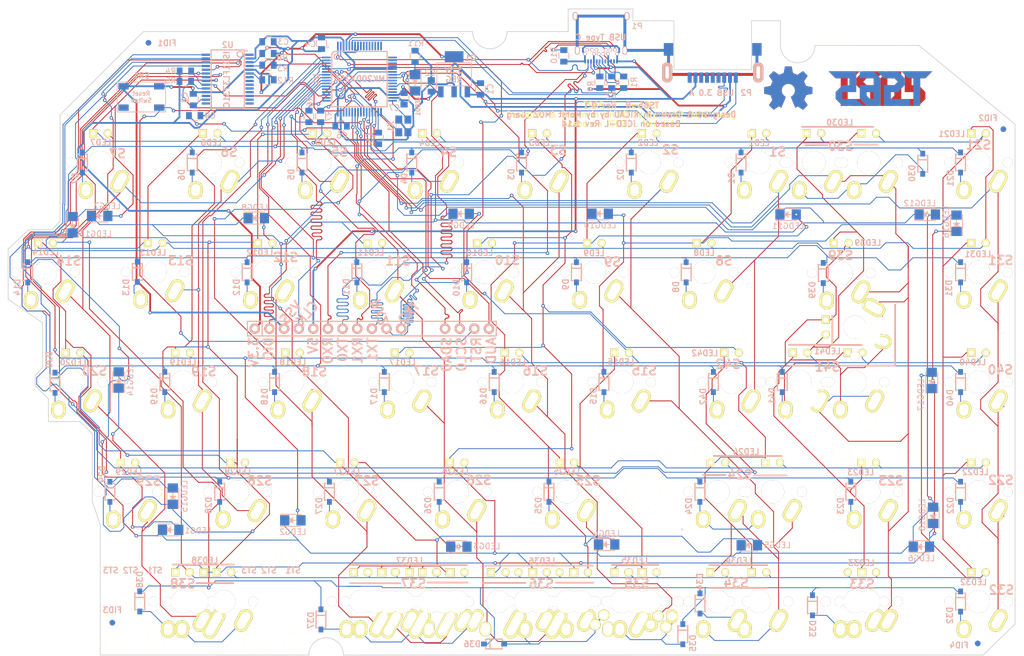
<source format=kicad_pcb>
(kicad_pcb (version 4) (host pcbnew 4.0.1-stable)
  (title_block (title TS65-R) (date 2016-01-30) (rev 0.1) (company MOZ) (comment 1 "Based on ICED-L Rev 1.1d"))
  (layers (0 Front signal) (31 Back signal) (34 B.Paste user) (35 F.Paste user) (36 B.SilkS user) (37 F.SilkS user) (38 B.Mask user) (39 F.Mask user) (44 Edge.Cuts user))
  (net 0 "")
  (net 1 +5V)
  (net 2 /ledmatrix/CA1)
  (net 3 /ledmatrix/CA2)
  (net 4 /ledmatrix/CA3)
  (net 5 /ledmatrix/CA4)
  (net 6 /ledmatrix/CA5)
  (net 7 /ledmatrix/CA6)
  (net 8 /ledmatrix/CA7)
  (net 9 /ledmatrix/CA8)
  (net 10 /ledmatrix/CA9)
  (net 11 /mcu/GND)
  (net 12 /mcu/INTB)
  (net 13 /mcu/PTB18)
  (net 14 /mcu/PTB19)
  (net 15 /mcu/PTC0)
  (net 16 /mcu/PTC10)
  (net 17 /mcu/PTC11)
  (net 18 /mcu/PTC9)
  (net 19 /mcu/PTD0)
  (net 20 /mcu/PTD1)
  (net 21 /mcu/PTD4)
  (net 22 /mcu/PTD5)
  (net 23 /mcu/PTD6)
  (net 24 /mcu/PTD7)
  (net 25 /mcu/RX0)
  (net 26 /mcu/RX1)
  (net 27 /mcu/RX2)
  (net 28 /mcu/SCL0)
  (net 29 /mcu/SDA0)
  (net 30 /mcu/SDB)
  (net 31 /mcu/SWD_CLK)
  (net 32 /mcu/SWD_DIO)
  (net 33 /mcu/TX0)
  (net 34 /mcu/TX1)
  (net 35 /mcu/TX2)
  (net 36 /mcu/USB_DM)
  (net 37 /mcu/USB_DP)
  (net 38 VDD)
  (net 39 VSS)
  (net 40 /mcu/MCU_RESET)
  (net 41 "Net-(C8-Pad1)")
  (net 42 /mcu/AUD)
  (net 43 "Net-(C9-Pad1)")
  (net 44 "Net-(D1-Pad1)")
  (net 45 "Net-(D2-Pad1)")
  (net 46 "Net-(D3-Pad1)")
  (net 47 "Net-(D4-Pad1)")
  (net 48 "Net-(D5-Pad1)")
  (net 49 "Net-(D6-Pad1)")
  (net 50 "Net-(D7-Pad1)")
  (net 51 "Net-(D9-Pad1)")
  (net 52 "Net-(D10-Pad1)")
  (net 53 "Net-(D11-Pad1)")
  (net 54 "Net-(D12-Pad1)")
  (net 55 "Net-(D13-Pad1)")
  (net 56 "Net-(D14-Pad1)")
  (net 57 "Net-(D15-Pad1)")
  (net 58 "Net-(D16-Pad1)")
  (net 59 "Net-(D17-Pad1)")
  (net 60 "Net-(D18-Pad1)")
  (net 61 "Net-(D19-Pad1)")
  (net 62 "Net-(D20-Pad1)")
  (net 63 "Net-(D24-Pad1)")
  (net 64 "Net-(D25-Pad1)")
  (net 65 "Net-(D26-Pad1)")
  (net 66 "Net-(D27-Pad1)")
  (net 67 "Net-(D28-Pad1)")
  (net 68 "Net-(D29-Pad1)")
  (net 69 "Net-(D34-Pad1)")
  (net 70 "Net-(D35-Pad1)")
  (net 71 "Net-(D36-Pad1)")
  (net 72 "Net-(D37-Pad1)")
  (net 73 "Net-(D38-Pad1)")
  (net 74 /mcu/PTA5)
  (net 75 "Net-(R6-Pad1)")
  (net 76 "Net-(R7-Pad1)")
  (net 77 "Net-(R12-Pad1)")
  (net 78 "Net-(U1-Pad32)")
  (net 79 "Net-(U1-Pad33)")
  (net 80 /mcu/ADC0_DP0)
  (net 81 /mcu/ADC0_DM0)
  (net 82 /mcu/ADC1_DP0)
  (net 83 /mcu/ADC1_DM0)
  (net 84 "Net-(U1-Pad13)")
  (net 85 "Net-(U1-Pad14)")
  (net 86 "Net-(U1-Pad15)")
  (net 87 "Net-(U1-Pad16)")
  (net 88 "Net-(U1-Pad17)")
  (net 89 "Net-(U1-Pad18)")
  (net 90 "Net-(U1-Pad19)")
  (net 91 "Net-(U1-Pad20)")
  (net 92 /mcu/PTA4)
  (net 93 /mcu/PTA12)
  (net 94 /mcu/PTA13)
  (net 95 "Net-(U1-Pad44)")
  (net 96 "Net-(U1-Pad45)")
  (net 97 "Net-(U1-Pad46)")
  (net 98 "Net-(U1-Pad49)")
  (net 99 "Net-(U1-Pad52)")
  (net 100 "Net-(U1-Pad53)")
  (net 101 /mcu/CB1)
  (net 102 /mcu/CB2)
  (net 103 /mcu/CB3)
  (net 104 /mcu/CB4)
  (net 105 /mcu/CB5)
  (net 106 /mcu/CB6)
  (net 107 /mcu/CB7)
  (net 108 /mcu/CB8)
  (net 109 /mcu/CB9)
  (net 110 /mcu/PTB2)
  (net 111 /mcu/PTB3)
  (net 112 "Net-(U1-Pad50)")
  (net 113 "Net-(U1-Pad51)")
  (net 114 "Net-(D8-Pad1)")
  (net 115 "Net-(D22-Pad1)")
  (net 116 "Net-(D23-Pad1)")
  (net 117 "Net-(D32-Pad1)")
  (net 118 "Net-(D33-Pad1)")
  (net 119 "Net-(P1-PadB11)")
  (net 120 "Net-(P1-PadB8)")
  (net 121 "Net-(P1-PadB5)")
  (net 122 "Net-(P1-PadA7)")
  (net 123 "Net-(P1-PadA6)")
  (net 124 "Net-(P1-PadA11)")
  (net 125 "Net-(P1-PadA10)")
  (net 126 "Net-(P1-PadA8)")
  (net 127 "Net-(P1-PadA5)")
  (net 128 "Net-(P2-Pad7)")
  (net 129 "Net-(P2-Pad3)")
  (net 130 "Net-(P2-Pad2)")
  (net 131 "Net-(P2-Pad8)")
  (net 132 "Net-(P2-Pad9)")
  (net 133 "Net-(D21-Pad1)")
  (net 134 "Net-(D30-Pad1)")
  (net 135 "Net-(D31-Pad1)")
  (net 136 "Net-(LEDD1-Pad2)")
  (net 137 "Net-(SR1-Pad1)")
  (net 138 "Net-(D39-Pad1)")
  (net 139 "Net-(D40-Pad1)")
  (net 140 "Net-(D41-Pad1)")
  (net 141 "Net-(D42-Pad1)")
  (module prettylib:MXALPS (layer Front) (at 104.426 121.031 180)
    (fp_text reference S36_5)
    (fp_text value SW hide)
    (pad "" np_thru_hole circle (at 0 0 180) (size 3.98781 3.98781) (drill 3.9878) (layers *.Cu *.Mask F.SilkS) (clearance 0.1524))
    (pad "" np_thru_hole circle (at -5.08 0 180) (size 1.70181 1.70181) (drill 1.7018) (layers *.Cu *.Mask F.SilkS) (clearance 0.1524))
    (pad 1 thru_hole oval (at -3.405 -3.27 150.95) (size 2.5 4.17) (drill oval 1.5 3.17) (layers *.Cu *.Mask F.SilkS) (net 18 /mcu/PTC9))
  )
  (module prettylib:MXALPS (layer Front) (at 99.663 121.031 180)
    (fp_text reference S36_4)
    (fp_text value SW hide)
    (pad "" np_thru_hole circle (at 0 0 180) (size 3.98781 3.98781) (drill 3.9878) (layers *.Cu *.Mask F.SilkS) (clearance 0.1524))
    (pad "" np_thru_hole circle (at 5.08 0 180) (size 1.70181 1.70181) (drill 1.7018) (layers *.Cu *.Mask F.SilkS) (clearance 0.1524))
    (pad 2 thru_hole oval (at -2.893 -3.869 150.95) (size 2.5 5.5) (drill oval 1.5 4.5) (layers *.Cu *.Mask F.SilkS) (net 71 "Net-(D36-Pad1)"))
    (pad 1 thru_hole oval (at 2.22 -4.79 176.1) (size 2 2.58) (drill oval 1.5 2.08) (layers *.Cu *.Mask F.SilkS) (net 18 /mcu/PTC9))
  )
  (module prettylib:MXALPS (layer Front) (at 111.57 121.031 180)
    (fp_text reference S36_2)
    (fp_text value SW hide)
    (pad "" np_thru_hole circle (at 0 0 180) (size 3.98781 3.98781) (drill 3.9878) (layers *.Cu *.Mask F.SilkS) (clearance 0.1524))
    (pad "" np_thru_hole circle (at -5.08 0 180) (size 1.70181 1.70181) (drill 1.7018) (layers *.Cu *.Mask F.SilkS) (clearance 0.1524))
    (pad 2 thru_hole oval (at -3.405 -3.27 150.95) (size 2.5 4.17) (drill oval 1.5 3.17) (layers *.Cu *.Mask F.SilkS) (net 71 "Net-(D36-Pad1)"))
  )
  (module prettylib:MXALPS (layer Front) (at 44.895 121.031 180)
    (fp_text reference S38_3)
    (fp_text value SW hide)
    (pad "" np_thru_hole circle (at 0 0 180) (size 3.98781 3.98781) (drill 3.9878) (layers *.Cu *.Mask F.SilkS) (clearance 0.1524))
    (pad "" np_thru_hole circle (at -5.08 0 180) (size 1.70181 1.70181) (drill 1.7018) (layers *.Cu *.Mask F.SilkS) (clearance 0.1524))
    (pad "" np_thru_hole circle (at 5.08 0 180) (size 1.70181 1.70181) (drill 1.7018) (layers *.Cu *.Mask F.SilkS) (clearance 0.1524))
    (pad 1 thru_hole oval (at -3.405 -3.27 150.95) (size 2.5 4.17) (drill oval 1.5 3.17) (layers *.Cu *.Mask F.SilkS) (net 19 /mcu/PTD0))
    (pad 2 thru_hole oval (at 2.52 -4.79 176.1) (size 2.5 3.08) (drill oval 1.5 2.08) (layers *.Cu *.Mask F.SilkS) (net 73 "Net-(D38-Pad1)"))
  )
  (module prettylib:MX_275 (layer Front) (at 44.895 121.031 180)
    (fp_text reference STAB7)
    (fp_text value MX_275 hide)
    (pad "" np_thru_hole circle (at -11.938 -6.985 180) (size 3.048 3.048) (drill 3.048) (layers *.Cu *.Mask F.SilkS))
    (pad "" np_thru_hole circle (at 11.938 -6.985 180) (size 3.048 3.048) (drill 3.048) (layers *.Cu *.Mask F.SilkS))
    (pad "" np_thru_hole circle (at -11.938 8.255 180) (size 3.9878 3.9878) (drill 3.9878) (layers *.Cu *.Mask F.SilkS))
    (pad "" np_thru_hole circle (at 11.938 8.255 180) (size 3.9878 3.9878) (drill 3.9878) (layers *.Cu *.Mask F.SilkS))
  )
  (module prettylib:MX_275 (layer Front) (at 52.038 121.031 180)
    (fp_text reference STAB1)
    (fp_text value MX_275 hide)
    (pad "" np_thru_hole circle (at -11.938 -6.985 180) (size 3.048 3.048) (drill 3.048) (layers *.Cu *.Mask F.SilkS))
    (pad "" np_thru_hole circle (at 11.938 -6.985 180) (size 3.048 3.048) (drill 3.048) (layers *.Cu *.Mask F.SilkS))
    (pad "" np_thru_hole circle (at -11.938 8.255 180) (size 3.9878 3.9878) (drill 3.9878) (layers *.Cu *.Mask F.SilkS))
    (pad "" np_thru_hole circle (at 11.938 8.255 180) (size 3.9878 3.9878) (drill 3.9878) (layers *.Cu *.Mask F.SilkS))
  )
  (module prettylib:INSW_LEDS_REG (layer Front) (at 75.851 115.951)
    (fp_text reference LED37_6)
    (fp_text value LED hide)
    (pad 2 thru_hole oval (at 1.27 0) (size 1.4 1.4) (drill 0.8) (layers *.Cu *.Mask F.SilkS) (net 6 /ledmatrix/CA5))
    (pad 1 thru_hole rect (at -1.27 0) (size 1.4 1.4) (drill 0.8) (layers *.Cu *.Mask F.SilkS) (net 8 /ledmatrix/CA7))
  )
  (module prettylib:INSW_LEDS_REG (layer Front) (at 78.232 115.951 180)
    (fp_text reference LED37_5)
    (fp_text value LED hide)
    (pad 2 thru_hole oval (at 1.27 0 180) (size 1.4 1.4) (drill 0.8) (layers *.Cu *.Mask F.SilkS) (net 6 /ledmatrix/CA5))
    (pad 1 thru_hole rect (at -1.27 0 180) (size 1.4 1.4) (drill 0.8) (layers *.Cu *.Mask F.SilkS) (net 8 /ledmatrix/CA7))
  )
  (module prettylib:INSW_LEDS_REG (layer Front) (at 82.995 115.951 180)
    (fp_text reference LED37_4)
    (fp_text value LED hide)
    (pad 2 thru_hole oval (at 1.27 0 180) (size 1.4 1.4) (drill 0.8) (layers *.Cu *.Mask F.SilkS) (net 6 /ledmatrix/CA5))
    (pad 1 thru_hole rect (at -1.27 0 180) (size 1.4 1.4) (drill 0.8) (layers *.Cu *.Mask F.SilkS) (net 8 /ledmatrix/CA7))
  )
  (module prettylib:INSW_LEDS_REG (layer Front) (at 44.895 115.951)
    (fp_text reference LED38_3)
    (fp_text value LED hide)
    (pad 2 thru_hole oval (at 1.27 0) (size 1.4 1.4) (drill 0.8) (layers *.Cu *.Mask F.SilkS) (net 6 /ledmatrix/CA5))
    (pad 1 thru_hole rect (at -1.27 0) (size 1.4 1.4) (drill 0.8) (layers *.Cu *.Mask F.SilkS) (net 9 /ledmatrix/CA8))
  )
  (module prettylib:MXALPS (layer Front) (at 87.757 121.031 180)
    (fp_text reference S37_3)
    (fp_text value SW hide)
    (pad "" np_thru_hole circle (at 0 0 180) (size 3.98781 3.98781) (drill 3.9878) (layers *.Cu *.Mask F.SilkS) (clearance 0.1524))
    (pad 1 thru_hole oval (at -2.905 -3.869 150.95) (size 2.1 5.5) (drill oval 1.5 4.5) (layers *.Cu *.Mask F.SilkS) (net 16 /mcu/PTC10))
  )
  (module prettylib:MXALPS (layer Front) (at 78.232 121.031 180)
    (fp_text reference S37_5)
    (fp_text value SW hide)
    (pad "" np_thru_hole circle (at 0 0 180) (size 3.98781 3.98781) (drill 3.9878) (layers *.Cu *.Mask F.SilkS) (clearance 0.1524))
    (pad "" np_thru_hole circle (at 5.08 0 180) (size 1.70181 1.70181) (drill 1.7018) (layers *.Cu *.Mask F.SilkS) (clearance 0.1524))
    (pad 1 thru_hole oval (at -3.005 -3.869 150.95) (size 2.2 5.5) (drill oval 1.5 4.5) (layers *.Cu *.Mask F.SilkS) (net 16 /mcu/PTC10))
    (pad 2 thru_hole oval (at 2.52 -4.79 176.1) (size 2.5 3.08) (drill oval 1.5 2.08) (layers *.Cu *.Mask F.SilkS) (net 72 "Net-(D37-Pad1)"))
  )
  (module prettylib:MXALPS (layer Front) (at 92.519 121.031 180)
    (fp_text reference S37 (at 7.556 3.0861 180) (layer B.SilkS) (effects (font (thickness 0.3048)) (justify mirror)))
    (fp_text value SW hide)
    (pad "" np_thru_hole circle (at 0 0 180) (size 3.98781 3.98781) (drill 3.9878) (layers *.Cu *.Mask F.SilkS) (clearance 0.1524))
    (pad 2 thru_hole oval (at -3.105 -3.27 150.95) (size 2 4.17) (drill oval 1.5 3.17) (layers *.Cu *.Mask F.SilkS) (net 72 "Net-(D37-Pad1)"))
  )
  (module prettylib:INSW_LEDS_REG (layer Front) (at 99.663 115.951)
    (fp_text reference LED36_4)
    (fp_text value LED hide)
    (pad 2 thru_hole oval (at 1.27 0) (size 1.4 1.4) (drill 0.8) (layers *.Cu *.Mask F.SilkS) (net 6 /ledmatrix/CA5))
    (pad 1 thru_hole rect (at -1.27 0) (size 1.4 1.4) (drill 0.8) (layers *.Cu *.Mask F.SilkS) (net 7 /ledmatrix/CA6))
  )
  (module prettylib:INSW_LEDS_REG (layer Front) (at 121.094 115.951)
    (fp_text reference LED35_3)
    (fp_text value LED hide)
    (pad 2 thru_hole oval (at 1.27 0) (size 1.4 1.4) (drill 0.8) (layers *.Cu *.Mask F.SilkS) (net 6 /ledmatrix/CA5))
    (pad 1 thru_hole rect (at -1.27 0) (size 1.4 1.4) (drill 0.8) (layers *.Cu *.Mask F.SilkS) (net 5 /ledmatrix/CA4))
  )
  (module prettylib:INSW_LEDS_REG (layer Front) (at 123.476 115.951 180)
    (fp_text reference LED35_2)
    (fp_text value LED hide)
    (pad 2 thru_hole oval (at 1.27 0 180) (size 1.4 1.4) (drill 0.8) (layers *.Cu *.Mask F.SilkS) (net 6 /ledmatrix/CA5))
    (pad 1 thru_hole rect (at -1.27 0 180) (size 1.4 1.4) (drill 0.8) (layers *.Cu *.Mask F.SilkS) (net 5 /ledmatrix/CA4))
  )
  (module prettylib:MXALPS2 (layer Front) (at 125.857 121.031 180)
    (fp_text reference S35 (at 2.1717 3.1623 180) (layer B.SilkS) (effects (font (thickness 0.3048)) (justify mirror)))
    (fp_text value SW hide)
    (pad "" np_thru_hole circle (at 0 0 180) (size 3.98781 3.98781) (drill 3.9878) (layers *.Cu *.Mask F.SilkS) (clearance 0.1524))
    (pad "" np_thru_hole circle (at -5.08 0 180) (size 1.70181 1.70181) (drill 1.7018) (layers *.Cu *.Mask F.SilkS) (clearance 0.1524))
    (pad 2 thru_hole oval (at -3.918 -2.54 180) (size 2 2.5) (drill 1.5) (layers *.Cu *.Mask F.SilkS) (net 70 "Net-(D35-Pad1)"))
    (pad 2 thru_hole oval (at -2.943 -4.369 180) (size 2 2.2) (drill 1.5) (layers *.Cu *.Mask F.SilkS) (net 70 "Net-(D35-Pad1)"))
  )
  (module prettylib:MXALPS (layer Front) (at 121.094 121.031 180)
    (fp_text reference S35_3)
    (fp_text value SW hide)
    (pad "" np_thru_hole circle (at 0 0 180) (size 3.98781 3.98781) (drill 3.9878) (layers *.Cu *.Mask F.SilkS) (clearance 0.1524))
    (pad "" np_thru_hole circle (at 5.08 0 180) (size 1.70181 1.70181) (drill 1.7018) (layers *.Cu *.Mask F.SilkS) (clearance 0.1524))
    (pad 1 thru_hole oval (at -3.105 -3.769 150.95) (size 2.5 5.17) (drill oval 1.5 4.17) (layers *.Cu *.Mask F.SilkS) (net 15 /mcu/PTC0))
    (pad 2 thru_hole oval (at 2.394 -4.79 176.1) (size 2 2.58) (drill oval 1.5 2.08) (layers *.Cu *.Mask F.SilkS) (net 70 "Net-(D35-Pad1)"))
  )
  (module prettylib:INSW_LEDS_REG (layer Front) (at 137.763 115.951)
    (fp_text reference LED34_2)
    (fp_text value LED hide)
    (pad 2 thru_hole oval (at 1.27 0) (size 1.4 1.4) (drill 0.8) (layers *.Cu *.Mask F.SilkS) (net 6 /ledmatrix/CA5))
    (pad 1 thru_hole rect (at -1.27 0) (size 1.4 1.4) (drill 0.8) (layers *.Cu *.Mask F.SilkS) (net 4 /ledmatrix/CA3))
  )
  (module prettylib:MXALPS (layer Front) (at 137.763 121.031 180)
    (fp_text reference S34_2)
    (fp_text value SW hide)
    (pad "" np_thru_hole circle (at 0 0 180) (size 3.98781 3.98781) (drill 3.9878) (layers *.Cu *.Mask F.SilkS) (clearance 0.1524))
    (pad "" np_thru_hole circle (at -5.08 0 180) (size 1.70181 1.70181) (drill 1.7018) (layers *.Cu *.Mask F.SilkS) (clearance 0.1524))
    (pad "" np_thru_hole circle (at 5.08 0 180) (size 1.70181 1.70181) (drill 1.7018) (layers *.Cu *.Mask F.SilkS) (clearance 0.1524))
    (pad 2 thru_hole oval (at -3.405 -3.27 150.95) (size 2.5 4.17) (drill oval 1.5 3.17) (layers *.Cu *.Mask F.SilkS) (net 69 "Net-(D34-Pad1)"))
    (pad 1 thru_hole oval (at 2.52 -4.79 176.1) (size 2.5 3.08) (drill oval 1.5 2.08) (layers *.Cu *.Mask F.SilkS) (net 14 /mcu/PTB19))
  )
  (module prettylib:INSW_LEDS_REG (layer Front) (at 161.576 115.951 180)
    (fp_text reference LED33_2)
    (fp_text value LED hide)
    (pad 2 thru_hole oval (at 1.27 0 180) (size 1.4 1.4) (drill 0.8) (layers *.Cu *.Mask F.SilkS) (net 6 /ledmatrix/CA5))
    (pad 1 thru_hole rect (at -1.27 0 180) (size 1.4 1.4) (drill 0.8) (layers *.Cu *.Mask F.SilkS) (net 3 /ledmatrix/CA2))
  )
  (module prettylib:MXALPS (layer Front) (at 161.576 121.031 180)
    (fp_text reference S33_2)
    (fp_text value SW hide)
    (pad "" np_thru_hole circle (at 0 0 180) (size 3.98781 3.98781) (drill 3.9878) (layers *.Cu *.Mask F.SilkS) (clearance 0.1524))
    (pad "" np_thru_hole circle (at -5.08 0 180) (size 1.70181 1.70181) (drill 1.7018) (layers *.Cu *.Mask F.SilkS) (clearance 0.1524))
    (pad "" np_thru_hole circle (at 5.08 0 180) (size 1.70181 1.70181) (drill 1.7018) (layers *.Cu *.Mask F.SilkS) (clearance 0.1524))
    (pad 1 thru_hole oval (at -3.405 -3.27 150.95) (size 2.5 4.17) (drill oval 1.5 3.17) (layers *.Cu *.Mask F.SilkS) (net 111 /mcu/PTB3))
    (pad 2 thru_hole oval (at 2.52 -4.79 176.1) (size 2.5 3.08) (drill oval 1.5 2.08) (layers *.Cu *.Mask F.SilkS) (net 118 "Net-(D33-Pad1)"))
  )
  (module prettylib:OSHW (layer Back) (at 150 32 180)
    (fp_text reference LOGO3 hide)
    (fp_text value OSHW hide)
    (fp_poly (pts (xy 4.191 -0.33274) (xy 4.18846 -0.47498) (xy 4.18846 -0.59182) (xy 4.18846 -0.6858) (xy 4.18592 -0.75946) (xy 4.18592 -0.81534) (xy 4.18338 -0.85344) (xy 4.1783 -0.88138) (xy 4.17322 -0.89662) (xy 4.17068 -0.9017) (xy 4.1529 -0.90678) (xy 4.10972 -0.91694) (xy 4.04622 -0.93218) (xy 3.9624 -0.94996) (xy 3.86588 -0.96774) (xy 3.7592 -0.9906) (xy 3.6449 -1.01092) (xy 3.51536 -1.03378) (xy 3.40106 -1.05664) (xy 3.302 -1.07696) (xy 3.22072 -1.09474) (xy 3.1623 -1.10998) (xy 3.1242 -1.12014) (xy 3.11404 -1.12522) (xy 3.10388 -1.143) (xy 3.08356 -1.1811) (xy 3.05816 -1.23952) (xy 3.02768 -1.31318) (xy 2.99212 -1.397) (xy 2.95402 -1.4859) (xy 2.91846 -1.57734) (xy 2.88036 -1.67132) (xy 2.84734 -1.75768) (xy 2.8194 -1.83388) (xy 2.794 -1.89992) (xy 2.77876 -1.94818) (xy 2.77114 -1.97612) (xy 2.77114 -1.9812) (xy 2.77876 -1.99644) (xy 2.80162 -2.032) (xy 2.83972 -2.08788) (xy 2.88544 -2.15646) (xy 2.93878 -2.23774) (xy 3.00228 -2.32664) (xy 3.06832 -2.42316) (xy 3.13436 -2.51968) (xy 3.19532 -2.61112) (xy 3.24866 -2.69494) (xy 3.29438 -2.76352) (xy 3.3274 -2.8194) (xy 3.35026 -2.85496) (xy 3.35788 -2.87274) (xy 3.34772 -2.88798) (xy 3.31978 -2.921) (xy 3.2766 -2.96926) (xy 3.22326 -3.02768) (xy 3.15722 -3.09372) (xy 3.0861 -3.16738) (xy 3.0099 -3.24612) (xy 2.93116 -3.32486) (xy 2.85496 -3.40106) (xy 2.77876 -3.47472) (xy 2.71272 -3.54076) (xy 2.65176 -3.59664) (xy 2.6035 -3.63982) (xy 2.57048 -3.6703) (xy 2.5527 -3.683) (xy 2.55016 -3.683) (xy 2.53492 -3.67538) (xy 2.49936 -3.65252) (xy 2.44348 -3.61696) (xy 2.3749 -3.57124) (xy 2.29362 -3.5179) (xy 2.20218 -3.45694) (xy 2.1082 -3.39344) (xy 2.01168 -3.3274) (xy 1.92024 -3.2639) (xy 1.83896 -3.21056) (xy 1.77038 -3.16738) (xy 1.7145 -3.13182) (xy 1.67894 -3.1115) (xy 1.66116 -3.10388) (xy 1.64084 -3.10896) (xy 1.60274 -3.12674) (xy 1.54686 -3.15468) (xy 1.48336 -3.1877) (xy 1.45288 -3.20294) (xy 1.38176 -3.24104) (xy 1.3208 -3.26898) (xy 1.27254 -3.2893) (xy 1.24206 -3.29946) (xy 1.23698 -3.29946) (xy 1.22936 -3.29438) (xy 1.22174 -3.28422) (xy 1.20904 -3.2639) (xy 1.1938 -3.23342) (xy 1.17348 -3.19278) (xy 1.14808 -3.13436) (xy 1.11506 -3.06324) (xy 1.07696 -2.97434) (xy 1.03124 -2.86766) (xy 0.9779 -2.73812) (xy 0.9144 -2.58572) (xy 0.84074 -2.41046) (xy 0.82804 -2.37998) (xy 0.76708 -2.22758) (xy 0.70612 -2.0828) (xy 0.65278 -1.94818) (xy 0.60198 -1.82372) (xy 0.5588 -1.7145) (xy 0.5207 -1.62052) (xy 0.49276 -1.54432) (xy 0.47244 -1.48844) (xy 0.46228 -1.45542) (xy 0.45974 -1.44526) (xy 0.47498 -1.43002) (xy 0.50546 -1.40208) (xy 0.55118 -1.36652) (xy 0.5969 -1.3335) (xy 0.71374 -1.24714) (xy 0.81026 -1.16586) (xy 0.889 -1.08458) (xy 0.95504 -0.99568) (xy 1.016 -0.89662) (xy 1.04648 -0.84074) (xy 1.11252 -0.67818) (xy 1.15316 -0.51054) (xy 1.16586 -0.34036) (xy 1.15316 -0.17018) (xy 1.11506 -0.00508) (xy 1.0541 0.1524) (xy 0.96774 0.3048) (xy 0.85598 0.4445) (xy 0.84836 0.45212) (xy 0.71628 0.57404) (xy 0.56896 0.6731) (xy 0.40386 0.7493) (xy 0.32258 0.77724) (xy 0.27686 0.78994) (xy 0.23368 0.8001) (xy 0.18542 0.80518) (xy 0.12446 0.80772) (xy 0.04826 0.81026) (xy 0.00508 0.81026) (xy -0.07874 0.81026) (xy -0.14732 0.80772) (xy -0.19812 0.80264) (xy -0.24384 0.79502) (xy -0.28956 0.78232) (xy -0.30988 0.77724) (xy -0.4826 0.70866) (xy -0.63754 0.61976) (xy -0.77724 0.508) (xy -0.89662 0.37592) (xy -0.99568 0.2286) (xy -1.02362 0.17526) (xy -1.0795 0.04572) (xy -1.1176 -0.0762) (xy -1.13792 -0.2032) (xy -1.143 -0.33782) (xy -1.1303 -0.51816) (xy -1.08966 -0.69088) (xy -1.02362 -0.85344) (xy -0.93472 -1.0033) (xy -0.82042 -1.13792) (xy -0.76962 -1.18618) (xy -0.70612 -1.23952) (xy -0.63246 -1.2954) (xy -0.56388 -1.3462) (xy -0.50292 -1.38684) (xy -0.4953 -1.38938) (xy -0.46228 -1.41478) (xy -0.4445 -1.44018) (xy -0.44196 -1.44526) (xy -0.44704 -1.46304) (xy -0.45974 -1.50622) (xy -0.48514 -1.57226) (xy -0.51816 -1.66116) (xy -0.56134 -1.77038) (xy -0.61214 -1.89738) (xy -0.67056 -2.04216) (xy -0.7366 -2.20218) (xy -0.80264 -2.35966) (xy -0.8636 -2.50952) (xy -0.92456 -2.65176) (xy -0.98044 -2.78638) (xy -1.03124 -2.9083) (xy -1.07696 -3.01752) (xy -1.11506 -3.10896) (xy -1.14554 -3.18262) (xy -1.1684 -3.23596) (xy -1.1811 -3.26644) (xy -1.18364 -3.27406) (xy -1.2065 -3.29438) (xy -1.22682 -3.302) (xy -1.24714 -3.29438) (xy -1.28778 -3.2766) (xy -1.34366 -3.2512) (xy -1.4097 -3.21564) (xy -1.43764 -3.2004) (xy -1.52146 -3.15722) (xy -1.5875 -3.12674) (xy -1.63322 -3.10896) (xy -1.65608 -3.10642) (xy -1.67386 -3.11658) (xy -1.7145 -3.13944) (xy -1.77038 -3.175) (xy -1.83642 -3.21818) (xy -1.91262 -3.26898) (xy -1.96088 -3.302) (xy -2.09042 -3.39344) (xy -2.19964 -3.4671) (xy -2.28854 -3.52806) (xy -2.3622 -3.57886) (xy -2.41808 -3.61696) (xy -2.46126 -3.6449) (xy -2.49428 -3.66268) (xy -2.51714 -3.67538) (xy -2.52984 -3.68046) (xy -2.53746 -3.683) (xy -2.55016 -3.67284) (xy -2.58318 -3.6449) (xy -2.63144 -3.60172) (xy -2.6924 -3.54584) (xy -2.76352 -3.47726) (xy -2.84226 -3.39852) (xy -2.92608 -3.3147) (xy -2.94386 -3.29692) (xy -3.03022 -3.21056) (xy -3.10896 -3.13182) (xy -3.18008 -3.05816) (xy -3.24104 -2.99466) (xy -3.2893 -2.94386) (xy -3.32232 -2.9083) (xy -3.33756 -2.89052) (xy -3.33756 -2.88798) (xy -3.3401 -2.88036) (xy -3.3401 -2.87274) (xy -3.33756 -2.86258) (xy -3.33248 -2.8448) (xy -3.31978 -2.82194) (xy -3.29946 -2.79146) (xy -3.27152 -2.74828) (xy -3.23088 -2.68986) (xy -3.18262 -2.6162) (xy -3.11912 -2.52222) (xy -3.04038 -2.41046) (xy -3.03276 -2.4003) (xy -2.96672 -2.30378) (xy -2.9083 -2.21488) (xy -2.85496 -2.1336) (xy -2.80924 -2.06756) (xy -2.77622 -2.01422) (xy -2.7559 -1.9812) (xy -2.75082 -1.96596) (xy -2.7559 -1.94818) (xy -2.77114 -1.90754) (xy -2.79146 -1.84912) (xy -2.82194 -1.77292) (xy -2.8575 -1.68402) (xy -2.8956 -1.58496) (xy -2.91592 -1.5367) (xy -2.96418 -1.41478) (xy -3.00482 -1.31572) (xy -3.03784 -1.23952) (xy -3.06324 -1.18364) (xy -3.08356 -1.14554) (xy -3.0988 -1.12268) (xy -3.10896 -1.11252) (xy -3.12928 -1.10744) (xy -3.175 -1.09728) (xy -3.24104 -1.08458) (xy -3.32486 -1.0668) (xy -3.42138 -1.04902) (xy -3.5306 -1.0287) (xy -3.63728 -1.00838) (xy -3.75412 -0.98806) (xy -3.8608 -0.9652) (xy -3.95732 -0.94742) (xy -4.03606 -0.92964) (xy -4.09956 -0.91694) (xy -4.1402 -0.90678) (xy -4.15544 -0.9017) (xy -4.16052 -0.89154) (xy -4.1656 -0.87376) (xy -4.16814 -0.84074) (xy -4.17068 -0.79502) (xy -4.17322 -0.73152) (xy -4.17576 -0.6477) (xy -4.17576 -0.54102) (xy -4.17576 -0.41148) (xy -4.17576 -0.3302) (xy -4.17576 0.22352) (xy -4.14274 0.24384) (xy -4.12242 0.25146) (xy -4.0767 0.26162) (xy -4.01066 0.27686) (xy -3.92684 0.29464) (xy -3.82778 0.31496) (xy -3.71856 0.33528) (xy -3.59918 0.35814) (xy -3.59664 0.35814) (xy -3.4798 0.37846) (xy -3.37058 0.40132) (xy -3.27406 0.4191) (xy -3.19024 0.43688) (xy -3.12674 0.45212) (xy -3.08356 0.46228) (xy -3.06578 0.4699) (xy -3.06324 0.4699) (xy -3.05308 0.48768) (xy -3.0353 0.52578) (xy -3.00736 0.5842) (xy -2.97688 0.65532) (xy -2.94132 0.7366) (xy -2.90322 0.82296) (xy -2.86512 0.9144) (xy -2.82702 1.00076) (xy -2.794 1.08204) (xy -2.76352 1.15316) (xy -2.74066 1.20904) (xy -2.72796 1.24968) (xy -2.72288 1.26492) (xy -2.7305 1.28016) (xy -2.75336 1.31826) (xy -2.78638 1.3716) (xy -2.8321 1.44272) (xy -2.88798 1.524) (xy -2.94894 1.61544) (xy -3.01752 1.7145) (xy -3.02768 1.72974) (xy -3.09626 1.83134) (xy -3.15976 1.92532) (xy -3.21564 2.00914) (xy -3.2639 2.0828) (xy -3.302 2.14122) (xy -3.3274 2.18186) (xy -3.3401 2.20218) (xy -3.3401 2.20218) (xy -3.33756 2.21488) (xy -3.32486 2.23266) (xy -3.30454 2.2606) (xy -3.26898 2.30124) (xy -3.22072 2.35458) (xy -3.15468 2.42062) (xy -3.0734 2.50444) (xy -2.97434 2.6035) (xy -2.95402 2.62382) (xy -2.85496 2.72542) (xy -2.76352 2.81178) (xy -2.68732 2.88544) (xy -2.62382 2.94386) (xy -2.57556 2.98704) (xy -2.54508 3.01244) (xy -2.53492 3.01752) (xy -2.51714 3.0099) (xy -2.47904 2.98958) (xy -2.42316 2.95402) (xy -2.35204 2.9083) (xy -2.27076 2.85496) (xy -2.17678 2.79146) (xy -2.07772 2.72542) (xy -2.06756 2.7178) (xy -1.9685 2.64922) (xy -1.87452 2.58572) (xy -1.7907 2.5273) (xy -1.71704 2.47904) (xy -1.65862 2.44094) (xy -1.61798 2.413) (xy -1.59766 2.4003) (xy -1.59766 2.4003) (xy -1.58496 2.39522) (xy -1.56718 2.39776) (xy -1.53924 2.40284) (xy -1.50114 2.41554) (xy -1.4478 2.43332) (xy -1.37668 2.46126) (xy -1.2827 2.49936) (xy -1.21666 2.5273) (xy -1.09982 2.57302) (xy -1.00838 2.61112) (xy -0.93472 2.6416) (xy -0.88138 2.667) (xy -0.84328 2.68478) (xy -0.81534 2.69748) (xy -0.8001 2.71018) (xy -0.78994 2.72034) (xy -0.78486 2.72796) (xy -0.78232 2.73558) (xy -0.77724 2.7559) (xy -0.76962 2.79908) (xy -0.75692 2.86512) (xy -0.73914 2.94894) (xy -0.72136 3.048) (xy -0.70104 3.15722) (xy -0.67818 3.27406) (xy -0.67564 3.28676) (xy -0.65278 3.40614) (xy -0.63246 3.51536) (xy -0.61214 3.61442) (xy -0.59436 3.69824) (xy -0.57912 3.76428) (xy -0.56896 3.81) (xy -0.56388 3.83032) (xy -0.56134 3.83032) (xy -0.55372 3.8354) (xy -0.53594 3.84048) (xy -0.508 3.84302) (xy -0.46482 3.84556) (xy -0.40386 3.8481) (xy -0.32512 3.85064) (xy -0.22606 3.85064) (xy -0.1016 3.85064) (xy 0.00508 3.85064) (xy 0.127 3.85064) (xy 0.2413 3.85064) (xy 0.3429 3.8481) (xy 0.4318 3.84556) (xy 0.50038 3.84556) (xy 0.54864 3.84302) (xy 0.57404 3.84048) (xy 0.57404 3.84048) (xy 0.58166 3.8227) (xy 0.59436 3.77952) (xy 0.6096 3.71348) (xy 0.62738 3.62458) (xy 0.65024 3.51536) (xy 0.6731 3.3909) (xy 0.69596 3.27406) (xy 0.71882 3.15214) (xy 0.74168 3.04038) (xy 0.762 2.93878) (xy 0.77724 2.85242) (xy 0.79248 2.78384) (xy 0.80518 2.73558) (xy 0.81026 2.71018) (xy 0.8128 2.70764) (xy 0.83058 2.69748) (xy 0.86868 2.6797) (xy 0.9271 2.6543) (xy 0.99568 2.62382) (xy 1.07696 2.5908) (xy 1.16332 2.55524) (xy 1.25222 2.51968) (xy 1.33858 2.48412) (xy 1.41986 2.45364) (xy 1.49098 2.4257) (xy 1.54686 2.40538) (xy 1.58496 2.39268) (xy 1.6002 2.3876) (xy 1.61544 2.39776) (xy 1.651 2.42062) (xy 1.70434 2.45618) (xy 1.77292 2.50444) (xy 1.8542 2.56032) (xy 1.94564 2.62128) (xy 2.04724 2.68986) (xy 2.0701 2.70764) (xy 2.1717 2.77622) (xy 2.26568 2.83972) (xy 2.35204 2.8956) (xy 2.4257 2.94386) (xy 2.48412 2.98196) (xy 2.52476 3.00736) (xy 2.54762 3.01752) (xy 2.55016 3.01752) (xy 2.5654 3.0099) (xy 2.59842 2.98196) (xy 2.64414 2.93878) (xy 2.70256 2.8829) (xy 2.77114 2.8194) (xy 2.8448 2.74574) (xy 2.92354 2.66954) (xy 2.99974 2.5908) (xy 3.07848 2.5146) (xy 3.1496 2.4384) (xy 3.21564 2.37236) (xy 3.27152 2.3114) (xy 3.31724 2.26314) (xy 3.34518 2.22758) (xy 3.35788 2.2098) (xy 3.35788 2.2098) (xy 3.35026 2.19202) (xy 3.3274 2.15646) (xy 3.29184 2.10058) (xy 3.24612 2.02946) (xy 3.19278 1.94818) (xy 3.13182 1.85674) (xy 3.06324 1.75768) (xy 3.0607 1.7526) (xy 2.99212 1.65354) (xy 2.92862 1.55956) (xy 2.8702 1.47574) (xy 2.82194 1.40462) (xy 2.78638 1.3462) (xy 2.75844 1.3081) (xy 2.74828 1.28778) (xy 2.74828 1.28778) (xy 2.74574 1.27508) (xy 2.74828 1.25476) (xy 2.75844 1.22174) (xy 2.77368 1.17348) (xy 2.79908 1.10998) (xy 2.83464 1.02616) (xy 2.87782 0.92202) (xy 2.90068 0.86868) (xy 2.9464 0.762) (xy 2.98704 0.67056) (xy 3.02514 0.58928) (xy 3.05562 0.52832) (xy 3.07848 0.48514) (xy 3.09118 0.46482) (xy 3.09372 0.46228) (xy 3.1115 0.4572) (xy 3.15468 0.44704) (xy 3.22072 0.43434) (xy 3.302 0.41656) (xy 3.40106 0.39878) (xy 3.51028 0.37592) (xy 3.62966 0.35306) (xy 3.64236 0.35306) (xy 3.77698 0.32512) (xy 3.89636 0.30226) (xy 3.99796 0.28194) (xy 4.0767 0.26416) (xy 4.13512 0.24892) (xy 4.17068 0.23876) (xy 4.1783 0.23622) (xy 4.18084 0.21844) (xy 4.18338 0.17526) (xy 4.18592 0.11176) (xy 4.18592 0.02794) (xy 4.18846 -0.07112) (xy 4.18846 -0.18034) (xy 4.191 -0.30226) (xy 4.191 -0.33274) (xy 4.191 -0.33274)) (layer Back) (width 0.00254))
  )
  (module prettylib:MXALPS (layer Front) (at 52.038 121.031 180)
    (fp_text reference S38 (at 7.1562 3.0988 180) (layer B.SilkS) (effects (font (thickness 0.3048)) (justify mirror)))
    (fp_text value SW hide)
    (pad "" np_thru_hole circle (at 0 0 180) (size 3.98781 3.98781) (drill 3.9878) (layers *.Cu *.Mask F.SilkS) (clearance 0.1524))
    (pad "" np_thru_hole circle (at -5.08 0 180) (size 1.70181 1.70181) (drill 1.7018) (layers *.Cu *.Mask F.SilkS) (clearance 0.1524))
    (pad 2 thru_hole oval (at -3.405 -3.27 150.95) (size 2.5 4.17) (drill oval 1.5 3.17) (layers *.Cu *.Mask F.SilkS) (net 73 "Net-(D38-Pad1)"))
  )
  (module prettylib:MXALPS (layer Front) (at 106.807 121.031 180)
    (fp_text reference S36_3)
    (fp_text value SW hide)
    (pad "" np_thru_hole circle (at 0 0 180) (size 3.98781 3.98781) (drill 3.9878) (layers *.Cu *.Mask F.SilkS) (clearance 0.1524))
    (pad "" np_thru_hole circle (at 5.08 0 180) (size 1.70181 1.70181) (drill 1.7018) (layers *.Cu *.Mask F.SilkS) (clearance 0.1524))
    (pad 1 thru_hole oval (at -2.893 -3.869 150.95) (size 2.5 5.5) (drill oval 1.5 4.5) (layers *.Cu *.Mask F.SilkS) (net 18 /mcu/PTC9))
    (pad 2 thru_hole oval (at 2.52 -4.79 176.1) (size 2.5 3.08) (drill oval 1.5 2.08) (layers *.Cu *.Mask F.SilkS) (net 71 "Net-(D36-Pad1)"))
  )
  (module prettylib:SMD_0805 (layer Back) (at 46.974 36.703 180)
    (fp_text reference C9 (at -2.683 0 180) (layer B.SilkS) (effects (justify mirror)))
    (fp_text value 0.22uF)
    (pad 1 smd rect (at -1 0 180) (size 1 1.25) (layers Back B.Paste B.Mask) (net 43 "Net-(C9-Pad1)"))
    (pad 2 smd rect (at 1 0 180) (size 1 1.25) (layers Back B.Paste B.Mask) (net 42 /mcu/AUD))
  )
  (module prettylib:SMD_0805 (layer Back) (at 96.5708 32.0548 90)
    (fp_text reference C1 (at -0.0508 1.7145 90) (layer B.SilkS) (effects (justify mirror)))
    (fp_text value 1uF)
    (pad 1 smd rect (at -1 0 90) (size 1 1.25) (layers Back B.Paste B.Mask) (net 1 +5V))
    (pad 2 smd rect (at 1 0 90) (size 1 1.25) (layers Back B.Paste B.Mask) (net 39 VSS))
  )
  (module prettylib:SMD_0805 (layer Back) (at 59.69 23.876 180)
    (fp_text reference C3 (at -2.667 0 180) (layer B.SilkS) (effects (justify mirror)))
    (fp_text value 1uF)
    (pad 1 smd rect (at -1 0 180) (size 1 1.25) (layers Back B.Paste B.Mask) (net 39 VSS))
    (pad 2 smd rect (at 1 0 180) (size 1 1.25) (layers Back B.Paste B.Mask) (net 38 VDD))
  )
  (module prettylib:SMD_0805 (layer Back) (at 85.217 26.416 90)
    (fp_text reference R11 (at 2.286 0.127 180) (layer B.SilkS) (effects (justify mirror)))
    (fp_text value 1k)
    (pad 1 smd rect (at -1 0 90) (size 1 1.25) (layers Back B.Paste B.Mask) (net 136 "Net-(LEDD1-Pad2)"))
    (pad 2 smd rect (at 1 0 90) (size 1 1.25) (layers Back B.Paste B.Mask) (net 39 VSS))
  )
  (module prettylib:SOD123-DIODE (layer Back) (at 103.696 44.831 180)
    (fp_text reference D3 (at 1.7658 -2.032 450) (layer B.SilkS) (effects (font (size 1.016 1.016) (thickness 0.2032)) (justify mirror)))
    (fp_text value DIODE hide)
    (pad 2 smd rect (at 0 1.7526 270) (size 1.00076 0.8509) (layers Back B.Paste B.Mask) (net 20 /mcu/PTD1))
    (pad 1 smd rect (at 0 -1.74752 270) (size 1.00076 0.8509) (layers Back B.Paste B.Mask) (net 46 "Net-(D3-Pad1)"))
  )
  (module prettylib:MXALPS (layer Front) (at 106.807 44.831 180)
    (fp_text reference S3 (at -3.2766 2.0955 180) (layer B.SilkS) (effects (font (thickness 0.3048)) (justify mirror)))
    (fp_text value SW hide)
    (pad "" np_thru_hole circle (at 0 0 180) (size 3.98781 3.98781) (drill 3.9878) (layers *.Cu *.Mask F.SilkS) (clearance 0.1524))
    (pad "" np_thru_hole circle (at -5.08 0 180) (size 1.70181 1.70181) (drill 1.7018) (layers *.Cu *.Mask F.SilkS) (clearance 0.1524))
    (pad "" np_thru_hole circle (at 5.08 0 180) (size 1.70181 1.70181) (drill 1.7018) (layers *.Cu *.Mask F.SilkS) (clearance 0.1524))
    (pad 1 thru_hole oval (at -3.405 -3.27 150.95) (size 2.5 4.17) (drill oval 1.5 3.17) (layers *.Cu *.Mask F.SilkS) (net 15 /mcu/PTC0))
    (pad 2 thru_hole oval (at 2.52 -4.79 176.1) (size 2.5 3.08) (drill oval 1.5 2.08) (layers *.Cu *.Mask F.SilkS) (net 46 "Net-(D3-Pad1)"))
  )
  (module prettylib:MXALPS (layer Front) (at 78.232 63.881 180)
    (fp_text reference S11 (at -4.0132 1.9812 180) (layer B.SilkS) (effects (font (thickness 0.3048)) (justify mirror)))
    (fp_text value SW hide)
    (pad "" np_thru_hole circle (at 0 0 180) (size 3.98781 3.98781) (drill 3.9878) (layers *.Cu *.Mask F.SilkS) (clearance 0.1524))
    (pad "" np_thru_hole circle (at -5.08 0 180) (size 1.70181 1.70181) (drill 1.7018) (layers *.Cu *.Mask F.SilkS) (clearance 0.1524))
    (pad "" np_thru_hole circle (at 5.08 0 180) (size 1.70181 1.70181) (drill 1.7018) (layers *.Cu *.Mask F.SilkS) (clearance 0.1524))
    (pad 1 thru_hole oval (at -3.405 -3.27 150.95) (size 2.5 4.17) (drill oval 1.5 3.17) (layers *.Cu *.Mask F.SilkS) (net 18 /mcu/PTC9))
    (pad 2 thru_hole oval (at 2.52 -4.79 176.1) (size 2.5 3.08) (drill oval 1.5 2.08) (layers *.Cu *.Mask F.SilkS) (net 53 "Net-(D11-Pad1)"))
  )
  (module prettylib:TACT_5.2x5.2 (layer Back) (at 37.719 33.4518)
    (fp_text reference SR1 (at 0 -3.683) (layer B.SilkS) (effects (font (thickness 0.2)) (justify mirror)))
    (fp_text value TAC_SWITCH hide)
    (pad 1 smd rect (at -3.1 1.85) (size 1.8 1.1) (layers Back B.Paste B.Mask) (net 137 "Net-(SR1-Pad1)"))
    (pad 3 smd rect (at -3.1 -1.85) (size 1.8 1.1) (layers Back B.Paste B.Mask) (net 39 VSS))
    (pad 2 smd rect (at 3.1 1.85) (size 1.8 1.1) (layers Back B.Paste B.Mask) (net 40 /mcu/MCU_RESET))
    (pad 4 smd rect (at 3.1 -1.85) (size 1.8 1.1) (layers Back B.Paste B.Mask) (net 39 VSS))
  )
  (module prettylib:MXALPS (layer Front) (at 90.138 121.031 180)
    (fp_text reference S37_2)
    (fp_text value SW hide)
    (pad "" np_thru_hole circle (at 0 0 180) (size 3.98781 3.98781) (drill 3.9878) (layers *.Cu *.Mask F.SilkS) (clearance 0.1524))
    (pad "" np_thru_hole circle (at 5.08 0 180) (size 1.70181 1.70181) (drill 1.7018) (layers *.Cu *.Mask F.SilkS) (clearance 0.1524))
    (pad 2 thru_hole oval (at -3.505 -3.27 150.95) (size 2.1 4.17) (drill oval 1.5 3.17) (layers *.Cu *.Mask F.SilkS) (net 72 "Net-(D37-Pad1)"))
    (pad 2 thru_hole oval (at 2.52 -4.79 176.1) (size 2 3.08) (drill oval 1.5 2.08) (layers *.Cu *.Mask F.SilkS) (net 72 "Net-(D37-Pad1)"))
  )
  (module prettylib:MX_225 (layer Front) (at 47.276 121.031 180)
    (fp_text reference STAB2)
    (fp_text value MX_225 hide)
    (pad "" np_thru_hole circle (at -11.938 -6.985 180) (size 3.048 3.048) (drill 3.048) (layers *.Cu *.Mask F.SilkS))
    (pad "" np_thru_hole circle (at 11.938 -6.985 180) (size 3.048 3.048) (drill 3.048) (layers *.Cu *.Mask F.SilkS))
    (pad "" np_thru_hole circle (at -11.938 8.255 180) (size 3.9878 3.9878) (drill 3.9878) (layers *.Cu *.Mask F.SilkS))
    (pad "" np_thru_hole circle (at 11.938 8.255 180) (size 3.9878 3.9878) (drill 3.9878) (layers *.Cu *.Mask F.SilkS))
  )
  (module prettylib:MXALPS (layer Front) (at 21.082 63.881 180)
    (fp_text reference S14 (at -4.0259 1.9812 180) (layer B.SilkS) (effects (font (thickness 0.3048)) (justify mirror)))
    (fp_text value SW hide)
    (pad "" np_thru_hole circle (at 0 0 180) (size 3.98781 3.98781) (drill 3.9878) (layers *.Cu *.Mask F.SilkS) (clearance 0.1524))
    (pad "" np_thru_hole circle (at -5.08 0 180) (size 1.70181 1.70181) (drill 1.7018) (layers *.Cu *.Mask F.SilkS) (clearance 0.1524))
    (pad "" np_thru_hole circle (at 5.08 0 180) (size 1.70181 1.70181) (drill 1.7018) (layers *.Cu *.Mask F.SilkS) (clearance 0.1524))
    (pad 1 thru_hole oval (at -3.405 -3.27 150.95) (size 2.5 4.17) (drill oval 1.5 3.17) (layers *.Cu *.Mask F.SilkS) (net 19 /mcu/PTD0))
    (pad 2 thru_hole oval (at 2.52 -4.79 176.1) (size 2.5 3.08) (drill oval 1.5 2.08) (layers *.Cu *.Mask F.SilkS) (net 56 "Net-(D14-Pad1)"))
  )
  (module prettylib:MXALPS (layer Front) (at 87.757 44.831 180)
    (fp_text reference S4 (at -3.302 1.778 180) (layer B.SilkS) (effects (font (thickness 0.3048)) (justify mirror)))
    (fp_text value SW hide)
    (pad "" np_thru_hole circle (at 0 0 180) (size 3.98781 3.98781) (drill 3.9878) (layers *.Cu *.Mask F.SilkS) (clearance 0.1524))
    (pad "" np_thru_hole circle (at -5.08 0 180) (size 1.70181 1.70181) (drill 1.7018) (layers *.Cu *.Mask F.SilkS) (clearance 0.1524))
    (pad "" np_thru_hole circle (at 5.08 0 180) (size 1.70181 1.70181) (drill 1.7018) (layers *.Cu *.Mask F.SilkS) (clearance 0.1524))
    (pad 1 thru_hole oval (at -3.405 -3.27 150.95) (size 2.5 4.17) (drill oval 1.5 3.17) (layers *.Cu *.Mask F.SilkS) (net 18 /mcu/PTC9))
    (pad 2 thru_hole oval (at 2.52 -4.79 176.1) (size 2.5 3.08) (drill oval 1.5 2.08) (layers *.Cu *.Mask F.SilkS) (net 47 "Net-(D4-Pad1)"))
  )
  (module prettylib:SSOP-28 (layer Back) (at 52.705 30.353 180)
    (fp_text reference U2 (at 0 5.92 180) (layer B.SilkS) (effects (font (thickness 0.2)) (justify mirror)))
    (fp_text value IS31FL3731 hide)
    (fp_text user ○ (at -3.28 4.925 180) (layer B.SilkS) (effects (font (size 0.4 0.4) (thickness 0.1)) (justify mirror)))
    (pad 1 smd rect (at -3.795 4.225 180) (size 1.43 0.4) (layers Back B.Paste B.Mask) (net 10 /ledmatrix/CA9))
    (pad 2 smd rect (at -3.795 3.575 180) (size 1.43 0.4) (layers Back B.Paste B.Mask) (net 38 VDD))
    (pad 3 smd rect (at -3.795 2.925 180) (size 1.43 0.4) (layers Back B.Paste B.Mask) (net 30 /mcu/SDB))
    (pad 4 smd rect (at -3.795 2.275 180) (size 1.43 0.4) (layers Back B.Paste B.Mask) (net 12 /mcu/INTB))
    (pad 5 smd rect (at -3.795 1.625 180) (size 1.43 0.4) (layers Back B.Paste B.Mask) (net 39 VSS))
    (pad 6 smd rect (at -3.795 0.975 180) (size 1.43 0.4) (layers Back B.Paste B.Mask) (net 77 "Net-(R12-Pad1)"))
    (pad 7 smd rect (at -3.795 0.325 180) (size 1.43 0.4) (layers Back B.Paste B.Mask) (net 101 /mcu/CB1))
    (pad 8 smd rect (at -3.795 -0.325 180) (size 1.43 0.4) (layers Back B.Paste B.Mask) (net 102 /mcu/CB2))
    (pad 9 smd rect (at -3.795 -0.975 180) (size 1.43 0.4) (layers Back B.Paste B.Mask) (net 103 /mcu/CB3))
    (pad 10 smd rect (at -3.795 -1.625 180) (size 1.43 0.4) (layers Back B.Paste B.Mask) (net 104 /mcu/CB4))
    (pad 11 smd rect (at -3.795 -2.275 180) (size 1.43 0.4) (layers Back B.Paste B.Mask) (net 105 /mcu/CB5))
    (pad 12 smd rect (at -3.795 -2.925 180) (size 1.43 0.4) (layers Back B.Paste B.Mask) (net 106 /mcu/CB6))
    (pad 13 smd rect (at -3.795 -3.575 180) (size 1.43 0.4) (layers Back B.Paste B.Mask) (net 107 /mcu/CB7))
    (pad 14 smd rect (at -3.795 -4.225 180) (size 1.43 0.4) (layers Back B.Paste B.Mask) (net 108 /mcu/CB8))
    (pad 15 smd rect (at 3.795 -4.225 180) (size 1.43 0.4) (layers Back B.Paste B.Mask) (net 109 /mcu/CB9))
    (pad 16 smd rect (at 3.795 -3.575 180) (size 1.43 0.4) (layers Back B.Paste B.Mask) (net 41 "Net-(C8-Pad1)"))
    (pad 17 smd rect (at 3.795 -2.925 180) (size 1.43 0.4) (layers Back B.Paste B.Mask) (net 43 "Net-(C9-Pad1)"))
    (pad 18 smd rect (at 3.795 -2.275 180) (size 1.43 0.4) (layers Back B.Paste B.Mask) (net 39 VSS))
    (pad 19 smd rect (at 3.795 -1.625 180) (size 1.43 0.4) (layers Back B.Paste B.Mask) (net 29 /mcu/SDA0))
    (pad 20 smd rect (at 3.795 -0.975 180) (size 1.43 0.4) (layers Back B.Paste B.Mask) (net 28 /mcu/SCL0))
    (pad 21 smd rect (at 3.795 -0.325 180) (size 1.43 0.4) (layers Back B.Paste B.Mask) (net 2 /ledmatrix/CA1))
    (pad 22 smd rect (at 3.795 0.325 180) (size 1.43 0.4) (layers Back B.Paste B.Mask) (net 3 /ledmatrix/CA2))
    (pad 23 smd rect (at 3.795 0.975 180) (size 1.43 0.4) (layers Back B.Paste B.Mask) (net 4 /ledmatrix/CA3))
    (pad 24 smd rect (at 3.795 1.625 180) (size 1.43 0.4) (layers Back B.Paste B.Mask) (net 5 /ledmatrix/CA4))
    (pad 25 smd rect (at 3.795 2.275 180) (size 1.43 0.4) (layers Back B.Paste B.Mask) (net 6 /ledmatrix/CA5))
    (pad 26 smd rect (at 3.795 2.925 180) (size 1.43 0.4) (layers Back B.Paste B.Mask) (net 7 /ledmatrix/CA6))
    (pad 27 smd rect (at 3.795 3.575 180) (size 1.43 0.4) (layers Back B.Paste B.Mask) (net 8 /ledmatrix/CA7))
    (pad 28 smd rect (at 3.795 4.225 180) (size 1.43 0.4) (layers Back B.Paste B.Mask) (net 9 /ledmatrix/CA8))
  )
  (module prettylib:SOT-223 (layer Back) (at 91.9988 29.5148 180)
    (fp_text reference Q1 (at -2.8702 2.8448 180) (layer B.SilkS) (effects (font (thickness 0.2)) (justify mirror)))
    (fp_text value "3.3V REG IC" hide)
    (pad 2 smd rect (at 0 -3.05 180) (size 0.95 1.9) (layers Back B.Paste B.Mask) (net 39 VSS))
    (pad 3 smd rect (at 2.3 -3.05 180) (size 0.95 1.9) (layers Back B.Paste B.Mask) (net 38 VDD))
    (pad 1 smd rect (at -2.3 -3.05 180) (size 0.95 1.9) (layers Back B.Paste B.Mask) (net 1 +5V))
    (pad 2 smd rect (at 0 3.05 180) (size 3.25 1.9) (layers Back B.Paste B.Mask) (net 39 VSS))
  )
  (module prettylib:MXALPS (layer Front) (at 125.857 44.831 180)
    (fp_text reference S2 (at -3.7211 2.2098 180) (layer B.SilkS) (effects (font (thickness 0.3048)) (justify mirror)))
    (fp_text value SW hide)
    (pad "" np_thru_hole circle (at 0 0 180) (size 3.98781 3.98781) (drill 3.9878) (layers *.Cu *.Mask F.SilkS) (clearance 0.1524))
    (pad "" np_thru_hole circle (at -5.08 0 180) (size 1.70181 1.70181) (drill 1.7018) (layers *.Cu *.Mask F.SilkS) (clearance 0.1524))
    (pad "" np_thru_hole circle (at 5.08 0 180) (size 1.70181 1.70181) (drill 1.7018) (layers *.Cu *.Mask F.SilkS) (clearance 0.1524))
    (pad 1 thru_hole oval (at -3.405 -3.27 150.95) (size 2.5 4.17) (drill oval 1.5 3.17) (layers *.Cu *.Mask F.SilkS) (net 14 /mcu/PTB19))
    (pad 2 thru_hole oval (at 2.52 -4.79 176.1) (size 2.5 3.08) (drill oval 1.5 2.08) (layers *.Cu *.Mask F.SilkS) (net 45 "Net-(D2-Pad1)"))
  )
  (module prettylib:INSW_LEDS_REG (layer Front) (at 183.007 58.801)
    (fp_text reference LED31 (at -0.1016 1.9304) (layer B.SilkS) (effects (font (thickness 0.2)) (justify mirror)))
    (fp_text value LED hide)
    (pad 2 thru_hole oval (at 1.27 0) (size 1.4 1.4) (drill 0.8) (layers *.Cu *.Mask F.SilkS) (net 3 /ledmatrix/CA2))
    (pad 1 thru_hole rect (at -1.27 0) (size 1.4 1.4) (drill 0.8) (layers *.Cu *.Mask F.SilkS) (net 2 /ledmatrix/CA1))
  )
  (module prettylib:MXALPS (layer Front) (at 163.957 101.981 180)
    (fp_text reference S23 (at -3.8735 1.905 180) (layer B.SilkS) (effects (font (thickness 0.3048)) (justify mirror)))
    (fp_text value SW hide)
    (pad "" np_thru_hole circle (at 0 0 180) (size 3.98781 3.98781) (drill 3.9878) (layers *.Cu *.Mask F.SilkS) (clearance 0.1524))
    (pad "" np_thru_hole circle (at -5.08 0 180) (size 1.70181 1.70181) (drill 1.7018) (layers *.Cu *.Mask F.SilkS) (clearance 0.1524))
    (pad "" np_thru_hole circle (at 5.08 0 180) (size 1.70181 1.70181) (drill 1.7018) (layers *.Cu *.Mask F.SilkS) (clearance 0.1524))
    (pad 1 thru_hole oval (at -3.405 -3.27 150.95) (size 2.5 4.17) (drill oval 1.5 3.17) (layers *.Cu *.Mask F.SilkS) (net 111 /mcu/PTB3))
    (pad 2 thru_hole oval (at 2.52 -4.79 176.1) (size 2.5 3.08) (drill oval 1.5 2.08) (layers *.Cu *.Mask F.SilkS) (net 116 "Net-(D23-Pad1)"))
  )
  (module prettylib:MXALPS (layer Front) (at 137.763 101.981 180)
    (fp_text reference S24 (at -3.842 2.9718 180) (layer B.SilkS) (effects (font (thickness 0.3048)) (justify mirror)))
    (fp_text value SW hide)
    (pad "" np_thru_hole circle (at 0 0 180) (size 3.98781 3.98781) (drill 3.9878) (layers *.Cu *.Mask F.SilkS) (clearance 0.1524))
    (pad "" np_thru_hole circle (at -5.08 0 180) (size 1.70181 1.70181) (drill 1.7018) (layers *.Cu *.Mask F.SilkS) (clearance 0.1524))
    (pad "" np_thru_hole circle (at 5.08 0 180) (size 1.70181 1.70181) (drill 1.7018) (layers *.Cu *.Mask F.SilkS) (clearance 0.1524))
    (pad 1 thru_hole oval (at -3.405 -3.27 150.95) (size 2.5 4.17) (drill oval 1.5 3.17) (layers *.Cu *.Mask F.SilkS) (net 14 /mcu/PTB19))
    (pad 2 thru_hole oval (at 2.52 -4.79 176.1) (size 2.5 3.08) (drill oval 1.5 2.08) (layers *.Cu *.Mask F.SilkS) (net 63 "Net-(D24-Pad1)"))
  )
  (module prettylib:MXALPS (layer Front) (at 111.57 101.981 180)
    (fp_text reference S25 (at -3.7079 1.905 180) (layer B.SilkS) (effects (font (thickness 0.3048)) (justify mirror)))
    (fp_text value SW hide)
    (pad "" np_thru_hole circle (at 0 0 180) (size 3.98781 3.98781) (drill 3.9878) (layers *.Cu *.Mask F.SilkS) (clearance 0.1524))
    (pad "" np_thru_hole circle (at -5.08 0 180) (size 1.70181 1.70181) (drill 1.7018) (layers *.Cu *.Mask F.SilkS) (clearance 0.1524))
    (pad "" np_thru_hole circle (at 5.08 0 180) (size 1.70181 1.70181) (drill 1.7018) (layers *.Cu *.Mask F.SilkS) (clearance 0.1524))
    (pad 1 thru_hole oval (at -3.405 -3.27 150.95) (size 2.5 4.17) (drill oval 1.5 3.17) (layers *.Cu *.Mask F.SilkS) (net 15 /mcu/PTC0))
    (pad 2 thru_hole oval (at 2.52 -4.79 176.1) (size 2.5 3.08) (drill oval 1.5 2.08) (layers *.Cu *.Mask F.SilkS) (net 64 "Net-(D25-Pad1)"))
  )
  (module prettylib:MXALPS (layer Front) (at 54.42 101.981 180)
    (fp_text reference S28 (at -3.873 1.905 180) (layer B.SilkS) (effects (font (thickness 0.3048)) (justify mirror)))
    (fp_text value SW hide)
    (pad "" np_thru_hole circle (at 0 0 180) (size 3.98781 3.98781) (drill 3.9878) (layers *.Cu *.Mask F.SilkS) (clearance 0.1524))
    (pad "" np_thru_hole circle (at -5.08 0 180) (size 1.70181 1.70181) (drill 1.7018) (layers *.Cu *.Mask F.SilkS) (clearance 0.1524))
    (pad "" np_thru_hole circle (at 5.08 0 180) (size 1.70181 1.70181) (drill 1.7018) (layers *.Cu *.Mask F.SilkS) (clearance 0.1524))
    (pad 1 thru_hole oval (at -3.405 -3.27 150.95) (size 2.5 4.17) (drill oval 1.5 3.17) (layers *.Cu *.Mask F.SilkS) (net 17 /mcu/PTC11))
    (pad 2 thru_hole oval (at 2.52 -4.79 176.1) (size 2.5 3.08) (drill oval 1.5 2.08) (layers *.Cu *.Mask F.SilkS) (net 67 "Net-(D28-Pad1)"))
  )
  (module prettylib:MXALPS (layer Front) (at 35.37 101.981 180)
    (fp_text reference S29 (at -3.619 1.8542 180) (layer B.SilkS) (effects (font (thickness 0.3048)) (justify mirror)))
    (fp_text value SW hide)
    (pad "" np_thru_hole circle (at 0 0 180) (size 3.98781 3.98781) (drill 3.9878) (layers *.Cu *.Mask F.SilkS) (clearance 0.1524))
    (pad "" np_thru_hole circle (at -5.08 0 180) (size 1.70181 1.70181) (drill 1.7018) (layers *.Cu *.Mask F.SilkS) (clearance 0.1524))
    (pad "" np_thru_hole circle (at 5.08 0 180) (size 1.70181 1.70181) (drill 1.7018) (layers *.Cu *.Mask F.SilkS) (clearance 0.1524))
    (pad 1 thru_hole oval (at -3.405 -3.27 150.95) (size 2.5 4.17) (drill oval 1.5 3.17) (layers *.Cu *.Mask F.SilkS) (net 19 /mcu/PTD0))
    (pad 2 thru_hole oval (at 2.52 -4.79 176.1) (size 2.5 3.08) (drill oval 1.5 2.08) (layers *.Cu *.Mask F.SilkS) (net 68 "Net-(D29-Pad1)"))
  )
  (module prettylib:MXALPS (layer Front) (at 73.469 101.981 180)
    (fp_text reference S27 (at -3.3914 1.905 180) (layer B.SilkS) (effects (font (thickness 0.3048)) (justify mirror)))
    (fp_text value SW hide)
    (pad "" np_thru_hole circle (at 0 0 180) (size 3.98781 3.98781) (drill 3.9878) (layers *.Cu *.Mask F.SilkS) (clearance 0.1524))
    (pad "" np_thru_hole circle (at -5.08 0 180) (size 1.70181 1.70181) (drill 1.7018) (layers *.Cu *.Mask F.SilkS) (clearance 0.1524))
    (pad "" np_thru_hole circle (at 5.08 0 180) (size 1.70181 1.70181) (drill 1.7018) (layers *.Cu *.Mask F.SilkS) (clearance 0.1524))
    (pad 1 thru_hole oval (at -3.405 -3.27 150.95) (size 2.5 4.17) (drill oval 1.5 3.17) (layers *.Cu *.Mask F.SilkS) (net 16 /mcu/PTC10))
    (pad 2 thru_hole oval (at 2.52 -4.79 176.1) (size 2.5 3.08) (drill oval 1.5 2.08) (layers *.Cu *.Mask F.SilkS) (net 66 "Net-(D27-Pad1)"))
  )
  (module prettylib:MXALPS (layer Front) (at 92.519 101.981 180)
    (fp_text reference S26 (at -3.7851 2.0066 180) (layer B.SilkS) (effects (font (thickness 0.3048)) (justify mirror)))
    (fp_text value SW hide)
    (pad "" np_thru_hole circle (at 0 0 180) (size 3.98781 3.98781) (drill 3.9878) (layers *.Cu *.Mask F.SilkS) (clearance 0.1524))
    (pad "" np_thru_hole circle (at -5.08 0 180) (size 1.70181 1.70181) (drill 1.7018) (layers *.Cu *.Mask F.SilkS) (clearance 0.1524))
    (pad "" np_thru_hole circle (at 5.08 0 180) (size 1.70181 1.70181) (drill 1.7018) (layers *.Cu *.Mask F.SilkS) (clearance 0.1524))
    (pad 1 thru_hole oval (at -3.405 -3.27 150.95) (size 2.5 4.17) (drill oval 1.5 3.17) (layers *.Cu *.Mask F.SilkS) (net 18 /mcu/PTC9))
    (pad 2 thru_hole oval (at 2.52 -4.79 176.1) (size 2.5 3.08) (drill oval 1.5 2.08) (layers *.Cu *.Mask F.SilkS) (net 65 "Net-(D26-Pad1)"))
  )
  (module prettylib:MXALPS (layer Front) (at 44.895 82.931 180)
    (fp_text reference S19 (at -3.6444 1.8288 180) (layer B.SilkS) (effects (font (thickness 0.3048)) (justify mirror)))
    (fp_text value SW hide)
    (pad "" np_thru_hole circle (at 0 0 180) (size 3.98781 3.98781) (drill 3.9878) (layers *.Cu *.Mask F.SilkS) (clearance 0.1524))
    (pad "" np_thru_hole circle (at -5.08 0 180) (size 1.70181 1.70181) (drill 1.7018) (layers *.Cu *.Mask F.SilkS) (clearance 0.1524))
    (pad "" np_thru_hole circle (at 5.08 0 180) (size 1.70181 1.70181) (drill 1.7018) (layers *.Cu *.Mask F.SilkS) (clearance 0.1524))
    (pad 1 thru_hole oval (at -3.405 -3.27 150.95) (size 2.5 4.17) (drill oval 1.5 3.17) (layers *.Cu *.Mask F.SilkS) (net 17 /mcu/PTC11))
    (pad 2 thru_hole oval (at 2.52 -4.79 176.1) (size 2.5 3.08) (drill oval 1.5 2.08) (layers *.Cu *.Mask F.SilkS) (net 61 "Net-(D19-Pad1)"))
  )
  (module prettylib:MXALPS (layer Front) (at 63.945 82.931 180)
    (fp_text reference S18 (at -3.7968 1.7907 180) (layer B.SilkS) (effects (font (thickness 0.3048)) (justify mirror)))
    (fp_text value SW hide)
    (pad "" np_thru_hole circle (at 0 0 180) (size 3.98781 3.98781) (drill 3.9878) (layers *.Cu *.Mask F.SilkS) (clearance 0.1524))
    (pad "" np_thru_hole circle (at -5.08 0 180) (size 1.70181 1.70181) (drill 1.7018) (layers *.Cu *.Mask F.SilkS) (clearance 0.1524))
    (pad "" np_thru_hole circle (at 5.08 0 180) (size 1.70181 1.70181) (drill 1.7018) (layers *.Cu *.Mask F.SilkS) (clearance 0.1524))
    (pad 1 thru_hole oval (at -3.405 -3.27 150.95) (size 2.5 4.17) (drill oval 1.5 3.17) (layers *.Cu *.Mask F.SilkS) (net 16 /mcu/PTC10))
    (pad 2 thru_hole oval (at 2.52 -4.79 176.1) (size 2.5 3.08) (drill oval 1.5 2.08) (layers *.Cu *.Mask F.SilkS) (net 60 "Net-(D18-Pad1)"))
  )
  (module prettylib:MXALPS (layer Front) (at 82.995 82.931 180)
    (fp_text reference S17 (at -4.1651 1.9558 180) (layer B.SilkS) (effects (font (thickness 0.3048)) (justify mirror)))
    (fp_text value SW hide)
    (pad "" np_thru_hole circle (at 0 0 180) (size 3.98781 3.98781) (drill 3.9878) (layers *.Cu *.Mask F.SilkS) (clearance 0.1524))
    (pad "" np_thru_hole circle (at -5.08 0 180) (size 1.70181 1.70181) (drill 1.7018) (layers *.Cu *.Mask F.SilkS) (clearance 0.1524))
    (pad "" np_thru_hole circle (at 5.08 0 180) (size 1.70181 1.70181) (drill 1.7018) (layers *.Cu *.Mask F.SilkS) (clearance 0.1524))
    (pad 1 thru_hole oval (at -3.405 -3.27 150.95) (size 2.5 4.17) (drill oval 1.5 3.17) (layers *.Cu *.Mask F.SilkS) (net 18 /mcu/PTC9))
    (pad 2 thru_hole oval (at 2.52 -4.79 176.1) (size 2.5 3.08) (drill oval 1.5 2.08) (layers *.Cu *.Mask F.SilkS) (net 59 "Net-(D17-Pad1)"))
  )
  (module prettylib:MXALPS (layer Front) (at 121.094 82.931 180)
    (fp_text reference S15 (at -3.8994 1.9812 180) (layer B.SilkS) (effects (font (thickness 0.3048)) (justify mirror)))
    (fp_text value SW hide)
    (pad "" np_thru_hole circle (at 0 0 180) (size 3.98781 3.98781) (drill 3.9878) (layers *.Cu *.Mask F.SilkS) (clearance 0.1524))
    (pad "" np_thru_hole circle (at -5.08 0 180) (size 1.70181 1.70181) (drill 1.7018) (layers *.Cu *.Mask F.SilkS) (clearance 0.1524))
    (pad "" np_thru_hole circle (at 5.08 0 180) (size 1.70181 1.70181) (drill 1.7018) (layers *.Cu *.Mask F.SilkS) (clearance 0.1524))
    (pad 1 thru_hole oval (at -3.405 -3.27 150.95) (size 2.5 4.17) (drill oval 1.5 3.17) (layers *.Cu *.Mask F.SilkS) (net 14 /mcu/PTB19))
    (pad 2 thru_hole oval (at 2.52 -4.79 176.1) (size 2.5 3.08) (drill oval 1.5 2.08) (layers *.Cu *.Mask F.SilkS) (net 57 "Net-(D15-Pad1)"))
  )
  (module prettylib:MXALPS (layer Front) (at 59.182 63.881 180)
    (fp_text reference S12 (at -3.556 2.5908 180) (layer B.SilkS) (effects (font (thickness 0.3048)) (justify mirror)))
    (fp_text value SW hide)
    (pad "" np_thru_hole circle (at 0 0 180) (size 3.98781 3.98781) (drill 3.9878) (layers *.Cu *.Mask F.SilkS) (clearance 0.1524))
    (pad "" np_thru_hole circle (at -5.08 0 180) (size 1.70181 1.70181) (drill 1.7018) (layers *.Cu *.Mask F.SilkS) (clearance 0.1524))
    (pad "" np_thru_hole circle (at 5.08 0 180) (size 1.70181 1.70181) (drill 1.7018) (layers *.Cu *.Mask F.SilkS) (clearance 0.1524))
    (pad 1 thru_hole oval (at -3.405 -3.27 150.95) (size 2.5 4.17) (drill oval 1.5 3.17) (layers *.Cu *.Mask F.SilkS) (net 16 /mcu/PTC10))
    (pad 2 thru_hole oval (at 2.52 -4.79 176.1) (size 2.5 3.08) (drill oval 1.5 2.08) (layers *.Cu *.Mask F.SilkS) (net 54 "Net-(D12-Pad1)"))
  )
  (module prettylib:MXALPS (layer Front) (at 97.282 63.881 180)
    (fp_text reference S10 (at -3.9751 2.0828 180) (layer B.SilkS) (effects (font (thickness 0.3048)) (justify mirror)))
    (fp_text value SW hide)
    (pad "" np_thru_hole circle (at 0 0 180) (size 3.98781 3.98781) (drill 3.9878) (layers *.Cu *.Mask F.SilkS) (clearance 0.1524))
    (pad "" np_thru_hole circle (at -5.08 0 180) (size 1.70181 1.70181) (drill 1.7018) (layers *.Cu *.Mask F.SilkS) (clearance 0.1524))
    (pad "" np_thru_hole circle (at 5.08 0 180) (size 1.70181 1.70181) (drill 1.7018) (layers *.Cu *.Mask F.SilkS) (clearance 0.1524))
    (pad 1 thru_hole oval (at -3.405 -3.27 150.95) (size 2.5 4.17) (drill oval 1.5 3.17) (layers *.Cu *.Mask F.SilkS) (net 15 /mcu/PTC0))
    (pad 2 thru_hole oval (at 2.52 -4.79 176.1) (size 2.5 3.08) (drill oval 1.5 2.08) (layers *.Cu *.Mask F.SilkS) (net 52 "Net-(D10-Pad1)"))
  )
  (module prettylib:MXALPS (layer Front) (at 144.907 44.831 180)
    (fp_text reference S1 (at -3.2004 1.8542 180) (layer B.SilkS) (effects (font (thickness 0.3048)) (justify mirror)))
    (fp_text value SW hide)
    (pad "" np_thru_hole circle (at 0 0 180) (size 3.98781 3.98781) (drill 3.9878) (layers *.Cu *.Mask F.SilkS) (clearance 0.1524))
    (pad "" np_thru_hole circle (at -5.08 0 180) (size 1.70181 1.70181) (drill 1.7018) (layers *.Cu *.Mask F.SilkS) (clearance 0.1524))
    (pad "" np_thru_hole circle (at 5.08 0 180) (size 1.70181 1.70181) (drill 1.7018) (layers *.Cu *.Mask F.SilkS) (clearance 0.1524))
    (pad 1 thru_hole oval (at -3.405 -3.27 150.95) (size 2.5 4.17) (drill oval 1.5 3.17) (layers *.Cu *.Mask F.SilkS) (net 13 /mcu/PTB18))
    (pad 2 thru_hole oval (at 2.52 -4.79 176.1) (size 2.5 3.08) (drill oval 1.5 2.08) (layers *.Cu *.Mask F.SilkS) (net 44 "Net-(D1-Pad1)"))
  )
  (module prettylib:MXALPS (layer Front) (at 116.332 63.881 180)
    (fp_text reference S9 (at -3.1369 1.7907 180) (layer B.SilkS) (effects (font (thickness 0.3048)) (justify mirror)))
    (fp_text value SW hide)
    (pad "" np_thru_hole circle (at 0 0 180) (size 3.98781 3.98781) (drill 3.9878) (layers *.Cu *.Mask F.SilkS) (clearance 0.1524))
    (pad "" np_thru_hole circle (at -5.08 0 180) (size 1.70181 1.70181) (drill 1.7018) (layers *.Cu *.Mask F.SilkS) (clearance 0.1524))
    (pad "" np_thru_hole circle (at 5.08 0 180) (size 1.70181 1.70181) (drill 1.7018) (layers *.Cu *.Mask F.SilkS) (clearance 0.1524))
    (pad 1 thru_hole oval (at -3.405 -3.27 150.95) (size 2.5 4.17) (drill oval 1.5 3.17) (layers *.Cu *.Mask F.SilkS) (net 14 /mcu/PTB19))
    (pad 2 thru_hole oval (at 2.52 -4.79 176.1) (size 2.5 3.08) (drill oval 1.5 2.08) (layers *.Cu *.Mask F.SilkS) (net 51 "Net-(D9-Pad1)"))
  )
  (module prettylib:MXALPS (layer Front) (at 30.607 44.831 180)
    (fp_text reference S7 (at -2.9591 1.5494 180) (layer B.SilkS) (effects (font (thickness 0.3048)) (justify mirror)))
    (fp_text value SW hide)
    (pad "" np_thru_hole circle (at 0 0 180) (size 3.98781 3.98781) (drill 3.9878) (layers *.Cu *.Mask F.SilkS) (clearance 0.1524))
    (pad "" np_thru_hole circle (at -5.08 0 180) (size 1.70181 1.70181) (drill 1.7018) (layers *.Cu *.Mask F.SilkS) (clearance 0.1524))
    (pad "" np_thru_hole circle (at 5.08 0 180) (size 1.70181 1.70181) (drill 1.7018) (layers *.Cu *.Mask F.SilkS) (clearance 0.1524))
    (pad 1 thru_hole oval (at -3.405 -3.27 150.95) (size 2.5 4.17) (drill oval 1.5 3.17) (layers *.Cu *.Mask F.SilkS) (net 19 /mcu/PTD0))
    (pad 2 thru_hole oval (at 2.52 -4.79 176.1) (size 2.5 3.08) (drill oval 1.5 2.08) (layers *.Cu *.Mask F.SilkS) (net 50 "Net-(D7-Pad1)"))
  )
  (module prettylib:MXALPS (layer Front) (at 49.657 44.831 180)
    (fp_text reference S6 (at -3.2766 1.7907 180) (layer B.SilkS) (effects (font (thickness 0.3048)) (justify mirror)))
    (fp_text value SW hide)
    (pad "" np_thru_hole circle (at 0 0 180) (size 3.98781 3.98781) (drill 3.9878) (layers *.Cu *.Mask F.SilkS) (clearance 0.1524))
    (pad "" np_thru_hole circle (at -5.08 0 180) (size 1.70181 1.70181) (drill 1.7018) (layers *.Cu *.Mask F.SilkS) (clearance 0.1524))
    (pad "" np_thru_hole circle (at 5.08 0 180) (size 1.70181 1.70181) (drill 1.7018) (layers *.Cu *.Mask F.SilkS) (clearance 0.1524))
    (pad 1 thru_hole oval (at -3.405 -3.27 150.95) (size 2.5 4.17) (drill oval 1.5 3.17) (layers *.Cu *.Mask F.SilkS) (net 17 /mcu/PTC11))
    (pad 2 thru_hole oval (at 2.52 -4.79 176.1) (size 2.5 3.08) (drill oval 1.5 2.08) (layers *.Cu *.Mask F.SilkS) (net 49 "Net-(D6-Pad1)"))
  )
  (module prettylib:MXALPS (layer Front) (at 68.707 44.831 180)
    (fp_text reference S5 (at -3.3655 1.8288 180) (layer B.SilkS) (effects (font (thickness 0.3048)) (justify mirror)))
    (fp_text value SW hide)
    (pad "" np_thru_hole circle (at 0 0 180) (size 3.98781 3.98781) (drill 3.9878) (layers *.Cu *.Mask F.SilkS) (clearance 0.1524))
    (pad "" np_thru_hole circle (at -5.08 0 180) (size 1.70181 1.70181) (drill 1.7018) (layers *.Cu *.Mask F.SilkS) (clearance 0.1524))
    (pad "" np_thru_hole circle (at 5.08 0 180) (size 1.70181 1.70181) (drill 1.7018) (layers *.Cu *.Mask F.SilkS) (clearance 0.1524))
    (pad 1 thru_hole oval (at -3.405 -3.27 150.95) (size 2.5 4.17) (drill oval 1.5 3.17) (layers *.Cu *.Mask F.SilkS) (net 16 /mcu/PTC10))
    (pad 2 thru_hole oval (at 2.52 -4.79 176.1) (size 2.5 3.08) (drill oval 1.5 2.08) (layers *.Cu *.Mask F.SilkS) (net 48 "Net-(D5-Pad1)"))
  )
  (module prettylib:LQFP64 (layer Back) (at 75.565 30.353 270)
    (fp_text reference U1 (at 0.019 7.5262 270) (layer B.SilkS) (effects (font (thickness 0.2)) (justify mirror)))
    (fp_text value MK20DX256VLH7 hide)
    (fp_text user ○ (at -5.55 5.55 270) (layer B.SilkS) (effects (font (size 0.4 0.4) (thickness 0.1)) (justify mirror)))
    (pad 1 smd rect (at -5.75 3.75 270) (size 1.5 0.3) (layers Back B.Paste B.Mask) (net 34 /mcu/TX1))
    (pad 2 smd rect (at -5.75 3.25 270) (size 1.5 0.3) (layers Back B.Paste B.Mask) (net 26 /mcu/RX1))
    (pad 3 smd rect (at -5.75 2.75 270) (size 1.5 0.3) (layers Back B.Paste B.Mask) (net 38 VDD))
    (pad 4 smd rect (at -5.75 2.25 270) (size 1.5 0.3) (layers Back B.Paste B.Mask) (net 39 VSS))
    (pad 5 smd rect (at -5.75 1.75 270) (size 1.5 0.3) (layers Back B.Paste B.Mask) (net 37 /mcu/USB_DP))
    (pad 6 smd rect (at -5.75 1.25 270) (size 1.5 0.3) (layers Back B.Paste B.Mask) (net 36 /mcu/USB_DM))
    (pad 7 smd rect (at -5.75 0.75 270) (size 1.5 0.3) (layers Back B.Paste B.Mask) (net 38 VDD))
    (pad 8 smd rect (at -5.75 0.25 270) (size 1.5 0.3) (layers Back B.Paste B.Mask) (net 38 VDD))
    (pad 9 smd rect (at -5.75 -0.25 270) (size 1.5 0.3) (layers Back B.Paste B.Mask) (net 80 /mcu/ADC0_DP0))
    (pad 10 smd rect (at -5.75 -0.75 270) (size 1.5 0.3) (layers Back B.Paste B.Mask) (net 81 /mcu/ADC0_DM0))
    (pad 11 smd rect (at -5.75 -1.25 270) (size 1.5 0.3) (layers Back B.Paste B.Mask) (net 82 /mcu/ADC1_DP0))
    (pad 12 smd rect (at -5.75 -1.75 270) (size 1.5 0.3) (layers Back B.Paste B.Mask) (net 83 /mcu/ADC1_DM0))
    (pad 13 smd rect (at -5.75 -2.25 270) (size 1.5 0.3) (layers Back B.Paste B.Mask) (net 84 "Net-(U1-Pad13)"))
    (pad 14 smd rect (at -5.75 -2.75 270) (size 1.5 0.3) (layers Back B.Paste B.Mask) (net 85 "Net-(U1-Pad14)"))
    (pad 15 smd rect (at -5.75 -3.25 270) (size 1.5 0.3) (layers Back B.Paste B.Mask) (net 86 "Net-(U1-Pad15)"))
    (pad 16 smd rect (at -5.75 -3.75 270) (size 1.5 0.3) (layers Back B.Paste B.Mask) (net 87 "Net-(U1-Pad16)"))
    (pad 17 smd rect (at -3.75 -5.75 180) (size 1.5 0.3) (layers Back B.Paste B.Mask) (net 88 "Net-(U1-Pad17)"))
    (pad 18 smd rect (at -3.25 -5.75 180) (size 1.5 0.3) (layers Back B.Paste B.Mask) (net 89 "Net-(U1-Pad18)"))
    (pad 19 smd rect (at -2.75 -5.75 180) (size 1.5 0.3) (layers Back B.Paste B.Mask) (net 90 "Net-(U1-Pad19)"))
    (pad 20 smd rect (at -2.25 -5.75 180) (size 1.5 0.3) (layers Back B.Paste B.Mask) (net 91 "Net-(U1-Pad20)"))
    (pad 21 smd rect (at -1.75 -5.75 180) (size 1.5 0.3) (layers Back B.Paste B.Mask) (net 38 VDD))
    (pad 22 smd rect (at -1.25 -5.75 180) (size 1.5 0.3) (layers Back B.Paste B.Mask) (net 75 "Net-(R6-Pad1)"))
    (pad 23 smd rect (at -0.75 -5.75 180) (size 1.5 0.3) (layers Back B.Paste B.Mask) (net 25 /mcu/RX0))
    (pad 24 smd rect (at -0.25 -5.75 180) (size 1.5 0.3) (layers Back B.Paste B.Mask) (net 33 /mcu/TX0))
    (pad 25 smd rect (at 0.25 -5.75 180) (size 1.5 0.3) (layers Back B.Paste B.Mask) (net 76 "Net-(R7-Pad1)"))
    (pad 26 smd rect (at 0.75 -5.75 180) (size 1.5 0.3) (layers Back B.Paste B.Mask) (net 92 /mcu/PTA4))
    (pad 27 smd rect (at 1.25 -5.75 180) (size 1.5 0.3) (layers Back B.Paste B.Mask) (net 74 /mcu/PTA5))
    (pad 28 smd rect (at 1.75 -5.75 180) (size 1.5 0.3) (layers Back B.Paste B.Mask) (net 93 /mcu/PTA12))
    (pad 29 smd rect (at 2.25 -5.75 180) (size 1.5 0.3) (layers Back B.Paste B.Mask) (net 94 /mcu/PTA13))
    (pad 30 smd rect (at 2.75 -5.75 180) (size 1.5 0.3) (layers Back B.Paste B.Mask) (net 38 VDD))
    (pad 31 smd rect (at 3.25 -5.75 180) (size 1.5 0.3) (layers Back B.Paste B.Mask) (net 39 VSS))
    (pad 32 smd rect (at 3.75 -5.75 180) (size 1.5 0.3) (layers Back B.Paste B.Mask) (net 78 "Net-(U1-Pad32)"))
    (pad 33 smd rect (at 5.75 -3.75 270) (size 1.5 0.3) (layers Back B.Paste B.Mask) (net 79 "Net-(U1-Pad33)"))
    (pad 34 smd rect (at 5.75 -3.25 270) (size 1.5 0.3) (layers Back B.Paste B.Mask) (net 40 /mcu/MCU_RESET))
    (pad 35 smd rect (at 5.75 -2.75 270) (size 1.5 0.3) (layers Back B.Paste B.Mask) (net 28 /mcu/SCL0))
    (pad 36 smd rect (at 5.75 -2.25 270) (size 1.5 0.3) (layers Back B.Paste B.Mask) (net 29 /mcu/SDA0))
    (pad 37 smd rect (at 5.75 -1.75 270) (size 1.5 0.3) (layers Back B.Paste B.Mask) (net 110 /mcu/PTB2))
    (pad 38 smd rect (at 5.75 -1.25 270) (size 1.5 0.3) (layers Back B.Paste B.Mask) (net 111 /mcu/PTB3))
    (pad 39 smd rect (at 5.75 -0.75 270) (size 1.5 0.3) (layers Back B.Paste B.Mask) (net 30 /mcu/SDB))
    (pad 40 smd rect (at 5.75 -0.25 270) (size 1.5 0.3) (layers Back B.Paste B.Mask) (net 12 /mcu/INTB))
    (pad 41 smd rect (at 5.75 0.25 270) (size 1.5 0.3) (layers Back B.Paste B.Mask) (net 13 /mcu/PTB18))
    (pad 42 smd rect (at 5.75 0.75 270) (size 1.5 0.3) (layers Back B.Paste B.Mask) (net 14 /mcu/PTB19))
    (pad 43 smd rect (at 5.75 1.25 270) (size 1.5 0.3) (layers Back B.Paste B.Mask) (net 15 /mcu/PTC0))
    (pad 44 smd rect (at 5.75 1.75 270) (size 1.5 0.3) (layers Back B.Paste B.Mask) (net 95 "Net-(U1-Pad44)"))
    (pad 45 smd rect (at 5.75 2.25 270) (size 1.5 0.3) (layers Back B.Paste B.Mask) (net 96 "Net-(U1-Pad45)"))
    (pad 46 smd rect (at 5.75 2.75 270) (size 1.5 0.3) (layers Back B.Paste B.Mask) (net 97 "Net-(U1-Pad46)"))
    (pad 47 smd rect (at 5.75 3.25 270) (size 1.5 0.3) (layers Back B.Paste B.Mask) (net 39 VSS))
    (pad 48 smd rect (at 5.75 3.75 270) (size 1.5 0.3) (layers Back B.Paste B.Mask) (net 38 VDD))
    (pad 49 smd rect (at 3.75 5.75 180) (size 1.5 0.3) (layers Back B.Paste B.Mask) (net 98 "Net-(U1-Pad49)"))
    (pad 50 smd rect (at 3.25 5.75 180) (size 1.5 0.3) (layers Back B.Paste B.Mask) (net 112 "Net-(U1-Pad50)"))
    (pad 51 smd rect (at 2.75 5.75 180) (size 1.5 0.3) (layers Back B.Paste B.Mask) (net 113 "Net-(U1-Pad51)"))
    (pad 52 smd rect (at 2.25 5.75 180) (size 1.5 0.3) (layers Back B.Paste B.Mask) (net 99 "Net-(U1-Pad52)"))
    (pad 53 smd rect (at 1.75 5.75 180) (size 1.5 0.3) (layers Back B.Paste B.Mask) (net 100 "Net-(U1-Pad53)"))
    (pad 54 smd rect (at 1.25 5.75 180) (size 1.5 0.3) (layers Back B.Paste B.Mask) (net 18 /mcu/PTC9))
    (pad 55 smd rect (at 0.75 5.75 180) (size 1.5 0.3) (layers Back B.Paste B.Mask) (net 16 /mcu/PTC10))
    (pad 56 smd rect (at 0.25 5.75 180) (size 1.5 0.3) (layers Back B.Paste B.Mask) (net 17 /mcu/PTC11))
    (pad 57 smd rect (at -0.25 5.75 180) (size 1.5 0.3) (layers Back B.Paste B.Mask) (net 19 /mcu/PTD0))
    (pad 58 smd rect (at -0.75 5.75 180) (size 1.5 0.3) (layers Back B.Paste B.Mask) (net 20 /mcu/PTD1))
    (pad 59 smd rect (at -1.25 5.75 180) (size 1.5 0.3) (layers Back B.Paste B.Mask) (net 27 /mcu/RX2))
    (pad 60 smd rect (at -1.75 5.75 180) (size 1.5 0.3) (layers Back B.Paste B.Mask) (net 35 /mcu/TX2))
    (pad 61 smd rect (at -2.25 5.75 180) (size 1.5 0.3) (layers Back B.Paste B.Mask) (net 21 /mcu/PTD4))
    (pad 62 smd rect (at -2.75 5.75 180) (size 1.5 0.3) (layers Back B.Paste B.Mask) (net 22 /mcu/PTD5))
    (pad 63 smd rect (at -3.25 5.75 180) (size 1.5 0.3) (layers Back B.Paste B.Mask) (net 23 /mcu/PTD6))
    (pad 64 smd rect (at -3.75 5.75 180) (size 1.5 0.3) (layers Back B.Paste B.Mask) (net 24 /mcu/PTD7))
  )
  (module prettylib:NX3225SA (layer Back) (at 83.185 38.481 270)
    (fp_text reference X1 (at 0.127 2.159 450) (layer B.SilkS) (effects (font (thickness 0.2)) (justify mirror)))
    (fp_text value CRYSTAL hide)
    (pad 3 smd rect (at 1.1 0.8 270) (size 1.4 1.2) (layers Back B.Paste B.Mask) (net 79 "Net-(U1-Pad33)"))
    (pad 2 smd rect (at 1.1 -0.8 270) (size 1.4 1.2) (layers Back B.Paste B.Mask) (net 39 VSS))
    (pad 1 smd rect (at -1.1 -0.8 270) (size 1.4 1.2) (layers Back B.Paste B.Mask) (net 78 "Net-(U1-Pad32)"))
    (pad 4 smd rect (at -1.1 0.8 270) (size 1.4 1.2) (layers Back B.Paste B.Mask) (net 39 VSS))
  )
  (module prettylib:INSW_LEDS_REG (layer Front) (at 121.094 77.851)
    (fp_text reference LED15 (at -0.1519 1.5748) (layer B.SilkS) (effects (font (thickness 0.2)) (justify mirror)))
    (fp_text value LED hide)
    (pad 2 thru_hole oval (at 1.27 0) (size 1.4 1.4) (drill 0.8) (layers *.Cu *.Mask F.SilkS) (net 4 /ledmatrix/CA3))
    (pad 1 thru_hole rect (at -1.27 0) (size 1.4 1.4) (drill 0.8) (layers *.Cu *.Mask F.SilkS) (net 5 /ledmatrix/CA4))
  )
  (module prettylib:INSW_LEDS_REG (layer Front) (at 63.945 77.851)
    (fp_text reference LED18 (at 0.063 1.6383) (layer B.SilkS) (effects (font (thickness 0.2)) (justify mirror)))
    (fp_text value LED hide)
    (pad 2 thru_hole oval (at 1.27 0) (size 1.4 1.4) (drill 0.8) (layers *.Cu *.Mask F.SilkS) (net 4 /ledmatrix/CA3))
    (pad 1 thru_hole rect (at -1.27 0) (size 1.4 1.4) (drill 0.8) (layers *.Cu *.Mask F.SilkS) (net 8 /ledmatrix/CA7))
  )
  (module prettylib:INSW_LEDS_REG (layer Front) (at 135.382 58.801)
    (fp_text reference LED8 (at 0 1.7018) (layer B.SilkS) (effects (font (thickness 0.2)) (justify mirror)))
    (fp_text value LED hide)
    (pad 2 thru_hole oval (at 1.27 0) (size 1.4 1.4) (drill 0.8) (layers *.Cu *.Mask F.SilkS) (net 3 /ledmatrix/CA2))
    (pad 1 thru_hole rect (at -1.27 0) (size 1.4 1.4) (drill 0.8) (layers *.Cu *.Mask F.SilkS) (net 5 /ledmatrix/CA4))
  )
  (module prettylib:INSW_LEDS_REG (layer Front) (at 78.232 58.801)
    (fp_text reference LED11 (at -0.6985 1.651) (layer B.SilkS) (effects (font (thickness 0.2)) (justify mirror)))
    (fp_text value LED hide)
    (pad 2 thru_hole oval (at 1.27 0) (size 1.4 1.4) (drill 0.8) (layers *.Cu *.Mask F.SilkS) (net 3 /ledmatrix/CA2))
    (pad 1 thru_hole rect (at -1.27 0) (size 1.4 1.4) (drill 0.8) (layers *.Cu *.Mask F.SilkS) (net 8 /ledmatrix/CA7))
  )
  (module prettylib:INSW_LEDS_REG (layer Front) (at 144.907 39.751)
    (fp_text reference LED1 (at 0.0254 1.6891) (layer B.SilkS) (effects (font (thickness 0.2)) (justify mirror)))
    (fp_text value LED hide)
    (pad 2 thru_hole oval (at 1.27 0) (size 1.4 1.4) (drill 0.8) (layers *.Cu *.Mask F.SilkS) (net 2 /ledmatrix/CA1))
    (pad 1 thru_hole rect (at -1.27 0) (size 1.4 1.4) (drill 0.8) (layers *.Cu *.Mask F.SilkS) (net 5 /ledmatrix/CA4))
  )
  (module prettylib:INSW_LEDS_REG (layer Front) (at 87.757 39.751)
    (fp_text reference LED4 (at -0.0127 1.7018) (layer B.SilkS) (effects (font (thickness 0.2)) (justify mirror)))
    (fp_text value LED hide)
    (pad 2 thru_hole oval (at 1.27 0) (size 1.4 1.4) (drill 0.8) (layers *.Cu *.Mask F.SilkS) (net 2 /ledmatrix/CA1))
    (pad 1 thru_hole rect (at -1.27 0) (size 1.4 1.4) (drill 0.8) (layers *.Cu *.Mask F.SilkS) (net 8 /ledmatrix/CA7))
  )
  (module prettylib:INSW_LEDS_REG (layer Front) (at 163.957 115.951)
    (fp_text reference LED33 (at -1.2954 -1.6383) (layer B.SilkS) (effects (font (thickness 0.2)) (justify mirror)))
    (fp_text value LED hide)
    (pad 2 thru_hole oval (at 1.27 0) (size 1.4 1.4) (drill 0.8) (layers *.Cu *.Mask F.SilkS) (net 6 /ledmatrix/CA5))
    (pad 1 thru_hole rect (at -1.27 0) (size 1.4 1.4) (drill 0.8) (layers *.Cu *.Mask F.SilkS) (net 3 /ledmatrix/CA2))
  )
  (module prettylib:INSW_LEDS_REG (layer Front) (at 73.469 96.901)
    (fp_text reference LED27 (at -0.1011 1.6002) (layer B.SilkS) (effects (font (thickness 0.2)) (justify mirror)))
    (fp_text value LED hide)
    (pad 2 thru_hole oval (at 1.27 0) (size 1.4 1.4) (drill 0.8) (layers *.Cu *.Mask F.SilkS) (net 5 /ledmatrix/CA4))
    (pad 1 thru_hole rect (at -1.27 0) (size 1.4 1.4) (drill 0.8) (layers *.Cu *.Mask F.SilkS) (net 8 /ledmatrix/CA7))
  )
  (module prettylib:INSW_LEDS_REG (layer Front) (at 137.763 96.901)
    (fp_text reference LED24 (at 4.9088 -1.8669) (layer B.SilkS) (effects (font (thickness 0.2)) (justify mirror)))
    (fp_text value LED hide)
    (pad 2 thru_hole oval (at 1.27 0) (size 1.4 1.4) (drill 0.8) (layers *.Cu *.Mask F.SilkS) (net 5 /ledmatrix/CA4))
    (pad 1 thru_hole rect (at -1.27 0) (size 1.4 1.4) (drill 0.8) (layers *.Cu *.Mask F.SilkS) (net 4 /ledmatrix/CA3))
  )
  (module prettylib:INSW_LEDS_REG (layer Front) (at 144.907 115.951)
    (fp_text reference LED34 (at -3.5052 -2.032) (layer B.SilkS) (effects (font (thickness 0.2)) (justify mirror)))
    (fp_text value LED hide)
    (pad 2 thru_hole oval (at 1.27 0) (size 1.4 1.4) (drill 0.8) (layers *.Cu *.Mask F.SilkS) (net 6 /ledmatrix/CA5))
    (pad 1 thru_hole rect (at -1.27 0) (size 1.4 1.4) (drill 0.8) (layers *.Cu *.Mask F.SilkS) (net 4 /ledmatrix/CA3))
  )
  (module prettylib:INSW_LEDS_REG (layer Front) (at 113.951 115.951)
    (fp_text reference LED36 (at -6.7122 -1.9685) (layer B.SilkS) (effects (font (thickness 0.2)) (justify mirror)))
    (fp_text value LED hide)
    (pad 2 thru_hole oval (at 1.27 0) (size 1.4 1.4) (drill 0.8) (layers *.Cu *.Mask F.SilkS) (net 6 /ledmatrix/CA5))
    (pad 1 thru_hole rect (at -1.27 0) (size 1.4 1.4) (drill 0.8) (layers *.Cu *.Mask F.SilkS) (net 7 /ledmatrix/CA6))
  )
  (module prettylib:INSW_LEDS_REG (layer Front) (at 125.857 39.751)
    (fp_text reference LED2 (at -0.1905 1.651) (layer B.SilkS) (effects (font (thickness 0.2)) (justify mirror)))
    (fp_text value LED hide)
    (pad 2 thru_hole oval (at 1.27 0) (size 1.4 1.4) (drill 0.8) (layers *.Cu *.Mask F.SilkS) (net 2 /ledmatrix/CA1))
    (pad 1 thru_hole rect (at -1.27 0) (size 1.4 1.4) (drill 0.8) (layers *.Cu *.Mask F.SilkS) (net 6 /ledmatrix/CA5))
  )
  (module prettylib:INSW_LEDS_REG (layer Front) (at 183.007 115.951)
    (fp_text reference LED32 (at -0.8636 1.7018) (layer B.SilkS) (effects (font (thickness 0.2)) (justify mirror)))
    (fp_text value LED hide)
    (pad 2 thru_hole oval (at 1.27 0) (size 1.4 1.4) (drill 0.8) (layers *.Cu *.Mask F.SilkS) (net 6 /ledmatrix/CA5))
    (pad 1 thru_hole rect (at -1.27 0) (size 1.4 1.4) (drill 0.8) (layers *.Cu *.Mask F.SilkS) (net 2 /ledmatrix/CA1))
  )
  (module prettylib:INSW_LEDS_REG (layer Front) (at 116.332 58.801)
    (fp_text reference LED9 (at -0.0508 1.7526) (layer B.SilkS) (effects (font (thickness 0.2)) (justify mirror)))
    (fp_text value LED hide)
    (pad 2 thru_hole oval (at 1.27 0) (size 1.4 1.4) (drill 0.8) (layers *.Cu *.Mask F.SilkS) (net 3 /ledmatrix/CA2))
    (pad 1 thru_hole rect (at -1.27 0) (size 1.4 1.4) (drill 0.8) (layers *.Cu *.Mask F.SilkS) (net 6 /ledmatrix/CA5))
  )
  (module prettylib:INSW_LEDS_REG (layer Front) (at 102.045 77.851)
    (fp_text reference LED16 (at 0.1011 1.6256) (layer B.SilkS) (effects (font (thickness 0.2)) (justify mirror)))
    (fp_text value LED hide)
    (pad 2 thru_hole oval (at 1.27 0) (size 1.4 1.4) (drill 0.8) (layers *.Cu *.Mask F.SilkS) (net 4 /ledmatrix/CA3))
    (pad 1 thru_hole rect (at -1.27 0) (size 1.4 1.4) (drill 0.8) (layers *.Cu *.Mask F.SilkS) (net 6 /ledmatrix/CA5))
  )
  (module prettylib:INSW_LEDS_REG (layer Front) (at 54.42 96.901)
    (fp_text reference LED28 (at 0.0249 1.6002) (layer B.SilkS) (effects (font (thickness 0.2)) (justify mirror)))
    (fp_text value LED hide)
    (pad 2 thru_hole oval (at 1.27 0) (size 1.4 1.4) (drill 0.8) (layers *.Cu *.Mask F.SilkS) (net 5 /ledmatrix/CA4))
    (pad 1 thru_hole rect (at -1.27 0) (size 1.4 1.4) (drill 0.8) (layers *.Cu *.Mask F.SilkS) (net 9 /ledmatrix/CA8))
  )
  (module prettylib:INSW_LEDS_REG (layer Front) (at 183.007 77.851)
    (fp_text reference LED40 (at -1.0033 1.6383) (layer B.SilkS) (effects (font (thickness 0.2)) (justify mirror)))
    (fp_text value LED hide)
    (pad 2 thru_hole oval (at 1.27 0) (size 1.4 1.4) (drill 0.8) (layers *.Cu *.Mask F.SilkS) (net 4 /ledmatrix/CA3))
    (pad 1 thru_hole rect (at -1.27 0) (size 1.4 1.4) (drill 0.8) (layers *.Cu *.Mask F.SilkS) (net 2 /ledmatrix/CA1))
  )
  (module prettylib:INSW_LEDS_REG (layer Front) (at 111.57 96.901)
    (fp_text reference LED25 (at -0.0259 1.6002) (layer B.SilkS) (effects (font (thickness 0.2)) (justify mirror)))
    (fp_text value LED hide)
    (pad 2 thru_hole oval (at 1.27 0) (size 1.4 1.4) (drill 0.8) (layers *.Cu *.Mask F.SilkS) (net 5 /ledmatrix/CA4))
    (pad 1 thru_hole rect (at -1.27 0) (size 1.4 1.4) (drill 0.8) (layers *.Cu *.Mask F.SilkS) (net 6 /ledmatrix/CA5))
  )
  (module prettylib:INSW_LEDS_REG (layer Front) (at 49.657 39.751)
    (fp_text reference LED6 (at 0.1778 1.6256) (layer B.SilkS) (effects (font (thickness 0.2)) (justify mirror)))
    (fp_text value LED hide)
    (pad 2 thru_hole oval (at 1.27 0) (size 1.4 1.4) (drill 0.8) (layers *.Cu *.Mask F.SilkS) (net 2 /ledmatrix/CA1))
    (pad 1 thru_hole rect (at -1.27 0) (size 1.4 1.4) (drill 0.8) (layers *.Cu *.Mask F.SilkS) (net 10 /ledmatrix/CA9))
  )
  (module prettylib:INSW_LEDS_REG (layer Front) (at 183.007 96.901)
    (fp_text reference LED22 (at -0.5588 1.651) (layer B.SilkS) (effects (font (thickness 0.2)) (justify mirror)))
    (fp_text value LED hide)
    (pad 2 thru_hole oval (at 1.27 0) (size 1.4 1.4) (drill 0.8) (layers *.Cu *.Mask F.SilkS) (net 5 /ledmatrix/CA4))
    (pad 1 thru_hole rect (at -1.27 0) (size 1.4 1.4) (drill 0.8) (layers *.Cu *.Mask F.SilkS) (net 2 /ledmatrix/CA1))
  )
  (module prettylib:INSW_LEDS_REG (layer Front) (at 125.857 115.951)
    (fp_text reference LED35 (at -2.5273 -2.0955) (layer B.SilkS) (effects (font (thickness 0.2)) (justify mirror)))
    (fp_text value LED hide)
    (pad 2 thru_hole oval (at 1.27 0) (size 1.4 1.4) (drill 0.8) (layers *.Cu *.Mask F.SilkS) (net 6 /ledmatrix/CA5))
    (pad 1 thru_hole rect (at -1.27 0) (size 1.4 1.4) (drill 0.8) (layers *.Cu *.Mask F.SilkS) (net 5 /ledmatrix/CA4))
  )
  (module prettylib:INSW_LEDS_REG (layer Front) (at 40.132 58.801)
    (fp_text reference LED13 (at -0.4064 1.6637) (layer B.SilkS) (effects (font (thickness 0.2)) (justify mirror)))
    (fp_text value LED hide)
    (pad 2 thru_hole oval (at 1.27 0) (size 1.4 1.4) (drill 0.8) (layers *.Cu *.Mask F.SilkS) (net 3 /ledmatrix/CA2))
    (pad 1 thru_hole rect (at -1.27 0) (size 1.4 1.4) (drill 0.8) (layers *.Cu *.Mask F.SilkS) (net 10 /ledmatrix/CA9))
  )
  (module prettylib:INSW_LEDS_REG (layer Front) (at 183.007 39.751)
    (fp_text reference LED21 (at -4.6482 0.1143) (layer B.SilkS) (effects (font (thickness 0.2)) (justify mirror)))
    (fp_text value LED hide)
    (pad 2 thru_hole oval (at 1.27 0) (size 1.4 1.4) (drill 0.8) (layers *.Cu *.Mask F.SilkS) (net 2 /ledmatrix/CA1))
    (pad 1 thru_hole rect (at -1.27 0) (size 1.4 1.4) (drill 0.8) (layers *.Cu *.Mask F.SilkS) (net 3 /ledmatrix/CA2))
  )
  (module prettylib:INSW_LEDS_REG (layer Front) (at 25.844 77.851)
    (fp_text reference LED20 (at 0.0386 1.6764) (layer B.SilkS) (effects (font (thickness 0.2)) (justify mirror)))
    (fp_text value LED hide)
    (pad 2 thru_hole oval (at 1.27 0) (size 1.4 1.4) (drill 0.8) (layers *.Cu *.Mask F.SilkS) (net 4 /ledmatrix/CA3))
    (pad 1 thru_hole rect (at -1.27 0) (size 1.4 1.4) (drill 0.8) (layers *.Cu *.Mask F.SilkS) (net 10 /ledmatrix/CA9))
  )
  (module prettylib:INSW_LEDS_REG (layer Front) (at 163.957 39.751)
    (fp_text reference LED30 (at -5.0292 -1.8669) (layer B.SilkS) (effects (font (thickness 0.2)) (justify mirror)))
    (fp_text value LED hide)
    (pad 2 thru_hole oval (at 1.27 0) (size 1.4 1.4) (drill 0.8) (layers *.Cu *.Mask F.SilkS) (net 2 /ledmatrix/CA1))
    (pad 1 thru_hole rect (at -1.27 0) (size 1.4 1.4) (drill 0.8) (layers *.Cu *.Mask F.SilkS) (net 4 /ledmatrix/CA3))
  )
  (module prettylib:INSW_LEDS_REG (layer Front) (at 35.37 96.901)
    (fp_text reference LED29 (at 0.1773 1.6002) (layer B.SilkS) (effects (font (thickness 0.2)) (justify mirror)))
    (fp_text value LED hide)
    (pad 2 thru_hole oval (at 1.27 0) (size 1.4 1.4) (drill 0.8) (layers *.Cu *.Mask F.SilkS) (net 5 /ledmatrix/CA4))
    (pad 1 thru_hole rect (at -1.27 0) (size 1.4 1.4) (drill 0.8) (layers *.Cu *.Mask F.SilkS) (net 10 /ledmatrix/CA9))
  )
  (module prettylib:INSW_LEDS_REG (layer Front) (at 159.194 58.801)
    (fp_text reference LED39 (at 4.6106 -0.0508) (layer B.SilkS) (effects (font (thickness 0.2)) (justify mirror)))
    (fp_text value LED hide)
    (pad 2 thru_hole oval (at 1.27 0) (size 1.4 1.4) (drill 0.8) (layers *.Cu *.Mask F.SilkS) (net 3 /ledmatrix/CA2))
    (pad 1 thru_hole rect (at -1.27 0) (size 1.4 1.4) (drill 0.8) (layers *.Cu *.Mask F.SilkS) (net 4 /ledmatrix/CA3))
  )
  (module prettylib:INSW_LEDS_REG (layer Front) (at 92.519 96.901)
    (fp_text reference LED26 (at -0.3043 1.6002) (layer B.SilkS) (effects (font (thickness 0.2)) (justify mirror)))
    (fp_text value LED hide)
    (pad 2 thru_hole oval (at 1.27 0) (size 1.4 1.4) (drill 0.8) (layers *.Cu *.Mask F.SilkS) (net 5 /ledmatrix/CA4))
    (pad 1 thru_hole rect (at -1.27 0) (size 1.4 1.4) (drill 0.8) (layers *.Cu *.Mask F.SilkS) (net 7 /ledmatrix/CA6))
  )
  (module prettylib:INSW_LEDS_REG (layer Front) (at 163.957 96.901)
    (fp_text reference LED23 (at -1.397 1.7018) (layer B.SilkS) (effects (font (thickness 0.2)) (justify mirror)))
    (fp_text value LED hide)
    (pad 2 thru_hole oval (at 1.27 0) (size 1.4 1.4) (drill 0.8) (layers *.Cu *.Mask F.SilkS) (net 5 /ledmatrix/CA4))
    (pad 1 thru_hole rect (at -1.27 0) (size 1.4 1.4) (drill 0.8) (layers *.Cu *.Mask F.SilkS) (net 3 /ledmatrix/CA2))
  )
  (module prettylib:SOD123-DIODE (layer Back) (at 22.733 83.058 180)
    (fp_text reference D20 (at 1.0414 3.9878 450) (layer B.SilkS) (effects (font (size 1.016 1.016) (thickness 0.2032)) (justify mirror)))
    (fp_text value DIODE hide)
    (pad 2 smd rect (at 0 1.7526 270) (size 1.00076 0.8509) (layers Back B.Paste B.Mask) (net 22 /mcu/PTD5))
    (pad 1 smd rect (at 0 -1.74752 270) (size 1.00076 0.8509) (layers Back B.Paste B.Mask) (net 62 "Net-(D20-Pad1)"))
  )
  (module prettylib:SOD123-DIODE (layer Back) (at 41.784 82.931 180)
    (fp_text reference D19 (at 1.8425 -2.4638 450) (layer B.SilkS) (effects (font (size 1.016 1.016) (thickness 0.2032)) (justify mirror)))
    (fp_text value DIODE hide)
    (pad 2 smd rect (at 0 1.7526 270) (size 1.00076 0.8509) (layers Back B.Paste B.Mask) (net 22 /mcu/PTD5))
    (pad 1 smd rect (at 0 -1.74752 270) (size 1.00076 0.8509) (layers Back B.Paste B.Mask) (net 61 "Net-(D19-Pad1)"))
  )
  (module prettylib:SOD123-DIODE (layer Back) (at 60.8345 82.931 180)
    (fp_text reference D18 (at 1.7414 -2.5273 450) (layer B.SilkS) (effects (font (size 1.016 1.016) (thickness 0.2032)) (justify mirror)))
    (fp_text value DIODE hide)
    (pad 2 smd rect (at 0 1.7526 270) (size 1.00076 0.8509) (layers Back B.Paste B.Mask) (net 22 /mcu/PTD5))
    (pad 1 smd rect (at 0 -1.74752 270) (size 1.00076 0.8509) (layers Back B.Paste B.Mask) (net 60 "Net-(D18-Pad1)"))
  )
  (module prettylib:SOD123-DIODE (layer Back) (at 79.884 82.931 180)
    (fp_text reference D17 (at 1.779 -2.4892 450) (layer B.SilkS) (effects (font (size 1.016 1.016) (thickness 0.2032)) (justify mirror)))
    (fp_text value DIODE hide)
    (pad 2 smd rect (at 0 1.7526 270) (size 1.00076 0.8509) (layers Back B.Paste B.Mask) (net 22 /mcu/PTD5))
    (pad 1 smd rect (at 0 -1.74752 270) (size 1.00076 0.8509) (layers Back B.Paste B.Mask) (net 59 "Net-(D17-Pad1)"))
  )
  (module prettylib:SOD123-DIODE (layer Back) (at 98.95 82.931 180)
    (fp_text reference D16 (at 1.8712 -2.4384 450) (layer B.SilkS) (effects (font (size 1.016 1.016) (thickness 0.2032)) (justify mirror)))
    (fp_text value DIODE hide)
    (pad 2 smd rect (at 0 1.7526 270) (size 1.00076 0.8509) (layers Back B.Paste B.Mask) (net 22 /mcu/PTD5))
    (pad 1 smd rect (at 0 -1.74752 270) (size 1.00076 0.8509) (layers Back B.Paste B.Mask) (net 58 "Net-(D16-Pad1)"))
  )
  (module prettylib:SOD123-DIODE (layer Back) (at 118 82.931 180)
    (fp_text reference D15 (at 1.8077 -2.413 450) (layer B.SilkS) (effects (font (size 1.016 1.016) (thickness 0.2032)) (justify mirror)))
    (fp_text value DIODE hide)
    (pad 2 smd rect (at 0 1.7526 270) (size 1.00076 0.8509) (layers Back B.Paste B.Mask) (net 22 /mcu/PTD5))
    (pad 1 smd rect (at 0 -1.74752 270) (size 1.00076 0.8509) (layers Back B.Paste B.Mask) (net 57 "Net-(D15-Pad1)"))
  )
  (module prettylib:SOD123-DIODE (layer Back) (at 18 63.881 180)
    (fp_text reference D14 (at 1.8202 -2.6035 450) (layer B.SilkS) (effects (font (size 1.016 1.016) (thickness 0.2032)) (justify mirror)))
    (fp_text value DIODE hide)
    (pad 2 smd rect (at 0 1.7526 270) (size 1.00076 0.8509) (layers Back B.Paste B.Mask) (net 21 /mcu/PTD4))
    (pad 1 smd rect (at 0 -1.74752 270) (size 1.00076 0.8509) (layers Back B.Paste B.Mask) (net 56 "Net-(D14-Pad1)"))
  )
  (module prettylib:SOD123-DIODE (layer Back) (at 37.021 63.811 180)
    (fp_text reference D13 (at 1.9436 -2.6735 450) (layer B.SilkS) (effects (font (size 1.016 1.016) (thickness 0.2032)) (justify mirror)))
    (fp_text value DIODE hide)
    (pad 2 smd rect (at 0 1.7526 270) (size 1.00076 0.8509) (layers Back B.Paste B.Mask) (net 21 /mcu/PTD4))
    (pad 1 smd rect (at 0 -1.74752 270) (size 1.00076 0.8509) (layers Back B.Paste B.Mask) (net 55 "Net-(D13-Pad1)"))
  )
  (module prettylib:SOD123-DIODE (layer Back) (at 56.071 63.881 180)
    (fp_text reference D12 (at 1.8293 -2.6035 450) (layer B.SilkS) (effects (font (size 1.016 1.016) (thickness 0.2032)) (justify mirror)))
    (fp_text value DIODE hide)
    (pad 2 smd rect (at 0 1.7526 270) (size 1.00076 0.8509) (layers Back B.Paste B.Mask) (net 21 /mcu/PTD4))
    (pad 1 smd rect (at 0 -1.74752 270) (size 1.00076 0.8509) (layers Back B.Paste B.Mask) (net 54 "Net-(D12-Pad1)"))
  )
  (module prettylib:SOD123-DIODE (layer Back) (at 94.171 63.881 180)
    (fp_text reference D10 (at 1.7658 -2.6924 450) (layer B.SilkS) (effects (font (size 1.016 1.016) (thickness 0.2032)) (justify mirror)))
    (fp_text value DIODE hide)
    (pad 2 smd rect (at 0 1.7526 270) (size 1.00076 0.8509) (layers Back B.Paste B.Mask) (net 21 /mcu/PTD4))
    (pad 1 smd rect (at 0 -1.74752 270) (size 1.00076 0.8509) (layers Back B.Paste B.Mask) (net 52 "Net-(D10-Pad1)"))
  )
  (module prettylib:SOD123-DIODE (layer Back) (at 113.221 63.881 180)
    (fp_text reference D9 (at 1.8547 -2.0955 450) (layer B.SilkS) (effects (font (size 1.016 1.016) (thickness 0.2032)) (justify mirror)))
    (fp_text value DIODE hide)
    (pad 2 smd rect (at 0 1.7526 270) (size 1.00076 0.8509) (layers Back B.Paste B.Mask) (net 21 /mcu/PTD4))
    (pad 1 smd rect (at 0 -1.74752 270) (size 1.00076 0.8509) (layers Back B.Paste B.Mask) (net 51 "Net-(D9-Pad1)"))
  )
  (module prettylib:SOD123-DIODE (layer Back) (at 27.4955 44.831 180)
    (fp_text reference D7 (at 1.2573 -2.7559 450) (layer B.SilkS) (effects (font (size 1.016 1.016) (thickness 0.2032)) (justify mirror)))
    (fp_text value DIODE hide)
    (pad 2 smd rect (at 0 1.7526 270) (size 1.00076 0.8509) (layers Back B.Paste B.Mask) (net 20 /mcu/PTD1))
    (pad 1 smd rect (at 0 -1.74752 270) (size 1.00076 0.8509) (layers Back B.Paste B.Mask) (net 50 "Net-(D7-Pad1)"))
  )
  (module prettylib:SOD123-DIODE (layer Back) (at 46.5455 44.831 180)
    (fp_text reference D6 (at 1.8415 -2.1336 450) (layer B.SilkS) (effects (font (size 1.016 1.016) (thickness 0.2032)) (justify mirror)))
    (fp_text value DIODE hide)
    (pad 2 smd rect (at 0 1.7526 270) (size 1.00076 0.8509) (layers Back B.Paste B.Mask) (net 20 /mcu/PTD1))
    (pad 1 smd rect (at 0 -1.74752 270) (size 1.00076 0.8509) (layers Back B.Paste B.Mask) (net 49 "Net-(D6-Pad1)"))
  )
  (module prettylib:SOD123-DIODE (layer Back) (at 122.746 44.831 180)
    (fp_text reference D2 (at 1.8547 -2.0828 450) (layer B.SilkS) (effects (font (size 1.016 1.016) (thickness 0.2032)) (justify mirror)))
    (fp_text value DIODE hide)
    (pad 2 smd rect (at 0 1.7526 270) (size 1.00076 0.8509) (layers Back B.Paste B.Mask) (net 20 /mcu/PTD1))
    (pad 1 smd rect (at 0 -1.74752 270) (size 1.00076 0.8509) (layers Back B.Paste B.Mask) (net 45 "Net-(D2-Pad1)"))
  )
  (module prettylib:SOD123-DIODE (layer Back) (at 84.6455 44.831 180)
    (fp_text reference D4 (at 1.2954 -2.794 450) (layer B.SilkS) (effects (font (size 1.016 1.016) (thickness 0.2032)) (justify mirror)))
    (fp_text value DIODE hide)
    (pad 2 smd rect (at 0 1.7526 270) (size 1.00076 0.8509) (layers Back B.Paste B.Mask) (net 20 /mcu/PTD1))
    (pad 1 smd rect (at 0 -1.74752 270) (size 1.00076 0.8509) (layers Back B.Paste B.Mask) (net 47 "Net-(D4-Pad1)"))
  )
  (module prettylib:SOD123-DIODE (layer Back) (at 65.5955 44.831 180)
    (fp_text reference D5 (at 1.8669 -2.0574 450) (layer B.SilkS) (effects (font (size 1.016 1.016) (thickness 0.2032)) (justify mirror)))
    (fp_text value DIODE hide)
    (pad 2 smd rect (at 0 1.7526 270) (size 1.00076 0.8509) (layers Back B.Paste B.Mask) (net 20 /mcu/PTD1))
    (pad 1 smd rect (at 0 -1.74752 270) (size 1.00076 0.8509) (layers Back B.Paste B.Mask) (net 48 "Net-(D5-Pad1)"))
  )
  (module prettylib:SOD123-DIODE (layer Back) (at 75.121 63.881 180)
    (fp_text reference D11 (at 1.8293 -2.54 450) (layer B.SilkS) (effects (font (size 1.016 1.016) (thickness 0.2032)) (justify mirror)))
    (fp_text value DIODE hide)
    (pad 2 smd rect (at 0 1.7526 270) (size 1.00076 0.8509) (layers Back B.Paste B.Mask) (net 21 /mcu/PTD4))
    (pad 1 smd rect (at 0 -1.74752 270) (size 1.00076 0.8509) (layers Back B.Paste B.Mask) (net 53 "Net-(D11-Pad1)"))
  )
  (module prettylib:SOD123-DIODE (layer Back) (at 37.4396 121.0056 180)
    (fp_text reference D38 (at 0 3.81 450) (layer B.SilkS) (effects (font (size 1.016 1.016) (thickness 0.2032)) (justify mirror)))
    (fp_text value DIODE hide)
    (pad 2 smd rect (at 0 1.7526 270) (size 1.00076 0.8509) (layers Back B.Paste B.Mask) (net 24 /mcu/PTD7))
    (pad 1 smd rect (at 0 -1.74752 270) (size 1.00076 0.8509) (layers Back B.Paste B.Mask) (net 73 "Net-(D38-Pad1)"))
  )
  (module prettylib:SOD123-DIODE (layer Back) (at 68.8848 124.1298 180)
    (fp_text reference D37 (at 1.7526 -0.1524 450) (layer B.SilkS) (effects (font (size 1.016 1.016) (thickness 0.2032)) (justify mirror)))
    (fp_text value DIODE hide)
    (pad 2 smd rect (at 0 1.7526 270) (size 1.00076 0.8509) (layers Back B.Paste B.Mask) (net 24 /mcu/PTD7))
    (pad 1 smd rect (at 0 -1.74752 270) (size 1.00076 0.8509) (layers Back B.Paste B.Mask) (net 72 "Net-(D37-Pad1)"))
  )
  (module prettylib:SOD123-DIODE (layer Back) (at 131.6863 126.6952 180)
    (fp_text reference D35 (at -1.7526 -1.5494 270) (layer B.SilkS) (effects (font (size 1.016 1.016) (thickness 0.2032)) (justify mirror)))
    (fp_text value DIODE hide)
    (pad 2 smd rect (at 0 1.7526 270) (size 1.00076 0.8509) (layers Back B.Paste B.Mask) (net 24 /mcu/PTD7))
    (pad 1 smd rect (at 0 -1.74752 270) (size 1.00076 0.8509) (layers Back B.Paste B.Mask) (net 70 "Net-(D35-Pad1)"))
  )
  (module prettylib:SOD123-DIODE (layer Back) (at 98.933 128.397 270)
    (fp_text reference D36 (at 0 3.81 360) (layer B.SilkS) (effects (font (size 1.016 1.016) (thickness 0.2032)) (justify mirror)))
    (fp_text value DIODE hide)
    (pad 2 smd rect (at 0 1.7526) (size 1.00076 0.8509) (layers Back B.Paste B.Mask) (net 24 /mcu/PTD7))
    (pad 1 smd rect (at 0 -1.74752) (size 1.00076 0.8509) (layers Back B.Paste B.Mask) (net 71 "Net-(D36-Pad1)"))
  )
  (module prettylib:SOD123-DIODE (layer Back) (at 134.6708 121.3612 180)
    (fp_text reference D34 (at 0 3.81 450) (layer B.SilkS) (effects (font (size 1.016 1.016) (thickness 0.2032)) (justify mirror)))
    (fp_text value DIODE hide)
    (pad 2 smd rect (at 0 1.7526 270) (size 1.00076 0.8509) (layers Back B.Paste B.Mask) (net 24 /mcu/PTD7))
    (pad 1 smd rect (at 0 -1.74752 270) (size 1.00076 0.8509) (layers Back B.Paste B.Mask) (net 69 "Net-(D34-Pad1)"))
  )
  (module prettylib:SOD123-DIODE (layer Back) (at 32.26 101.981 180)
    (fp_text reference D29 (at 1.3736 3.0734 450) (layer B.SilkS) (effects (font (size 1.016 1.016) (thickness 0.2032)) (justify mirror)))
    (fp_text value DIODE hide)
    (pad 2 smd rect (at 0 1.7526 270) (size 1.00076 0.8509) (layers Back B.Paste B.Mask) (net 23 /mcu/PTD6))
    (pad 1 smd rect (at 0 -1.74752 270) (size 1.00076 0.8509) (layers Back B.Paste B.Mask) (net 68 "Net-(D29-Pad1)"))
  )
  (module prettylib:SOD123-DIODE (layer Back) (at 51.31 101.981 180)
    (fp_text reference D28 (at 1.9197 -2.3368 450) (layer B.SilkS) (effects (font (size 1.016 1.016) (thickness 0.2032)) (justify mirror)))
    (fp_text value DIODE hide)
    (pad 2 smd rect (at 0 1.7526 270) (size 1.00076 0.8509) (layers Back B.Paste B.Mask) (net 23 /mcu/PTD6))
    (pad 1 smd rect (at 0 -1.74752 270) (size 1.00076 0.8509) (layers Back B.Paste B.Mask) (net 67 "Net-(D28-Pad1)"))
  )
  (module prettylib:SOD123-DIODE (layer Back) (at 70.358 101.981 180)
    (fp_text reference D27 (at 1.7907 -2.4384 450) (layer B.SilkS) (effects (font (size 1.016 1.016) (thickness 0.2032)) (justify mirror)))
    (fp_text value DIODE hide)
    (pad 2 smd rect (at 0 1.7526 270) (size 1.00076 0.8509) (layers Back B.Paste B.Mask) (net 23 /mcu/PTD6))
    (pad 1 smd rect (at 0 -1.74752 270) (size 1.00076 0.8509) (layers Back B.Paste B.Mask) (net 66 "Net-(D27-Pad1)"))
  )
  (module prettylib:SOD123-DIODE (layer Back) (at 89.408 101.981 180)
    (fp_text reference D26 (at 1.9431 -2.3876 450) (layer B.SilkS) (effects (font (size 1.016 1.016) (thickness 0.2032)) (justify mirror)))
    (fp_text value DIODE hide)
    (pad 2 smd rect (at 0 1.7526 270) (size 1.00076 0.8509) (layers Back B.Paste B.Mask) (net 23 /mcu/PTD6))
    (pad 1 smd rect (at 0 -1.74752 270) (size 1.00076 0.8509) (layers Back B.Paste B.Mask) (net 65 "Net-(D26-Pad1)"))
  )
  (module prettylib:SOD123-DIODE (layer Back) (at 108.46 101.981 180)
    (fp_text reference D25 (at 1.8308 -2.3876 450) (layer B.SilkS) (effects (font (size 1.016 1.016) (thickness 0.2032)) (justify mirror)))
    (fp_text value DIODE hide)
    (pad 2 smd rect (at 0 1.7526 270) (size 1.00076 0.8509) (layers Back B.Paste B.Mask) (net 23 /mcu/PTD6))
    (pad 1 smd rect (at 0 -1.74752 270) (size 1.00076 0.8509) (layers Back B.Paste B.Mask) (net 64 "Net-(D25-Pad1)"))
  )
  (module prettylib:SOD123-DIODE (layer Back) (at 134.652 101.981 180)
    (fp_text reference D24 (at 1.9243 -2.4892 450) (layer B.SilkS) (effects (font (size 1.016 1.016) (thickness 0.2032)) (justify mirror)))
    (fp_text value DIODE hide)
    (pad 2 smd rect (at 0 1.7526 270) (size 1.00076 0.8509) (layers Back B.Paste B.Mask) (net 23 /mcu/PTD6))
    (pad 1 smd rect (at 0 -1.74752 270) (size 1.00076 0.8509) (layers Back B.Paste B.Mask) (net 63 "Net-(D24-Pad1)"))
  )
  (module prettylib:MXALPS (layer Front) (at 102.045 82.931 180)
    (fp_text reference S16 (at -4.0508 1.9304 180) (layer B.SilkS) (effects (font (thickness 0.3048)) (justify mirror)))
    (fp_text value SW hide)
    (pad "" np_thru_hole circle (at 0 0 180) (size 3.98781 3.98781) (drill 3.9878) (layers *.Cu *.Mask F.SilkS) (clearance 0.1524))
    (pad "" np_thru_hole circle (at -5.08 0 180) (size 1.70181 1.70181) (drill 1.7018) (layers *.Cu *.Mask F.SilkS) (clearance 0.1524))
    (pad "" np_thru_hole circle (at 5.08 0 180) (size 1.70181 1.70181) (drill 1.7018) (layers *.Cu *.Mask F.SilkS) (clearance 0.1524))
    (pad 1 thru_hole oval (at -3.405 -3.27 150.95) (size 2.5 4.17) (drill oval 1.5 3.17) (layers *.Cu *.Mask F.SilkS) (net 15 /mcu/PTC0))
    (pad 2 thru_hole oval (at 2.52 -4.79 176.1) (size 2.5 3.08) (drill oval 1.5 2.08) (layers *.Cu *.Mask F.SilkS) (net 58 "Net-(D16-Pad1)"))
  )
  (module prettylib:MXALPS (layer Front) (at 40.132 63.811 180)
    (fp_text reference S13 (at -4.4069 1.9493 180) (layer B.SilkS) (effects (font (thickness 0.3048)) (justify mirror)))
    (fp_text value SW hide)
    (pad "" np_thru_hole circle (at 0 0 180) (size 3.98781 3.98781) (drill 3.9878) (layers *.Cu *.Mask F.SilkS) (clearance 0.1524))
    (pad "" np_thru_hole circle (at -5.08 0 180) (size 1.70181 1.70181) (drill 1.7018) (layers *.Cu *.Mask F.SilkS) (clearance 0.1524))
    (pad "" np_thru_hole circle (at 5.08 0 180) (size 1.70181 1.70181) (drill 1.7018) (layers *.Cu *.Mask F.SilkS) (clearance 0.1524))
    (pad 1 thru_hole oval (at -3.405 -3.27 150.95) (size 2.5 4.17) (drill oval 1.5 3.17) (layers *.Cu *.Mask F.SilkS) (net 17 /mcu/PTC11))
    (pad 2 thru_hole oval (at 2.52 -4.79 176.1) (size 2.5 3.08) (drill oval 1.5 2.08) (layers *.Cu *.Mask F.SilkS) (net 55 "Net-(D13-Pad1)"))
  )
  (module prettylib:SOD123-DIODE (layer Back) (at 160.846 101.981 180)
    (fp_text reference D23 (at 1.7658 -2.4384 270) (layer B.SilkS) (effects (font (size 1.016 1.016) (thickness 0.2032)) (justify mirror)))
    (fp_text value DIODE hide)
    (pad 2 smd rect (at 0 1.7526 270) (size 1.00076 0.8509) (layers Back B.Paste B.Mask) (net 23 /mcu/PTD6))
    (pad 1 smd rect (at 0 -1.74752 270) (size 1.00076 0.8509) (layers Back B.Paste B.Mask) (net 116 "Net-(D23-Pad1)"))
  )
  (module prettylib:INSW_LEDS_REG (layer Front) (at 82.995 77.851)
    (fp_text reference LED17 (at 0.0376 1.6256) (layer B.SilkS) (effects (font (thickness 0.2)) (justify mirror)))
    (fp_text value LED hide)
    (pad 2 thru_hole oval (at 1.27 0) (size 1.4 1.4) (drill 0.8) (layers *.Cu *.Mask F.SilkS) (net 4 /ledmatrix/CA3))
    (pad 1 thru_hole rect (at -1.27 0) (size 1.4 1.4) (drill 0.8) (layers *.Cu *.Mask F.SilkS) (net 7 /ledmatrix/CA6))
  )
  (module prettylib:LED_1206 (layer Back) (at 85.217 30.988 270)
    (fp_text reference LEDD1 (at 4.1021 -0.508 270) (layer B.SilkS) (effects (font (size 0.7 0.7) (thickness 0.175)) (justify mirror)))
    (fp_text value LED)
    (pad 1 smd rect (at 1.41986 0 90) (size 1.59766 1.80086) (layers Back B.Paste B.Mask) (net 74 /mcu/PTA5))
    (pad 2 smd rect (at -1.41986 0 90) (size 1.59766 1.80086) (layers Back B.Paste B.Mask) (net 136 "Net-(LEDD1-Pad2)"))
  )
  (module prettylib:HEADER_1x17 (layer Back) (at 77.724 73.66 270)
    (fp_text reference P3)
    (fp_text value CONN_17 hide)
    (pad 1 thru_hole circle (at 0 20.32 270) (size 1.8 1.8) (drill 1) (layers *.Cu *.Mask B.SilkS) (net 38 VDD))
    (pad 2 thru_hole circle (at 0 17.78 270) (size 1.8 1.8) (drill 1) (layers *.Cu *.Mask B.SilkS) (net 32 /mcu/SWD_DIO))
    (pad 3 thru_hole circle (at 0 15.24 270) (size 1.8 1.8) (drill 1) (layers *.Cu *.Mask B.SilkS) (net 39 VSS))
    (pad 4 thru_hole circle (at 0 12.7 270) (size 1.8 1.8) (drill 1) (layers *.Cu *.Mask B.SilkS) (net 31 /mcu/SWD_CLK))
    (pad 5 thru_hole circle (at 0 10.16 270) (size 1.8 1.8) (drill 1) (layers *.Cu *.Mask B.SilkS) (net 1 +5V))
    (pad 6 thru_hole circle (at 0 7.62 270) (size 1.8 1.8) (drill 1) (layers *.Cu *.Mask B.SilkS) (net 25 /mcu/RX0))
    (pad 7 thru_hole circle (at 0 5.08 270) (size 1.8 1.8) (drill 1) (layers *.Cu *.Mask B.SilkS) (net 33 /mcu/TX0))
    (pad 8 thru_hole circle (at 0 2.54 270) (size 1.8 1.8) (drill 1) (layers *.Cu *.Mask B.SilkS) (net 26 /mcu/RX1))
    (pad 9 thru_hole circle (at 0 0 270) (size 1.8 1.8) (drill 1) (layers *.Cu *.Mask B.SilkS) (net 34 /mcu/TX1))
    (pad 10 thru_hole circle (at 0 -2.54 270) (size 1.8 1.8) (drill 1) (layers *.Cu *.Mask B.SilkS) (net 27 /mcu/RX2))
    (pad 11 thru_hole circle (at 0 -5.08 270) (size 1.8 1.8) (drill 1) (layers *.Cu *.Mask B.SilkS) (net 35 /mcu/TX2))
    (pad 14 thru_hole circle (at 0 -12.7 270) (size 1.8 1.8) (drill 1) (layers *.Cu *.Mask B.SilkS) (net 29 /mcu/SDA0))
    (pad 15 thru_hole circle (at 0 -15.24 270) (size 1.8 1.8) (drill 1) (layers *.Cu *.Mask B.SilkS) (net 28 /mcu/SCL0))
    (pad 16 thru_hole circle (at 0 -17.78 270) (size 1.8 1.8) (drill 1) (layers *.Cu *.Mask B.SilkS) (net 40 /mcu/MCU_RESET))
    (pad 17 thru_hole circle (at 0 -20.32 270) (size 1.8 1.8) (drill 1) (layers *.Cu *.Mask B.SilkS) (net 42 /mcu/AUD))
  )
  (module prettylib:SMD_0805 (layer Back) (at 83.312 33.782 270)
    (fp_text reference C7 (at 1.5875 1.6891 360) (layer B.SilkS) (effects (justify mirror)))
    (fp_text value 0.1uF)
    (pad 1 smd rect (at -1 0 270) (size 1 1.25) (layers Back B.Paste B.Mask) (net 38 VDD))
    (pad 2 smd rect (at 1 0 270) (size 1 1.25) (layers Back B.Paste B.Mask) (net 39 VSS))
  )
  (module prettylib:SMD_0805 (layer Back) (at 88.0364 31.5214 90)
    (fp_text reference C2 (at 2.2479 -0.2032 360) (layer B.SilkS) (effects (justify mirror)))
    (fp_text value 1uF)
    (pad 1 smd rect (at -1 0 90) (size 1 1.25) (layers Back B.Paste B.Mask) (net 38 VDD))
    (pad 2 smd rect (at 1 0 90) (size 1 1.25) (layers Back B.Paste B.Mask) (net 39 VSS))
  )
  (module prettylib:SMD_0805 (layer Back) (at 68.9864 24.13 270)
    (fp_text reference C4 (at 0.127 1.9304 360) (layer B.SilkS) (effects (justify mirror)))
    (fp_text value 0.1uF)
    (pad 1 smd rect (at -1 0 270) (size 1 1.25) (layers Back B.Paste B.Mask) (net 38 VDD))
    (pad 2 smd rect (at 1 0 270) (size 1 1.25) (layers Back B.Paste B.Mask) (net 39 VSS))
  )
  (module prettylib:SMD_0805 (layer Back) (at 59.69 25.908 180)
    (fp_text reference R8 (at -2.4638 -0.6858 360) (layer B.SilkS) (effects (justify mirror)))
    (fp_text value 100k)
    (pad 1 smd rect (at -1 0 180) (size 1 1.25) (layers Back B.Paste B.Mask) (net 39 VSS))
    (pad 2 smd rect (at 1 0 180) (size 1 1.25) (layers Back B.Paste B.Mask) (net 30 /mcu/SDB))
  )
  (module prettylib:SMD_0805 (layer Back) (at 59.69 30.48)
    (fp_text reference R12 (at 3.048 0.127) (layer B.SilkS) (effects (justify mirror)))
    (fp_text value 20k)
    (pad 1 smd rect (at -1 0) (size 1 1.25) (layers Back B.Paste B.Mask) (net 77 "Net-(R12-Pad1)"))
    (pad 2 smd rect (at 1 0) (size 1 1.25) (layers Back B.Paste B.Mask) (net 39 VSS))
  )
  (module prettylib:SMD_0805 (layer Back) (at 59.69 27.94 180)
    (fp_text reference R3 (at -2.5781 -0.5588 180) (layer B.SilkS) (effects (justify mirror)))
    (fp_text value 4.7k)
    (pad 1 smd rect (at -1 0 180) (size 1 1.25) (layers Back B.Paste B.Mask) (net 38 VDD))
    (pad 2 smd rect (at 1 0 180) (size 1 1.25) (layers Back B.Paste B.Mask) (net 12 /mcu/INTB))
  )
  (module prettylib:SMD_0805 (layer Back) (at 119.3546 30.8991 270)
    (fp_text reference R2 (at 2.2733 0.0889 360) (layer B.SilkS) (effects (justify mirror)))
    (fp_text value 33)
    (pad 1 smd rect (at -1 0 270) (size 1 1.25) (layers Back B.Paste B.Mask) (net 123 "Net-(P1-PadA6)"))
    (pad 2 smd rect (at 1 0 270) (size 1 1.25) (layers Back B.Paste B.Mask) (net 37 /mcu/USB_DP))
  )
  (module prettylib:SMD_0805 (layer Back) (at 121.4247 30.8991 270)
    (fp_text reference R1 (at 0.0381 -1.8034 270) (layer B.SilkS) (effects (justify mirror)))
    (fp_text value 33)
    (pad 1 smd rect (at -1 0 270) (size 1 1.25) (layers Back B.Paste B.Mask) (net 122 "Net-(P1-PadA7)"))
    (pad 2 smd rect (at 1 0 270) (size 1 1.25) (layers Back B.Paste B.Mask) (net 36 /mcu/USB_DM))
  )
  (module prettylib:SMD_0805 (layer Back) (at 78.867 40.64 270)
    (fp_text reference C5 (at 0 1.524 270) (layer B.SilkS) (effects (justify mirror)))
    (fp_text value 0.1uF)
    (pad 1 smd rect (at -1 0 270) (size 1 1.25) (layers Back B.Paste B.Mask) (net 40 /mcu/MCU_RESET))
    (pad 2 smd rect (at 1 0 270) (size 1 1.25) (layers Back B.Paste B.Mask) (net 39 VSS))
  )
  (module prettylib:SMD_0805 (layer Back) (at 72.39 38.481)
    (fp_text reference C6 (at 0.127 1.651) (layer B.SilkS) (effects (justify mirror)))
    (fp_text value 0.1uF)
    (pad 1 smd rect (at -1 0) (size 1 1.25) (layers Back B.Paste B.Mask) (net 38 VDD))
    (pad 2 smd rect (at 1 0) (size 1 1.25) (layers Back B.Paste B.Mask) (net 39 VSS))
  )
  (module prettylib:SMD_0805 (layer Back) (at 66.802 36.83 270)
    (fp_text reference R6 (at -2.5908 -0.2032 270) (layer B.SilkS) (effects (justify mirror)))
    (fp_text value 100)
    (pad 1 smd rect (at -1 0 270) (size 1 1.25) (layers Back B.Paste B.Mask) (net 75 "Net-(R6-Pad1)"))
    (pad 2 smd rect (at 1 0 270) (size 1 1.25) (layers Back B.Paste B.Mask) (net 31 /mcu/SWD_CLK))
  )
  (module prettylib:SMD_0805 (layer Back) (at 68.834 36.83 270)
    (fp_text reference R7 (at -0.1016 -1.397 270) (layer B.SilkS) (effects (justify mirror)))
    (fp_text value 100)
    (pad 1 smd rect (at -1 0 270) (size 1 1.25) (layers Back B.Paste B.Mask) (net 76 "Net-(R7-Pad1)"))
    (pad 2 smd rect (at 1 0 270) (size 1 1.25) (layers Back B.Paste B.Mask) (net 32 /mcu/SWD_DIO))
  )
  (module prettylib:SMD_0805 (layer Back) (at 45.355 28.956)
    (fp_text reference R4 (at -2.556 0) (layer B.SilkS) (effects (justify mirror)))
    (fp_text value 4.7k)
    (pad 1 smd rect (at -1 0) (size 1 1.25) (layers Back B.Paste B.Mask) (net 38 VDD))
    (pad 2 smd rect (at 1 0) (size 1 1.25) (layers Back B.Paste B.Mask) (net 28 /mcu/SCL0))
  )
  (module prettylib:SMD_0805 (layer Back) (at 45.339 30.734)
    (fp_text reference R5 (at -2.54 -0.127) (layer B.SilkS) (effects (justify mirror)))
    (fp_text value 4.7k)
    (pad 1 smd rect (at -1 0) (size 1 1.25) (layers Back B.Paste B.Mask) (net 38 VDD))
    (pad 2 smd rect (at 1 0) (size 1 1.25) (layers Back B.Paste B.Mask) (net 29 /mcu/SDA0))
  )
  (module prettylib:SMD_0805 (layer Back) (at 46.736 33.909 90)
    (fp_text reference C8 (at 0.381 -1.524 90) (layer B.SilkS) (effects (justify mirror)))
    (fp_text value 0.1uF)
    (pad 1 smd rect (at -1 0 90) (size 1 1.25) (layers Back B.Paste B.Mask) (net 41 "Net-(C8-Pad1)"))
    (pad 2 smd rect (at 1 0 90) (size 1 1.25) (layers Back B.Paste B.Mask) (net 39 VSS))
  )
  (module prettylib:SOD123-DIODE (layer Back) (at 132.271 63.881 180)
    (fp_text reference D8 (at 1.7658 -2.54 450) (layer B.SilkS) (effects (font (size 1.016 1.016) (thickness 0.2032)) (justify mirror)))
    (fp_text value DIODE hide)
    (pad 2 smd rect (at 0 1.7526 270) (size 1.00076 0.8509) (layers Back B.Paste B.Mask) (net 21 /mcu/PTD4))
    (pad 1 smd rect (at 0 -1.74752 270) (size 1.00076 0.8509) (layers Back B.Paste B.Mask) (net 114 "Net-(D8-Pad1)"))
  )
  (module prettylib:SOD123-DIODE (layer Back) (at 179.896 101.981 180)
    (fp_text reference D22 (at 1.7531 -2.3876 450) (layer B.SilkS) (effects (font (size 1.016 1.016) (thickness 0.2032)) (justify mirror)))
    (fp_text value DIODE hide)
    (pad 2 smd rect (at 0 1.7526 270) (size 1.00076 0.8509) (layers Back B.Paste B.Mask) (net 23 /mcu/PTD6))
    (pad 1 smd rect (at 0 -1.74752 270) (size 1.00076 0.8509) (layers Back B.Paste B.Mask) (net 115 "Net-(D22-Pad1)"))
  )
  (module prettylib:SOD123-DIODE (layer Back) (at 179.896 44.831 180)
    (fp_text reference D21 (at 1.7531 -2.7178 270) (layer B.SilkS) (effects (font (size 1.016 1.016) (thickness 0.2032)) (justify mirror)))
    (fp_text value DIODE hide)
    (pad 2 smd rect (at 0 1.7526 270) (size 1.00076 0.8509) (layers Back B.Paste B.Mask) (net 20 /mcu/PTD1))
    (pad 1 smd rect (at 0 -1.74752 270) (size 1.00076 0.8509) (layers Back B.Paste B.Mask) (net 133 "Net-(D21-Pad1)"))
  )
  (module prettylib:SOD123-DIODE (layer Back) (at 173.3296 45.0469 180)
    (fp_text reference D30 (at 1.8415 -1.651 270) (layer B.SilkS) (effects (font (size 1.016 1.016) (thickness 0.2032)) (justify mirror)))
    (fp_text value DIODE hide)
    (pad 2 smd rect (at 0 1.7526 270) (size 1.00076 0.8509) (layers Back B.Paste B.Mask) (net 20 /mcu/PTD1))
    (pad 1 smd rect (at 0 -1.74752 270) (size 1.00076 0.8509) (layers Back B.Paste B.Mask) (net 134 "Net-(D30-Pad1)"))
  )
  (module prettylib:SOD123-DIODE (layer Back) (at 179.896 63.881 180)
    (fp_text reference D31 (at 2.0071 -2.7686 270) (layer B.SilkS) (effects (font (size 1.016 1.016) (thickness 0.2032)) (justify mirror)))
    (fp_text value DIODE hide)
    (pad 2 smd rect (at 0 1.7526 270) (size 1.00076 0.8509) (layers Back B.Paste B.Mask) (net 21 /mcu/PTD4))
    (pad 1 smd rect (at 0 -1.74752 270) (size 1.00076 0.8509) (layers Back B.Paste B.Mask) (net 135 "Net-(D31-Pad1)"))
  )
  (module prettylib:SOD123-DIODE (layer Back) (at 156.073 64.008 180)
    (fp_text reference D39 (at 1.9204 -2.9591 270) (layer B.SilkS) (effects (font (size 1.016 1.016) (thickness 0.2032)) (justify mirror)))
    (fp_text value DIODE hide)
    (pad 2 smd rect (at 0 1.7526 270) (size 1.00076 0.8509) (layers Back B.Paste B.Mask) (net 21 /mcu/PTD4))
    (pad 1 smd rect (at 0 -1.74752 270) (size 1.00076 0.8509) (layers Back B.Paste B.Mask) (net 138 "Net-(D39-Pad1)"))
  )
  (module prettylib:SOD123-DIODE (layer Back) (at 179.896 82.931 180)
    (fp_text reference D40 (at 1.8166 -2.7178 270) (layer B.SilkS) (effects (font (size 1.016 1.016) (thickness 0.2032)) (justify mirror)))
    (fp_text value DIODE hide)
    (pad 2 smd rect (at 0 1.7526 270) (size 1.00076 0.8509) (layers Back B.Paste B.Mask) (net 22 /mcu/PTD5))
    (pad 1 smd rect (at 0 -1.74752 270) (size 1.00076 0.8509) (layers Back B.Paste B.Mask) (net 139 "Net-(D40-Pad1)"))
  )
  (module prettylib:SOD123-DIODE (layer Back) (at 148.95 82.931 180)
    (fp_text reference D41 (at 1.7697 -2.413 270) (layer B.SilkS) (effects (font (size 1.016 1.016) (thickness 0.2032)) (justify mirror)))
    (fp_text value DIODE hide)
    (pad 2 smd rect (at 0 1.7526 270) (size 1.00076 0.8509) (layers Back B.Paste B.Mask) (net 22 /mcu/PTD5))
    (pad 1 smd rect (at 0 -1.74752 270) (size 1.00076 0.8509) (layers Back B.Paste B.Mask) (net 140 "Net-(D41-Pad1)"))
  )
  (module prettylib:MXALPS (layer Front) (at 135.382 63.881 180)
    (fp_text reference S8 (at -3.429 1.9812 180) (layer B.SilkS) (effects (font (thickness 0.3048)) (justify mirror)))
    (fp_text value SW hide)
    (pad "" np_thru_hole circle (at 0 0 180) (size 3.98781 3.98781) (drill 3.9878) (layers *.Cu *.Mask F.SilkS) (clearance 0.1524))
    (pad "" np_thru_hole circle (at -5.08 0 180) (size 1.70181 1.70181) (drill 1.7018) (layers *.Cu *.Mask F.SilkS) (clearance 0.1524))
    (pad "" np_thru_hole circle (at 5.08 0 180) (size 1.70181 1.70181) (drill 1.7018) (layers *.Cu *.Mask F.SilkS) (clearance 0.1524))
    (pad 1 thru_hole oval (at -3.405 -3.27 150.95) (size 2.5 4.17) (drill oval 1.5 3.17) (layers *.Cu *.Mask F.SilkS) (net 13 /mcu/PTB18))
    (pad 2 thru_hole oval (at 2.52 -4.79 176.1) (size 2.5 3.08) (drill oval 1.5 2.08) (layers *.Cu *.Mask F.SilkS) (net 114 "Net-(D8-Pad1)"))
  )
  (module prettylib:MXALPS (layer Front) (at 183.007 101.981 180)
    (fp_text reference S22 (at -3.8862 2.0066 180) (layer B.SilkS) (effects (font (thickness 0.3048)) (justify mirror)))
    (fp_text value SW hide)
    (pad "" np_thru_hole circle (at 0 0 180) (size 3.98781 3.98781) (drill 3.9878) (layers *.Cu *.Mask F.SilkS) (clearance 0.1524))
    (pad "" np_thru_hole circle (at -5.08 0 180) (size 1.70181 1.70181) (drill 1.7018) (layers *.Cu *.Mask F.SilkS) (clearance 0.1524))
    (pad "" np_thru_hole circle (at 5.08 0 180) (size 1.70181 1.70181) (drill 1.7018) (layers *.Cu *.Mask F.SilkS) (clearance 0.1524))
    (pad 1 thru_hole oval (at -3.405 -3.27 150.95) (size 2.5 4.17) (drill oval 1.5 3.17) (layers *.Cu *.Mask F.SilkS) (net 110 /mcu/PTB2))
    (pad 2 thru_hole oval (at 2.52 -4.79 176.1) (size 2.5 3.08) (drill oval 1.5 2.08) (layers *.Cu *.Mask F.SilkS) (net 115 "Net-(D22-Pad1)"))
  )
  (module prettylib:MXALPS (layer Front) (at 183.007 44.831 180)
    (fp_text reference S21 (at 0 3.048 180) (layer B.SilkS) (effects (font (thickness 0.3048)) (justify mirror)))
    (fp_text value SW hide)
    (pad "" np_thru_hole circle (at 0 0 180) (size 3.98781 3.98781) (drill 3.9878) (layers *.Cu *.Mask F.SilkS) (clearance 0.1524))
    (pad "" np_thru_hole circle (at -5.08 0 180) (size 1.70181 1.70181) (drill 1.7018) (layers *.Cu *.Mask F.SilkS) (clearance 0.1524))
    (pad "" np_thru_hole circle (at 5.08 0 180) (size 1.70181 1.70181) (drill 1.7018) (layers *.Cu *.Mask F.SilkS) (clearance 0.1524))
    (pad 1 thru_hole oval (at -3.405 -3.27 150.95) (size 2.5 4.17) (drill oval 1.5 3.17) (layers *.Cu *.Mask F.SilkS) (net 110 /mcu/PTB2))
    (pad 2 thru_hole oval (at 2.52 -4.79 176.1) (size 2.5 3.08) (drill oval 1.5 2.08) (layers *.Cu *.Mask F.SilkS) (net 133 "Net-(D21-Pad1)"))
  )
  (module prettylib:MXALPS (layer Front) (at 163.957 44.831 180)
    (fp_text reference S30 (at 4.8768 2.8448 180) (layer B.SilkS) (effects (font (thickness 0.3048)) (justify mirror)))
    (fp_text value SW hide)
    (pad "" np_thru_hole circle (at 0 0 180) (size 3.98781 3.98781) (drill 3.9878) (layers *.Cu *.Mask F.SilkS) (clearance 0.1524))
    (pad "" np_thru_hole circle (at -5.08 0 180) (size 1.70181 1.70181) (drill 1.7018) (layers *.Cu *.Mask F.SilkS) (clearance 0.1524))
    (pad "" np_thru_hole circle (at 5.08 0 180) (size 1.70181 1.70181) (drill 1.7018) (layers *.Cu *.Mask F.SilkS) (clearance 0.1524))
    (pad 1 thru_hole oval (at -3.405 -3.27 150.95) (size 2.5 4.17) (drill oval 1.5 3.17) (layers *.Cu *.Mask F.SilkS) (net 111 /mcu/PTB3))
    (pad 2 thru_hole oval (at 2.52 -4.79 176.1) (size 2.5 3.08) (drill oval 1.5 2.08) (layers *.Cu *.Mask F.SilkS) (net 134 "Net-(D30-Pad1)"))
  )
  (module prettylib:MXALPS (layer Front) (at 183.007 63.881 180)
    (fp_text reference S31 (at -3.8354 2.0574 180) (layer B.SilkS) (effects (font (thickness 0.3048)) (justify mirror)))
    (fp_text value SW hide)
    (pad "" np_thru_hole circle (at 0 0 180) (size 3.98781 3.98781) (drill 3.9878) (layers *.Cu *.Mask F.SilkS) (clearance 0.1524))
    (pad "" np_thru_hole circle (at -5.08 0 180) (size 1.70181 1.70181) (drill 1.7018) (layers *.Cu *.Mask F.SilkS) (clearance 0.1524))
    (pad "" np_thru_hole circle (at 5.08 0 180) (size 1.70181 1.70181) (drill 1.7018) (layers *.Cu *.Mask F.SilkS) (clearance 0.1524))
    (pad 1 thru_hole oval (at -3.405 -3.27 150.95) (size 2.5 4.17) (drill oval 1.5 3.17) (layers *.Cu *.Mask F.SilkS) (net 110 /mcu/PTB2))
    (pad 2 thru_hole oval (at 2.52 -4.79 176.1) (size 2.5 3.08) (drill oval 1.5 2.08) (layers *.Cu *.Mask F.SilkS) (net 135 "Net-(D31-Pad1)"))
  )
  (module prettylib:MXALPS (layer Front) (at 159.194 64.008 180)
    (fp_text reference S39 (at 0.1265 3.0607 180) (layer B.SilkS) (effects (font (thickness 0.3048)) (justify mirror)))
    (fp_text value SW hide)
    (pad "" np_thru_hole circle (at 0 0 180) (size 3.98781 3.98781) (drill 3.9878) (layers *.Cu *.Mask F.SilkS) (clearance 0.1524))
    (pad "" np_thru_hole circle (at -5.08 0 180) (size 1.70181 1.70181) (drill 1.7018) (layers *.Cu *.Mask F.SilkS) (clearance 0.1524))
    (pad "" np_thru_hole circle (at 5.08 0 180) (size 1.70181 1.70181) (drill 1.7018) (layers *.Cu *.Mask F.SilkS) (clearance 0.1524))
    (pad 1 thru_hole oval (at -3.405 -3.27 150.95) (size 2.5 4.17) (drill oval 1.5 3.17) (layers *.Cu *.Mask F.SilkS) (net 111 /mcu/PTB3))
    (pad 2 thru_hole oval (at 2.52 -4.79 176.1) (size 2.5 3.08) (drill oval 1.5 2.08) (layers *.Cu *.Mask F.SilkS) (net 138 "Net-(D39-Pad1)"))
  )
  (module prettylib:MXALPS (layer Front) (at 183.007 82.931 180)
    (fp_text reference S40 (at -3.7846 2.1209 180) (layer B.SilkS) (effects (font (thickness 0.3048)) (justify mirror)))
    (fp_text value SW hide)
    (pad "" np_thru_hole circle (at 0 0 180) (size 3.98781 3.98781) (drill 3.9878) (layers *.Cu *.Mask F.SilkS) (clearance 0.1524))
    (pad "" np_thru_hole circle (at -5.08 0 180) (size 1.70181 1.70181) (drill 1.7018) (layers *.Cu *.Mask F.SilkS) (clearance 0.1524))
    (pad "" np_thru_hole circle (at 5.08 0 180) (size 1.70181 1.70181) (drill 1.7018) (layers *.Cu *.Mask F.SilkS) (clearance 0.1524))
    (pad 1 thru_hole oval (at -3.405 -3.27 150.95) (size 2.5 4.17) (drill oval 1.5 3.17) (layers *.Cu *.Mask F.SilkS) (net 110 /mcu/PTB2))
    (pad 2 thru_hole oval (at 2.52 -4.79 176.1) (size 2.5 3.08) (drill oval 1.5 2.08) (layers *.Cu *.Mask F.SilkS) (net 139 "Net-(D40-Pad1)"))
  )
  (module prettylib:MXALPS (layer Front) (at 152.051 82.931 180)
    (fp_text reference S41 (at -4.7432 2.6289 180) (layer B.SilkS) (effects (font (thickness 0.3048)) (justify mirror)))
    (fp_text value SW hide)
    (pad "" np_thru_hole circle (at 0 0 180) (size 3.98781 3.98781) (drill 3.9878) (layers *.Cu *.Mask F.SilkS) (clearance 0.1524))
    (pad "" np_thru_hole circle (at -5.08 0 180) (size 1.70181 1.70181) (drill 1.7018) (layers *.Cu *.Mask F.SilkS) (clearance 0.1524))
    (pad "" np_thru_hole circle (at 5.08 0 180) (size 1.70181 1.70181) (drill 1.7018) (layers *.Cu *.Mask F.SilkS) (clearance 0.1524))
    (pad 1 thru_hole oval (at -3.405 -3.27 150.95) (size 2.5 4.17) (drill oval 1.5 3.17) (layers *.Cu *.Mask F.SilkS) (net 111 /mcu/PTB3))
    (pad 2 thru_hole oval (at 2.52 -4.79 176.1) (size 2.5 3.08) (drill oval 1.5 2.08) (layers *.Cu *.Mask F.SilkS) (net 140 "Net-(D41-Pad1)"))
  )
  (module prettylib:MXALPS (layer Front) (at 25.844 82.931 180)
    (fp_text reference S20 (at -3.7343 1.9304 180) (layer B.SilkS) (effects (font (thickness 0.3048)) (justify mirror)))
    (fp_text value SW hide)
    (pad "" np_thru_hole circle (at 0 0 180) (size 3.98781 3.98781) (drill 3.9878) (layers *.Cu *.Mask F.SilkS) (clearance 0.1524))
    (pad "" np_thru_hole circle (at -5.08 0 180) (size 1.70181 1.70181) (drill 1.7018) (layers *.Cu *.Mask F.SilkS) (clearance 0.1524))
    (pad "" np_thru_hole circle (at 5.08 0 180) (size 1.70181 1.70181) (drill 1.7018) (layers *.Cu *.Mask F.SilkS) (clearance 0.1524))
    (pad 1 thru_hole oval (at -3.405 -3.27 150.95) (size 2.5 4.17) (drill oval 1.5 3.17) (layers *.Cu *.Mask F.SilkS) (net 19 /mcu/PTD0))
    (pad 2 thru_hole oval (at 2.52 -4.79 176.1) (size 2.5 3.08) (drill oval 1.5 2.08) (layers *.Cu *.Mask F.SilkS) (net 62 "Net-(D20-Pad1)"))
  )
  (module prettylib:SOD123-DIODE (layer Back) (at 141.8 44.831 180)
    (fp_text reference D1 (at 1.6555 -2.7432 450) (layer B.SilkS) (effects (font (size 1.016 1.016) (thickness 0.2032)) (justify mirror)))
    (fp_text value DIODE hide)
    (pad 2 smd rect (at 0 1.7526 270) (size 1.00076 0.8509) (layers Back B.Paste B.Mask) (net 20 /mcu/PTD1))
    (pad 1 smd rect (at 0 -1.74752 270) (size 1.00076 0.8509) (layers Back B.Paste B.Mask) (net 44 "Net-(D1-Pad1)"))
  )
  (module prettylib:SOD123-DIODE (layer Back) (at 179.896 121.031 180)
    (fp_text reference D32 (at 1.8547 -2.3876 450) (layer B.SilkS) (effects (font (size 1.016 1.016) (thickness 0.2032)) (justify mirror)))
    (fp_text value DIODE hide)
    (pad 2 smd rect (at 0 1.7526 270) (size 1.00076 0.8509) (layers Back B.Paste B.Mask) (net 24 /mcu/PTD7))
    (pad 1 smd rect (at 0 -1.74752 270) (size 1.00076 0.8509) (layers Back B.Paste B.Mask) (net 117 "Net-(D32-Pad1)"))
  )
  (module prettylib:SOD123-DIODE (layer Back) (at 154.1907 121.6787 180)
    (fp_text reference D33 (at -0.0889 -4.0386 450) (layer B.SilkS) (effects (font (size 1.016 1.016) (thickness 0.2032)) (justify mirror)))
    (fp_text value DIODE hide)
    (pad 2 smd rect (at 0 1.7526 270) (size 1.00076 0.8509) (layers Back B.Paste B.Mask) (net 24 /mcu/PTD7))
    (pad 1 smd rect (at 0 -1.74752 270) (size 1.00076 0.8509) (layers Back B.Paste B.Mask) (net 118 "Net-(D33-Pad1)"))
  )
  (module prettylib:MXALPS (layer Front) (at 183.007 121.031 180)
    (fp_text reference S32 (at -3.9878 2.0066 180) (layer B.SilkS) (effects (font (thickness 0.3048)) (justify mirror)))
    (fp_text value SW hide)
    (pad "" np_thru_hole circle (at 0 0 180) (size 3.98781 3.98781) (drill 3.9878) (layers *.Cu *.Mask F.SilkS) (clearance 0.1524))
    (pad "" np_thru_hole circle (at -5.08 0 180) (size 1.70181 1.70181) (drill 1.7018) (layers *.Cu *.Mask F.SilkS) (clearance 0.1524))
    (pad "" np_thru_hole circle (at 5.08 0 180) (size 1.70181 1.70181) (drill 1.7018) (layers *.Cu *.Mask F.SilkS) (clearance 0.1524))
    (pad 1 thru_hole oval (at -3.405 -3.27 150.95) (size 2.5 4.17) (drill oval 1.5 3.17) (layers *.Cu *.Mask F.SilkS) (net 110 /mcu/PTB2))
    (pad 2 thru_hole oval (at 2.52 -4.79 176.1) (size 2.5 3.08) (drill oval 1.5 2.08) (layers *.Cu *.Mask F.SilkS) (net 117 "Net-(D32-Pad1)"))
  )
  (module prettylib:MXALPS (layer Front) (at 163.957 121.031 180)
    (fp_text reference S33 (at 1.143 3.0226 180) (layer B.SilkS) (effects (font (thickness 0.3048)) (justify mirror)))
    (fp_text value SW hide)
    (pad "" np_thru_hole circle (at 0 0 180) (size 3.98781 3.98781) (drill 3.9878) (layers *.Cu *.Mask F.SilkS) (clearance 0.1524))
    (pad "" np_thru_hole circle (at -5.08 0 180) (size 1.70181 1.70181) (drill 1.7018) (layers *.Cu *.Mask F.SilkS) (clearance 0.1524))
    (pad "" np_thru_hole circle (at 5.08 0 180) (size 1.70181 1.70181) (drill 1.7018) (layers *.Cu *.Mask F.SilkS) (clearance 0.1524))
    (pad 1 thru_hole oval (at -3.405 -3.27 150.95) (size 2.5 4.17) (drill oval 1.5 3.17) (layers *.Cu *.Mask F.SilkS) (net 111 /mcu/PTB3))
    (pad 2 thru_hole oval (at 2.52 -4.79 176.1) (size 2.5 3.08) (drill oval 1.5 2.08) (layers *.Cu *.Mask F.SilkS) (net 118 "Net-(D33-Pad1)"))
  )
  (module prettylib:MXALPS (layer Front) (at 144.907 121.031 180)
    (fp_text reference S34 (at 3.9751 3.2131 180) (layer B.SilkS) (effects (font (thickness 0.3048)) (justify mirror)))
    (fp_text value SW hide)
    (pad "" np_thru_hole circle (at 0 0 180) (size 3.98781 3.98781) (drill 3.9878) (layers *.Cu *.Mask F.SilkS) (clearance 0.1524))
    (pad "" np_thru_hole circle (at -5.08 0 180) (size 1.70181 1.70181) (drill 1.7018) (layers *.Cu *.Mask F.SilkS) (clearance 0.1524))
    (pad "" np_thru_hole circle (at 5.08 0 180) (size 1.70181 1.70181) (drill 1.7018) (layers *.Cu *.Mask F.SilkS) (clearance 0.1524))
    (pad 1 thru_hole oval (at -3.405 -3.27 150.95) (size 2.5 4.17) (drill oval 1.5 3.17) (layers *.Cu *.Mask F.SilkS) (net 14 /mcu/PTB19))
    (pad 2 thru_hole oval (at 2.52 -4.79 176.1) (size 2.5 3.08) (drill oval 1.5 2.08) (layers *.Cu *.Mask F.SilkS) (net 69 "Net-(D34-Pad1)"))
  )
  (module prettylib:MXALPS (layer Front) (at 82.995 121.031 180)
    (fp_text reference S37_4)
    (fp_text value SW hide)
    (pad "" np_thru_hole circle (at 0 0 180) (size 3.98781 3.98781) (drill 3.9878) (layers *.Cu *.Mask F.SilkS) (clearance 0.1524))
    (pad 2 thru_hole oval (at -3.005 -3.869 150.95) (size 2.5 5.5) (drill oval 1.5 4.5) (layers *.Cu *.Mask F.SilkS) (net 72 "Net-(D37-Pad1)"))
  )
  (module prettylib:MXALPS (layer Front) (at 47.276 121.031 180)
    (fp_text reference S38_2)
    (fp_text value SW hide)
    (pad "" np_thru_hole circle (at 0 0 180) (size 3.98781 3.98781) (drill 3.9878) (layers *.Cu *.Mask F.SilkS) (clearance 0.1524))
    (pad "" np_thru_hole circle (at -5.08 0 180) (size 1.70181 1.70181) (drill 1.7018) (layers *.Cu *.Mask F.SilkS) (clearance 0.1524))
    (pad "" np_thru_hole circle (at 5.08 0 180) (size 1.70181 1.70181) (drill 1.7018) (layers *.Cu *.Mask F.SilkS) (clearance 0.1524))
    (pad 1 thru_hole oval (at -3.024 -3.869 150.95) (size 2.5 5.5) (drill oval 1.5 4.5) (layers *.Cu *.Mask F.SilkS) (net 19 /mcu/PTD0))
    (pad 2 thru_hole oval (at 2.52 -4.79 176.1) (size 2.5 3.08) (drill oval 1.5 2.08) (layers *.Cu *.Mask F.SilkS) (net 73 "Net-(D38-Pad1)"))
  )
  (module prettylib:MXALPS (layer Front) (at 154.432 44.831 180)
    (fp_text reference S30_2)
    (fp_text value SW hide)
    (pad "" np_thru_hole circle (at 0 0 180) (size 3.98781 3.98781) (drill 3.9878) (layers *.Cu *.Mask F.SilkS) (clearance 0.1524))
    (pad "" np_thru_hole circle (at -5.08 0 180) (size 1.70181 1.70181) (drill 1.7018) (layers *.Cu *.Mask F.SilkS) (clearance 0.1524))
    (pad "" np_thru_hole circle (at 5.08 0 180) (size 1.70181 1.70181) (drill 1.7018) (layers *.Cu *.Mask F.SilkS) (clearance 0.1524))
    (pad 1 thru_hole oval (at -3.405 -3.27 150.95) (size 2.5 4.17) (drill oval 1.5 3.17) (layers *.Cu *.Mask F.SilkS) (net 111 /mcu/PTB3))
    (pad 2 thru_hole oval (at 2.52 -4.79 176.1) (size 2.5 3.08) (drill oval 1.5 2.08) (layers *.Cu *.Mask F.SilkS) (net 134 "Net-(D30-Pad1)"))
  )
  (module prettylib:MXALPS (layer Front) (at 140.144 82.931 180)
    (fp_text reference S42 (at 0.5964 3.0988 180) (layer B.SilkS) (effects (font (thickness 0.3048)) (justify mirror)))
    (fp_text value SW hide)
    (pad "" np_thru_hole circle (at 0 0 180) (size 3.98781 3.98781) (drill 3.9878) (layers *.Cu *.Mask F.SilkS) (clearance 0.1524))
    (pad "" np_thru_hole circle (at -5.08 0 180) (size 1.70181 1.70181) (drill 1.7018) (layers *.Cu *.Mask F.SilkS) (clearance 0.1524))
    (pad "" np_thru_hole circle (at 5.08 0 180) (size 1.70181 1.70181) (drill 1.7018) (layers *.Cu *.Mask F.SilkS) (clearance 0.1524))
    (pad 1 thru_hole oval (at -3.405 -3.27 150.95) (size 2.5 4.17) (drill oval 1.5 3.17) (layers *.Cu *.Mask F.SilkS) (net 13 /mcu/PTB18))
    (pad 2 thru_hole oval (at 2.52 -4.79 176.1) (size 2.5 3.08) (drill oval 1.5 2.08) (layers *.Cu *.Mask F.SilkS) (net 141 "Net-(D42-Pad1)"))
  )
  (module prettylib:MXALPS (layer Front) (at 161.576 73.406 270)
    (fp_text reference S41_2 hide)
    (fp_text value SW hide)
    (pad "" np_thru_hole circle (at 0 0 270) (size 3.98781 3.98781) (drill 3.9878) (layers *.Cu *.Mask F.SilkS) (clearance 0.1524))
    (pad "" np_thru_hole circle (at 5.08 0 270) (size 1.70181 1.70181) (drill 1.7018) (layers *.Cu *.Mask F.SilkS) (clearance 0.1524))
    (pad 1 thru_hole oval (at -3.405 -3.27 240.95) (size 2.5 4.17) (drill oval 1.5 3.17) (layers *.Cu *.Mask F.SilkS) (net 111 /mcu/PTB3))
    (pad 2 thru_hole oval (at 2.52 -4.79 266.1) (size 2.5 3.08) (drill oval 1.5 2.08) (layers *.Cu *.Mask F.SilkS) (net 140 "Net-(D41-Pad1)"))
  )
  (module prettylib:MX_200 (layer Front) (at 154.432 44.831)
    (fp_text reference STAB3)
    (fp_text value MX_200 hide)
    (pad "" np_thru_hole circle (at -11.938 -6.985) (size 3.048 3.048) (drill 3.048) (layers *.Cu *.Mask F.SilkS))
    (pad "" np_thru_hole circle (at 11.938 -6.985) (size 3.048 3.048) (drill 3.048) (layers *.Cu *.Mask F.SilkS))
    (pad "" np_thru_hole circle (at -11.938 8.255) (size 3.9878 3.9878) (drill 3.9878) (layers *.Cu *.Mask F.SilkS))
    (pad "" np_thru_hole circle (at 11.938 8.255) (size 3.9878 3.9878) (drill 3.9878) (layers *.Cu *.Mask F.SilkS))
  )
  (module prettylib:MX_225 (layer Front) (at 152.051 82.931 180)
    (fp_text reference STAB4)
    (fp_text value MX_225_Plated hide)
    (pad "" np_thru_hole circle (at -11.938 -6.985 180) (size 3.048 3.048) (drill 3.048) (layers *.Cu *.Mask F.SilkS))
    (pad "" np_thru_hole circle (at 11.938 -6.985 180) (size 3.048 3.048) (drill 3.048) (layers *.Cu *.Mask F.SilkS))
    (pad "" np_thru_hole circle (at -11.938 8.255 180) (size 3.9878 3.9878) (drill 3.9878) (layers *.Cu *.Mask F.SilkS))
    (pad "" np_thru_hole circle (at 11.938 8.255 180) (size 3.9878 3.9878) (drill 3.9878) (layers *.Cu *.Mask F.SilkS))
  )
  (module prettylib:INSW_LEDS_REG (layer Front) (at 152.051 77.851)
    (fp_text reference LED41 (at 4.7305 -0.2667) (layer B.SilkS) (effects (font (thickness 0.2)) (justify mirror)))
    (fp_text value LED hide)
    (pad 2 thru_hole oval (at 1.27 0) (size 1.4 1.4) (drill 0.8) (layers *.Cu *.Mask F.SilkS) (net 4 /ledmatrix/CA3))
    (pad 1 thru_hole rect (at -1.27 0) (size 1.4 1.4) (drill 0.8) (layers *.Cu *.Mask F.SilkS) (net 3 /ledmatrix/CA2))
  )
  (module prettylib:INSW_LEDS_REG (layer Front) (at 106.807 39.751)
    (fp_text reference LED3 (at 0 1.651) (layer B.SilkS) (effects (font (thickness 0.2)) (justify mirror)))
    (fp_text value LED hide)
    (pad 2 thru_hole oval (at 1.27 0) (size 1.4 1.4) (drill 0.8) (layers *.Cu *.Mask F.SilkS) (net 2 /ledmatrix/CA1))
    (pad 1 thru_hole rect (at -1.27 0) (size 1.4 1.4) (drill 0.8) (layers *.Cu *.Mask F.SilkS) (net 7 /ledmatrix/CA6))
  )
  (module prettylib:INSW_LEDS_REG (layer Front) (at 97.282 58.801)
    (fp_text reference LED10 (at -0.8509 1.7018) (layer B.SilkS) (effects (font (thickness 0.2)) (justify mirror)))
    (fp_text value LED hide)
    (pad 2 thru_hole oval (at 1.27 0) (size 1.4 1.4) (drill 0.8) (layers *.Cu *.Mask F.SilkS) (net 3 /ledmatrix/CA2))
    (pad 1 thru_hole rect (at -1.27 0) (size 1.4 1.4) (drill 0.8) (layers *.Cu *.Mask F.SilkS) (net 7 /ledmatrix/CA6))
  )
  (module prettylib:INSW_LEDS_REG (layer Front) (at 92.519 115.951)
    (fp_text reference LED37 (at -8.2672 -2.0066) (layer B.SilkS) (effects (font (thickness 0.2)) (justify mirror)))
    (fp_text value LED hide)
    (pad 2 thru_hole oval (at 1.27 0) (size 1.4 1.4) (drill 0.8) (layers *.Cu *.Mask F.SilkS) (net 6 /ledmatrix/CA5))
    (pad 1 thru_hole rect (at -1.27 0) (size 1.4 1.4) (drill 0.8) (layers *.Cu *.Mask F.SilkS) (net 8 /ledmatrix/CA7))
  )
  (module prettylib:INSW_LEDS_REG (layer Front) (at 68.707 39.751)
    (fp_text reference LED5 (at 0.9652 1.5875) (layer B.SilkS) (effects (font (thickness 0.2)) (justify mirror)))
    (fp_text value LED hide)
    (pad 2 thru_hole oval (at 1.27 0) (size 1.4 1.4) (drill 0.8) (layers *.Cu *.Mask F.SilkS) (net 2 /ledmatrix/CA1))
    (pad 1 thru_hole rect (at -1.27 0) (size 1.4 1.4) (drill 0.8) (layers *.Cu *.Mask F.SilkS) (net 9 /ledmatrix/CA8))
  )
  (module prettylib:INSW_LEDS_REG (layer Front) (at 59.182 58.801)
    (fp_text reference LED12 (at -0.9017 1.6256) (layer B.SilkS) (effects (font (thickness 0.2)) (justify mirror)))
    (fp_text value LED hide)
    (pad 2 thru_hole oval (at 1.27 0) (size 1.4 1.4) (drill 0.8) (layers *.Cu *.Mask F.SilkS) (net 3 /ledmatrix/CA2))
    (pad 1 thru_hole rect (at -1.27 0) (size 1.4 1.4) (drill 0.8) (layers *.Cu *.Mask F.SilkS) (net 9 /ledmatrix/CA8))
  )
  (module prettylib:INSW_LEDS_REG (layer Front) (at 44.895 77.851)
    (fp_text reference LED19 (at 0.063 1.6256) (layer B.SilkS) (effects (font (thickness 0.2)) (justify mirror)))
    (fp_text value LED hide)
    (pad 2 thru_hole oval (at 1.27 0) (size 1.4 1.4) (drill 0.8) (layers *.Cu *.Mask F.SilkS) (net 4 /ledmatrix/CA3))
    (pad 1 thru_hole rect (at -1.27 0) (size 1.4 1.4) (drill 0.8) (layers *.Cu *.Mask F.SilkS) (net 9 /ledmatrix/CA8))
  )
  (module prettylib:INSW_LEDS_REG (layer Front) (at 52.038 115.951)
    (fp_text reference LED38 (at -3.3208 -2.0701) (layer B.SilkS) (effects (font (thickness 0.2)) (justify mirror)))
    (fp_text value LED hide)
    (pad 2 thru_hole oval (at 1.27 0) (size 1.4 1.4) (drill 0.8) (layers *.Cu *.Mask F.SilkS) (net 6 /ledmatrix/CA5))
    (pad 1 thru_hole rect (at -1.27 0) (size 1.4 1.4) (drill 0.8) (layers *.Cu *.Mask F.SilkS) (net 9 /ledmatrix/CA8))
  )
  (module prettylib:INSW_LEDS_REG (layer Front) (at 21.082 58.801)
    (fp_text reference LED14 (at 0.0254 1.5875) (layer B.SilkS) (effects (font (thickness 0.2)) (justify mirror)))
    (fp_text value LED hide)
    (pad 2 thru_hole oval (at 1.27 0) (size 1.4 1.4) (drill 0.8) (layers *.Cu *.Mask F.SilkS) (net 6 /ledmatrix/CA5))
    (pad 1 thru_hole rect (at -1.27 0) (size 1.4 1.4) (drill 0.8) (layers *.Cu *.Mask F.SilkS) (net 10 /ledmatrix/CA9))
  )
  (module prettylib:INSW_LEDS_REG (layer Front) (at 30.607 39.751)
    (fp_text reference LED7 (at 0.0508 1.6002) (layer B.SilkS) (effects (font (thickness 0.2)) (justify mirror)))
    (fp_text value LED hide)
    (pad 2 thru_hole oval (at 1.27 0) (size 1.4 1.4) (drill 0.8) (layers *.Cu *.Mask F.SilkS) (net 7 /ledmatrix/CA6))
    (pad 1 thru_hole rect (at -1.27 0) (size 1.4 1.4) (drill 0.8) (layers *.Cu *.Mask F.SilkS) (net 2 /ledmatrix/CA1))
  )
  (module prettylib:INSW_LEDS_REG (layer Front) (at 154.432 39.751)
    (fp_text reference LED30_2)
    (fp_text value LED hide)
    (pad 2 thru_hole oval (at 1.27 0) (size 1.4 1.4) (drill 0.8) (layers *.Cu *.Mask F.SilkS) (net 2 /ledmatrix/CA1))
    (pad 1 thru_hole rect (at -1.27 0) (size 1.4 1.4) (drill 0.8) (layers *.Cu *.Mask F.SilkS) (net 4 /ledmatrix/CA3))
  )
  (module prettylib:INSW_LEDS_REG (layer Front) (at 140.144 77.851)
    (fp_text reference LED42 (at -4.635 0.0635) (layer B.SilkS) (effects (font (thickness 0.2)) (justify mirror)))
    (fp_text value LED hide)
    (pad 2 thru_hole oval (at 1.27 0) (size 1.4 1.4) (drill 0.8) (layers *.Cu *.Mask F.SilkS) (net 7 /ledmatrix/CA6))
    (pad 1 thru_hole rect (at -1.27 0) (size 1.4 1.4) (drill 0.8) (layers *.Cu *.Mask F.SilkS) (net 10 /ledmatrix/CA9))
  )
  (module prettylib:INSW_LEDS_REG (layer Front) (at 156.496 73.406 270)
    (fp_text reference LED41_2 hide)
    (fp_text value LED hide)
    (pad 2 thru_hole oval (at 1.27 0 270) (size 1.4 1.4) (drill 0.8) (layers *.Cu *.Mask F.SilkS) (net 4 /ledmatrix/CA3))
    (pad 1 thru_hole rect (at -1.27 0 270) (size 1.4 1.4) (drill 0.8) (layers *.Cu *.Mask F.SilkS) (net 3 /ledmatrix/CA2))
  )
  (module prettylib:INSW_LEDS_REG (layer Front) (at 111.57 115.951 180)
    (fp_text reference LED36_2)
    (fp_text value LED hide)
    (pad 2 thru_hole oval (at 1.27 0 180) (size 1.4 1.4) (drill 0.8) (layers *.Cu *.Mask F.SilkS) (net 6 /ledmatrix/CA5))
    (pad 1 thru_hole rect (at -1.27 0 180) (size 1.4 1.4) (drill 0.8) (layers *.Cu *.Mask F.SilkS) (net 7 /ledmatrix/CA6))
  )
  (module prettylib:INSW_LEDS_REG (layer Front) (at 106.807 115.951)
    (fp_text reference LED36_3)
    (fp_text value LED hide)
    (pad 2 thru_hole oval (at 1.27 0) (size 1.4 1.4) (drill 0.8) (layers *.Cu *.Mask F.SilkS) (net 6 /ledmatrix/CA5))
    (pad 1 thru_hole rect (at -1.27 0) (size 1.4 1.4) (drill 0.8) (layers *.Cu *.Mask F.SilkS) (net 7 /ledmatrix/CA6))
  )
  (module prettylib:INSW_LEDS_REG (layer Front) (at 87.757 115.951)
    (fp_text reference LED37_3)
    (fp_text value LED hide)
    (pad 2 thru_hole oval (at 1.27 0) (size 1.4 1.4) (drill 0.8) (layers *.Cu *.Mask F.SilkS) (net 6 /ledmatrix/CA5))
    (pad 1 thru_hole rect (at -1.27 0) (size 1.4 1.4) (drill 0.8) (layers *.Cu *.Mask F.SilkS) (net 8 /ledmatrix/CA7))
  )
  (module prettylib:INSW_LEDS_REG (layer Front) (at 90.138 115.951 180)
    (fp_text reference LED37_2)
    (fp_text value LED hide)
    (pad 2 thru_hole oval (at 1.27 0 180) (size 1.4 1.4) (drill 0.8) (layers *.Cu *.Mask F.SilkS) (net 6 /ledmatrix/CA5))
    (pad 1 thru_hole rect (at -1.27 0 180) (size 1.4 1.4) (drill 0.8) (layers *.Cu *.Mask F.SilkS) (net 8 /ledmatrix/CA7))
  )
  (module prettylib:INSW_LEDS_REG (layer Front) (at 47.276 115.951 180)
    (fp_text reference LED38_2)
    (fp_text value LED hide)
    (pad 2 thru_hole oval (at 1.27 0 180) (size 1.4 1.4) (drill 0.8) (layers *.Cu *.Mask F.SilkS) (net 6 /ledmatrix/CA5))
    (pad 1 thru_hole rect (at -1.27 0 180) (size 1.4 1.4) (drill 0.8) (layers *.Cu *.Mask F.SilkS) (net 9 /ledmatrix/CA8))
  )
  (module prettylib:LED_1206 (layer Back) (at 42.799 108.585)
    (fp_text reference LEDG1 (at 4.7371 0.1397) (layer B.SilkS) (effects (justify mirror)))
    (fp_text value LED)
    (pad 1 smd rect (at 1.41986 0 180) (size 1.59766 1.80086) (layers Back B.Paste B.Mask) (net 3 /ledmatrix/CA2))
    (pad 2 smd rect (at -1.41986 0 180) (size 1.59766 1.80086) (layers Back B.Paste B.Mask) (net 7 /ledmatrix/CA6))
  )
  (module prettylib:LED_1206 (layer Back) (at 64.008 106.934)
    (fp_text reference LEDG2 (at 0 2) (layer B.SilkS) (effects (justify mirror)))
    (fp_text value LED)
    (pad 1 smd rect (at 1.41986 0 180) (size 1.59766 1.80086) (layers Back B.Paste B.Mask) (net 4 /ledmatrix/CA3))
    (pad 2 smd rect (at -1.41986 0 180) (size 1.59766 1.80086) (layers Back B.Paste B.Mask) (net 7 /ledmatrix/CA6))
  )
  (module prettylib:LED_1206 (layer Back) (at 92.81414 111.506)
    (fp_text reference LEDG3 (at 4.87426 -0.0762) (layer B.SilkS) (effects (justify mirror)))
    (fp_text value LED)
    (pad 1 smd rect (at 1.41986 0 180) (size 1.59766 1.80086) (layers Back B.Paste B.Mask) (net 5 /ledmatrix/CA4))
    (pad 2 smd rect (at -1.41986 0 180) (size 1.59766 1.80086) (layers Back B.Paste B.Mask) (net 7 /ledmatrix/CA6))
  )
  (module prettylib:LED_1206 (layer Back) (at 118.46814 111.125)
    (fp_text reference LEDG4 (at 0 -1.8923) (layer B.SilkS) (effects (justify mirror)))
    (fp_text value LED)
    (pad 1 smd rect (at 1.41986 0 180) (size 1.59766 1.80086) (layers Back B.Paste B.Mask) (net 6 /ledmatrix/CA5))
    (pad 2 smd rect (at -1.41986 0 180) (size 1.59766 1.80086) (layers Back B.Paste B.Mask) (net 7 /ledmatrix/CA6))
  )
  (module prettylib:LED_1206 (layer Back) (at 143.23314 111.252)
    (fp_text reference LEDG5 (at 4.86156 -0.0254) (layer B.SilkS) (effects (justify mirror)))
    (fp_text value LED)
    (pad 1 smd rect (at 1.41986 0 180) (size 1.59766 1.80086) (layers Back B.Paste B.Mask) (net 8 /ledmatrix/CA7))
    (pad 2 smd rect (at -1.41986 0 180) (size 1.59766 1.80086) (layers Back B.Paste B.Mask) (net 7 /ledmatrix/CA6))
  )
  (module prettylib:LED_1206 (layer Back) (at 173.101 111.506)
    (fp_text reference LEDG6 (at 0 2) (layer B.SilkS) (effects (justify mirror)))
    (fp_text value LED)
    (pad 1 smd rect (at 1.41986 0 180) (size 1.59766 1.80086) (layers Back B.Paste B.Mask) (net 9 /ledmatrix/CA8))
    (pad 2 smd rect (at -1.41986 0 180) (size 1.59766 1.80086) (layers Back B.Paste B.Mask) (net 7 /ledmatrix/CA6))
  )
  (module prettylib:LED_1206 (layer Back) (at 30.48 54.102)
    (fp_text reference LEDG7 (at 1.3081 -1.7018) (layer B.SilkS) (effects (justify mirror)))
    (fp_text value LED)
    (pad 1 smd rect (at 1.41986 0 180) (size 1.59766 1.80086) (layers Back B.Paste B.Mask) (net 2 /ledmatrix/CA1))
    (pad 2 smd rect (at -1.41986 0 180) (size 1.59766 1.80086) (layers Back B.Paste B.Mask) (net 8 /ledmatrix/CA7))
  )
  (module prettylib:LED_1206 (layer Back) (at 57.658 54.483)
    (fp_text reference LEDG8 (at -0.2413 -1.8415) (layer B.SilkS) (effects (justify mirror)))
    (fp_text value LED)
    (pad 1 smd rect (at 1.41986 0 180) (size 1.59766 1.80086) (layers Back B.Paste B.Mask) (net 3 /ledmatrix/CA2))
    (pad 2 smd rect (at -1.41986 0 180) (size 1.59766 1.80086) (layers Back B.Paste B.Mask) (net 8 /ledmatrix/CA7))
  )
  (module prettylib:LED_1206 (layer Back) (at 93.218 53.721)
    (fp_text reference LEDG9 (at 0 2) (layer B.SilkS) (effects (justify mirror)))
    (fp_text value LED)
    (pad 1 smd rect (at 1.41986 0 180) (size 1.59766 1.80086) (layers Back B.Paste B.Mask) (net 4 /ledmatrix/CA3))
    (pad 2 smd rect (at -1.41986 0 180) (size 1.59766 1.80086) (layers Back B.Paste B.Mask) (net 8 /ledmatrix/CA7))
  )
  (module prettylib:LED_1206 (layer Back) (at 117.348 53.721)
    (fp_text reference LEDG10 (at 0 2) (layer B.SilkS) (effects (justify mirror)))
    (fp_text value LED)
    (pad 1 smd rect (at 1.41986 0 180) (size 1.59766 1.80086) (layers Back B.Paste B.Mask) (net 5 /ledmatrix/CA4))
    (pad 2 smd rect (at -1.41986 0 180) (size 1.59766 1.80086) (layers Back B.Paste B.Mask) (net 8 /ledmatrix/CA7))
  )
  (module prettylib:LED_1206 (layer Back) (at 149.96414 53.848)
    (fp_text reference LEDG11 (at 0 2) (layer B.SilkS) (effects (justify mirror)))
    (fp_text value LED)
    (pad 1 smd rect (at 1.41986 0 180) (size 1.59766 1.80086) (layers Back B.Paste B.Mask) (net 6 /ledmatrix/CA5))
    (pad 2 smd rect (at -1.41986 0 180) (size 1.59766 1.80086) (layers Back B.Paste B.Mask) (net 8 /ledmatrix/CA7))
  )
  (module prettylib:LED_1206 (layer Back) (at 174.117 53.848)
    (fp_text reference LEDG12 (at -1.2954 -1.9304) (layer B.SilkS) (effects (justify mirror)))
    (fp_text value LED)
    (pad 1 smd rect (at 1.41986 0 180) (size 1.59766 1.80086) (layers Back B.Paste B.Mask) (net 7 /ledmatrix/CA6))
    (pad 2 smd rect (at -1.41986 0 180) (size 1.59766 1.80086) (layers Back B.Paste B.Mask) (net 8 /ledmatrix/CA7))
  )
  (module prettylib:LED_1206 (layer Back) (at 25.781 55.626 90)
    (fp_text reference LEDG13 (at -1.5875 3.9878 180) (layer B.SilkS) (effects (justify mirror)))
    (fp_text value LED)
    (pad 1 smd rect (at 1.41986 0 270) (size 1.59766 1.80086) (layers Back B.Paste B.Mask) (net 2 /ledmatrix/CA1))
    (pad 2 smd rect (at -1.41986 0 270) (size 1.59766 1.80086) (layers Back B.Paste B.Mask) (net 9 /ledmatrix/CA8))
  )
  (module prettylib:LED_1206 (layer Back) (at 33.782 82.57286 90)
    (fp_text reference LEDG14 (at 0 2 90) (layer B.SilkS) (effects (justify mirror)))
    (fp_text value LED)
    (pad 1 smd rect (at 1.41986 0 270) (size 1.59766 1.80086) (layers Back B.Paste B.Mask) (net 3 /ledmatrix/CA2))
    (pad 2 smd rect (at -1.41986 0 270) (size 1.59766 1.80086) (layers Back B.Paste B.Mask) (net 9 /ledmatrix/CA8))
  )
  (module prettylib:LED_1206 (layer Back) (at 43.18 102.743 90)
    (fp_text reference LEDG15 (at 0 2 90) (layer B.SilkS) (effects (justify mirror)))
    (fp_text value LED)
    (pad 1 smd rect (at 1.41986 0 270) (size 1.59766 1.80086) (layers Back B.Paste B.Mask) (net 4 /ledmatrix/CA3))
    (pad 2 smd rect (at -1.41986 0 270) (size 1.59766 1.80086) (layers Back B.Paste B.Mask) (net 9 /ledmatrix/CA8))
  )
  (module prettylib:LED_1206 (layer Back) (at 179.197 55.372 90)
    (fp_text reference LEDG16 (at 0.2286 -1.8288 90) (layer B.SilkS) (effects (justify mirror)))
    (fp_text value LED)
    (pad 1 smd rect (at 1.41986 0 270) (size 1.59766 1.80086) (layers Back B.Paste B.Mask) (net 5 /ledmatrix/CA4))
    (pad 2 smd rect (at -1.41986 0 270) (size 1.59766 1.80086) (layers Back B.Paste B.Mask) (net 9 /ledmatrix/CA8))
  )
  (module prettylib:LED_1206 (layer Back) (at 174.879 82.65414 90)
    (fp_text reference LEDG17 (at -2.47396 -1.8669 90) (layer B.SilkS) (effects (justify mirror)))
    (fp_text value LED)
    (pad 1 smd rect (at 1.41986 0 270) (size 1.59766 1.80086) (layers Back B.Paste B.Mask) (net 6 /ledmatrix/CA5))
    (pad 2 smd rect (at -1.41986 0 270) (size 1.59766 1.80086) (layers Back B.Paste B.Mask) (net 9 /ledmatrix/CA8))
  )
  (module prettylib:LED_1206 (layer Back) (at 175.133 106.06786 90)
    (fp_text reference LEDG18 (at 0.07366 -1.8923 90) (layer B.SilkS) (effects (justify mirror)))
    (fp_text value LED)
    (pad 1 smd rect (at 1.41986 0 270) (size 1.59766 1.80086) (layers Back B.Paste B.Mask) (net 7 /ledmatrix/CA6))
    (pad 2 smd rect (at -1.41986 0 270) (size 1.59766 1.80086) (layers Back B.Paste B.Mask) (net 9 /ledmatrix/CA8))
  )
  (module prettylib:INSW_LEDS_REG (layer Front) (at 147.288 96.901)
    (fp_text reference LED24_2)
    (fp_text value LED hide)
    (pad 2 thru_hole oval (at 1.27 0) (size 1.4 1.4) (drill 0.8) (layers *.Cu *.Mask F.SilkS) (net 5 /ledmatrix/CA4))
    (pad 1 thru_hole rect (at -1.27 0) (size 1.4 1.4) (drill 0.8) (layers *.Cu *.Mask F.SilkS) (net 4 /ledmatrix/CA3))
  )
  (module prettylib:MXALPS (layer Front) (at 147.288 101.981 180)
    (fp_text reference S24_2)
    (fp_text value SW hide)
    (pad "" np_thru_hole circle (at 0 0 180) (size 3.98781 3.98781) (drill 3.9878) (layers *.Cu *.Mask F.SilkS) (clearance 0.1524))
    (pad "" np_thru_hole circle (at -5.08 0 180) (size 1.70181 1.70181) (drill 1.7018) (layers *.Cu *.Mask F.SilkS) (clearance 0.1524))
    (pad "" np_thru_hole circle (at 5.08 0 180) (size 1.70181 1.70181) (drill 1.7018) (layers *.Cu *.Mask F.SilkS) (clearance 0.1524))
    (pad 1 thru_hole oval (at -3.405 -3.27 150.95) (size 2.5 4.17) (drill oval 1.5 3.17) (layers *.Cu *.Mask F.SilkS) (net 14 /mcu/PTB19))
    (pad 2 thru_hole oval (at 2.52 -4.79 176.1) (size 2.5 3.08) (drill oval 1.5 2.08) (layers *.Cu *.Mask F.SilkS) (net 63 "Net-(D24-Pad1)"))
  )
  (module prettylib:MX_275 (layer Front) (at 147.288 101.981)
    (fp_text reference STAB6)
    (fp_text value MX_275_Plated hide)
    (pad "" np_thru_hole circle (at -11.938 -6.985) (size 3.048 3.048) (drill 3.048) (layers *.Cu *.Mask F.SilkS))
    (pad "" np_thru_hole circle (at 11.938 -6.985) (size 3.048 3.048) (drill 3.048) (layers *.Cu *.Mask F.SilkS))
    (pad "" np_thru_hole circle (at -11.938 8.255) (size 3.9878 3.9878) (drill 3.9878) (layers *.Cu *.Mask F.SilkS))
    (pad "" np_thru_hole circle (at 11.938 8.255) (size 3.9878 3.9878) (drill 3.9878) (layers *.Cu *.Mask F.SilkS))
  )
  (module prettylib:FID (layer Front) (at 124.7902 102.0826)
    (fp_text reference HOLE1)
    (fp_text value "" hide)
    (pad "" np_thru_hole circle (at 0 0) (size 6 6) (drill 6) (layers *.Cu *.Mask F.SilkS))
  )
  (module prettylib:MX_200 (layer Front) (at 161.576 73.406 270)
    (fp_text reference STAB5)
    (fp_text value MX_200 hide)
    (pad "" np_thru_hole circle (at -11.938 -6.985 270) (size 3.048 3.048) (drill 3.048) (layers *.Cu *.Mask F.SilkS))
    (pad "" np_thru_hole circle (at 11.938 -6.985 270) (size 3.048 3.048) (drill 3.048) (layers *.Cu *.Mask F.SilkS))
    (pad "" np_thru_hole circle (at -11.938 8.255 270) (size 3.9878 3.9878) (drill 3.9878) (layers *.Cu *.Mask F.SilkS))
    (pad "" np_thru_hole circle (at 11.938 8.255 270) (size 3.9878 3.9878) (drill 3.9878) (layers *.Cu *.Mask F.SilkS))
  )
  (module prettylib:FID (layer Back) (at 38.9509 24.0538)
    (fp_text reference FID1 (at 3.2004 0.0508) (layer B.SilkS) (effects (font (thickness 0.2)) (justify mirror)))
    (fp_text value "" hide)
    (pad "" smd circle (at 0 0) (size 1 1) (layers Back B.Mask) (clearance 1.2))
  )
  (module prettylib:FID (layer Back) (at 187.325 39.0398)
    (fp_text reference FID2 (at -2.667 -1.9177) (layer B.SilkS) (effects (font (thickness 0.2)) (justify mirror)))
    (fp_text value "" hide)
    (pad "" smd circle (at 0 0) (size 1 1) (layers Back B.Mask) (clearance 1.2))
  )
  (module prettylib:FID (layer Back) (at 182.88 128.2954)
    (fp_text reference FID4 (at -3.2512 0.3302) (layer B.SilkS) (effects (font (thickness 0.2)) (justify mirror)))
    (fp_text value "" hide)
    (pad "" smd circle (at 0 0) (size 1 1) (layers Back B.Mask) (clearance 1.2))
  )
  (module prettylib:FID (layer Back) (at 32.6771 124.7013)
    (fp_text reference FID3 (at 0 -2.2) (layer B.SilkS) (effects (font (thickness 0.2)) (justify mirror)))
    (fp_text value "" hide)
    (pad "" smd circle (at 0 0) (size 1 1) (layers Back B.Mask) (clearance 1.2))
  )
  (module prettylib:USB3_AFEMALE_MOD (layer Back) (at 136.882 20.2)
    (fp_text reference P2 (at 5.8025 12.5279) (layer B.SilkS) (effects (font (thickness 0.2)) (justify mirror)))
    (fp_text value USB3_AFEMALE hide)
    (pad 10 thru_hole oval (at 7.9 9) (size 1.8 3.5) (drill oval 0.6 2.2) (layers *.Cu *.Mask B.Paste B.SilkS) (net 11 /mcu/GND))
    (pad 10 thru_hole oval (at -7.9 9) (size 1.8 3.5) (drill oval 0.6 2.2) (layers *.Cu *.Mask B.Paste B.SilkS) (net 11 /mcu/GND))
    (pad 7 smd rect (at 0 9.9) (size 0.7 1.8) (layers Back B.Paste B.Mask) (net 128 "Net-(P2-Pad7)"))
    (pad 3 smd rect (at 1 9.9) (size 0.7 1.8) (layers Back B.Paste B.Mask) (net 129 "Net-(P2-Pad3)"))
    (pad 6 smd rect (at 2 9.9) (size 0.7 1.8) (layers Back B.Paste B.Mask) (net 25 /mcu/RX0))
    (pad 4 smd rect (at 3 9.9) (size 0.7 1.8) (layers Back B.Paste B.Mask) (net 39 VSS))
    (pad 5 smd rect (at 4 9.9) (size 0.7 1.8) (layers Back B.Paste B.Mask) (net 33 /mcu/TX0))
    (pad 2 smd rect (at -1 9.9) (size 0.7 1.8) (layers Back B.Paste B.Mask) (net 130 "Net-(P2-Pad2)"))
    (pad 8 smd rect (at -2 9.9) (size 0.7 1.8) (layers Back B.Paste B.Mask) (net 131 "Net-(P2-Pad8)"))
    (pad 1 smd rect (at -3 9.9) (size 0.7 1.8) (layers Back B.Paste B.Mask) (net 1 +5V))
    (pad 9 smd rect (at -4 9.9) (size 0.7 1.8) (layers Back B.Paste B.Mask) (net 132 "Net-(P2-Pad9)"))
    (pad 10 smd rect (at 7.67 5) (size 1.64 2.2) (layers Back B.Paste B.Mask) (net 11 /mcu/GND))
    (pad 10 smd rect (at -7.67 5) (size 1.64 2.2) (layers Back B.Paste B.Mask) (net 11 /mcu/GND))
  )
  (module prettylib:SMD_0805 (layer Back) (at 117.2845 30.8991 90)
    (fp_text reference R9 (at -0.6985 -1.5621 90) (layer B.SilkS) (effects (justify mirror)))
    (fp_text value 5.1k)
    (pad 1 smd rect (at -1 0 90) (size 1 1.25) (layers Back B.Paste B.Mask) (net 39 VSS))
    (pad 2 smd rect (at 1 0 90) (size 1 1.25) (layers Back B.Paste B.Mask) (net 127 "Net-(P1-PadA5)"))
  )
  (module prettylib:SMD_0805 (layer Back) (at 111.0361 26.3271 270)
    (fp_text reference R10 (at -0.1143 1.7018 270) (layer B.SilkS) (effects (justify mirror)))
    (fp_text value 5.1k)
    (pad 1 smd rect (at -1 0 270) (size 1 1.25) (layers Back B.Paste B.Mask) (net 121 "Net-(P1-PadB5)"))
    (pad 2 smd rect (at 1 0 270) (size 1 1.25) (layers Back B.Paste B.Mask) (net 39 VSS))
  )
  (module prettylib:INSW_LEDS_REG (layer Front) (at 161.576 77.851)
    (fp_text reference LED41_3 hide)
    (fp_text value LED hide)
    (pad 2 thru_hole oval (at 1.27 0) (size 1.4 1.4) (drill 0.8) (layers *.Cu *.Mask F.SilkS) (net 4 /ledmatrix/CA3))
    (pad 1 thru_hole rect (at -1.27 0) (size 1.4 1.4) (drill 0.8) (layers *.Cu *.Mask F.SilkS) (net 3 /ledmatrix/CA2))
  )
  (module prettylib:SOD123-DIODE (layer Back) (at 137 82.931 180)
    (fp_text reference D42 (at 1.7958 -2.5146 270) (layer B.SilkS) (effects (font (size 1.016 1.016) (thickness 0.2032)) (justify mirror)))
    (fp_text value DIODE hide)
    (pad 2 smd rect (at 0 1.7526 270) (size 1.00076 0.8509) (layers Back B.Paste B.Mask) (net 22 /mcu/PTD5))
    (pad 1 smd rect (at 0 -1.74752 270) (size 1.00076 0.8509) (layers Back B.Paste B.Mask) (net 141 "Net-(D42-Pad1)"))
  )
  (module prettylib:MXALPS (layer Front) (at 161.576 82.931 180)
    (fp_text reference S41_3 hide)
    (fp_text value SW hide)
    (pad "" np_thru_hole circle (at 0 0 180) (size 3.98781 3.98781) (drill 3.9878) (layers *.Cu *.Mask F.SilkS) (clearance 0.1524))
    (pad "" np_thru_hole circle (at -5.08 0 180) (size 1.70181 1.70181) (drill 1.7018) (layers *.Cu *.Mask F.SilkS) (clearance 0.1524))
    (pad "" np_thru_hole circle (at 5.08 0 180) (size 1.70181 1.70181) (drill 1.7018) (layers *.Cu *.Mask F.SilkS) (clearance 0.1524))
    (pad 1 thru_hole oval (at -3.405 -3.27 150.95) (size 2.5 4.17) (drill oval 1.5 3.17) (layers *.Cu *.Mask F.SilkS) (net 111 /mcu/PTB3))
    (pad 2 thru_hole oval (at 2.52 -4.79 176.1) (size 2.5 3.08) (drill oval 1.5 2.08) (layers *.Cu *.Mask F.SilkS) (net 140 "Net-(D41-Pad1)"))
  )
  (module prettylib:TS65-LOGO (layer Front) (at 166 32)
    (fp_text reference LOGO1 hide)
    (fp_text value LOGO hide)
    (fp_poly (pts (xy -4.20624 -2.39268) (xy -4.800535 -1.79832) (xy -5.69976 -1.79832) (xy -5.69976 2.9972) (xy -6.89864 2.9972) (xy -6.89864 -1.79832) (xy -7.797866 -1.79832) (xy -8.39216 -2.39268) (xy -8.986455 -2.98704) (xy -3.611946 -2.98704) (xy -4.20624 -2.39268)) (layer Front) (width 0.01))
    (fp_poly (pts (xy 0.584134 -2.98704) (xy -0.01016 -2.39268) (xy -0.604455 -1.79832) (xy -2.402968 -1.79832) (xy -2.705165 -1.495998) (xy -3.007362 -1.193675) (xy -2.705039 -0.891478) (xy -2.402716 -0.58928) (xy -0.59944 -0.58928) (xy -0.59944 2.9972) (xy -5.09016 2.9972) (xy -5.09016 1.80848) (xy -1.79832 1.80848) (xy -1.79832 0.59944) (xy -2.992185 0.59944) (xy -4.196081 -0.604584) (xy -4.19608 -1.198945) (xy -4.19608 -1.793305) (xy -3.002216 -2.987041) (xy -1.209041 -2.987041) (xy 0.584134 -2.98704)) (layer Front) (width 0.01))
    (fp_poly (pts (xy 3.59664 -2.98704) (xy 3.59664 -1.79832) (xy 1.19888 -1.79832) (xy 1.19888 -0.58928) (xy 3.59664 -0.58928) (xy 3.59664 1.803464) (xy 2.999707 2.400332) (xy 2.402775 2.9972) (xy 0.01016 2.9972) (xy 0.01016 0.59944) (xy 1.19888 0.59944) (xy 1.19888 1.80848) (xy 1.803275 1.80848) (xy 2.105597 1.506283) (xy 2.40792 1.204087) (xy 2.40792 0.59944) (xy 1.19888 0.59944) (xy 0.01016 0.59944) (xy 0.01016 -1.793305) (xy 1.204024 -2.987041) (xy 2.400332 -2.987041) (xy 3.59664 -2.98704)) (layer Front) (width 0.01))
    (fp_poly (pts (xy 8.39216 -2.39268) (xy 7.797865 -1.79832) (xy 5.39496 -1.79832) (xy 5.39496 -0.58928) (xy 6.598984 -0.58928) (xy 7.79272 0.604584) (xy 7.79272 1.803464) (xy 7.195787 2.400332) (xy 6.598855 2.9972) (xy 3.022665 2.9972) (xy 3.61696 2.40284) (xy 4.211254 1.80848) (xy 6.604 1.80848) (xy 6.604 0.59944) (xy 4.20624 0.59944) (xy 4.20624 -2.98704) (xy 8.986454 -2.98704) (xy 8.39216 -2.39268)) (layer Front) (width 0.01))
  )
  (module prettylib:TS65-LOGO (layer Back) (at 166 32 180)
    (fp_text reference LOGO2 hide)
    (fp_text value LOGO hide)
    (fp_poly (pts (xy -4.20624 2.39268) (xy -4.800535 1.79832) (xy -5.69976 1.79832) (xy -5.69976 -2.9972) (xy -6.89864 -2.9972) (xy -6.89864 1.79832) (xy -7.797866 1.79832) (xy -8.39216 2.39268) (xy -8.986455 2.98704) (xy -3.611946 2.98704) (xy -4.20624 2.39268)) (layer Back) (width 0.01))
    (fp_poly (pts (xy 0.584134 2.98704) (xy -0.01016 2.39268) (xy -0.604455 1.79832) (xy -2.402968 1.79832) (xy -2.705165 1.495998) (xy -3.007362 1.193675) (xy -2.705039 0.891478) (xy -2.402716 0.58928) (xy -0.59944 0.58928) (xy -0.59944 -2.9972) (xy -5.09016 -2.9972) (xy -5.09016 -1.80848) (xy -1.79832 -1.80848) (xy -1.79832 -0.59944) (xy -2.992185 -0.59944) (xy -4.196081 0.604584) (xy -4.19608 1.198945) (xy -4.19608 1.793305) (xy -3.002216 2.987041) (xy -1.209041 2.987041) (xy 0.584134 2.98704)) (layer Back) (width 0.01))
    (fp_poly (pts (xy 3.59664 2.98704) (xy 3.59664 1.79832) (xy 1.19888 1.79832) (xy 1.19888 0.58928) (xy 3.59664 0.58928) (xy 3.59664 -1.803464) (xy 2.999707 -2.400332) (xy 2.402775 -2.9972) (xy 0.01016 -2.9972) (xy 0.01016 -0.59944) (xy 1.19888 -0.59944) (xy 1.19888 -1.80848) (xy 1.803275 -1.80848) (xy 2.105597 -1.506283) (xy 2.40792 -1.204087) (xy 2.40792 -0.59944) (xy 1.19888 -0.59944) (xy 0.01016 -0.59944) (xy 0.01016 1.793305) (xy 1.204024 2.987041) (xy 2.400332 2.987041) (xy 3.59664 2.98704)) (layer Back) (width 0.01))
    (fp_poly (pts (xy 8.39216 2.39268) (xy 7.797865 1.79832) (xy 5.39496 1.79832) (xy 5.39496 0.58928) (xy 6.598984 0.58928) (xy 7.79272 -0.604584) (xy 7.79272 -1.803464) (xy 7.195787 -2.400332) (xy 6.598855 -2.9972) (xy 3.022665 -2.9972) (xy 3.61696 -2.40284) (xy 4.211254 -1.80848) (xy 6.604 -1.80848) (xy 6.604 -0.59944) (xy 4.20624 -0.59944) (xy 4.20624 2.98704) (xy 8.986454 2.98704) (xy 8.39216 2.39268)) (layer Back) (width 0.01))
  )
  (module prettylib:OSHW (layer Front) (at 150 32)
    (fp_text reference LOGO3 hide)
    (fp_text value OSHW hide)
    (fp_poly (pts (xy 4.191 0.33274) (xy 4.18846 0.47498) (xy 4.18846 0.59182) (xy 4.18846 0.6858) (xy 4.18592 0.75946) (xy 4.18592 0.81534) (xy 4.18338 0.85344) (xy 4.1783 0.88138) (xy 4.17322 0.89662) (xy 4.17068 0.9017) (xy 4.1529 0.90678) (xy 4.10972 0.91694) (xy 4.04622 0.93218) (xy 3.9624 0.94996) (xy 3.86588 0.96774) (xy 3.7592 0.9906) (xy 3.6449 1.01092) (xy 3.51536 1.03378) (xy 3.40106 1.05664) (xy 3.302 1.07696) (xy 3.22072 1.09474) (xy 3.1623 1.10998) (xy 3.1242 1.12014) (xy 3.11404 1.12522) (xy 3.10388 1.143) (xy 3.08356 1.1811) (xy 3.05816 1.23952) (xy 3.02768 1.31318) (xy 2.99212 1.397) (xy 2.95402 1.4859) (xy 2.91846 1.57734) (xy 2.88036 1.67132) (xy 2.84734 1.75768) (xy 2.8194 1.83388) (xy 2.794 1.89992) (xy 2.77876 1.94818) (xy 2.77114 1.97612) (xy 2.77114 1.9812) (xy 2.77876 1.99644) (xy 2.80162 2.032) (xy 2.83972 2.08788) (xy 2.88544 2.15646) (xy 2.93878 2.23774) (xy 3.00228 2.32664) (xy 3.06832 2.42316) (xy 3.13436 2.51968) (xy 3.19532 2.61112) (xy 3.24866 2.69494) (xy 3.29438 2.76352) (xy 3.3274 2.8194) (xy 3.35026 2.85496) (xy 3.35788 2.87274) (xy 3.34772 2.88798) (xy 3.31978 2.921) (xy 3.2766 2.96926) (xy 3.22326 3.02768) (xy 3.15722 3.09372) (xy 3.0861 3.16738) (xy 3.0099 3.24612) (xy 2.93116 3.32486) (xy 2.85496 3.40106) (xy 2.77876 3.47472) (xy 2.71272 3.54076) (xy 2.65176 3.59664) (xy 2.6035 3.63982) (xy 2.57048 3.6703) (xy 2.5527 3.683) (xy 2.55016 3.683) (xy 2.53492 3.67538) (xy 2.49936 3.65252) (xy 2.44348 3.61696) (xy 2.3749 3.57124) (xy 2.29362 3.5179) (xy 2.20218 3.45694) (xy 2.1082 3.39344) (xy 2.01168 3.3274) (xy 1.92024 3.2639) (xy 1.83896 3.21056) (xy 1.77038 3.16738) (xy 1.7145 3.13182) (xy 1.67894 3.1115) (xy 1.66116 3.10388) (xy 1.64084 3.10896) (xy 1.60274 3.12674) (xy 1.54686 3.15468) (xy 1.48336 3.1877) (xy 1.45288 3.20294) (xy 1.38176 3.24104) (xy 1.3208 3.26898) (xy 1.27254 3.2893) (xy 1.24206 3.29946) (xy 1.23698 3.29946) (xy 1.22936 3.29438) (xy 1.22174 3.28422) (xy 1.20904 3.2639) (xy 1.1938 3.23342) (xy 1.17348 3.19278) (xy 1.14808 3.13436) (xy 1.11506 3.06324) (xy 1.07696 2.97434) (xy 1.03124 2.86766) (xy 0.9779 2.73812) (xy 0.9144 2.58572) (xy 0.84074 2.41046) (xy 0.82804 2.37998) (xy 0.76708 2.22758) (xy 0.70612 2.0828) (xy 0.65278 1.94818) (xy 0.60198 1.82372) (xy 0.5588 1.7145) (xy 0.5207 1.62052) (xy 0.49276 1.54432) (xy 0.47244 1.48844) (xy 0.46228 1.45542) (xy 0.45974 1.44526) (xy 0.47498 1.43002) (xy 0.50546 1.40208) (xy 0.55118 1.36652) (xy 0.5969 1.3335) (xy 0.71374 1.24714) (xy 0.81026 1.16586) (xy 0.889 1.08458) (xy 0.95504 0.99568) (xy 1.016 0.89662) (xy 1.04648 0.84074) (xy 1.11252 0.67818) (xy 1.15316 0.51054) (xy 1.16586 0.34036) (xy 1.15316 0.17018) (xy 1.11506 0.00508) (xy 1.0541 -0.1524) (xy 0.96774 -0.3048) (xy 0.85598 -0.4445) (xy 0.84836 -0.45212) (xy 0.71628 -0.57404) (xy 0.56896 -0.6731) (xy 0.40386 -0.7493) (xy 0.32258 -0.77724) (xy 0.27686 -0.78994) (xy 0.23368 -0.8001) (xy 0.18542 -0.80518) (xy 0.12446 -0.80772) (xy 0.04826 -0.81026) (xy 0.00508 -0.81026) (xy -0.07874 -0.81026) (xy -0.14732 -0.80772) (xy -0.19812 -0.80264) (xy -0.24384 -0.79502) (xy -0.28956 -0.78232) (xy -0.30988 -0.77724) (xy -0.4826 -0.70866) (xy -0.63754 -0.61976) (xy -0.77724 -0.508) (xy -0.89662 -0.37592) (xy -0.99568 -0.2286) (xy -1.02362 -0.17526) (xy -1.0795 -0.04572) (xy -1.1176 0.0762) (xy -1.13792 0.2032) (xy -1.143 0.33782) (xy -1.1303 0.51816) (xy -1.08966 0.69088) (xy -1.02362 0.85344) (xy -0.93472 1.0033) (xy -0.82042 1.13792) (xy -0.76962 1.18618) (xy -0.70612 1.23952) (xy -0.63246 1.2954) (xy -0.56388 1.3462) (xy -0.50292 1.38684) (xy -0.4953 1.38938) (xy -0.46228 1.41478) (xy -0.4445 1.44018) (xy -0.44196 1.44526) (xy -0.44704 1.46304) (xy -0.45974 1.50622) (xy -0.48514 1.57226) (xy -0.51816 1.66116) (xy -0.56134 1.77038) (xy -0.61214 1.89738) (xy -0.67056 2.04216) (xy -0.7366 2.20218) (xy -0.80264 2.35966) (xy -0.8636 2.50952) (xy -0.92456 2.65176) (xy -0.98044 2.78638) (xy -1.03124 2.9083) (xy -1.07696 3.01752) (xy -1.11506 3.10896) (xy -1.14554 3.18262) (xy -1.1684 3.23596) (xy -1.1811 3.26644) (xy -1.18364 3.27406) (xy -1.2065 3.29438) (xy -1.22682 3.302) (xy -1.24714 3.29438) (xy -1.28778 3.2766) (xy -1.34366 3.2512) (xy -1.4097 3.21564) (xy -1.43764 3.2004) (xy -1.52146 3.15722) (xy -1.5875 3.12674) (xy -1.63322 3.10896) (xy -1.65608 3.10642) (xy -1.67386 3.11658) (xy -1.7145 3.13944) (xy -1.77038 3.175) (xy -1.83642 3.21818) (xy -1.91262 3.26898) (xy -1.96088 3.302) (xy -2.09042 3.39344) (xy -2.19964 3.4671) (xy -2.28854 3.52806) (xy -2.3622 3.57886) (xy -2.41808 3.61696) (xy -2.46126 3.6449) (xy -2.49428 3.66268) (xy -2.51714 3.67538) (xy -2.52984 3.68046) (xy -2.53746 3.683) (xy -2.55016 3.67284) (xy -2.58318 3.6449) (xy -2.63144 3.60172) (xy -2.6924 3.54584) (xy -2.76352 3.47726) (xy -2.84226 3.39852) (xy -2.92608 3.3147) (xy -2.94386 3.29692) (xy -3.03022 3.21056) (xy -3.10896 3.13182) (xy -3.18008 3.05816) (xy -3.24104 2.99466) (xy -3.2893 2.94386) (xy -3.32232 2.9083) (xy -3.33756 2.89052) (xy -3.33756 2.88798) (xy -3.3401 2.88036) (xy -3.3401 2.87274) (xy -3.33756 2.86258) (xy -3.33248 2.8448) (xy -3.31978 2.82194) (xy -3.29946 2.79146) (xy -3.27152 2.74828) (xy -3.23088 2.68986) (xy -3.18262 2.6162) (xy -3.11912 2.52222) (xy -3.04038 2.41046) (xy -3.03276 2.4003) (xy -2.96672 2.30378) (xy -2.9083 2.21488) (xy -2.85496 2.1336) (xy -2.80924 2.06756) (xy -2.77622 2.01422) (xy -2.7559 1.9812) (xy -2.75082 1.96596) (xy -2.7559 1.94818) (xy -2.77114 1.90754) (xy -2.79146 1.84912) (xy -2.82194 1.77292) (xy -2.8575 1.68402) (xy -2.8956 1.58496) (xy -2.91592 1.5367) (xy -2.96418 1.41478) (xy -3.00482 1.31572) (xy -3.03784 1.23952) (xy -3.06324 1.18364) (xy -3.08356 1.14554) (xy -3.0988 1.12268) (xy -3.10896 1.11252) (xy -3.12928 1.10744) (xy -3.175 1.09728) (xy -3.24104 1.08458) (xy -3.32486 1.0668) (xy -3.42138 1.04902) (xy -3.5306 1.0287) (xy -3.63728 1.00838) (xy -3.75412 0.98806) (xy -3.8608 0.9652) (xy -3.95732 0.94742) (xy -4.03606 0.92964) (xy -4.09956 0.91694) (xy -4.1402 0.90678) (xy -4.15544 0.9017) (xy -4.16052 0.89154) (xy -4.1656 0.87376) (xy -4.16814 0.84074) (xy -4.17068 0.79502) (xy -4.17322 0.73152) (xy -4.17576 0.6477) (xy -4.17576 0.54102) (xy -4.17576 0.41148) (xy -4.17576 0.3302) (xy -4.17576 -0.22352) (xy -4.14274 -0.24384) (xy -4.12242 -0.25146) (xy -4.0767 -0.26162) (xy -4.01066 -0.27686) (xy -3.92684 -0.29464) (xy -3.82778 -0.31496) (xy -3.71856 -0.33528) (xy -3.59918 -0.35814) (xy -3.59664 -0.35814) (xy -3.4798 -0.37846) (xy -3.37058 -0.40132) (xy -3.27406 -0.4191) (xy -3.19024 -0.43688) (xy -3.12674 -0.45212) (xy -3.08356 -0.46228) (xy -3.06578 -0.4699) (xy -3.06324 -0.4699) (xy -3.05308 -0.48768) (xy -3.0353 -0.52578) (xy -3.00736 -0.5842) (xy -2.97688 -0.65532) (xy -2.94132 -0.7366) (xy -2.90322 -0.82296) (xy -2.86512 -0.9144) (xy -2.82702 -1.00076) (xy -2.794 -1.08204) (xy -2.76352 -1.15316) (xy -2.74066 -1.20904) (xy -2.72796 -1.24968) (xy -2.72288 -1.26492) (xy -2.7305 -1.28016) (xy -2.75336 -1.31826) (xy -2.78638 -1.3716) (xy -2.8321 -1.44272) (xy -2.88798 -1.524) (xy -2.94894 -1.61544) (xy -3.01752 -1.7145) (xy -3.02768 -1.72974) (xy -3.09626 -1.83134) (xy -3.15976 -1.92532) (xy -3.21564 -2.00914) (xy -3.2639 -2.0828) (xy -3.302 -2.14122) (xy -3.3274 -2.18186) (xy -3.3401 -2.20218) (xy -3.3401 -2.20218) (xy -3.33756 -2.21488) (xy -3.32486 -2.23266) (xy -3.30454 -2.2606) (xy -3.26898 -2.30124) (xy -3.22072 -2.35458) (xy -3.15468 -2.42062) (xy -3.0734 -2.50444) (xy -2.97434 -2.6035) (xy -2.95402 -2.62382) (xy -2.85496 -2.72542) (xy -2.76352 -2.81178) (xy -2.68732 -2.88544) (xy -2.62382 -2.94386) (xy -2.57556 -2.98704) (xy -2.54508 -3.01244) (xy -2.53492 -3.01752) (xy -2.51714 -3.0099) (xy -2.47904 -2.98958) (xy -2.42316 -2.95402) (xy -2.35204 -2.9083) (xy -2.27076 -2.85496) (xy -2.17678 -2.79146) (xy -2.07772 -2.72542) (xy -2.06756 -2.7178) (xy -1.9685 -2.64922) (xy -1.87452 -2.58572) (xy -1.7907 -2.5273) (xy -1.71704 -2.47904) (xy -1.65862 -2.44094) (xy -1.61798 -2.413) (xy -1.59766 -2.4003) (xy -1.59766 -2.4003) (xy -1.58496 -2.39522) (xy -1.56718 -2.39776) (xy -1.53924 -2.40284) (xy -1.50114 -2.41554) (xy -1.4478 -2.43332) (xy -1.37668 -2.46126) (xy -1.2827 -2.49936) (xy -1.21666 -2.5273) (xy -1.09982 -2.57302) (xy -1.00838 -2.61112) (xy -0.93472 -2.6416) (xy -0.88138 -2.667) (xy -0.84328 -2.68478) (xy -0.81534 -2.69748) (xy -0.8001 -2.71018) (xy -0.78994 -2.72034) (xy -0.78486 -2.72796) (xy -0.78232 -2.73558) (xy -0.77724 -2.7559) (xy -0.76962 -2.79908) (xy -0.75692 -2.86512) (xy -0.73914 -2.94894) (xy -0.72136 -3.048) (xy -0.70104 -3.15722) (xy -0.67818 -3.27406) (xy -0.67564 -3.28676) (xy -0.65278 -3.40614) (xy -0.63246 -3.51536) (xy -0.61214 -3.61442) (xy -0.59436 -3.69824) (xy -0.57912 -3.76428) (xy -0.56896 -3.81) (xy -0.56388 -3.83032) (xy -0.56134 -3.83032) (xy -0.55372 -3.8354) (xy -0.53594 -3.84048) (xy -0.508 -3.84302) (xy -0.46482 -3.84556) (xy -0.40386 -3.8481) (xy -0.32512 -3.85064) (xy -0.22606 -3.85064) (xy -0.1016 -3.85064) (xy 0.00508 -3.85064) (xy 0.127 -3.85064) (xy 0.2413 -3.85064) (xy 0.3429 -3.8481) (xy 0.4318 -3.84556) (xy 0.50038 -3.84556) (xy 0.54864 -3.84302) (xy 0.57404 -3.84048) (xy 0.57404 -3.84048) (xy 0.58166 -3.8227) (xy 0.59436 -3.77952) (xy 0.6096 -3.71348) (xy 0.62738 -3.62458) (xy 0.65024 -3.51536) (xy 0.6731 -3.3909) (xy 0.69596 -3.27406) (xy 0.71882 -3.15214) (xy 0.74168 -3.04038) (xy 0.762 -2.93878) (xy 0.77724 -2.85242) (xy 0.79248 -2.78384) (xy 0.80518 -2.73558) (xy 0.81026 -2.71018) (xy 0.8128 -2.70764) (xy 0.83058 -2.69748) (xy 0.86868 -2.6797) (xy 0.9271 -2.6543) (xy 0.99568 -2.62382) (xy 1.07696 -2.5908) (xy 1.16332 -2.55524) (xy 1.25222 -2.51968) (xy 1.33858 -2.48412) (xy 1.41986 -2.45364) (xy 1.49098 -2.4257) (xy 1.54686 -2.40538) (xy 1.58496 -2.39268) (xy 1.6002 -2.3876) (xy 1.61544 -2.39776) (xy 1.651 -2.42062) (xy 1.70434 -2.45618) (xy 1.77292 -2.50444) (xy 1.8542 -2.56032) (xy 1.94564 -2.62128) (xy 2.04724 -2.68986) (xy 2.0701 -2.70764) (xy 2.1717 -2.77622) (xy 2.26568 -2.83972) (xy 2.35204 -2.8956) (xy 2.4257 -2.94386) (xy 2.48412 -2.98196) (xy 2.52476 -3.00736) (xy 2.54762 -3.01752) (xy 2.55016 -3.01752) (xy 2.5654 -3.0099) (xy 2.59842 -2.98196) (xy 2.64414 -2.93878) (xy 2.70256 -2.8829) (xy 2.77114 -2.8194) (xy 2.8448 -2.74574) (xy 2.92354 -2.66954) (xy 2.99974 -2.5908) (xy 3.07848 -2.5146) (xy 3.1496 -2.4384) (xy 3.21564 -2.37236) (xy 3.27152 -2.3114) (xy 3.31724 -2.26314) (xy 3.34518 -2.22758) (xy 3.35788 -2.2098) (xy 3.35788 -2.2098) (xy 3.35026 -2.19202) (xy 3.3274 -2.15646) (xy 3.29184 -2.10058) (xy 3.24612 -2.02946) (xy 3.19278 -1.94818) (xy 3.13182 -1.85674) (xy 3.06324 -1.75768) (xy 3.0607 -1.7526) (xy 2.99212 -1.65354) (xy 2.92862 -1.55956) (xy 2.8702 -1.47574) (xy 2.82194 -1.40462) (xy 2.78638 -1.3462) (xy 2.75844 -1.3081) (xy 2.74828 -1.28778) (xy 2.74828 -1.28778) (xy 2.74574 -1.27508) (xy 2.74828 -1.25476) (xy 2.75844 -1.22174) (xy 2.77368 -1.17348) (xy 2.79908 -1.10998) (xy 2.83464 -1.02616) (xy 2.87782 -0.92202) (xy 2.90068 -0.86868) (xy 2.9464 -0.762) (xy 2.98704 -0.67056) (xy 3.02514 -0.58928) (xy 3.05562 -0.52832) (xy 3.07848 -0.48514) (xy 3.09118 -0.46482) (xy 3.09372 -0.46228) (xy 3.1115 -0.4572) (xy 3.15468 -0.44704) (xy 3.22072 -0.43434) (xy 3.302 -0.41656) (xy 3.40106 -0.39878) (xy 3.51028 -0.37592) (xy 3.62966 -0.35306) (xy 3.64236 -0.35306) (xy 3.77698 -0.32512) (xy 3.89636 -0.30226) (xy 3.99796 -0.28194) (xy 4.0767 -0.26416) (xy 4.13512 -0.24892) (xy 4.17068 -0.23876) (xy 4.1783 -0.23622) (xy 4.18084 -0.21844) (xy 4.18338 -0.17526) (xy 4.18592 -0.11176) (xy 4.18592 -0.02794) (xy 4.18846 0.07112) (xy 4.18846 0.18034) (xy 4.191 0.30226) (xy 4.191 0.33274) (xy 4.191 0.33274)) (layer Front) (width 0.00254))
  )
  (module prettylib:USB_TYPE_C_HYBRID (layer Back) (at 117.5 19.4183)
    (fp_text reference P1 (at 6.2488 1.7399) (layer B.SilkS) (effects (justify mirror)))
    (fp_text value USB_TYPE_C)
    (pad 0 thru_hole oval (at -4.49 0) (size 0.8 1.4) (drill oval 0.5 1.1) (layers *.Cu *.Mask B.SilkS) (net 11 /mcu/GND))
    (pad 0 thru_hole oval (at 4.49 0) (size 0.8 1.4) (drill oval 0.5 1.1) (layers *.Cu *.Mask B.SilkS) (net 11 /mcu/GND))
    (pad 0 thru_hole oval (at -4.13 5.95) (size 0.8 1.4) (drill oval 0.5 1.1) (layers *.Cu *.Mask B.SilkS) (net 11 /mcu/GND))
    (pad 0 thru_hole oval (at 4.13 5.95) (size 0.8 1.4) (drill oval 0.5 1.1) (layers *.Cu *.Mask B.SilkS) (net 11 /mcu/GND))
    (pad "" np_thru_hole circle (at -3.6 7.2) (size 0.65 0.65) (drill 0.65) (layers *.Cu *.Mask B.SilkS))
    (pad "" np_thru_hole oval (at 3.6 7.2) (size 0.95 0.65) (drill oval 0.95 0.65) (layers *.Cu *.Mask B.SilkS))
    (pad B11 thru_hole circle (at -2.4 5.85) (size 0.6 0.6) (drill 0.4) (layers *.Cu *.Mask B.SilkS) (net 119 "Net-(P1-PadB11)"))
    (pad B8 thru_hole circle (at -0.8 5.85) (size 0.6 0.6) (drill 0.4) (layers *.Cu *.Mask B.SilkS) (net 120 "Net-(P1-PadB8)"))
    (pad B2 thru_hole circle (at 2.4 5.85) (size 0.6 0.6) (drill 0.4) (layers *.Cu *.Mask B.SilkS) (net 34 /mcu/TX1))
    (pad B3 thru_hole circle (at 1.6 5.85) (size 0.6 0.6) (drill 0.4) (layers *.Cu *.Mask B.SilkS) (net 26 /mcu/RX1))
    (pad B5 thru_hole circle (at 0.8 5.85) (size 0.6 0.6) (drill 0.4) (layers *.Cu *.Mask B.SilkS) (net 121 "Net-(P1-PadB5)"))
    (pad eB10 thru_hole circle (at -1.6 5.85) (size 0.6 0.6) (drill 0.4) (layers *.Cu *.Mask B.SilkS))
    (pad B12 thru_hole circle (at -2.8 6.55) (size 0.6 0.6) (drill 0.4) (layers *.Cu *.Mask B.SilkS) (net 39 VSS))
    (pad B9 thru_hole circle (at -1.2 6.55) (size 0.6 0.6) (drill 0.4) (layers *.Cu *.Mask B.SilkS) (net 1 +5V))
    (pad B7 thru_hole circle (at -0.4 6.55) (size 0.6 0.6) (drill 0.4) (layers *.Cu *.Mask B.SilkS) (net 122 "Net-(P1-PadA7)"))
    (pad B6 thru_hole circle (at 0.4 6.55) (size 0.6 0.6) (drill 0.4) (layers *.Cu *.Mask B.SilkS) (net 123 "Net-(P1-PadA6)"))
    (pad B4 thru_hole circle (at 1.2 6.55) (size 0.6 0.6) (drill 0.4) (layers *.Cu *.Mask B.SilkS) (net 1 +5V))
    (pad B1 thru_hole circle (at 2.8 6.55) (size 0.6 0.6) (drill 0.4) (layers *.Cu *.Mask B.SilkS) (net 39 VSS))
    (pad A12 smd rect (at 2.75 7.86) (size 0.3 0.7) (layers Back B.Paste B.Mask) (net 39 VSS))
    (pad A11 smd rect (at 2.25 7.86) (size 0.3 0.7) (layers Back B.Paste B.Mask) (net 124 "Net-(P1-PadA11)"))
    (pad A10 smd rect (at 1.75 7.86) (size 0.3 0.7) (layers Back B.Paste B.Mask) (net 125 "Net-(P1-PadA10)"))
    (pad A9 smd rect (at 1.25 7.86) (size 0.3 0.7) (layers Back B.Paste B.Mask) (net 1 +5V))
    (pad A8 smd rect (at 0.75 7.86) (size 0.3 0.7) (layers Back B.Paste B.Mask) (net 126 "Net-(P1-PadA8)"))
    (pad A7 smd rect (at 0.25 7.86) (size 0.3 0.7) (layers Back B.Paste B.Mask) (net 122 "Net-(P1-PadA7)"))
    (pad A6 smd rect (at -0.25 7.86) (size 0.3 0.7) (layers Back B.Paste B.Mask) (net 123 "Net-(P1-PadA6)"))
    (pad A5 smd rect (at -0.75 7.86) (size 0.3 0.7) (layers Back B.Paste B.Mask) (net 127 "Net-(P1-PadA5)"))
    (pad A4 smd rect (at -1.25 7.86) (size 0.3 0.7) (layers Back B.Paste B.Mask) (net 1 +5V))
    (pad A3 smd rect (at -1.75 7.86) (size 0.3 0.7) (layers Back B.Paste B.Mask) (net 26 /mcu/RX1))
    (pad A2 smd rect (at -2.25 7.86) (size 0.3 0.7) (layers Back B.Paste B.Mask) (net 34 /mcu/TX1))
    (pad A1 smd rect (at -2.75 7.86) (size 0.3 0.7) (layers Back B.Paste B.Mask) (net 39 VSS))
  )
  (module prettylib:MXALPS2 (layer Front) (at 123.476 121.031 180)
    (fp_text reference S35_2)
    (fp_text value SW hide)
    (pad "" np_thru_hole circle (at 0 0 180) (size 3.98781 3.98781) (drill 3.9878) (layers *.Cu *.Mask F.SilkS) (clearance 0.1524))
    (pad "" np_thru_hole circle (at -5.08 0 180) (size 1.70181 1.70181) (drill 1.7018) (layers *.Cu *.Mask F.SilkS) (clearance 0.1524))
    (pad "" np_thru_hole circle (at 5.08 0 180) (size 1.70181 1.70181) (drill 1.7018) (layers *.Cu *.Mask F.SilkS) (clearance 0.1524))
    (pad 2 thru_hole oval (at 2.72 -4.79 176.1) (size 2.5 3.08) (drill oval 1.5 2.08) (layers *.Cu *.Mask F.SilkS) (net 70 "Net-(D35-Pad1)"))
    (pad 1 thru_hole circle (at -3.918 -2.54 180) (size 2 2) (drill 1.5) (layers *.Cu *.Mask F.SilkS) (net 15 /mcu/PTC0))
    (pad 1 thru_hole circle (at -2.608 -4 180) (size 2.5 2.5) (drill 1.5) (layers *.Cu *.Mask F.SilkS) (net 15 /mcu/PTC0))
  )
  (module prettylib:MXALPS2 (layer Front) (at 113.951 121.031 180)
    (fp_text reference S36 (at 6.8138 3.0734 180) (layer B.SilkS) (effects (font (thickness 0.3048)) (justify mirror)))
    (fp_text value SW hide)
    (pad "" np_thru_hole circle (at 0 0 180) (size 3.98781 3.98781) (drill 3.9878) (layers *.Cu *.Mask F.SilkS) (clearance 0.1524))
    (pad "" np_thru_hole circle (at -5.08 0 180) (size 1.70181 1.70181) (drill 1.7018) (layers *.Cu *.Mask F.SilkS) (clearance 0.1524))
    (pad "" np_thru_hole circle (at 5.08 0 180) (size 1.70181 1.70181) (drill 1.7018) (layers *.Cu *.Mask F.SilkS) (clearance 0.1524))
    (pad 1 thru_hole oval (at 2.52 -4.79 176.1) (size 2.5 3.08) (drill oval 1.5 2.08) (layers *.Cu *.Mask F.SilkS) (net 18 /mcu/PTC9))
    (pad 2 thru_hole circle (at -4.018 -2.34 180) (size 2 2) (drill 1.5) (layers *.Cu *.Mask F.SilkS) (net 71 "Net-(D36-Pad1)"))
    (pad 2 thru_hole circle (at -2.508 -4 180) (size 2 2) (drill 1.5) (layers *.Cu *.Mask F.SilkS) (net 71 "Net-(D36-Pad1)"))
  )
  (module prettylib:MXALPS (layer Front) (at 75.851 121.031 180)
    (fp_text reference S37_6)
    (fp_text value SW hide)
    (pad "" np_thru_hole circle (at 0 0 180) (size 3.98781 3.98781) (drill 3.9878) (layers *.Cu *.Mask F.SilkS) (clearance 0.1524))
    (pad "" np_thru_hole circle (at 5.08 0 180) (size 1.70181 1.70181) (drill 1.7018) (layers *.Cu *.Mask F.SilkS) (clearance 0.1524))
    (pad 1 thru_hole oval (at -3.249 -3.769 150.95) (size 2.3 5.17) (drill oval 1.5 4.17) (layers *.Cu *.Mask F.SilkS) (net 16 /mcu/PTC10))
    (pad 2 thru_hole oval (at 2.52 -4.79 176.1) (size 2.5 3.08) (drill oval 1.5 2.08) (layers *.Cu *.Mask F.SilkS) (net 72 "Net-(D37-Pad1)"))
  )
  (module prettylib:MXALPS (layer Front) (at 80.613 121.031 180)
    (fp_text reference S37_7)
    (fp_text value SW hide)
    (pad "" np_thru_hole circle (at 0 0 180) (size 3.98781 3.98781) (drill 3.9878) (layers *.Cu *.Mask F.SilkS) (clearance 0.1524))
    (pad "" np_thru_hole circle (at -5.08 0 180) (size 1.70181 1.70181) (drill 1.7018) (layers *.Cu *.Mask F.SilkS) (clearance 0.1524))
    (pad 2 thru_hole oval (at -3.687 -3.27 150.95) (size 2.1 4.17) (drill oval 1.5 3.17) (layers *.Cu *.Mask F.SilkS) (net 72 "Net-(D37-Pad1)"))
  )
  (module prettylib:INSW_LEDS_REG (layer Front) (at 104.426 115.951 180)
    (fp_text reference LED36_5 hide)
    (fp_text value LED hide)
    (pad 2 thru_hole oval (at 1.27 0 180) (size 1.4 1.4) (drill 0.8) (layers *.Cu *.Mask F.SilkS) (net 6 /ledmatrix/CA5))
    (pad 1 thru_hole rect (at -1.27 0 180) (size 1.4 1.4) (drill 0.8) (layers *.Cu *.Mask F.SilkS) (net 7 /ledmatrix/CA6))
  )
  (module prettylib:INSW_LEDS_REG (layer Front) (at 80.613 115.951)
    (fp_text reference LED37_7 hide)
    (fp_text value LED hide)
    (pad 2 thru_hole oval (at 1.27 0) (size 1.4 1.4) (drill 0.8) (layers *.Cu *.Mask F.SilkS) (net 6 /ledmatrix/CA5))
    (pad 1 thru_hole rect (at -1.27 0) (size 1.4 1.4) (drill 0.8) (layers *.Cu *.Mask F.SilkS) (net 8 /ledmatrix/CA7))
  )
  (gr_line (start 156.7307 41.8211) (end 152.9461 41.8084) (layer B.SilkS) (width 0.3048))
  (gr_line (start 161.5313 41.7068) (end 165.4937 41.7068) (layer B.SilkS) (width 0.3048))
  (gr_line (start 152.3746 38.6334) (end 164.7317 38.6334) (layer B.SilkS) (width 0.3048))
  (gr_line (start 157.6451 71.4248) (end 157.6451 76.4413) (layer B.SilkS) (width 0.3048))
  (gr_line (start 150.0886 76.454) (end 162.6997 76.5048) (layer B.SilkS) (width 0.3048))
  (gr_line (start 168.5417 80.0608) (end 168.5417 69.4817) (layer B.SilkS) (width 0.3048))
  (gr_line (start 159.1945 80.0862) (end 168.5417 80.0608) (layer B.SilkS) (width 0.3048))
  (gr_line (start 154.5082 80.0989) (end 150.3299 80.0989) (layer B.SilkS) (width 0.3048))
  (gr_line (start 137.0584 95.758) (end 148.8567 95.7707) (layer B.SilkS) (width 0.3048))
  (gr_line (start 139.0777 99.06) (end 135.2296 99.0854) (layer B.SilkS) (width 0.3048))
  (gr_line (start 144.0434 99.1489) (end 149.7076 99.1489) (layer B.SilkS) (width 0.3048))
  (gr_text "ST1  ST2 ST3                  ST1  ST2 ST3" (at 65.4939 115.6208) (layer B.SilkS) (effects (font (size 1 1) (thickness 0.2)) (justify left mirror)))
  (gr_line (start 47.2694 117.8306) (end 53.6829 117.8306) (layer B.SilkS) (width 0.3048))
  (gr_line (start 43.2054 114.6048) (end 53.7972 114.6048) (layer B.SilkS) (width 0.3048))
  (gr_line (start 87.4141 117.729) (end 94.3229 117.729) (layer B.SilkS) (width 0.3048))
  (gr_line (start 73.9648 117.856) (end 82.7024 117.856) (layer B.SilkS) (width 0.3048))
  (gr_line (start 74.0918 114.6683) (end 94.2213 114.7064) (layer B.SilkS) (width 0.3048))
  (gr_line (start 119.3038 114.6683) (end 127.4572 114.6683) (layer B.SilkS) (width 0.3048))
  (gr_line (start 136.1948 118.6561) (end 146.2913 118.6561) (layer B.SilkS) (width 0.3048))
  (gr_line (start 136.271 114.7064) (end 146.3675 114.7064) (layer B.SilkS) (width 0.3048))
  (gr_line (start 97.3836 114.7826) (end 116.0907 114.7826) (layer B.SilkS) (width 0.3048))
  (gr_line (start 96.9137 117.7925) (end 104.3686 117.7925) (layer B.SilkS) (width 0.3048))
  (gr_line (start 109.6899 117.7544) (end 116.1415 117.7544) (layer B.SilkS) (width 0.3048))
  (gr_line (start 119.2784 118.6688) (end 127.4318 118.6688) (layer B.SilkS) (width 0.3048))
  (gr_text "TS65-R  Rev 0.1\nDesigned & Drawn in KiCAD by by Mohit 'MOZ' Garg\nBased on ICED-L Rev 1.1d" (at 121 36.5) (layer F.SilkS) (effects (font (size 1 1) (thickness 0.2))))
  (gr_text "TS65-R  Rev 0.1\nDesigned & Drawn in KiCAD by by Mohit 'MOZ' Garg\nBased on ICED-L Rev 1.1d" (at 121 36.5) (layer B.SilkS) (effects (font (size 1 1) (thickness 0.2)) (justify mirror)))
  (gr_text RX2 (at 78.2701 68.4149 110) (layer B.SilkS) (effects (font (size 1.6 1.6) (thickness 0.3)) (justify left mirror)))
  (gr_text TX2 (at 85.6996 69.1515 50) (layer B.SilkS) (effects (font (size 1.6 1.6) (thickness 0.3)) (justify left mirror)))
  (gr_text CLK (at 68.0593 69.0753 50) (layer B.SilkS) (effects (font (size 1.6 1.6) (thickness 0.3)) (justify left mirror)))
  (gr_text VSS (at 65.2018 69.0372 50) (layer B.SilkS) (effects (font (size 1.6 1.6) (thickness 0.3)) (justify left mirror)))
  (gr_text "3.3V\nDIO\n\n\n5V\nRX0\nTX0\nRX1\nTX1\n\n\n\n\nSDA0\nSCL0\nRST\nAUD" (at 77.8129 74.9554 90) (layer B.SilkS) (effects (font (size 1.6 1.6) (thickness 0.3)) (justify left mirror)))
  (gr_text "USB 3.0 A" (at 136.6901 32.7279) (layer B.SilkS) (effects (font (size 1 1) (thickness 0.2)) (justify mirror)))
  (gr_text "USB Type C" (at 117.4623 23.114) (layer B.SilkS) (effects (font (size 1 1) (thickness 0.2)) (justify mirror)))
  (gr_text "3.3V\nREG" (at 91.9734 29.591) (layer B.SilkS) (effects (font (size 1 1) (thickness 0.2)) (justify mirror)))
  (gr_text "Reset\nSwitch" (at 37.7063 33.4518) (layer B.SilkS) (effects (font (size 0.75 0.75)) (justify mirror)))
  (gr_text IS31FL3731C (at 52.5272 30.4165 90) (layer B.SilkS) (effects (font (size 1 1) (thickness 0.2)) (justify mirror)))
  (gr_text MK20DX256 (at 75.5777 30.3276) (layer B.SilkS) (effects (font (size 1 1) (thickness 0.2)) (justify mirror)))
  (gr_line (start 143.6116 20.2311) (end 148.6408 20.2311) (layer Edge.Cuts) (width 0.127))
  (gr_line (start 143.6116 28.7147) (end 143.6116 20.2311) (layer Edge.Cuts) (width 0.127))
  (gr_line (start 130.1496 28.7147) (end 143.6116 28.7147) (layer Edge.Cuts) (width 0.127))
  (gr_line (start 130.1496 20.2311) (end 130.1496 28.7147) (layer Edge.Cuts) (width 0.127))
  (gr_line (start 111.7981 22.098) (end 111.7981 18.1737) (layer Edge.Cuts) (width 0.127))
  (gr_line (start 101.1936 22.098) (end 111.7981 22.098) (layer Edge.Cuts) (width 0.127))
  (gr_line (start 148.6408 20.2311) (end 148.6408 24.5237) (layer Edge.Cuts) (width 0.127))
  (gr_line (start 189.357 124.9426) (end 183.8198 130.302) (layer Edge.Cuts) (width 0.127))
  (gr_line (start 66.7893 130.3147) (end 30.5816 130.302) (layer Edge.Cuts) (width 0.127))
  (gr_arc (start 69.7865 130.3147) (end 66.7893 130.3147) (angle 180) (layer Edge.Cuts) (width 0.127))
  (gr_line (start 130.1496 20.2311) (end 123.0254 20.2311) (layer Edge.Cuts) (width 0.127))
  (gr_arc (start 151.638 24.5237) (end 154.6352 24.5237) (angle 180) (layer Edge.Cuts) (width 0.127))
  (gr_line (start 111.7986 18.1737) (end 123.0254 18.1737) (layer Edge.Cuts) (width 0.127))
  (gr_arc (start 98.1964 22.098) (end 101.1936 22.098) (angle 180) (layer Edge.Cuts) (width 0.127))
  (gr_line (start 172.6438 24.511) (end 154.6352 24.5237) (layer Edge.Cuts) (width 0.127))
  (gr_line (start 189.357 38.1762) (end 172.6438 24.511) (layer Edge.Cuts) (width 0.127))
  (gr_line (start 189.357 124.9426) (end 189.357 38.1762) (layer Edge.Cuts) (width 0.127))
  (gr_line (start 72.7837 130.3147) (end 183.8198 130.302) (layer Edge.Cuts) (width 0.127))
  (gr_line (start 30.5816 107.7468) (end 30.5816 130.302) (layer Edge.Cuts) (width 0.127))
  (gr_line (start 29.21 103.632) (end 30.5816 107.7468) (layer Edge.Cuts) (width 0.127))
  (gr_line (start 29.21 91.948) (end 29.21 103.632) (layer Edge.Cuts) (width 0.127))
  (gr_line (start 27.051 89.789) (end 29.21 91.948) (layer Edge.Cuts) (width 0.127))
  (gr_line (start 21.59 89.789) (end 27.051 89.789) (layer Edge.Cuts) (width 0.127))
  (gr_line (start 21.59 85.852) (end 21.59 89.789) (layer Edge.Cuts) (width 0.127))
  (gr_line (start 19.304 83.566) (end 21.59 85.852) (layer Edge.Cuts) (width 0.127))
  (gr_line (start 19.304 81.788) (end 19.304 83.566) (layer Edge.Cuts) (width 0.127))
  (gr_line (start 20.574 80.391) (end 19.304 81.788) (layer Edge.Cuts) (width 0.127))
  (gr_line (start 20.574 72.644) (end 20.574 80.391) (layer Edge.Cuts) (width 0.127))
  (gr_line (start 14.605 68.58) (end 20.574 72.644) (layer Edge.Cuts) (width 0.127))
  (gr_line (start 14.605 59.817) (end 14.605 68.58) (layer Edge.Cuts) (width 0.127))
  (gr_line (start 18.161 56.515) (end 14.605 59.817) (layer Edge.Cuts) (width 0.127))
  (gr_line (start 22.225 56.515) (end 18.161 56.515) (layer Edge.Cuts) (width 0.127))
  (gr_line (start 23.622 54.991) (end 22.225 56.515) (layer Edge.Cuts) (width 0.127))
  (gr_line (start 23.622 36.5506) (end 23.622 54.991) (layer Edge.Cuts) (width 0.127))
  (gr_line (start 38.1 22.098) (end 23.622 36.5506) (layer Edge.Cuts) (width 0.127))
  (gr_line (start 123.0249 20.2311) (end 123.0249 18.1737) (angle 90) (layer Edge.Cuts) (width 0.127))
  (gr_line (start 38.1 22.098) (end 95.1992 22.098) (angle 90) (layer Edge.Cuts) (width 0.127))
  (segment (start 94.955099 31.361705) (end 94.955099 31.361709) (width 0.1524) (layer Front) (net 0))
  (segment (start 97.728823 32.012002) (end 97.728823 32.026577) (width 0.3048) (layer Back) (net 0))
  (segment (start 97.728823 32.026577) (end 97.728823 32.026577) (width 0.3048) (layer Back) (net 0))
  (segment (start 131.572 108.49) (end 131.572 108.49) (width 0.1524) (layer Front) (net 0))
  (segment (start 112.738648 33.78202) (end 113.1697 33.78202) (width 0.3048) (layer Back) (net 1))
  (segment (start 96.5708 33.0548) (end 97.5006 33.0548) (width 0.3048) (layer Back) (net 1))
  (segment (start 113.0808 33.87092) (end 113.1697 33.78202) (width 0.3048) (layer Front) (net 1))
  (segment (start 113.0808 56.769) (end 113.0808 33.87092) (width 0.3048) (layer Front) (net 1))
  (segment (start 113.600752 33.78202) (end 113.1697 33.78202) (width 0.3048) (layer Back) (net 1))
  (via (at 113.1697 33.78202) (size 0.6096) (drill 0.3048) (layers Front Back) (net 1))
  (segment (start 129.5273 33.769298) (end 129.514578 33.78202) (width 0.3048) (layer Back) (net 1))
  (segment (start 129.514578 33.78202) (end 113.600752 33.78202) (width 0.3048) (layer Back) (net 1))
  (segment (start 97.5006 33.0548) (end 98.22782 33.78202) (width 0.3048) (layer Back) (net 1))
  (segment (start 98.22782 33.78202) (end 112.738648 33.78202) (width 0.3048) (layer Back) (net 1))
  (segment (start 131.753402 33.769298) (end 129.5273 33.769298) (width 0.3048) (layer Back) (net 1))
  (segment (start 124.066302 28.3083) (end 129.5273 33.769298) (width 0.3048) (layer Back) (net 1))
  (segment (start 119.1895 28.3083) (end 124.066302 28.3083) (width 0.3048) (layer Back) (net 1))
  (segment (start 119.1895 28.3083) (end 118.75 27.8688) (width 0.3048) (layer Back) (net 1))
  (segment (start 118.75 27.8688) (end 118.75 27.2783) (width 0.3048) (layer Back) (net 1))
  (segment (start 116.614034 28.468956) (end 119.028844 28.468956) (width 0.3048) (layer Front) (net 1))
  (segment (start 119.028844 28.468956) (end 119.1895 28.3083) (width 0.3048) (layer Front) (net 1))
  (via (at 119.1895 28.3083) (size 0.6096) (drill 0.3048) (layers Front Back) (net 1))
  (segment (start 116.25 27.2783) (end 116.25 28.104922) (width 0.3048) (layer Back) (net 1))
  (segment (start 116.25 28.104922) (end 116.614034 28.468956) (width 0.3048) (layer Back) (net 1))
  (via (at 116.614034 28.468956) (size 0.6096) (drill 0.3048) (layers Front Back) (net 1))
  (segment (start 133.882 31.6407) (end 131.753402 33.769298) (width 0.3048) (layer Back) (net 1))
  (segment (start 133.882 30.4359) (end 133.882 31.6407) (width 0.3048) (layer Back) (net 1))
  (segment (start 116.3 25.9683) (end 116.25 26.0183) (width 0.3048) (layer Back) (net 1))
  (segment (start 116.25 26.0183) (end 116.25 27.2783) (width 0.3048) (layer Back) (net 1))
  (segment (start 118.7 25.9683) (end 118.75 26.0183) (width 0.3048) (layer Back) (net 1))
  (segment (start 118.75 26.0183) (end 118.75 27.2783) (width 0.3048) (layer Back) (net 1))
  (segment (start 77.724 56.769) (end 113.0808 56.769) (width 0.3048) (layer Back) (net 1))
  (via (at 113.0808 56.769) (size 0.6096) (drill 0.3048) (layers Front Back) (net 1))
  (segment (start 96.5708 33.0548) (end 94.7888 33.0548) (width 0.3048) (layer Back) (net 1))
  (segment (start 94.7888 33.0548) (end 94.2988 32.5648) (width 0.3048) (layer Back) (net 1))
  (segment (start 67.945 63.246) (end 74.422 56.769) (width 0.3048) (layer Front) (net 1))
  (segment (start 74.422 56.769) (end 77.724 56.769) (width 0.3048) (layer Front) (net 1))
  (via (at 77.724 56.769) (size 0.6096) (drill 0.3048) (layers Front Back) (net 1))
  (segment (start 67.564 73.66) (end 67.564 63.627) (width 0.3048) (layer Back) (net 1))
  (segment (start 67.564 63.627) (end 67.945 63.246) (width 0.3048) (layer Back) (net 1))
  (via (at 67.945 63.246) (size 0.6096) (drill 0.3048) (layers Front Back) (net 1))
  (segment (start 94.3088 32.5548) (end 94.2988 32.5648) (width 0.3048) (layer Back) (net 1))
  (segment (start 37.7048 30.5308) (end 33.1836 35.052) (width 0.1524) (layer Front) (net 2))
  (segment (start 33.1836 35.052) (end 29.337 38.8986) (width 0.1524) (layer Front) (net 2))
  (segment (start 34.163 54.102) (end 36.276892 51.988108) (width 0.1524) (layer Front) (net 2))
  (segment (start 36.276892 51.988108) (end 36.276892 47.018562) (width 0.1524) (layer Front) (net 2))
  (segment (start 36.276892 47.018562) (end 33.1836 43.92527) (width 0.1524) (layer Front) (net 2))
  (segment (start 33.1836 43.92527) (end 33.1836 35.052) (width 0.1524) (layer Front) (net 2))
  (segment (start 31.89986 54.102) (end 34.163 54.102) (width 0.1524) (layer Back) (net 2))
  (via (at 34.163 54.102) (size 0.6096) (drill 0.3048) (layers Front Back) (net 2))
  (segment (start 31.89986 54.102) (end 31.89986 53.04917) (width 0.1524) (layer Back) (net 2))
  (segment (start 31.89986 53.04917) (end 31.823659 52.972969) (width 0.1524) (layer Back) (net 2))
  (segment (start 31.823659 52.972969) (end 28.067001 52.972969) (width 0.1524) (layer Back) (net 2))
  (segment (start 28.067001 52.972969) (end 26.83383 54.20614) (width 0.1524) (layer Back) (net 2))
  (segment (start 26.83383 54.20614) (end 25.781 54.20614) (width 0.1524) (layer Back) (net 2))
  (segment (start 50.6984 30.5308) (end 37.7048 30.5308) (width 0.1524) (layer Front) (net 2))
  (segment (start 29.337 38.8986) (end 29.337 39.751) (width 0.1524) (layer Front) (net 2))
  (segment (start 176.847494 110.209094) (end 176.847494 99.187) (width 0.1524) (layer Front) (net 2))
  (segment (start 176.847494 99.187) (end 176.847494 78.613) (width 0.1524) (layer Front) (net 2))
  (segment (start 178.9796 98.806) (end 177.228494 98.806) (width 0.1524) (layer Front) (net 2))
  (segment (start 177.228494 98.806) (end 176.847494 99.187) (width 0.1524) (layer Front) (net 2))
  (segment (start 181.737 96.901) (end 180.8846 96.901) (width 0.1524) (layer Front) (net 2))
  (segment (start 180.8846 96.901) (end 178.9796 98.806) (width 0.1524) (layer Front) (net 2))
  (segment (start 181.737 77.851) (end 180.8846 77.851) (width 0.1524) (layer Front) (net 2))
  (segment (start 176.847494 78.613) (end 176.847494 63.754) (width 0.1524) (layer Front) (net 2))
  (segment (start 180.8846 77.851) (end 180.1226 78.613) (width 0.1524) (layer Front) (net 2))
  (segment (start 180.1226 78.613) (end 176.847494 78.613) (width 0.1524) (layer Front) (net 2))
  (segment (start 176.847494 63.754) (end 176.847494 47.508176) (width 0.1524) (layer Front) (net 2))
  (segment (start 181.737 58.801) (end 180.8846 58.801) (width 0.1524) (layer Front) (net 2))
  (segment (start 180.8846 58.801) (end 176.847494 62.838106) (width 0.1524) (layer Front) (net 2))
  (segment (start 176.847494 62.838106) (end 176.847494 63.754) (width 0.1524) (layer Front) (net 2))
  (segment (start 181.737 115.951) (end 181.737 115.0986) (width 0.1524) (layer Front) (net 2))
  (segment (start 181.737 115.0986) (end 176.847494 110.209094) (width 0.1524) (layer Front) (net 2))
  (segment (start 176.847494 47.508176) (end 183.577001 40.778669) (width 0.1524) (layer Front) (net 2))
  (segment (start 183.577001 40.778669) (end 183.577001 40.450999) (width 0.1524) (layer Front) (net 2))
  (segment (start 183.577001 40.450999) (end 184.277 39.751) (width 0.1524) (layer Front) (net 2))
  (segment (start 31.5864 41.148) (end 52.324 41.148) (width 0.1524) (layer Back) (net 2))
  (segment (start 52.324 41.148) (end 66.520574 41.148) (width 0.1524) (layer Back) (net 2))
  (segment (start 50.927 39.751) (end 51.626999 40.450999) (width 0.1524) (layer Back) (net 2))
  (segment (start 51.626999 40.450999) (end 52.324 41.148) (width 0.1524) (layer Back) (net 2))
  (segment (start 67.307975 41.935401) (end 66.520574 41.148) (width 0.1524) (layer Back) (net 2))
  (segment (start 29.337 39.751) (end 30.1894 39.751) (width 0.1524) (layer Back) (net 2))
  (segment (start 30.1894 39.751) (end 31.5864 41.148) (width 0.1524) (layer Back) (net 2))
  (segment (start 77.343 41.935401) (end 71.247 41.935401) (width 0.1524) (layer Back) (net 2))
  (segment (start 71.247 41.935401) (end 67.307975 41.935401) (width 0.1524) (layer Back) (net 2))
  (segment (start 69.977 39.751) (end 69.977 40.740949) (width 0.1524) (layer Back) (net 2))
  (segment (start 69.977 40.740949) (end 71.171452 41.935401) (width 0.1524) (layer Back) (net 2))
  (segment (start 71.171452 41.935401) (end 71.247 41.935401) (width 0.1524) (layer Back) (net 2))
  (segment (start 80.01 42.799) (end 78.206599 42.799) (width 0.1524) (layer Back) (net 2))
  (segment (start 90.551 41.26701) (end 81.54199 41.26701) (width 0.1524) (layer Back) (net 2))
  (segment (start 81.54199 41.26701) (end 80.01 42.799) (width 0.1524) (layer Back) (net 2))
  (segment (start 78.206599 42.799) (end 77.343 41.935401) (width 0.1524) (layer Back) (net 2))
  (segment (start 89.027 39.751) (end 89.726999 40.450999) (width 0.1524) (layer Back) (net 2))
  (segment (start 90.551 41.26701) (end 109.474 41.26701) (width 0.1524) (layer Back) (net 2))
  (segment (start 89.726999 40.450999) (end 89.734989 40.450999) (width 0.1524) (layer Back) (net 2))
  (segment (start 89.734989 40.450999) (end 90.551 41.26701) (width 0.1524) (layer Back) (net 2))
  (segment (start 108.077 39.751) (end 108.077 40.740949) (width 0.1524) (layer Back) (net 2))
  (segment (start 109.474 41.26701) (end 128.651 41.26701) (width 0.1524) (layer Back) (net 2))
  (segment (start 108.077 40.740949) (end 108.603061 41.26701) (width 0.1524) (layer Back) (net 2))
  (segment (start 108.603061 41.26701) (end 109.474 41.26701) (width 0.1524) (layer Back) (net 2))
  (segment (start 128.651 41.26701) (end 146.939 41.26701) (width 0.1524) (layer Back) (net 2))
  (segment (start 127.127 39.751) (end 127.127 40.740949) (width 0.1524) (layer Back) (net 2))
  (segment (start 127.127 40.740949) (end 127.653061 41.26701) (width 0.1524) (layer Back) (net 2))
  (segment (start 127.653061 41.26701) (end 128.651 41.26701) (width 0.1524) (layer Back) (net 2))
  (segment (start 146.939 41.26701) (end 156.337 41.26701) (width 0.1524) (layer Back) (net 2))
  (segment (start 146.177 39.751) (end 146.177 40.740949) (width 0.1524) (layer Back) (net 2))
  (segment (start 146.177 40.740949) (end 146.703061 41.26701) (width 0.1524) (layer Back) (net 2))
  (segment (start 146.703061 41.26701) (end 146.939 41.26701) (width 0.1524) (layer Back) (net 2))
  (segment (start 156.337 41.26701) (end 166.751 41.26701) (width 0.1524) (layer Back) (net 2))
  (segment (start 155.702 39.751) (end 155.702 40.740949) (width 0.1524) (layer Back) (net 2))
  (segment (start 155.702 40.740949) (end 156.228061 41.26701) (width 0.1524) (layer Back) (net 2))
  (segment (start 156.228061 41.26701) (end 156.337 41.26701) (width 0.1524) (layer Back) (net 2))
  (segment (start 166.751 41.26701) (end 182.76099 41.26701) (width 0.1524) (layer Back) (net 2))
  (segment (start 165.227 39.751) (end 166.74301 41.26701) (width 0.1524) (layer Back) (net 2))
  (segment (start 166.74301 41.26701) (end 166.751 41.26701) (width 0.1524) (layer Back) (net 2))
  (segment (start 182.76099 41.26701) (end 183.577001 40.450999) (width 0.1524) (layer Back) (net 2))
  (segment (start 183.577001 40.450999) (end 184.277 39.751) (width 0.1524) (layer Back) (net 2))
  (segment (start 48.91 30.678) (end 50.5512 30.678) (width 0.1524) (layer Back) (net 2))
  (segment (start 50.5512 30.678) (end 50.6984 30.5308) (width 0.1524) (layer Back) (net 2))
  (via (at 50.6984 30.5308) (size 0.6096) (drill 0.3048) (layers Front Back) (net 2))
  (segment (start 162.687 115.951) (end 162.687 115.0986) (width 0.1524) (layer Front) (net 3))
  (segment (start 162.687 115.0986) (end 163.1569 114.6287) (width 0.1524) (layer Front) (net 3))
  (segment (start 163.1569 114.6287) (end 163.1569 104.47021) (width 0.1524) (layer Front) (net 3))
  (segment (start 163.1569 104.47021) (end 160.79469 102.108) (width 0.1524) (layer Front) (net 3))
  (segment (start 149.4617 80.0227) (end 150.3934 79.091) (width 0.1524) (layer Front) (net 3))
  (segment (start 150.3934 79.091) (end 150.781 78.7034) (width 0.1524) (layer Front) (net 3))
  (segment (start 160.306 77.851) (end 159.4536 77.851) (width 0.1524) (layer Front) (net 3))
  (segment (start 159.4536 77.851) (end 158.2136 79.091) (width 0.1524) (layer Front) (net 3))
  (segment (start 158.2136 79.091) (end 150.3934 79.091) (width 0.1524) (layer Front) (net 3))
  (segment (start 148.3614 81.123) (end 149.4617 80.0227) (width 0.1524) (layer Front) (net 3))
  (segment (start 156.496 72.136) (end 153.289 72.136) (width 0.1524) (layer Front) (net 3))
  (segment (start 153.289 72.136) (end 149.4744 75.9506) (width 0.1524) (layer Front) (net 3))
  (segment (start 149.4744 75.9506) (end 149.4744 80.01) (width 0.1524) (layer Front) (net 3))
  (segment (start 149.4744 80.01) (end 149.4617 80.0227) (width 0.1524) (layer Front) (net 3))
  (segment (start 160.79469 102.108) (end 147.489164 88.802474) (width 0.1524) (layer Front) (net 3))
  (segment (start 147.489164 88.802474) (end 147.489164 84.010506) (width 0.1524) (layer Front) (net 3))
  (segment (start 147.489164 84.010506) (end 148.3614 83.13827) (width 0.1524) (layer Front) (net 3))
  (segment (start 148.3614 83.13827) (end 148.3614 81.123) (width 0.1524) (layer Front) (net 3))
  (segment (start 150.781 78.7034) (end 150.781 77.851) (width 0.1524) (layer Front) (net 3))
  (segment (start 32.689306 82.6897) (end 34.5313 82.6897) (width 0.1524) (layer Back) (net 3))
  (segment (start 33.782 81.153) (end 33.782 82.10423) (width 0.1524) (layer Back) (net 3))
  (segment (start 34.5313 82.6897) (end 35.0139 82.6897) (width 0.1524) (layer Back) (net 3))
  (segment (start 33.782 82.10423) (end 34.36747 82.6897) (width 0.1524) (layer Back) (net 3))
  (segment (start 34.36747 82.6897) (end 34.5313 82.6897) (width 0.1524) (layer Back) (net 3))
  (segment (start 30.937231 93.345) (end 32.003506 92.278725) (width 0.1524) (layer Back) (net 3))
  (segment (start 32.003506 92.278725) (end 32.003506 83.3755) (width 0.1524) (layer Back) (net 3))
  (segment (start 32.003506 83.3755) (end 32.689306 82.6897) (width 0.1524) (layer Back) (net 3))
  (segment (start 35.0139 82.6897) (end 35.5092 82.1944) (width 0.1524) (layer Back) (net 3))
  (segment (start 35.5092 82.1944) (end 35.5092 78.6892) (width 0.1524) (layer Front) (net 3))
  (segment (start 35.5092 78.6892) (end 33.909 77.089) (width 0.1524) (layer Front) (net 3))
  (via (at 35.5092 82.1944) (size 0.6096) (drill 0.3048) (layers Front Back) (net 3))
  (segment (start 33.782 81.153) (end 33.6804 81.153) (width 0.1524) (layer Back) (net 3))
  (segment (start 33.782 77.216) (end 33.909 77.089) (width 0.1524) (layer Front) (net 3))
  (segment (start 58.9661 56.0832) (end 58.9661 54.59476) (width 0.1524) (layer Back) (net 3))
  (segment (start 58.9661 54.59476) (end 59.07786 54.483) (width 0.1524) (layer Back) (net 3))
  (segment (start 58.9661 57.3151) (end 58.9661 56.514252) (width 0.1524) (layer Front) (net 3))
  (segment (start 60.452 58.801) (end 58.9661 57.3151) (width 0.1524) (layer Front) (net 3))
  (segment (start 58.9661 56.514252) (end 58.9661 56.0832) (width 0.1524) (layer Front) (net 3))
  (via (at 58.9661 56.0832) (size 0.6096) (drill 0.3048) (layers Front Back) (net 3))
  (segment (start 160.782 59.729601) (end 165.949399 59.729601) (width 0.1524) (layer Back) (net 3))
  (segment (start 183.348399 59.729601) (end 183.577001 59.500999) (width 0.1524) (layer Back) (net 3))
  (segment (start 165.949399 59.729601) (end 166.9288 58.7502) (width 0.1524) (layer Back) (net 3))
  (segment (start 166.9288 58.7502) (end 170.699199 58.7502) (width 0.1524) (layer Back) (net 3))
  (segment (start 170.699199 58.7502) (end 171.6786 59.729601) (width 0.1524) (layer Back) (net 3))
  (segment (start 171.6786 59.729601) (end 183.348399 59.729601) (width 0.1524) (layer Back) (net 3))
  (segment (start 183.577001 59.500999) (end 184.277 58.801) (width 0.1524) (layer Back) (net 3))
  (segment (start 137.414 59.729601) (end 150.749 59.729601) (width 0.1524) (layer Back) (net 3))
  (segment (start 150.749 59.729601) (end 151.677601 58.801) (width 0.1524) (layer Back) (net 3))
  (segment (start 151.677601 58.801) (end 155.027399 58.801) (width 0.1524) (layer Back) (net 3))
  (segment (start 155.027399 58.801) (end 155.956 59.729601) (width 0.1524) (layer Back) (net 3))
  (segment (start 155.956 59.729601) (end 160.782 59.729601) (width 0.1524) (layer Back) (net 3))
  (segment (start 17.526288 62.992) (end 17.322811 62.788523) (width 0.1524) (layer Back) (net 3))
  (segment (start 18.473712 62.992) (end 17.526288 62.992) (width 0.1524) (layer Back) (net 3))
  (segment (start 33.909 77.089) (end 33.909 73.279) (width 0.1524) (layer Back) (net 3))
  (segment (start 22.288494 61.658494) (end 19.807218 61.658494) (width 0.1524) (layer Back) (net 3))
  (segment (start 19.807218 61.658494) (end 18.473712 62.992) (width 0.1524) (layer Back) (net 3))
  (segment (start 41.402 58.801) (end 40.081201 60.121799) (width 0.1524) (layer Back) (net 3))
  (segment (start 18.79603 60.121799) (end 18.41503 59.740799) (width 0.1524) (layer Back) (net 3))
  (segment (start 18.41503 59.740799) (end 18.110231 59.436) (width 0.1524) (layer Back) (net 3))
  (segment (start 17.322811 62.788523) (end 17.322811 60.22342) (width 0.1524) (layer Back) (net 3))
  (segment (start 17.805432 59.740799) (end 18.110231 59.436) (width 0.1524) (layer Back) (net 3))
  (segment (start 18.709914 57.567588) (end 18.110231 58.167271) (width 0.1524) (layer Front) (net 3))
  (segment (start 18.110231 58.167271) (end 18.110231 59.004948) (width 0.1524) (layer Front) (net 3))
  (segment (start 29.718 53.213) (end 25.363412 57.567588) (width 0.1524) (layer Front) (net 3))
  (segment (start 25.363412 57.567588) (end 18.709914 57.567588) (width 0.1524) (layer Front) (net 3))
  (segment (start 27.813 46.736) (end 29.718 48.641) (width 0.1524) (layer Front) (net 3))
  (segment (start 29.718 48.641) (end 29.718 53.213) (width 0.1524) (layer Front) (net 3))
  (segment (start 37.144599 29.911401) (end 27.813 39.243) (width 0.1524) (layer Front) (net 3))
  (segment (start 51.114599 29.911401) (end 37.144599 29.911401) (width 0.1524) (layer Front) (net 3))
  (segment (start 27.813 39.243) (end 27.813 46.736) (width 0.1524) (layer Front) (net 3))
  (via (at 18.110231 59.436) (size 0.6096) (drill 0.3048) (layers Front Back) (net 3))
  (segment (start 40.081201 60.121799) (end 18.79603 60.121799) (width 0.1524) (layer Back) (net 3))
  (segment (start 33.909 73.279) (end 22.288494 61.658494) (width 0.1524) (layer Back) (net 3))
  (segment (start 17.322811 60.22342) (end 17.805432 59.740799) (width 0.1524) (layer Back) (net 3))
  (segment (start 51.435 29.591) (end 51.114599 29.911401) (width 0.1524) (layer Front) (net 3))
  (segment (start 18.110231 59.004948) (end 18.110231 59.436) (width 0.1524) (layer Front) (net 3))
  (segment (start 30.937231 93.776052) (end 30.937231 93.345) (width 0.1524) (layer Front) (net 3))
  (segment (start 30.937231 98.755231) (end 30.937231 93.776052) (width 0.1524) (layer Front) (net 3))
  (segment (start 31.623 99.441) (end 30.937231 98.755231) (width 0.1524) (layer Front) (net 3))
  (segment (start 36.195 104.775) (end 37.846 103.124) (width 0.1524) (layer Front) (net 3))
  (segment (start 36.195 108.077) (end 36.195 104.775) (width 0.1524) (layer Front) (net 3))
  (segment (start 36.11931 99.441) (end 31.623 99.441) (width 0.1524) (layer Front) (net 3))
  (segment (start 37.846 101.16769) (end 36.11931 99.441) (width 0.1524) (layer Front) (net 3))
  (segment (start 37.846 103.124) (end 37.846 101.16769) (width 0.1524) (layer Front) (net 3))
  (via (at 30.937231 93.345) (size 0.6096) (drill 0.3048) (layers Front Back) (net 3))
  (segment (start 36.195 108.077) (end 38.989 108.077) (width 0.1524) (layer Back) (net 3))
  (segment (start 38.989 108.077) (end 39.878 107.188) (width 0.1524) (layer Back) (net 3))
  (segment (start 39.878 107.188) (end 42.92346 107.188) (width 0.1524) (layer Back) (net 3))
  (segment (start 42.92346 107.188) (end 44.21886 108.4834) (width 0.1524) (layer Back) (net 3))
  (segment (start 44.21886 108.4834) (end 44.21886 108.585) (width 0.1524) (layer Back) (net 3))
  (via (at 36.195 108.077) (size 0.6096) (drill 0.3048) (layers Front Back) (net 3))
  (segment (start 44.21886 108.585) (end 44.21886 108.6866) (width 0.1524) (layer Back) (net 3))
  (via (at 33.909 77.089) (size 0.6096) (drill 0.3048) (layers Front Back) (net 3))
  (segment (start 156.60067 63.119) (end 159.764001 59.955669) (width 0.1524) (layer Front) (net 3))
  (segment (start 156.496 72.136) (end 157.3484 72.136) (width 0.1524) (layer Front) (net 3))
  (segment (start 157.3484 72.136) (end 158.29644 71.18796) (width 0.1524) (layer Front) (net 3))
  (segment (start 158.29644 71.18796) (end 158.29644 66.39975) (width 0.1524) (layer Front) (net 3))
  (segment (start 158.29644 66.39975) (end 156.60067 64.70398) (width 0.1524) (layer Front) (net 3))
  (segment (start 156.60067 64.70398) (end 156.60067 63.119) (width 0.1524) (layer Front) (net 3))
  (segment (start 162.687 96.901) (end 162.687 99.76867) (width 0.1524) (layer Front) (net 3))
  (segment (start 162.687 99.76867) (end 160.79469 101.66098) (width 0.1524) (layer Front) (net 3))
  (segment (start 160.79469 101.66098) (end 160.79469 102.108) (width 0.1524) (layer Front) (net 3))
  (segment (start 181.737 39.751) (end 181.737 38.8986) (width 0.1524) (layer Front) (net 3))
  (segment (start 181.737 38.8986) (end 182.0276 38.608) (width 0.1524) (layer Front) (net 3))
  (segment (start 182.0276 38.608) (end 184.912 38.608) (width 0.1524) (layer Front) (net 3))
  (segment (start 184.912 38.608) (end 185.547 39.243) (width 0.1524) (layer Front) (net 3))
  (segment (start 185.547 39.243) (end 185.547 46.101) (width 0.1524) (layer Front) (net 3))
  (segment (start 185.547 46.101) (end 184.277 47.371) (width 0.1524) (layer Front) (net 3))
  (segment (start 184.277 47.371) (end 184.277 57.811051) (width 0.1524) (layer Front) (net 3))
  (segment (start 184.277 57.811051) (end 184.277 58.801) (width 0.1524) (layer Front) (net 3))
  (segment (start 159.764001 59.955669) (end 159.764001 59.500999) (width 0.1524) (layer Front) (net 3))
  (segment (start 159.764001 59.500999) (end 160.464 58.801) (width 0.1524) (layer Front) (net 3))
  (segment (start 43.32055 59.729601) (end 60.579 59.729601) (width 0.1524) (layer Back) (net 3))
  (segment (start 60.579 59.729601) (end 79.756 59.729601) (width 0.1524) (layer Back) (net 3))
  (segment (start 60.452 58.801) (end 60.452 59.602601) (width 0.1524) (layer Back) (net 3))
  (segment (start 60.452 59.602601) (end 60.579 59.729601) (width 0.1524) (layer Back) (net 3))
  (segment (start 79.756 59.729601) (end 98.806 59.729601) (width 0.1524) (layer Back) (net 3))
  (segment (start 79.502 58.801) (end 79.502 59.475601) (width 0.1524) (layer Back) (net 3))
  (segment (start 79.502 59.475601) (end 79.756 59.729601) (width 0.1524) (layer Back) (net 3))
  (segment (start 98.806 59.729601) (end 117.983 59.729601) (width 0.1524) (layer Back) (net 3))
  (segment (start 98.552 58.801) (end 98.552 59.475601) (width 0.1524) (layer Back) (net 3))
  (segment (start 98.552 59.475601) (end 98.806 59.729601) (width 0.1524) (layer Back) (net 3))
  (segment (start 117.983 59.729601) (end 137.414 59.729601) (width 0.1524) (layer Back) (net 3))
  (segment (start 117.602 58.801) (end 117.602 59.348601) (width 0.1524) (layer Back) (net 3))
  (segment (start 117.602 59.348601) (end 117.983 59.729601) (width 0.1524) (layer Back) (net 3))
  (segment (start 136.652 58.501) (end 136.652 59.490949) (width 0.1524) (layer Back) (net 3))
  (segment (start 136.652 59.490949) (end 136.890652 59.729601) (width 0.1524) (layer Back) (net 3))
  (segment (start 136.890652 59.729601) (end 137.414 59.729601) (width 0.1524) (layer Back) (net 3))
  (segment (start 160.464 58.801) (end 160.464 59.411601) (width 0.1524) (layer Back) (net 3))
  (segment (start 160.464 59.411601) (end 160.782 59.729601) (width 0.1524) (layer Back) (net 3))
  (segment (start 41.402 58.801) (end 42.391949 58.801) (width 0.1524) (layer Back) (net 3))
  (segment (start 42.391949 58.801) (end 43.32055 59.729601) (width 0.1524) (layer Back) (net 3))
  (segment (start 48.91 30.028) (end 49.7774 30.028) (width 0.1524) (layer Back) (net 3))
  (segment (start 49.7774 30.028) (end 50.2144 29.591) (width 0.1524) (layer Back) (net 3))
  (via (at 51.435 29.591) (size 0.6096) (drill 0.3048) (layers Front Back) (net 3))
  (segment (start 50.2144 29.591) (end 51.435 29.591) (width 0.1524) (layer Back) (net 3))
  (segment (start 136.493 115.951) (end 137.0457 115.951) (width 0.1524) (layer Front) (net 4))
  (segment (start 137.0457 115.951) (end 140.0937 112.903) (width 0.1524) (layer Front) (net 4))
  (segment (start 140.0937 112.903) (end 140.0937 107.60101) (width 0.1524) (layer Front) (net 4))
  (segment (start 143.637 111.14431) (end 140.0937 107.60101) (width 0.1524) (layer Front) (net 4))
  (segment (start 140.0937 107.60101) (end 135.540494 103.047804) (width 0.1524) (layer Front) (net 4))
  (segment (start 155.194 79.565506) (end 163.6014 79.565506) (width 0.1524) (layer Back) (net 4))
  (segment (start 163.6014 79.565506) (end 182.562494 79.565506) (width 0.1524) (layer Back) (net 4))
  (segment (start 162.846 77.851) (end 162.846 78.840949) (width 0.1524) (layer Back) (net 4))
  (segment (start 162.846 78.840949) (end 163.570557 79.565506) (width 0.1524) (layer Back) (net 4))
  (segment (start 163.570557 79.565506) (end 163.6014 79.565506) (width 0.1524) (layer Back) (net 4))
  (segment (start 141.859 79.565506) (end 142.7099 80.416406) (width 0.1524) (layer Front) (net 4))
  (segment (start 142.7099 80.416406) (end 142.7099 83.9216) (width 0.1524) (layer Front) (net 4))
  (segment (start 146.018 96.901) (end 146.018 92.5129) (width 0.1524) (layer Front) (net 4))
  (segment (start 141.4018 85.2297) (end 142.7099 83.9216) (width 0.1524) (layer Front) (net 4))
  (segment (start 146.018 92.5129) (end 141.4018 87.8967) (width 0.1524) (layer Front) (net 4))
  (segment (start 141.4018 87.8967) (end 141.4018 85.2297) (width 0.1524) (layer Front) (net 4))
  (segment (start 64.8335 105.2195) (end 64.8335 106.33964) (width 0.1524) (layer Back) (net 4))
  (segment (start 64.8335 106.33964) (end 65.42786 106.934) (width 0.1524) (layer Back) (net 4))
  (segment (start 64.8335 104.788448) (end 64.8335 105.2195) (width 0.1524) (layer Front) (net 4))
  (segment (start 64.8335 94.683304) (end 64.8335 104.788448) (width 0.1524) (layer Front) (net 4))
  (segment (start 55.753 85.602804) (end 64.8335 94.683304) (width 0.1524) (layer Front) (net 4))
  (segment (start 55.753 78.779601) (end 55.753 85.602804) (width 0.1524) (layer Front) (net 4))
  (via (at 64.8335 105.2195) (size 0.6096) (drill 0.3048) (layers Front Back) (net 4))
  (segment (start 96.3549 53.7083) (end 94.65056 53.7083) (width 0.1524) (layer Back) (net 4))
  (segment (start 94.65056 53.7083) (end 94.63786 53.721) (width 0.1524) (layer Back) (net 4))
  (segment (start 93.68663 56.37657) (end 96.050101 54.013099) (width 0.1524) (layer Front) (net 4))
  (segment (start 93.68663 64.399682) (end 93.68663 56.37657) (width 0.1524) (layer Front) (net 4))
  (segment (start 96.050101 54.013099) (end 96.3549 53.7083) (width 0.1524) (layer Front) (net 4))
  (via (at 96.3549 53.7083) (size 0.6096) (drill 0.3048) (layers Front Back) (net 4))
  (segment (start 96.850948 67.564) (end 93.68663 64.399682) (width 0.1524) (layer Front) (net 4))
  (segment (start 97.282 67.564) (end 96.850948 67.564) (width 0.1524) (layer Front) (net 4))
  (segment (start 30.403811 91.567744) (end 30.403811 91.667877) (width 0.1524) (layer Front) (net 4))
  (segment (start 28.448 83.896933) (end 26.873189 85.471744) (width 0.1524) (layer Front) (net 4))
  (segment (start 26.873189 85.471744) (end 26.873189 88.037122) (width 0.1524) (layer Front) (net 4))
  (segment (start 26.873189 88.037122) (end 30.403811 91.567744) (width 0.1524) (layer Front) (net 4))
  (segment (start 27.114 77.851) (end 28.448 79.185) (width 0.1524) (layer Front) (net 4))
  (segment (start 28.448 79.185) (end 28.448 83.896933) (width 0.1524) (layer Front) (net 4))
  (segment (start 30.403811 91.667877) (end 31.64842 92.912486) (width 0.1524) (layer Front) (net 4))
  (segment (start 31.64842 92.912486) (end 31.64842 94.234) (width 0.1524) (layer Front) (net 4))
  (segment (start 17.661883 64.651883) (end 22.733 69.723) (width 0.1524) (layer Front) (net 4))
  (segment (start 17.576811 58.269623) (end 17.576811 62.308245) (width 0.1524) (layer Front) (net 4))
  (segment (start 18.583657 57.262777) (end 17.576811 58.269623) (width 0.1524) (layer Front) (net 4))
  (segment (start 24.906223 57.262777) (end 18.583657 57.262777) (width 0.1524) (layer Front) (net 4))
  (segment (start 26.416 48.107622) (end 26.416 55.753) (width 0.1524) (layer Front) (net 4))
  (segment (start 27.432 47.091622) (end 26.416 48.107622) (width 0.1524) (layer Front) (net 4))
  (segment (start 27.432 39.192933) (end 27.432 47.091622) (width 0.1524) (layer Front) (net 4))
  (segment (start 37.246933 29.378) (end 27.432 39.192933) (width 0.1524) (layer Front) (net 4))
  (segment (start 47.6094 29.378) (end 37.246933 29.378) (width 0.1524) (layer Front) (net 4))
  (segment (start 17.576811 62.308245) (end 17.661883 62.393317) (width 0.1524) (layer Front) (net 4))
  (segment (start 26.416 55.753) (end 24.906223 57.262777) (width 0.1524) (layer Front) (net 4))
  (segment (start 22.733 76.911948) (end 22.733 77.343) (width 0.1524) (layer Front) (net 4))
  (segment (start 22.733 69.723) (end 22.733 76.911948) (width 0.1524) (layer Front) (net 4))
  (segment (start 17.661883 62.393317) (end 17.661883 64.651883) (width 0.1524) (layer Front) (net 4))
  (segment (start 23.738549 78.779601) (end 22.733 77.774052) (width 0.1524) (layer Back) (net 4))
  (segment (start 22.733 77.774052) (end 22.733 77.343) (width 0.1524) (layer Back) (net 4))
  (segment (start 28.321 78.779601) (end 23.738549 78.779601) (width 0.1524) (layer Back) (net 4))
  (via (at 22.733 77.343) (size 0.6096) (drill 0.3048) (layers Front Back) (net 4))
  (segment (start 31.64842 94.13242) (end 31.64842 94.234) (width 0.1524) (layer Front) (net 4))
  (segment (start 31.64842 94.234) (end 31.64842 98.120948) (width 0.1524) (layer Front) (net 4))
  (segment (start 31.343621 100.608673) (end 31.343621 98.856799) (width 0.1524) (layer Back) (net 4))
  (segment (start 32.058088 101.32314) (end 31.343621 100.608673) (width 0.1524) (layer Back) (net 4))
  (segment (start 40.562524 99.758494) (end 34.303196 99.758494) (width 0.1524) (layer Back) (net 4))
  (segment (start 42.12717 101.32314) (end 40.562524 99.758494) (width 0.1524) (layer Back) (net 4))
  (via (at 31.64842 98.552) (size 0.6096) (drill 0.3048) (layers Front Back) (net 4))
  (segment (start 32.73855 101.32314) (end 32.058088 101.32314) (width 0.1524) (layer Back) (net 4))
  (segment (start 31.343621 98.856799) (end 31.64842 98.552) (width 0.1524) (layer Back) (net 4))
  (segment (start 31.64842 98.120948) (end 31.64842 98.552) (width 0.1524) (layer Front) (net 4))
  (segment (start 43.18 101.32314) (end 42.12717 101.32314) (width 0.1524) (layer Back) (net 4))
  (segment (start 34.303196 99.758494) (end 32.73855 101.32314) (width 0.1524) (layer Back) (net 4))
  (segment (start 46.482 78.779601) (end 55.753 78.779601) (width 0.1524) (layer Back) (net 4))
  (segment (start 55.753 78.779601) (end 65.659 78.779601) (width 0.1524) (layer Back) (net 4))
  (via (at 55.753 78.779601) (size 0.6096) (drill 0.3048) (layers Front Back) (net 4))
  (segment (start 97.282 67.564) (end 100.789044 71.071044) (width 0.1524) (layer Back) (net 4))
  (segment (start 100.789044 71.071044) (end 115.584044 71.071044) (width 0.1524) (layer Back) (net 4))
  (segment (start 115.584044 71.071044) (end 121.664001 77.151001) (width 0.1524) (layer Back) (net 4))
  (segment (start 121.664001 77.151001) (end 122.364 77.851) (width 0.1524) (layer Back) (net 4))
  (via (at 97.282 67.564) (size 0.6096) (drill 0.3048) (layers Front Back) (net 4))
  (segment (start 163.068 58.039) (end 161.925 56.896) (width 0.1524) (layer Front) (net 4))
  (segment (start 157.924 58.801) (end 157.924 57.9486) (width 0.1524) (layer Front) (net 4))
  (segment (start 161.925 56.896) (end 155.953108 50.924108) (width 0.1524) (layer Front) (net 4))
  (segment (start 157.924 57.9486) (end 158.9766 56.896) (width 0.1524) (layer Front) (net 4))
  (segment (start 158.9766 56.896) (end 161.925 56.896) (width 0.1524) (layer Front) (net 4))
  (segment (start 140.081 79.565506) (end 141.859 79.565506) (width 0.1524) (layer Back) (net 4))
  (segment (start 141.859 79.565506) (end 155.194 79.565506) (width 0.1524) (layer Back) (net 4))
  (via (at 141.859 79.565506) (size 0.6096) (drill 0.3048) (layers Front Back) (net 4))
  (segment (start 143.637 115.951) (end 143.637 111.14431) (width 0.1524) (layer Front) (net 4))
  (segment (start 135.540494 103.047804) (end 135.540494 98.705906) (width 0.1524) (layer Front) (net 4))
  (segment (start 135.540494 98.705906) (end 136.493 97.7534) (width 0.1524) (layer Front) (net 4))
  (segment (start 136.493 97.7534) (end 136.493 96.901) (width 0.1524) (layer Front) (net 4))
  (segment (start 28.042601 78.779601) (end 28.321 78.779601) (width 0.1524) (layer Back) (net 4))
  (segment (start 28.321 78.779601) (end 46.482 78.779601) (width 0.1524) (layer Back) (net 4))
  (segment (start 146.018 96.901) (end 146.018 96.0486) (width 0.1524) (layer Back) (net 4))
  (segment (start 146.018 96.0486) (end 145.941799 95.972399) (width 0.1524) (layer Back) (net 4))
  (segment (start 145.941799 95.972399) (end 138.274001 95.972399) (width 0.1524) (layer Back) (net 4))
  (segment (start 138.274001 95.972399) (end 137.3454 96.901) (width 0.1524) (layer Back) (net 4))
  (segment (start 137.3454 96.901) (end 136.493 96.901) (width 0.1524) (layer Back) (net 4))
  (segment (start 152.3634 41.402) (end 153.162 40.6034) (width 0.1524) (layer Front) (net 4))
  (segment (start 151.511 42.2544) (end 152.3634 41.402) (width 0.1524) (layer Front) (net 4))
  (segment (start 152.3634 41.402) (end 160.1836 41.402) (width 0.1524) (layer Front) (net 4))
  (segment (start 160.1836 41.402) (end 161.8346 39.751) (width 0.1524) (layer Front) (net 4))
  (segment (start 161.8346 39.751) (end 162.687 39.751) (width 0.1524) (layer Front) (net 4))
  (segment (start 154.305 76.867) (end 157.067 76.867) (width 0.1524) (layer Front) (net 4))
  (segment (start 158.75 75.184) (end 158.75 67.93433) (width 0.1524) (layer Front) (net 4))
  (segment (start 157.067 76.867) (end 158.75 75.184) (width 0.1524) (layer Front) (net 4))
  (segment (start 158.75 67.93433) (end 163.068 63.61633) (width 0.1524) (layer Front) (net 4))
  (segment (start 163.068 63.61633) (end 163.068 58.039) (width 0.1524) (layer Front) (net 4))
  (segment (start 153.162 40.6034) (end 153.162 39.751) (width 0.1524) (layer Front) (net 4))
  (segment (start 155.953108 50.924108) (end 155.953108 50.416108) (width 0.1524) (layer Front) (net 4))
  (segment (start 155.953108 50.416108) (end 151.511 45.974) (width 0.1524) (layer Front) (net 4))
  (segment (start 151.511 45.974) (end 151.511 42.2544) (width 0.1524) (layer Front) (net 4))
  (segment (start 154.305 76.867) (end 156.496 74.676) (width 0.1524) (layer Front) (net 4))
  (segment (start 154.020999 77.151001) (end 154.305 76.867) (width 0.1524) (layer Front) (net 4))
  (segment (start 153.321 77.851) (end 154.020999 77.151001) (width 0.1524) (layer Front) (net 4))
  (segment (start 46.165 77.851) (end 46.165 78.462601) (width 0.1524) (layer Back) (net 4))
  (segment (start 46.165 78.462601) (end 46.482 78.779601) (width 0.1524) (layer Back) (net 4))
  (segment (start 65.659 78.779601) (end 84.582 78.779601) (width 0.1524) (layer Back) (net 4))
  (segment (start 65.215 77.851) (end 65.215 78.335601) (width 0.1524) (layer Back) (net 4))
  (segment (start 65.215 78.335601) (end 65.659 78.779601) (width 0.1524) (layer Back) (net 4))
  (segment (start 84.582 78.779601) (end 85.979 78.779601) (width 0.1524) (layer Back) (net 4))
  (segment (start 84.265 77.851) (end 84.265 78.462601) (width 0.1524) (layer Back) (net 4))
  (segment (start 84.265 78.462601) (end 84.582 78.779601) (width 0.1524) (layer Back) (net 4))
  (segment (start 85.979 78.779601) (end 96.940601 78.779601) (width 0.1524) (layer Back) (net 4))
  (segment (start 97.726506 79.565506) (end 105.029 79.565506) (width 0.1524) (layer Back) (net 4))
  (segment (start 105.029 79.565506) (end 124.079 79.565506) (width 0.1524) (layer Back) (net 4))
  (segment (start 103.315 77.851) (end 104.014999 78.550999) (width 0.1524) (layer Back) (net 4))
  (segment (start 104.014999 78.550999) (end 104.014999 78.551505) (width 0.1524) (layer Back) (net 4))
  (segment (start 104.014999 78.551505) (end 105.029 79.565506) (width 0.1524) (layer Back) (net 4))
  (segment (start 124.079 79.565506) (end 140.081 79.565506) (width 0.1524) (layer Back) (net 4))
  (segment (start 122.364 77.851) (end 123.063999 78.550999) (width 0.1524) (layer Back) (net 4))
  (segment (start 123.063999 78.550999) (end 123.064493 78.550999) (width 0.1524) (layer Back) (net 4))
  (segment (start 123.064493 78.550999) (end 124.079 79.565506) (width 0.1524) (layer Back) (net 4))
  (segment (start 139.736106 79.565506) (end 140.081 79.565506) (width 0.1524) (layer Back) (net 4))
  (segment (start 153.321 77.851) (end 155.035506 79.565506) (width 0.1524) (layer Back) (net 4))
  (segment (start 155.035506 79.565506) (end 155.194 79.565506) (width 0.1524) (layer Back) (net 4))
  (segment (start 27.114 77.851) (end 28.042601 78.779601) (width 0.1524) (layer Back) (net 4))
  (segment (start 96.940601 78.779601) (end 97.726506 79.565506) (width 0.1524) (layer Back) (net 4))
  (segment (start 182.562494 79.565506) (end 183.577001 78.550999) (width 0.1524) (layer Back) (net 4))
  (segment (start 183.577001 78.550999) (end 184.277 77.851) (width 0.1524) (layer Back) (net 4))
  (via (at 47.6094 29.378) (size 0.6096) (drill 0.3048) (layers Front Back) (net 4))
  (segment (start 48.91 29.378) (end 47.6094 29.378) (width 0.1524) (layer Back) (net 4))
  (segment (start 45.593 77.978) (end 45.72 78.105) (width 0.1524) (layer Front) (net 4))
  (segment (start 124.587 115.951) (end 124.587 115.0986) (width 0.1524) (layer Back) (net 5))
  (segment (start 124.587 115.0986) (end 124.2837 114.7953) (width 0.1524) (layer Back) (net 5))
  (segment (start 124.2837 114.7953) (end 120.3198 114.7953) (width 0.1524) (layer Back) (net 5))
  (segment (start 120.3198 114.7953) (end 119.824 115.2911) (width 0.1524) (layer Back) (net 5))
  (segment (start 119.824 115.2911) (end 119.824 115.951) (width 0.1524) (layer Back) (net 5))
  (segment (start 92.7989 111.4679) (end 94.1959 111.4679) (width 0.1524) (layer Back) (net 5))
  (segment (start 94.1959 111.4679) (end 94.234 111.506) (width 0.1524) (layer Back) (net 5))
  (segment (start 92.367848 111.4679) (end 92.7989 111.4679) (width 0.1524) (layer Front) (net 5))
  (segment (start 91.1479 111.4679) (end 92.367848 111.4679) (width 0.1524) (layer Front) (net 5))
  (segment (start 74.739 96.901) (end 76.581 96.901) (width 0.1524) (layer Front) (net 5))
  (segment (start 76.581 96.901) (end 91.1479 111.4679) (width 0.1524) (layer Front) (net 5))
  (via (at 92.7989 111.4679) (size 0.6096) (drill 0.3048) (layers Front Back) (net 5))
  (segment (start 128.8288 97.829601) (end 139.954 97.829601) (width 0.1524) (layer Back) (net 5))
  (segment (start 120.4976 96.5962) (end 127.595399 96.5962) (width 0.1524) (layer Back) (net 5))
  (segment (start 127.595399 96.5962) (end 128.8288 97.829601) (width 0.1524) (layer Back) (net 5))
  (segment (start 119.3292 97.7646) (end 120.4976 96.5962) (width 0.1524) (layer Back) (net 5))
  (segment (start 113.792 97.829601) (end 119.3292 97.829601) (width 0.1524) (layer Back) (net 5))
  (segment (start 119.3292 97.829601) (end 119.3292 97.7646) (width 0.1524) (layer Back) (net 5))
  (segment (start 18.519368 56.896) (end 17.272 58.143368) (width 0.1524) (layer Front) (net 5))
  (segment (start 26.085799 87.045799) (end 25.781 86.741) (width 0.1524) (layer Back) (net 5))
  (segment (start 29.972 90.932) (end 26.085799 87.045799) (width 0.1524) (layer Back) (net 5))
  (segment (start 29.972 94.742) (end 29.972 90.932) (width 0.1524) (layer Back) (net 5))
  (segment (start 33.059601 97.829601) (end 29.972 94.742) (width 0.1524) (layer Back) (net 5))
  (segment (start 37.568601 97.829601) (end 33.059601 97.829601) (width 0.1524) (layer Back) (net 5))
  (segment (start 25.476201 86.436201) (end 25.781 86.741) (width 0.1524) (layer Front) (net 5))
  (segment (start 17.907 70.612) (end 20.955 70.612) (width 0.1524) (layer Front) (net 5))
  (segment (start 17.018 69.723) (end 17.907 70.612) (width 0.1524) (layer Front) (net 5))
  (segment (start 21.843506 82.803506) (end 25.476201 86.436201) (width 0.1524) (layer Front) (net 5))
  (segment (start 21.843506 71.500506) (end 21.843506 82.803506) (width 0.1524) (layer Front) (net 5))
  (segment (start 20.955 70.612) (end 21.843506 71.500506) (width 0.1524) (layer Front) (net 5))
  (segment (start 17.272 58.143368) (end 17.272 66.066867) (width 0.1524) (layer Front) (net 5))
  (segment (start 55.016401 27.815033) (end 55.016401 27.302967) (width 0.1524) (layer Front) (net 5))
  (segment (start 17.018 66.320867) (end 17.018 69.723) (width 0.1524) (layer Front) (net 5))
  (segment (start 17.272 66.066867) (end 17.018 66.320867) (width 0.1524) (layer Front) (net 5))
  (segment (start 25.019 48.133) (end 25.019 54.991) (width 0.1524) (layer Front) (net 5))
  (segment (start 25.019 54.991) (end 23.114 56.896) (width 0.1524) (layer Front) (net 5))
  (segment (start 35.358865 27.025599) (end 26.797 35.587464) (width 0.1524) (layer Front) (net 5))
  (segment (start 54.739033 27.025599) (end 35.358865 27.025599) (width 0.1524) (layer Front) (net 5))
  (segment (start 23.114 56.896) (end 18.519368 56.896) (width 0.1524) (layer Front) (net 5))
  (segment (start 55.016401 27.302967) (end 54.739033 27.025599) (width 0.1524) (layer Front) (net 5))
  (segment (start 50.927 28.194) (end 54.637434 28.194) (width 0.1524) (layer Front) (net 5))
  (segment (start 54.637434 28.194) (end 55.016401 27.815033) (width 0.1524) (layer Front) (net 5))
  (via (at 25.781 86.741) (size 0.6096) (drill 0.3048) (layers Front Back) (net 5))
  (segment (start 26.797 46.355) (end 25.019 48.133) (width 0.1524) (layer Front) (net 5))
  (segment (start 26.797 35.587464) (end 26.797 46.355) (width 0.1524) (layer Front) (net 5))
  (segment (start 117.853108 65.659) (end 117.853108 65.661892) (width 0.1524) (layer Front) (net 5))
  (segment (start 117.221 69.723) (end 117.853108 70.355108) (width 0.1524) (layer Front) (net 5))
  (segment (start 117.221 66.294) (end 117.221 69.723) (width 0.1524) (layer Front) (net 5))
  (segment (start 117.853108 65.661892) (end 117.221 66.294) (width 0.1524) (layer Front) (net 5))
  (segment (start 148.558 96.901) (end 148.717 96.901) (width 0.1524) (layer Back) (net 5))
  (segment (start 148.717 96.901) (end 149.645601 97.829601) (width 0.1524) (layer Back) (net 5))
  (segment (start 134.112 58.801) (end 135.27767 58.801) (width 0.1524) (layer Back) (net 5))
  (segment (start 135.27767 58.801) (end 136.206271 57.872399) (width 0.1524) (layer Back) (net 5))
  (segment (start 136.206271 57.872399) (end 139.610333 57.872399) (width 0.1524) (layer Back) (net 5))
  (segment (start 139.610333 57.872399) (end 140.208744 58.47081) (width 0.1524) (layer Back) (net 5))
  (segment (start 140.208744 58.47081) (end 156.442708 58.47081) (width 0.1524) (layer Back) (net 5))
  (segment (start 156.442708 58.47081) (end 159.300207 55.613311) (width 0.1524) (layer Back) (net 5))
  (segment (start 159.300207 55.613311) (end 176.482999 55.613311) (width 0.1524) (layer Back) (net 5))
  (segment (start 176.482999 55.613311) (end 178.14417 53.95214) (width 0.1524) (layer Back) (net 5))
  (segment (start 178.14417 53.95214) (end 179.197 53.95214) (width 0.1524) (layer Back) (net 5))
  (segment (start 121.412 62.09031) (end 121.412 58.801) (width 0.1524) (layer Front) (net 5))
  (segment (start 121.412 58.801) (end 121.412 53.975) (width 0.1524) (layer Front) (net 5))
  (segment (start 134.112 58.801) (end 121.412 58.801) (width 0.1524) (layer Back) (net 5))
  (via (at 121.412 58.801) (size 0.6096) (drill 0.3048) (layers Front Back) (net 5))
  (segment (start 134.112 58.801) (end 134.9644 58.801) (width 0.1524) (layer Front) (net 5))
  (segment (start 134.9644 58.801) (end 140.081 53.6844) (width 0.1524) (layer Front) (net 5))
  (segment (start 140.081 53.6844) (end 140.081 46.17467) (width 0.1524) (layer Front) (net 5))
  (segment (start 140.081 46.17467) (end 143.637 42.61867) (width 0.1524) (layer Front) (net 5))
  (segment (start 143.637 42.61867) (end 143.637 40.6034) (width 0.1524) (layer Front) (net 5))
  (segment (start 143.637 40.6034) (end 143.637 39.751) (width 0.1524) (layer Front) (net 5))
  (segment (start 121.412 53.975) (end 119.02186 53.975) (width 0.1524) (layer Back) (net 5))
  (segment (start 119.02186 53.975) (end 118.76786 53.721) (width 0.1524) (layer Back) (net 5))
  (segment (start 118.237 82.30567) (end 119.824 80.71867) (width 0.1524) (layer Front) (net 5))
  (segment (start 113.867669 86.675001) (end 118.237 82.30567) (width 0.1524) (layer Front) (net 5))
  (segment (start 118.237 82.30567) (end 117.853108 81.921778) (width 0.1524) (layer Front) (net 5))
  (segment (start 117.853108 81.921778) (end 117.853108 70.355108) (width 0.1524) (layer Front) (net 5))
  (segment (start 117.853108 65.659) (end 117.853108 65.649202) (width 0.1524) (layer Front) (net 5))
  (segment (start 117.853108 65.649202) (end 121.412 62.09031) (width 0.1524) (layer Front) (net 5))
  (via (at 121.412 53.975) (size 0.6096) (drill 0.3048) (layers Front Back) (net 5))
  (segment (start 113.867669 97.600999) (end 113.867669 86.675001) (width 0.1524) (layer Front) (net 5))
  (segment (start 119.824 80.71867) (end 119.824 78.7034) (width 0.1524) (layer Front) (net 5))
  (segment (start 119.824 78.7034) (end 119.824 77.851) (width 0.1524) (layer Front) (net 5))
  (segment (start 124.587 115.951) (end 124.587 108.32033) (width 0.1524) (layer Front) (net 5))
  (segment (start 124.587 108.32033) (end 113.867669 97.600999) (width 0.1524) (layer Front) (net 5))
  (segment (start 113.867669 97.600999) (end 113.539999 97.600999) (width 0.1524) (layer Front) (net 5))
  (segment (start 113.539999 97.600999) (end 112.84 96.901) (width 0.1524) (layer Front) (net 5))
  (segment (start 37.568601 97.829601) (end 56.007 97.829601) (width 0.1524) (layer Back) (net 5))
  (segment (start 56.007 97.829601) (end 75.184 97.829601) (width 0.1524) (layer Back) (net 5))
  (segment (start 55.69 96.901) (end 55.69 97.512601) (width 0.1524) (layer Back) (net 5))
  (segment (start 55.69 97.512601) (end 56.007 97.829601) (width 0.1524) (layer Back) (net 5))
  (segment (start 75.184 97.829601) (end 94.234 97.829601) (width 0.1524) (layer Back) (net 5))
  (segment (start 94.234 97.829601) (end 94.742 97.829601) (width 0.1524) (layer Back) (net 5))
  (segment (start 93.789 96.901) (end 93.789 97.384601) (width 0.1524) (layer Back) (net 5))
  (segment (start 93.789 97.384601) (end 94.234 97.829601) (width 0.1524) (layer Back) (net 5))
  (segment (start 74.739 96.901) (end 74.739 97.384601) (width 0.1524) (layer Back) (net 5))
  (segment (start 74.739 97.384601) (end 75.184 97.829601) (width 0.1524) (layer Back) (net 5))
  (segment (start 94.742 97.829601) (end 113.792 97.829601) (width 0.1524) (layer Back) (net 5))
  (segment (start 112.84 96.901) (end 113.539999 97.600999) (width 0.1524) (layer Back) (net 5))
  (segment (start 113.539999 97.600999) (end 113.563398 97.600999) (width 0.1524) (layer Back) (net 5))
  (segment (start 113.563398 97.600999) (end 113.792 97.829601) (width 0.1524) (layer Back) (net 5))
  (segment (start 139.732999 97.600999) (end 139.732999 97.6086) (width 0.1524) (layer Back) (net 5))
  (segment (start 139.954 97.829601) (end 149.645601 97.829601) (width 0.1524) (layer Back) (net 5))
  (segment (start 149.645601 97.829601) (end 166.243 97.829601) (width 0.1524) (layer Back) (net 5))
  (segment (start 139.033 96.901) (end 139.732999 97.600999) (width 0.1524) (layer Back) (net 5))
  (segment (start 139.732999 97.6086) (end 139.954 97.829601) (width 0.1524) (layer Back) (net 5))
  (segment (start 166.243 97.829601) (end 183.348399 97.829601) (width 0.1524) (layer Back) (net 5))
  (segment (start 165.227 96.901) (end 166.155601 97.829601) (width 0.1524) (layer Back) (net 5))
  (segment (start 166.155601 97.829601) (end 166.243 97.829601) (width 0.1524) (layer Back) (net 5))
  (segment (start 36.64 96.901) (end 37.568601 97.829601) (width 0.1524) (layer Back) (net 5))
  (segment (start 183.348399 97.829601) (end 183.577001 97.600999) (width 0.1524) (layer Back) (net 5))
  (segment (start 183.577001 97.600999) (end 184.277 96.901) (width 0.1524) (layer Back) (net 5))
  (segment (start 48.91 28.728) (end 50.393 28.728) (width 0.1524) (layer Back) (net 5))
  (segment (start 50.393 28.728) (end 50.927 28.194) (width 0.1524) (layer Back) (net 5))
  (via (at 50.927 28.194) (size 0.6096) (drill 0.3048) (layers Front Back) (net 5))
  (segment (start 108.331 116.879601) (end 103.5431 116.879601) (width 0.1524) (layer Back) (net 6))
  (segment (start 103.5431 116.879601) (end 101.3079 116.879601) (width 0.1524) (layer Back) (net 6))
  (segment (start 103.156 115.951) (end 103.156 116.492501) (width 0.1524) (layer Back) (net 6))
  (segment (start 103.156 116.492501) (end 103.5431 116.879601) (width 0.1524) (layer Back) (net 6))
  (segment (start 79.9592 116.879601) (end 77.4319 116.879601) (width 0.1524) (layer Back) (net 6))
  (segment (start 77.4319 116.879601) (end 74.8665 116.879601) (width 0.1524) (layer Back) (net 6))
  (segment (start 77.121 115.951) (end 77.121 116.568701) (width 0.1524) (layer Back) (net 6))
  (segment (start 77.121 116.568701) (end 77.4319 116.879601) (width 0.1524) (layer Back) (net 6))
  (segment (start 139.033 115.951) (end 139.033 116.3762) (width 0.1524) (layer Back) (net 6))
  (segment (start 139.033 116.3762) (end 139.536401 116.879601) (width 0.1524) (layer Back) (net 6))
  (segment (start 139.536401 116.879601) (end 139.584199 116.879601) (width 0.1524) (layer Back) (net 6))
  (segment (start 139.584199 116.879601) (end 139.6238 116.84) (width 0.1524) (layer Back) (net 6))
  (segment (start 139.6238 116.84) (end 139.6238 116.879601) (width 0.1524) (layer Back) (net 6))
  (segment (start 74.8665 116.879601) (end 54.61 116.879601) (width 0.1524) (layer Back) (net 6))
  (segment (start 82.1563 116.879601) (end 79.9592 116.879601) (width 0.1524) (layer Back) (net 6))
  (segment (start 84.709 116.879601) (end 82.1563 116.879601) (width 0.1524) (layer Back) (net 6))
  (segment (start 81.725 116.3452) (end 82.1563 116.7765) (width 0.1524) (layer Back) (net 6))
  (segment (start 82.1563 116.7765) (end 82.1563 116.879601) (width 0.1524) (layer Back) (net 6))
  (segment (start 81.725 115.951) (end 81.725 116.3452) (width 0.1524) (layer Back) (net 6))
  (segment (start 91.821 116.879601) (end 89.281 116.879601) (width 0.1524) (layer Back) (net 6))
  (segment (start 89.281 116.879601) (end 86.741 116.879601) (width 0.1524) (layer Back) (net 6))
  (segment (start 88.868 115.951) (end 88.868 116.466601) (width 0.1524) (layer Back) (net 6))
  (segment (start 88.868 116.466601) (end 89.281 116.879601) (width 0.1524) (layer Back) (net 6))
  (segment (start 101.3079 116.879601) (end 94.0181 116.879601) (width 0.1524) (layer Back) (net 6))
  (segment (start 94.0181 116.879601) (end 91.821 116.879601) (width 0.1524) (layer Back) (net 6))
  (segment (start 93.789 115.951) (end 93.789 116.650501) (width 0.1524) (layer Back) (net 6))
  (segment (start 93.789 116.650501) (end 94.0181 116.879601) (width 0.1524) (layer Back) (net 6))
  (segment (start 100.933 115.951) (end 100.933 116.504701) (width 0.1524) (layer Back) (net 6))
  (segment (start 100.933 116.504701) (end 101.3079 116.879601) (width 0.1524) (layer Back) (net 6))
  (segment (start 127.381 116.879601) (end 123.1392 116.879601) (width 0.1524) (layer Back) (net 6))
  (segment (start 123.1392 116.879601) (end 115.57 116.879601) (width 0.1524) (layer Back) (net 6))
  (segment (start 122.206 115.951) (end 122.905999 116.650999) (width 0.1524) (layer Back) (net 6))
  (segment (start 122.905999 116.650999) (end 122.910598 116.650999) (width 0.1524) (layer Back) (net 6))
  (segment (start 122.910598 116.650999) (end 123.1392 116.879601) (width 0.1524) (layer Back) (net 6))
  (segment (start 165.481 116.879601) (end 160.7312 116.879601) (width 0.1524) (layer Back) (net 6))
  (segment (start 160.7312 116.879601) (end 146.812 116.879601) (width 0.1524) (layer Back) (net 6))
  (segment (start 160.306 115.951) (end 160.306 116.454401) (width 0.1524) (layer Back) (net 6))
  (segment (start 160.306 116.454401) (end 160.7312 116.879601) (width 0.1524) (layer Back) (net 6))
  (segment (start 26.606506 45.349164) (end 25.069811 46.885859) (width 0.1524) (layer Back) (net 6))
  (segment (start 25.069811 46.885859) (end 25.069811 52.806587) (width 0.1524) (layer Back) (net 6))
  (segment (start 36.352838 28.078) (end 31.599604 32.831234) (width 0.1524) (layer Back) (net 6))
  (segment (start 31.322236 33.468166) (end 30.891152 33.468166) (width 0.1524) (layer Back) (net 6))
  (segment (start 26.289 43.99533) (end 26.606506 44.312836) (width 0.1524) (layer Back) (net 6))
  (segment (start 26.606506 44.312836) (end 26.606506 45.349164) (width 0.1524) (layer Back) (net 6))
  (segment (start 24.651969 53.224429) (end 24.651969 58.027571) (width 0.1524) (layer Back) (net 6))
  (segment (start 48.91 28.078) (end 36.352838 28.078) (width 0.1524) (layer Back) (net 6))
  (segment (start 31.599604 33.190798) (end 31.322236 33.468166) (width 0.1524) (layer Back) (net 6))
  (segment (start 30.891152 33.468166) (end 26.289 38.070318) (width 0.1524) (layer Back) (net 6))
  (segment (start 26.289 38.070318) (end 26.289 43.99533) (width 0.1524) (layer Back) (net 6))
  (segment (start 31.599604 32.831234) (end 31.599604 33.190798) (width 0.1524) (layer Back) (net 6))
  (segment (start 24.00554 58.674) (end 24.651969 58.027571) (width 0.1524) (layer Back) (net 6))
  (segment (start 25.069811 52.806587) (end 24.651969 53.224429) (width 0.1524) (layer Back) (net 6))
  (segment (start 24.003 58.674) (end 24.00554 58.674) (width 0.1524) (layer Back) (net 6))
  (segment (start 24.003 58.674) (end 22.479 58.674) (width 0.1524) (layer Back) (net 6))
  (segment (start 24.257 58.674) (end 24.003 58.674) (width 0.1524) (layer Back) (net 6))
  (segment (start 153.162 56.007) (end 151.384 54.229) (width 0.1524) (layer Front) (net 6))
  (segment (start 151.384 54.229) (end 151.384 53.848) (width 0.1524) (layer Front) (net 6))
  (via (at 151.384 53.848) (size 0.6096) (drill 0.3048) (layers Front Back) (net 6))
  (segment (start 115.062 58.801) (end 115.9144 58.801) (width 0.1524) (layer Back) (net 6))
  (segment (start 115.9144 58.801) (end 117.14781 57.56759) (width 0.1524) (layer Back) (net 6))
  (segment (start 117.14781 57.56759) (end 151.60141 57.56759) (width 0.1524) (layer Back) (net 6))
  (segment (start 151.60141 57.56759) (end 153.162 56.007) (width 0.1524) (layer Back) (net 6))
  (via (at 153.162 56.007) (size 0.6096) (drill 0.3048) (layers Front Back) (net 6))
  (segment (start 28.702 58.674) (end 24.257 58.674) (width 0.1524) (layer Back) (net 6))
  (segment (start 115.062 58.801) (end 115.062 48.4236) (width 0.1524) (layer Front) (net 6))
  (segment (start 115.062 48.4236) (end 123.7346 39.751) (width 0.1524) (layer Front) (net 6))
  (segment (start 123.7346 39.751) (end 124.587 39.751) (width 0.1524) (layer Front) (net 6))
  (segment (start 102.489 58.801) (end 115.062 58.801) (width 0.1524) (layer Back) (net 6))
  (segment (start 102.489 61.96331) (end 102.489 58.801) (width 0.1524) (layer Front) (net 6))
  (via (at 102.489 58.801) (size 0.6096) (drill 0.3048) (layers Front Back) (net 6))
  (segment (start 100.775 77.851) (end 100.775 74.72067) (width 0.1524) (layer Front) (net 6))
  (segment (start 100.775 74.72067) (end 98.425 72.37067) (width 0.1524) (layer Front) (net 6))
  (segment (start 98.425 72.37067) (end 98.425 66.02731) (width 0.1524) (layer Front) (net 6))
  (segment (start 98.425 66.02731) (end 102.489 61.96331) (width 0.1524) (layer Front) (net 6))
  (segment (start 108.3584 94.107) (end 110.3 96.0486) (width 0.1524) (layer Front) (net 6))
  (segment (start 99.822494 85.571094) (end 108.3584 94.107) (width 0.1524) (layer Front) (net 6))
  (segment (start 108.3584 94.107) (end 108.3584 103.1514) (width 0.1524) (layer Front) (net 6))
  (segment (start 108.3584 103.1514) (end 114.808 109.601) (width 0.1524) (layer Front) (net 6))
  (segment (start 114.808 109.601) (end 114.808 110.693948) (width 0.1524) (layer Front) (net 6))
  (segment (start 114.808 110.693948) (end 114.808 111.125) (width 0.1524) (layer Front) (net 6))
  (segment (start 100.775 77.851) (end 100.775 80.91169) (width 0.1524) (layer Front) (net 6))
  (segment (start 100.775 80.91169) (end 99.822494 81.864196) (width 0.1524) (layer Front) (net 6))
  (segment (start 99.822494 81.864196) (end 99.822494 85.571094) (width 0.1524) (layer Front) (net 6))
  (segment (start 110.3 96.0486) (end 110.3 96.901) (width 0.1524) (layer Front) (net 6))
  (segment (start 114.808 111.125) (end 115.937031 109.995969) (width 0.1524) (layer Back) (net 6))
  (segment (start 115.937031 109.995969) (end 118.860569 109.995969) (width 0.1524) (layer Back) (net 6))
  (segment (start 118.860569 109.995969) (end 119.888 111.0234) (width 0.1524) (layer Back) (net 6))
  (segment (start 119.888 111.0234) (end 119.888 111.125) (width 0.1524) (layer Back) (net 6))
  (segment (start 115.221 115.951) (end 115.221 111.538) (width 0.1524) (layer Front) (net 6))
  (segment (start 115.221 111.538) (end 114.808 111.125) (width 0.1524) (layer Front) (net 6))
  (via (at 114.808 111.125) (size 0.6096) (drill 0.3048) (layers Front Back) (net 6))
  (segment (start 46.006 115.951) (end 44.653189 114.598189) (width 0.1524) (layer Front) (net 6))
  (segment (start 44.653189 114.598189) (end 44.653189 87.198189) (width 0.1524) (layer Front) (net 6))
  (segment (start 44.653189 87.198189) (end 41.148 83.693) (width 0.1524) (layer Front) (net 6))
  (segment (start 41.148 83.693) (end 41.148 82.677) (width 0.1524) (layer Front) (net 6))
  (segment (start 41.148 82.677) (end 28.702 70.231) (width 0.1524) (layer Front) (net 6))
  (segment (start 28.702 70.231) (end 28.702 59.105052) (width 0.1524) (layer Front) (net 6))
  (segment (start 28.702 59.105052) (end 28.702 58.674) (width 0.1524) (layer Front) (net 6))
  (segment (start 22.479 58.674) (end 22.352 58.801) (width 0.1524) (layer Back) (net 6))
  (via (at 28.702 58.674) (size 0.6096) (drill 0.3048) (layers Front Back) (net 6))
  (segment (start 146.812 116.879601) (end 139.6238 116.879601) (width 0.1524) (layer Back) (net 6))
  (segment (start 139.6238 116.879601) (end 127.381 116.879601) (width 0.1524) (layer Back) (net 6))
  (segment (start 146.177 115.951) (end 146.876999 116.650999) (width 0.1524) (layer Back) (net 6))
  (segment (start 146.876999 116.650999) (end 146.876999 116.814602) (width 0.1524) (layer Back) (net 6))
  (segment (start 146.876999 116.814602) (end 146.812 116.879601) (width 0.1524) (layer Back) (net 6))
  (segment (start 173.101 81.788) (end 174.32528 81.788) (width 0.1524) (layer Back) (net 6))
  (segment (start 174.32528 81.788) (end 174.879 81.23428) (width 0.1524) (layer Back) (net 6))
  (segment (start 184.277 115.951) (end 183.348399 116.879601) (width 0.1524) (layer Front) (net 6))
  (segment (start 183.348399 116.879601) (end 180.854119 116.879601) (width 0.1524) (layer Front) (net 6))
  (segment (start 180.854119 116.879601) (end 173.101 109.126482) (width 0.1524) (layer Front) (net 6))
  (segment (start 173.101 109.126482) (end 173.101 81.788) (width 0.1524) (layer Front) (net 6))
  (via (at 173.101 81.788) (size 0.6096) (drill 0.3048) (layers Front Back) (net 6))
  (segment (start 183.348399 116.879601) (end 165.481 116.879601) (width 0.1524) (layer Back) (net 6))
  (segment (start 165.227 115.951) (end 165.227 116.625601) (width 0.1524) (layer Back) (net 6))
  (segment (start 165.227 116.625601) (end 165.481 116.879601) (width 0.1524) (layer Back) (net 6))
  (segment (start 127.127 115.951) (end 127.127 116.625601) (width 0.1524) (layer Back) (net 6))
  (segment (start 127.127 116.625601) (end 127.381 116.879601) (width 0.1524) (layer Back) (net 6))
  (segment (start 115.57 116.879601) (end 110.49 116.879601) (width 0.1524) (layer Back) (net 6))
  (segment (start 115.221 115.951) (end 115.221 116.530601) (width 0.1524) (layer Back) (net 6))
  (segment (start 115.221 116.530601) (end 115.57 116.879601) (width 0.1524) (layer Back) (net 6))
  (segment (start 110.49 116.879601) (end 108.331 116.879601) (width 0.1524) (layer Back) (net 6))
  (segment (start 110.3 115.951) (end 110.3 116.689601) (width 0.1524) (layer Back) (net 6))
  (segment (start 110.3 116.689601) (end 110.49 116.879601) (width 0.1524) (layer Back) (net 6))
  (segment (start 108.077 115.951) (end 108.077 116.625601) (width 0.1524) (layer Back) (net 6))
  (segment (start 108.077 116.625601) (end 108.331 116.879601) (width 0.1524) (layer Back) (net 6))
  (segment (start 86.741 116.879601) (end 84.709 116.879601) (width 0.1524) (layer Back) (net 6))
  (segment (start 54.61 116.879601) (end 54.236601 116.879601) (width 0.1524) (layer Back) (net 6))
  (segment (start 46.006 115.951) (end 46.934601 116.879601) (width 0.1524) (layer Back) (net 6))
  (segment (start 46.934601 116.879601) (end 54.61 116.879601) (width 0.1524) (layer Back) (net 6))
  (segment (start 184.277 115.951) (end 183.348399 116.879601) (width 0.1524) (layer Back) (net 6))
  (segment (start 54.236601 116.879601) (end 54.007999 116.650999) (width 0.1524) (layer Back) (net 6))
  (segment (start 54.007999 116.650999) (end 53.308 115.951) (width 0.1524) (layer Back) (net 6))
  (segment (start 115.316 112.635031) (end 110.109 112.635031) (width 0.1524) (layer Back) (net 7))
  (segment (start 110.109 112.635031) (end 102.8827 112.635031) (width 0.1524) (layer Back) (net 7))
  (segment (start 112.84 115.951) (end 112.84 115.0986) (width 0.1524) (layer Back) (net 7))
  (segment (start 112.84 115.0986) (end 110.376431 112.635031) (width 0.1524) (layer Back) (net 7))
  (segment (start 110.376431 112.635031) (end 110.109 112.635031) (width 0.1524) (layer Back) (net 7))
  (segment (start 98.393 115.951) (end 99.1997 115.951) (width 0.1524) (layer Back) (net 7))
  (segment (start 99.9744 114.273331) (end 101.6127 112.635031) (width 0.1524) (layer Back) (net 7))
  (segment (start 99.1997 115.951) (end 99.9744 115.1763) (width 0.1524) (layer Back) (net 7))
  (segment (start 99.9744 115.1763) (end 99.9744 114.273331) (width 0.1524) (layer Back) (net 7))
  (segment (start 102.8827 112.635031) (end 101.6127 112.635031) (width 0.1524) (layer Back) (net 7))
  (segment (start 105.537 115.951) (end 105.537 115.0986) (width 0.1524) (layer Back) (net 7))
  (segment (start 105.537 115.0986) (end 103.073431 112.635031) (width 0.1524) (layer Back) (net 7))
  (segment (start 103.073431 112.635031) (end 102.8827 112.635031) (width 0.1524) (layer Back) (net 7))
  (segment (start 101.6127 112.635031) (end 100.5713 112.635031) (width 0.1524) (layer Back) (net 7))
  (segment (start 100.5713 112.635031) (end 99.06 112.635031) (width 0.1524) (layer Back) (net 7))
  (segment (start 107.442 66.09333) (end 107.442 69.7103) (width 0.1524) (layer Front) (net 7))
  (segment (start 107.442 69.7103) (end 107.442 76.581) (width 0.1524) (layer Front) (net 7))
  (segment (start 141.414 77.851) (end 140.485399 76.922399) (width 0.1524) (layer Back) (net 7))
  (segment (start 140.485399 76.922399) (end 121.866465 76.922399) (width 0.1524) (layer Back) (net 7))
  (segment (start 121.866465 76.922399) (end 115.7103 70.766234) (width 0.1524) (layer Back) (net 7))
  (segment (start 115.7103 70.766234) (end 108.497934 70.766234) (width 0.1524) (layer Back) (net 7))
  (segment (start 108.497934 70.766234) (end 107.442 69.7103) (width 0.1524) (layer Back) (net 7))
  (via (at 107.442 69.7103) (size 0.6096) (drill 0.3048) (layers Front Back) (net 7))
  (segment (start 174.1424 53.9623) (end 175.42256 53.9623) (width 0.1524) (layer Back) (net 7))
  (segment (start 175.42256 53.9623) (end 175.53686 53.848) (width 0.1524) (layer Back) (net 7))
  (segment (start 174.1424 54.393352) (end 174.1424 53.9623) (width 0.1524) (layer Front) (net 7))
  (segment (start 174.1424 102.66681) (end 174.1424 54.393352) (width 0.1524) (layer Front) (net 7))
  (segment (start 174.59959 103.124) (end 174.1424 102.66681) (width 0.1524) (layer Front) (net 7))
  (via (at 174.1424 53.9623) (size 0.6096) (drill 0.3048) (layers Front Back) (net 7))
  (segment (start 36.83 109.601) (end 34.544 107.315) (width 0.1524) (layer Front) (net 7))
  (segment (start 18.643632 62.598991) (end 18.643632 58.157886) (width 0.1524) (layer Front) (net 7))
  (segment (start 34.544 107.315) (end 34.544 104.402066) (width 0.1524) (layer Front) (net 7))
  (segment (start 26.543 88.138) (end 26.543 86.586564) (width 0.1524) (layer Front) (net 7))
  (segment (start 34.544 104.402066) (end 30.099 99.957066) (width 0.1524) (layer Front) (net 7))
  (segment (start 31.877 46.85031) (end 32.829506 45.897804) (width 0.1524) (layer Front) (net 7))
  (segment (start 32.829506 45.897804) (end 32.829506 40.703506) (width 0.1524) (layer Front) (net 7))
  (segment (start 30.099 99.957066) (end 30.099 91.694) (width 0.1524) (layer Front) (net 7))
  (segment (start 30.099 91.694) (end 26.543 88.138) (width 0.1524) (layer Front) (net 7))
  (segment (start 26.164034 86.207598) (end 25.882598 86.207598) (width 0.1524) (layer Front) (net 7))
  (segment (start 26.543 86.586564) (end 26.164034 86.207598) (width 0.1524) (layer Front) (net 7))
  (segment (start 25.882598 86.207598) (end 23.495 83.82) (width 0.1524) (layer Front) (net 7))
  (segment (start 23.495 83.82) (end 23.495 69.977) (width 0.1524) (layer Front) (net 7))
  (segment (start 18.491189 64.973189) (end 18.491189 62.751434) (width 0.1524) (layer Front) (net 7))
  (segment (start 23.495 69.977) (end 18.491189 64.973189) (width 0.1524) (layer Front) (net 7))
  (segment (start 18.929119 57.872399) (end 25.820601 57.872399) (width 0.1524) (layer Front) (net 7))
  (segment (start 25.820601 57.872399) (end 31.877 51.816) (width 0.1524) (layer Front) (net 7))
  (segment (start 18.491189 62.751434) (end 18.643632 62.598991) (width 0.1524) (layer Front) (net 7))
  (segment (start 18.643632 58.157886) (end 18.929119 57.872399) (width 0.1524) (layer Front) (net 7))
  (segment (start 31.877 51.816) (end 31.877 46.85031) (width 0.1524) (layer Front) (net 7))
  (segment (start 31.369 34.036) (end 31.369 33.237562) (width 0.1524) (layer Front) (net 7))
  (segment (start 31.369 33.237562) (end 31.066202 32.934764) (width 0.1524) (layer Front) (net 7))
  (segment (start 31.066202 32.503712) (end 31.066202 32.934764) (width 0.1524) (layer Back) (net 7))
  (segment (start 36.141914 27.428) (end 31.066202 32.503712) (width 0.1524) (layer Back) (net 7))
  (via (at 31.066202 32.934764) (size 0.6096) (drill 0.3048) (layers Front Back) (net 7))
  (segment (start 48.91 27.428) (end 36.141914 27.428) (width 0.1524) (layer Back) (net 7))
  (segment (start 36.83 109.601) (end 40.36314 109.601) (width 0.1524) (layer Back) (net 7))
  (segment (start 40.36314 109.601) (end 40.39997 109.63783) (width 0.1524) (layer Back) (net 7))
  (segment (start 40.39997 109.63783) (end 40.42791 109.63783) (width 0.1524) (layer Back) (net 7))
  (segment (start 40.42791 109.63783) (end 41.37914 108.6866) (width 0.1524) (layer Back) (net 7))
  (segment (start 41.37914 108.6866) (end 41.37914 108.585) (width 0.1524) (layer Back) (net 7))
  (via (at 36.83 109.601) (size 0.6096) (drill 0.3048) (layers Front Back) (net 7))
  (segment (start 64.852302 110.363) (end 42.418 110.363) (width 0.1524) (layer Back) (net 7))
  (segment (start 41.37914 108.585) (end 41.37914 109.63783) (width 0.1524) (layer Back) (net 7))
  (segment (start 41.37914 109.63783) (end 42.10431 110.363) (width 0.1524) (layer Back) (net 7))
  (segment (start 42.10431 110.363) (end 42.418 110.363) (width 0.1524) (layer Back) (net 7))
  (segment (start 65.024 110.534698) (end 64.852302 110.363) (width 0.1524) (layer Back) (net 7))
  (segment (start 91.249 96.901) (end 91.249 97.218) (width 0.1524) (layer Front) (net 7))
  (segment (start 91.249 97.218) (end 97.536 103.505) (width 0.1524) (layer Front) (net 7))
  (segment (start 97.536 103.505) (end 99.06 103.505) (width 0.1524) (layer Front) (net 7))
  (segment (start 99.06 103.505) (end 99.06 112.635031) (width 0.1524) (layer Front) (net 7))
  (segment (start 105.537 39.751) (end 105.537 40.005) (width 0.1524) (layer Front) (net 7))
  (segment (start 105.537 40.005) (end 110.744 45.212) (width 0.1524) (layer Front) (net 7))
  (segment (start 110.744 45.72) (end 111.17833 45.72) (width 0.1524) (layer Front) (net 7))
  (segment (start 110.744 45.212) (end 110.744 45.72) (width 0.1524) (layer Front) (net 7))
  (segment (start 111.17833 45.72) (end 112.395 46.93667) (width 0.1524) (layer Front) (net 7))
  (segment (start 112.395 46.93667) (end 112.395 56.769) (width 0.1524) (layer Front) (net 7))
  (segment (start 112.395 56.769) (end 111.252 57.912) (width 0.1524) (layer Front) (net 7))
  (segment (start 175.133 104.648) (end 175.133 103.65741) (width 0.1524) (layer Back) (net 7))
  (segment (start 175.133 103.65741) (end 174.59959 103.124) (width 0.1524) (layer Back) (net 7))
  (via (at 174.59959 103.124) (size 0.6096) (drill 0.3048) (layers Front Back) (net 7))
  (segment (start 140.97 112.635031) (end 140.448031 113.157) (width 0.1524) (layer Back) (net 7))
  (segment (start 140.448031 113.157) (end 117.361969 113.157) (width 0.1524) (layer Back) (net 7))
  (segment (start 117.361969 113.157) (end 116.84 112.635031) (width 0.1524) (layer Back) (net 7))
  (segment (start 32.829506 40.703506) (end 32.829506 37.401506) (width 0.1524) (layer Front) (net 7))
  (segment (start 32.829506 37.401506) (end 32.512 37.084) (width 0.1524) (layer Front) (net 7))
  (segment (start 31.369 34.036) (end 32.512 35.179) (width 0.1524) (layer Back) (net 7))
  (segment (start 32.512 35.179) (end 32.512 37.084) (width 0.1524) (layer Back) (net 7))
  (via (at 32.512 37.084) (size 0.6096) (drill 0.3048) (layers Front Back) (net 7))
  (via (at 31.369 34.036) (size 0.6096) (drill 0.3048) (layers Front Back) (net 7))
  (segment (start 31.877 39.751) (end 32.829506 40.703506) (width 0.1524) (layer Front) (net 7))
  (segment (start 99.06 112.635031) (end 91.313 112.635031) (width 0.1524) (layer Back) (net 7))
  (via (at 99.06 112.635031) (size 0.6096) (drill 0.3048) (layers Front Back) (net 7))
  (segment (start 112.395 94.488) (end 92.8096 94.488) (width 0.1524) (layer Back) (net 7))
  (segment (start 92.8096 94.488) (end 91.249 96.0486) (width 0.1524) (layer Back) (net 7))
  (segment (start 91.249 96.0486) (end 91.249 96.901) (width 0.1524) (layer Back) (net 7))
  (segment (start 107.442 76.581) (end 112.395 81.534) (width 0.1524) (layer Front) (net 7))
  (segment (start 112.395 81.534) (end 112.395 94.488) (width 0.1524) (layer Front) (net 7))
  (via (at 112.395 94.488) (size 0.6096) (drill 0.3048) (layers Front Back) (net 7))
  (segment (start 107.442 76.581) (end 107.100601 76.922399) (width 0.1524) (layer Back) (net 7))
  (segment (start 107.100601 76.922399) (end 83.506001 76.922399) (width 0.1524) (layer Back) (net 7))
  (segment (start 83.506001 76.922399) (end 82.5774 77.851) (width 0.1524) (layer Back) (net 7))
  (segment (start 82.5774 77.851) (end 81.725 77.851) (width 0.1524) (layer Back) (net 7))
  (segment (start 111.252 57.912) (end 111.252 62.28333) (width 0.1524) (layer Front) (net 7))
  (segment (start 111.252 62.28333) (end 107.442 66.09333) (width 0.1524) (layer Front) (net 7))
  (via (at 107.442 76.581) (size 0.6096) (drill 0.3048) (layers Front Back) (net 7))
  (segment (start 111.252 57.912) (end 110.820948 57.912) (width 0.1524) (layer Back) (net 7))
  (segment (start 110.820948 57.912) (end 110.781347 57.872399) (width 0.1524) (layer Back) (net 7))
  (segment (start 110.781347 57.872399) (end 97.793001 57.872399) (width 0.1524) (layer Back) (net 7))
  (segment (start 97.793001 57.872399) (end 96.8644 58.801) (width 0.1524) (layer Back) (net 7))
  (segment (start 96.8644 58.801) (end 96.012 58.801) (width 0.1524) (layer Back) (net 7))
  (via (at 111.252 57.912) (size 0.6096) (drill 0.3048) (layers Front Back) (net 7))
  (segment (start 115.303569 112.635031) (end 115.316 112.635031) (width 0.1524) (layer Back) (net 7))
  (segment (start 116.84 112.635031) (end 115.316 112.635031) (width 0.1524) (layer Back) (net 7))
  (segment (start 171.68114 111.506) (end 171.68114 107.99826) (width 0.1524) (layer Back) (net 7))
  (segment (start 171.68114 107.99826) (end 175.0314 104.648) (width 0.1524) (layer Back) (net 7))
  (segment (start 175.0314 104.648) (end 175.133 104.648) (width 0.1524) (layer Back) (net 7))
  (segment (start 169.600879 112.635031) (end 140.97 112.635031) (width 0.1524) (layer Back) (net 7))
  (segment (start 141.81328 111.252) (end 141.81328 112.30483) (width 0.1524) (layer Back) (net 7))
  (segment (start 141.81328 112.30483) (end 141.483079 112.635031) (width 0.1524) (layer Back) (net 7))
  (segment (start 141.483079 112.635031) (end 140.97 112.635031) (width 0.1524) (layer Back) (net 7))
  (segment (start 117.04828 111.125) (end 117.04828 112.17783) (width 0.1524) (layer Back) (net 7))
  (segment (start 117.04828 112.17783) (end 116.84 112.38611) (width 0.1524) (layer Back) (net 7))
  (segment (start 116.84 112.38611) (end 116.84 112.635031) (width 0.1524) (layer Back) (net 7))
  (segment (start 91.313 112.635031) (end 67.124333 112.635031) (width 0.1524) (layer Back) (net 7))
  (segment (start 91.39428 111.506) (end 91.39428 112.55883) (width 0.1524) (layer Back) (net 7))
  (segment (start 91.39428 112.55883) (end 91.318079 112.635031) (width 0.1524) (layer Back) (net 7))
  (segment (start 91.318079 112.635031) (end 91.313 112.635031) (width 0.1524) (layer Back) (net 7))
  (segment (start 67.124333 112.635031) (end 65.024 110.534698) (width 0.1524) (layer Back) (net 7))
  (segment (start 62.58814 106.934) (end 62.58814 107.98683) (width 0.1524) (layer Back) (net 7))
  (segment (start 62.58814 107.98683) (end 65.024 110.42269) (width 0.1524) (layer Back) (net 7))
  (segment (start 65.024 110.42269) (end 65.024 110.534698) (width 0.1524) (layer Back) (net 7))
  (segment (start 171.68114 111.506) (end 170.72991 111.506) (width 0.1524) (layer Back) (net 7))
  (segment (start 170.72991 111.506) (end 169.600879 112.635031) (width 0.1524) (layer Back) (net 7))
  (segment (start 78.9066 114.8588) (end 80.3021 114.8588) (width 0.1524) (layer Front) (net 8))
  (segment (start 80.3021 114.8588) (end 85.1916 114.8588) (width 0.1524) (layer Front) (net 8))
  (segment (start 79.343 115.951) (end 79.343 115.0986) (width 0.1524) (layer Front) (net 8))
  (segment (start 79.343 115.0986) (end 79.5828 114.8588) (width 0.1524) (layer Front) (net 8))
  (segment (start 79.5828 114.8588) (end 80.3021 114.8588) (width 0.1524) (layer Front) (net 8))
  (segment (start 74.581 115.951) (end 74.5871 115.951) (width 0.1524) (layer Front) (net 8))
  (segment (start 74.5871 115.951) (end 75.6793 114.8588) (width 0.1524) (layer Front) (net 8))
  (segment (start 75.6793 114.8588) (end 78.9066 114.8588) (width 0.1524) (layer Front) (net 8))
  (segment (start 74.581 115.951) (end 74.581 116.594101) (width 0.1524) (layer Back) (net 8))
  (segment (start 79.502 115.951) (end 79.502 116.422401) (width 0.1524) (layer Back) (net 8))
  (segment (start 89.4634 114.8588) (end 87.5411 114.8588) (width 0.1524) (layer Front) (net 8))
  (segment (start 87.5411 114.8588) (end 85.1916 114.8588) (width 0.1524) (layer Front) (net 8))
  (segment (start 86.487 115.951) (end 86.487 115.0986) (width 0.1524) (layer Front) (net 8))
  (segment (start 86.487 115.0986) (end 86.7268 114.8588) (width 0.1524) (layer Front) (net 8))
  (segment (start 86.7268 114.8588) (end 87.5411 114.8588) (width 0.1524) (layer Front) (net 8))
  (segment (start 84.265 115.951) (end 84.265 115.0986) (width 0.1524) (layer Front) (net 8))
  (segment (start 84.265 115.0986) (end 84.5048 114.8588) (width 0.1524) (layer Front) (net 8))
  (segment (start 84.5048 114.8588) (end 85.1916 114.8588) (width 0.1524) (layer Front) (net 8))
  (segment (start 89.4634 114.8588) (end 90.5556 115.951) (width 0.1524) (layer Front) (net 8))
  (segment (start 89.027 114.4224) (end 89.4634 114.8588) (width 0.1524) (layer Front) (net 8))
  (segment (start 89.027 110.363) (end 89.027 114.4224) (width 0.1524) (layer Front) (net 8))
  (segment (start 90.5556 115.951) (end 91.408 115.951) (width 0.1524) (layer Front) (net 8))
  (segment (start 89.027 110.363) (end 85.33333 110.363) (width 0.1524) (layer Front) (net 8))
  (segment (start 85.33333 110.363) (end 81.725 106.75467) (width 0.1524) (layer Front) (net 8))
  (segment (start 91.408 115.951) (end 91.408 116.466601) (width 0.1524) (layer Back) (net 8))
  (segment (start 62.128399 70.459597) (end 61.8236 70.154798) (width 0.1524) (layer Front) (net 8))
  (segment (start 63.895399 72.226597) (end 62.128399 70.459597) (width 0.1524) (layer Front) (net 8))
  (segment (start 63.895399 79.399069) (end 63.895399 72.226597) (width 0.1524) (layer Front) (net 8))
  (segment (start 63.99833 79.502) (end 63.895399 79.399069) (width 0.1524) (layer Front) (net 8))
  (segment (start 61.518801 69.849999) (end 61.8236 70.154798) (width 0.1524) (layer Back) (net 8))
  (segment (start 61.976 65.024) (end 60.325 66.675) (width 0.1524) (layer Back) (net 8))
  (segment (start 60.325 68.656198) (end 61.518801 69.849999) (width 0.1524) (layer Back) (net 8))
  (segment (start 61.976 62.484) (end 61.976 65.024) (width 0.1524) (layer Back) (net 8))
  (segment (start 60.325 66.675) (end 60.325 68.656198) (width 0.1524) (layer Back) (net 8))
  (via (at 61.8236 70.154798) (size 0.6096) (drill 0.3048) (layers Front Back) (net 8))
  (segment (start 24.434811 38.380719) (end 36.03753 26.778) (width 0.1524) (layer Back) (net 8))
  (segment (start 36.03753 26.778) (end 48.91 26.778) (width 0.1524) (layer Back) (net 8))
  (segment (start 24.434811 52.14619) (end 24.434811 38.380719) (width 0.1524) (layer Back) (net 8))
  (segment (start 22.606 57.277) (end 24.347158 55.535842) (width 0.1524) (layer Back) (net 8))
  (segment (start 24.347158 55.535842) (end 24.347158 52.233843) (width 0.1524) (layer Back) (net 8))
  (segment (start 17.018 63.119) (end 17.018 59.563) (width 0.1524) (layer Back) (net 8))
  (segment (start 20.32 66.421) (end 17.018 63.119) (width 0.1524) (layer Back) (net 8))
  (segment (start 23.155402 82.22031) (end 21.844 82.22031) (width 0.1524) (layer Back) (net 8))
  (segment (start 28.448 81.788) (end 27.178 80.518) (width 0.1524) (layer Back) (net 8))
  (segment (start 27.178 80.518) (end 24.857712 80.518) (width 0.1524) (layer Back) (net 8))
  (segment (start 24.857712 80.518) (end 23.155402 82.22031) (width 0.1524) (layer Back) (net 8))
  (segment (start 28.448 83.61631) (end 28.448 81.788) (width 0.1524) (layer Back) (net 8))
  (segment (start 71.3466 96.901) (end 69.3146 94.869) (width 0.1524) (layer Back) (net 8))
  (segment (start 31.496 94.869) (end 30.403811 93.776811) (width 0.1524) (layer Back) (net 8))
  (segment (start 72.199 96.901) (end 71.3466 96.901) (width 0.1524) (layer Back) (net 8))
  (segment (start 69.3146 94.869) (end 31.496 94.869) (width 0.1524) (layer Back) (net 8))
  (segment (start 21.844 70.866) (end 20.32 69.342) (width 0.1524) (layer Back) (net 8))
  (segment (start 20.32 69.342) (end 20.32 66.421) (width 0.1524) (layer Back) (net 8))
  (segment (start 17.018 59.563) (end 19.304 57.277) (width 0.1524) (layer Back) (net 8))
  (segment (start 19.304 57.277) (end 22.606 57.277) (width 0.1524) (layer Back) (net 8))
  (segment (start 24.347158 52.233843) (end 24.434811 52.14619) (width 0.1524) (layer Back) (net 8))
  (segment (start 30.403811 90.780121) (end 27.12669 87.503) (width 0.1524) (layer Back) (net 8))
  (segment (start 27.12669 87.503) (end 27.12669 84.93762) (width 0.1524) (layer Back) (net 8))
  (segment (start 30.403811 93.776811) (end 30.403811 90.780121) (width 0.1524) (layer Back) (net 8))
  (segment (start 21.844 82.22031) (end 21.844 70.866) (width 0.1524) (layer Back) (net 8))
  (segment (start 27.12669 84.93762) (end 28.448 83.61631) (width 0.1524) (layer Back) (net 8))
  (segment (start 72.477401 55.168801) (end 88.417398 55.168801) (width 0.1524) (layer Back) (net 8))
  (segment (start 88.417398 55.168801) (end 88.773 54.813199) (width 0.1524) (layer Back) (net 8))
  (segment (start 76.962 58.801) (end 76.1096 58.801) (width 0.1524) (layer Back) (net 8))
  (segment (start 76.1096 58.801) (end 72.477401 55.168801) (width 0.1524) (layer Back) (net 8))
  (segment (start 72.477401 55.168801) (end 66.905633 55.168801) (width 0.1524) (layer Back) (net 8))
  (segment (start 61.978731 58.953401) (end 63.121033 58.953401) (width 0.1524) (layer Back) (net 8))
  (segment (start 63.121033 58.953401) (end 66.905633 55.168801) (width 0.1524) (layer Back) (net 8))
  (segment (start 88.773 54.813199) (end 88.773 47.10431) (width 0.1524) (layer Front) (net 8))
  (segment (start 88.773 47.10431) (end 89.979506 45.897804) (width 0.1524) (layer Front) (net 8))
  (segment (start 89.979506 45.897804) (end 89.979506 43.243506) (width 0.1524) (layer Front) (net 8))
  (segment (start 89.979506 43.243506) (end 86.487 39.751) (width 0.1524) (layer Front) (net 8))
  (segment (start 88.773 54.813199) (end 89.535 54.813199) (width 0.1524) (layer Back) (net 8))
  (via (at 88.773 54.813199) (size 0.6096) (drill 0.3048) (layers Front Back) (net 8))
  (segment (start 156.083 54.991) (end 153.810969 52.718969) (width 0.1524) (layer Back) (net 8))
  (segment (start 153.810969 52.718969) (end 149.571711 52.718969) (width 0.1524) (layer Back) (net 8))
  (segment (start 149.571711 52.718969) (end 148.54428 53.7464) (width 0.1524) (layer Back) (net 8))
  (segment (start 148.54428 53.7464) (end 148.54428 53.848) (width 0.1524) (layer Back) (net 8))
  (segment (start 156.083 55.308501) (end 170.285409 55.308501) (width 0.1524) (layer Back) (net 8))
  (segment (start 152.4 55.308501) (end 156.083 55.308501) (width 0.1524) (layer Back) (net 8))
  (segment (start 156.083 55.308501) (end 156.083 54.991) (width 0.1524) (layer Back) (net 8))
  (segment (start 117.348 55.308501) (end 137.541 55.308501) (width 0.1524) (layer Back) (net 8))
  (segment (start 137.541 55.308501) (end 137.541 55.372) (width 0.1524) (layer Back) (net 8))
  (segment (start 137.541 55.372) (end 139.065 56.896) (width 0.1524) (layer Back) (net 8))
  (segment (start 139.065 56.896) (end 150.812501 56.896) (width 0.1524) (layer Back) (net 8))
  (segment (start 150.812501 56.896) (end 152.4 55.308501) (width 0.1524) (layer Back) (net 8))
  (segment (start 144.653 111.252) (end 144.653 111.1504) (width 0.1524) (layer Back) (net 8))
  (segment (start 144.653 111.1504) (end 143.625569 110.122969) (width 0.1524) (layer Back) (net 8))
  (segment (start 143.625569 110.122969) (end 138.752333 110.122969) (width 0.1524) (layer Back) (net 8))
  (segment (start 138.752333 110.122969) (end 136.416801 112.458501) (width 0.1524) (layer Back) (net 8))
  (segment (start 136.416801 112.458501) (end 134.283199 112.458501) (width 0.1524) (layer Back) (net 8))
  (segment (start 134.283199 112.458501) (end 131.515857 109.691159) (width 0.1524) (layer Back) (net 8))
  (segment (start 131.515857 109.691159) (end 89.698841 109.691159) (width 0.1524) (layer Back) (net 8))
  (segment (start 89.698841 109.691159) (end 89.027 110.363) (width 0.1524) (layer Back) (net 8))
  (via (at 89.027 110.363) (size 0.6096) (drill 0.3048) (layers Front Back) (net 8))
  (segment (start 61.976 62.484) (end 61.976 58.956132) (width 0.1524) (layer Front) (net 8))
  (segment (start 61.976 58.956132) (end 61.978731 58.953401) (width 0.1524) (layer Front) (net 8))
  (via (at 61.978731 58.953401) (size 0.6096) (drill 0.3048) (layers Front Back) (net 8))
  (via (at 61.976 62.484) (size 0.6096) (drill 0.3048) (layers Front Back) (net 8))
  (segment (start 63.99833 79.502) (end 62.675 78.17867) (width 0.1524) (layer Front) (net 8))
  (segment (start 73.64933 89.153) (end 63.99833 79.502) (width 0.1524) (layer Front) (net 8))
  (segment (start 73.64933 98.679) (end 72.199 97.22867) (width 0.1524) (layer Front) (net 8))
  (segment (start 81.725 106.75467) (end 73.64933 98.679) (width 0.1524) (layer Front) (net 8))
  (segment (start 73.64933 98.679) (end 73.64933 89.153) (width 0.1524) (layer Front) (net 8))
  (segment (start 62.675 78.17867) (end 62.675 77.851) (width 0.1524) (layer Front) (net 8))
  (segment (start 72.199 97.22867) (end 72.199 96.901) (width 0.1524) (layer Front) (net 8))
  (segment (start 56.23814 54.483) (end 55.28691 54.483) (width 0.1524) (layer Back) (net 8))
  (segment (start 55.28691 54.483) (end 54.157879 55.612031) (width 0.1524) (layer Back) (net 8))
  (segment (start 54.157879 55.612031) (end 39.624 55.612031) (width 0.1524) (layer Back) (net 8))
  (segment (start 60.55633 57.531) (end 61.978731 58.953401) (width 0.1524) (layer Back) (net 8))
  (segment (start 39.624 55.612031) (end 30.468571 55.612031) (width 0.1524) (layer Back) (net 8))
  (segment (start 60.55633 57.531) (end 41.542969 57.531) (width 0.1524) (layer Back) (net 8))
  (segment (start 41.542969 57.531) (end 39.624 55.612031) (width 0.1524) (layer Back) (net 8))
  (segment (start 89.535 54.813199) (end 93.619317 54.813199) (width 0.1524) (layer Back) (net 8))
  (segment (start 91.79814 53.721) (end 90.84691 53.721) (width 0.1524) (layer Back) (net 8))
  (segment (start 90.84691 53.721) (end 89.754711 54.813199) (width 0.1524) (layer Back) (net 8))
  (segment (start 89.754711 54.813199) (end 89.535 54.813199) (width 0.1524) (layer Back) (net 8))
  (segment (start 94.114619 55.308501) (end 117.348 55.308501) (width 0.1524) (layer Back) (net 8))
  (segment (start 115.92814 53.721) (end 115.92814 53.8226) (width 0.1524) (layer Back) (net 8))
  (segment (start 115.92814 53.8226) (end 117.348 55.24246) (width 0.1524) (layer Back) (net 8))
  (segment (start 117.348 55.24246) (end 117.348 55.308501) (width 0.1524) (layer Back) (net 8))
  (segment (start 170.285409 55.308501) (end 171.74591 53.848) (width 0.1524) (layer Back) (net 8))
  (segment (start 93.619317 54.813199) (end 94.114619 55.308501) (width 0.1524) (layer Back) (net 8))
  (segment (start 171.74591 53.848) (end 172.69714 53.848) (width 0.1524) (layer Back) (net 8))
  (segment (start 30.468571 55.612031) (end 29.06014 54.2036) (width 0.1524) (layer Back) (net 8))
  (segment (start 29.06014 54.2036) (end 29.06014 54.102) (width 0.1524) (layer Back) (net 8))
  (segment (start 114.426252 114.3254) (end 113.9952 114.3254) (width 0.1524) (layer Back) (net 9))
  (segment (start 171.80306 114.3254) (end 114.426252 114.3254) (width 0.1524) (layer Back) (net 9))
  (segment (start 174.52086 111.506) (end 174.52086 111.6076) (width 0.1524) (layer Back) (net 9))
  (segment (start 113.9825 114.3381) (end 113.9952 114.3254) (width 0.1524) (layer Front) (net 9))
  (segment (start 99.1362 114.3381) (end 113.9825 114.3381) (width 0.1524) (layer Front) (net 9))
  (segment (start 174.52086 111.6076) (end 171.80306 114.3254) (width 0.1524) (layer Back) (net 9))
  (via (at 113.9952 114.3254) (size 0.6096) (drill 0.3048) (layers Front Back) (net 9))
  (segment (start 48.546 115.951) (end 48.546 115.5258) (width 0.1524) (layer Back) (net 9))
  (segment (start 48.546 115.5258) (end 47.7393 114.7191) (width 0.1524) (layer Back) (net 9))
  (segment (start 47.7393 114.7191) (end 44.323 114.7191) (width 0.1524) (layer Back) (net 9))
  (segment (start 44.323 114.7191) (end 43.625 115.4171) (width 0.1524) (layer Back) (net 9))
  (segment (start 43.625 115.4171) (end 43.625 115.951) (width 0.1524) (layer Back) (net 9))
  (segment (start 65.018903 115.022399) (end 65.703202 114.3381) (width 0.1524) (layer Back) (net 9))
  (segment (start 98.705148 114.3381) (end 99.1362 114.3381) (width 0.1524) (layer Back) (net 9))
  (segment (start 65.703202 114.3381) (end 98.705148 114.3381) (width 0.1524) (layer Back) (net 9))
  (segment (start 52.549001 115.022399) (end 65.018903 115.022399) (width 0.1524) (layer Back) (net 9))
  (segment (start 51.6204 115.951) (end 52.549001 115.022399) (width 0.1524) (layer Back) (net 9))
  (segment (start 50.768 115.951) (end 51.6204 115.951) (width 0.1524) (layer Back) (net 9))
  (via (at 99.1362 114.3381) (size 0.6096) (drill 0.3048) (layers Front Back) (net 9))
  (segment (start 174.52086 109.04474) (end 174.52721 109.04474) (width 0.1524) (layer Back) (net 9))
  (segment (start 174.52721 109.04474) (end 175.133 108.43895) (width 0.1524) (layer Back) (net 9))
  (segment (start 175.133 108.43895) (end 175.133 107.48772) (width 0.1524) (layer Back) (net 9))
  (segment (start 174.52086 110.06074) (end 174.52086 109.04474) (width 0.1524) (layer Back) (net 9))
  (segment (start 175.3743 82.9818) (end 175.3743 108.776248) (width 0.1524) (layer Front) (net 9))
  (segment (start 175.0568 82.6643) (end 175.3743 82.9818) (width 0.1524) (layer Front) (net 9))
  (segment (start 175.3743 108.776248) (end 175.3743 109.2073) (width 0.1524) (layer Front) (net 9))
  (segment (start 175.069501 109.512099) (end 175.3743 109.2073) (width 0.1524) (layer Back) (net 9))
  (segment (start 174.52086 110.06074) (end 175.069501 109.512099) (width 0.1524) (layer Back) (net 9))
  (segment (start 174.52086 111.506) (end 174.52086 110.06074) (width 0.1524) (layer Back) (net 9))
  (via (at 175.3743 109.2073) (size 0.6096) (drill 0.3048) (layers Front Back) (net 9))
  (segment (start 175.0568 82.6643) (end 175.0568 83.8962) (width 0.1524) (layer Back) (net 9))
  (segment (start 175.0568 83.8962) (end 174.879 84.074) (width 0.1524) (layer Back) (net 9))
  (segment (start 175.0568 82.233248) (end 175.0568 82.6643) (width 0.1524) (layer Front) (net 9))
  (segment (start 175.0568 57.3532) (end 175.0568 82.233248) (width 0.1524) (layer Front) (net 9))
  (segment (start 175.641 56.769) (end 175.0568 57.3532) (width 0.1524) (layer Front) (net 9))
  (via (at 175.0568 82.6643) (size 0.6096) (drill 0.3048) (layers Front Back) (net 9))
  (segment (start 24.13 52.019934) (end 24.13 38.254464) (width 0.1524) (layer Back) (net 9))
  (segment (start 24.042348 55.332652) (end 24.042348 52.107586) (width 0.1524) (layer Back) (net 9))
  (segment (start 20.447 70.612) (end 17.907 70.612) (width 0.1524) (layer Back) (net 9))
  (segment (start 17.018 66.802) (end 14.922494 64.706494) (width 0.1524) (layer Back) (net 9))
  (segment (start 21.209 80.518) (end 21.209 71.374) (width 0.1524) (layer Back) (net 9))
  (segment (start 19.558 83.32267) (end 19.558 82.169) (width 0.1524) (layer Back) (net 9))
  (segment (start 19.939 83.70367) (end 19.558 83.32267) (width 0.1524) (layer Back) (net 9))
  (segment (start 19.94967 83.70367) (end 19.939 83.70367) (width 0.1524) (layer Back) (net 9))
  (segment (start 21.209 84.455) (end 20.701 84.455) (width 0.1524) (layer Back) (net 9))
  (segment (start 22.352 83.312) (end 21.209 84.455) (width 0.1524) (layer Back) (net 9))
  (segment (start 22.987 83.312) (end 22.352 83.312) (width 0.1524) (layer Back) (net 9))
  (segment (start 25.146 85.471) (end 22.987 83.312) (width 0.1524) (layer Back) (net 9))
  (segment (start 19.558 82.169) (end 21.209 80.518) (width 0.1524) (layer Back) (net 9))
  (segment (start 29.591 91.44) (end 25.146 86.995) (width 0.1524) (layer Back) (net 9))
  (segment (start 29.591 99.441) (end 29.591 91.44) (width 0.1524) (layer Back) (net 9))
  (segment (start 25.146 86.995) (end 25.146 85.471) (width 0.1524) (layer Back) (net 9))
  (segment (start 31.623 101.473) (end 29.591 99.441) (width 0.1524) (layer Back) (net 9))
  (segment (start 31.115 102.997) (end 31.623 102.489) (width 0.1524) (layer Back) (net 9))
  (segment (start 34.671 106.553) (end 34.671 108.204) (width 0.1524) (layer Back) (net 9))
  (segment (start 34.671 108.204) (end 34.036 108.839) (width 0.1524) (layer Back) (net 9))
  (segment (start 38.354 102.87) (end 34.671 106.553) (width 0.1524) (layer Back) (net 9))
  (segment (start 34.036 108.839) (end 32.258 108.839) (width 0.1524) (layer Back) (net 9))
  (segment (start 39.931836 103.060506) (end 39.74133 102.87) (width 0.1524) (layer Back) (net 9))
  (segment (start 31.623 102.489) (end 31.623 101.473) (width 0.1524) (layer Back) (net 9))
  (segment (start 41.17086 104.16286) (end 40.068506 103.060506) (width 0.1524) (layer Back) (net 9))
  (segment (start 20.701 84.455) (end 19.94967 83.70367) (width 0.1524) (layer Back) (net 9))
  (segment (start 43.18 104.16286) (end 41.17086 104.16286) (width 0.1524) (layer Back) (net 9))
  (segment (start 17.018 69.723) (end 17.018 66.802) (width 0.1524) (layer Back) (net 9))
  (segment (start 39.74133 102.87) (end 38.354 102.87) (width 0.1524) (layer Back) (net 9))
  (segment (start 24.042348 52.107586) (end 24.13 52.019934) (width 0.1524) (layer Back) (net 9))
  (segment (start 24.13 38.254464) (end 36.256464 26.128) (width 0.1524) (layer Back) (net 9))
  (segment (start 36.256464 26.128) (end 48.91 26.128) (width 0.1524) (layer Back) (net 9))
  (segment (start 17.907 70.612) (end 17.018 69.723) (width 0.1524) (layer Back) (net 9))
  (segment (start 32.258 108.839) (end 31.115 107.696) (width 0.1524) (layer Back) (net 9))
  (segment (start 31.115 107.696) (end 31.115 102.997) (width 0.1524) (layer Back) (net 9))
  (segment (start 40.068506 103.060506) (end 39.931836 103.060506) (width 0.1524) (layer Back) (net 9))
  (segment (start 21.209 71.374) (end 20.447 70.612) (width 0.1524) (layer Back) (net 9))
  (segment (start 14.922494 64.706494) (end 14.922494 61.22744) (width 0.1524) (layer Back) (net 9))
  (segment (start 14.922494 61.22744) (end 19.177743 56.972191) (width 0.1524) (layer Back) (net 9))
  (segment (start 19.177743 56.972191) (end 22.402809 56.972191) (width 0.1524) (layer Back) (net 9))
  (segment (start 22.402809 56.972191) (end 24.042348 55.332652) (width 0.1524) (layer Back) (net 9))
  (segment (start 48.133 108.966) (end 56.9006 108.966) (width 0.1524) (layer Back) (net 9))
  (segment (start 43.18 104.16286) (end 43.18 105.11409) (width 0.1524) (layer Back) (net 9))
  (segment (start 43.18 105.11409) (end 47.03191 108.966) (width 0.1524) (layer Back) (net 9))
  (segment (start 47.03191 108.966) (end 48.133 108.966) (width 0.1524) (layer Back) (net 9))
  (segment (start 59.944 105.9226) (end 57.023 108.8436) (width 0.1524) (layer Front) (net 9))
  (segment (start 57.023 108.8436) (end 50.768 115.0986) (width 0.1524) (layer Front) (net 9))
  (segment (start 56.9006 108.966) (end 57.023 108.8436) (width 0.1524) (layer Back) (net 9))
  (via (at 57.023 108.8436) (size 0.6096) (drill 0.3048) (layers Front Back) (net 9))
  (segment (start 54.356 92.837) (end 54.356 98.43467) (width 0.1524) (layer Front) (net 9))
  (segment (start 54.356 98.43467) (end 59.944 104.02267) (width 0.1524) (layer Front) (net 9))
  (segment (start 59.944 104.02267) (end 59.944 105.9226) (width 0.1524) (layer Front) (net 9))
  (segment (start 50.768 115.0986) (end 50.768 115.951) (width 0.1524) (layer Front) (net 9))
  (segment (start 175.641 56.769) (end 179.17414 56.769) (width 0.1524) (layer Back) (net 9))
  (segment (start 179.17414 56.769) (end 179.197 56.79186) (width 0.1524) (layer Back) (net 9))
  (via (at 175.641 56.769) (size 0.6096) (drill 0.3048) (layers Front Back) (net 9))
  (segment (start 35.001201 95.326201) (end 35.306 95.631) (width 0.1524) (layer Front) (net 9))
  (segment (start 32.766 93.091) (end 35.001201 95.326201) (width 0.1524) (layer Front) (net 9))
  (segment (start 32.766 91.948) (end 32.766 93.091) (width 0.1524) (layer Front) (net 9))
  (segment (start 53.15 96.901) (end 52.2976 96.901) (width 0.1524) (layer Back) (net 9))
  (via (at 35.306 95.631) (size 0.6096) (drill 0.3048) (layers Front Back) (net 9))
  (segment (start 35.737052 95.631) (end 35.306 95.631) (width 0.1524) (layer Back) (net 9))
  (segment (start 51.0276 95.631) (end 35.737052 95.631) (width 0.1524) (layer Back) (net 9))
  (segment (start 52.2976 96.901) (end 51.0276 95.631) (width 0.1524) (layer Back) (net 9))
  (segment (start 32.766 91.948) (end 33.782 90.932) (width 0.1524) (layer Back) (net 9))
  (segment (start 33.782 90.932) (end 33.782 83.99272) (width 0.1524) (layer Back) (net 9))
  (via (at 32.766 91.948) (size 0.6096) (drill 0.3048) (layers Front Back) (net 9))
  (segment (start 54.356 92.837) (end 54.356 81.915) (width 0.1524) (layer Front) (net 9))
  (segment (start 54.356 97.2546) (end 54.356 92.837) (width 0.1524) (layer Front) (net 9))
  (segment (start 49.53 58.674) (end 42.696015 58.674) (width 0.1524) (layer Back) (net 9))
  (segment (start 42.696015 58.674) (end 41.894414 57.872399) (width 0.1524) (layer Back) (net 9))
  (segment (start 41.894414 57.872399) (end 27.660369 57.872399) (width 0.1524) (layer Back) (net 9))
  (segment (start 27.660369 57.872399) (end 26.83383 57.04586) (width 0.1524) (layer Back) (net 9))
  (segment (start 26.83383 57.04586) (end 25.781 57.04586) (width 0.1524) (layer Back) (net 9))
  (segment (start 58.801 39.928811) (end 67.259189 39.928811) (width 0.1524) (layer Back) (net 9))
  (segment (start 67.259189 39.928811) (end 67.437 39.751) (width 0.1524) (layer Back) (net 9))
  (segment (start 57.912 58.801) (end 57.912 57.9486) (width 0.1524) (layer Front) (net 9))
  (segment (start 57.912 57.9486) (end 57.911978 57.948578) (width 0.1524) (layer Front) (net 9))
  (segment (start 57.911978 57.948578) (end 57.911978 40.817833) (width 0.1524) (layer Front) (net 9))
  (segment (start 57.911978 40.817833) (end 58.801 39.928811) (width 0.1524) (layer Front) (net 9))
  (via (at 58.801 39.928811) (size 0.6096) (drill 0.3048) (layers Front Back) (net 9))
  (segment (start 49.53 58.674) (end 57.785 58.674) (width 0.1524) (layer Back) (net 9))
  (segment (start 57.785 58.674) (end 57.912 58.801) (width 0.1524) (layer Back) (net 9))
  (segment (start 49.276 76.835) (end 49.276 58.928) (width 0.1524) (layer Front) (net 9))
  (segment (start 49.276 58.928) (end 49.53 58.674) (width 0.1524) (layer Front) (net 9))
  (via (at 49.53 58.674) (size 0.6096) (drill 0.3048) (layers Front Back) (net 9))
  (segment (start 49.276 76.835) (end 43.7886 76.835) (width 0.1524) (layer Back) (net 9))
  (segment (start 43.7886 76.835) (end 43.625 76.9986) (width 0.1524) (layer Back) (net 9))
  (segment (start 43.625 76.9986) (end 43.625 77.851) (width 0.1524) (layer Back) (net 9))
  (segment (start 54.356 97.2546) (end 54.0024 96.901) (width 0.1524) (layer Front) (net 9))
  (segment (start 54.356 81.915) (end 49.276 76.835) (width 0.1524) (layer Front) (net 9))
  (via (at 49.276 76.835) (size 0.6096) (drill 0.3048) (layers Front Back) (net 9))
  (segment (start 54.0024 96.901) (end 53.15 96.901) (width 0.1524) (layer Front) (net 9))
  (segment (start 50.768 115.951) (end 48.546 115.951) (width 0.1524) (layer Back) (net 9))
  (segment (start 144.1958 98.5901) (end 135.7503 90.1446) (width 0.1524) (layer Front) (net 10))
  (segment (start 135.7503 90.1446) (end 135.7503 85.0646) (width 0.1524) (layer Front) (net 10))
  (segment (start 135.7503 85.0646) (end 136.779 84.0359) (width 0.1524) (layer Front) (net 10))
  (segment (start 136.779 84.0359) (end 136.779 82.4611) (width 0.1524) (layer Front) (net 10))
  (segment (start 136.779 82.4611) (end 138.874 80.3661) (width 0.1524) (layer Front) (net 10))
  (segment (start 138.874 80.3661) (end 138.874 77.851) (width 0.1524) (layer Front) (net 10))
  (segment (start 35.2298 98.7552) (end 34.1 97.6254) (width 0.1524) (layer Front) (net 10))
  (segment (start 34.1 97.6254) (end 34.1 96.901) (width 0.1524) (layer Front) (net 10))
  (segment (start 144.1958 98.5901) (end 128.426746 98.5901) (width 0.1524) (layer Back) (net 10))
  (segment (start 128.426746 98.5901) (end 127.474236 97.63759) (width 0.1524) (layer Back) (net 10))
  (segment (start 127.474236 97.63759) (end 121.285743 97.637591) (width 0.1524) (layer Back) (net 10))
  (segment (start 121.285743 97.637591) (end 120.168134 98.7552) (width 0.1524) (layer Back) (net 10))
  (segment (start 120.168134 98.7552) (end 35.2298 98.7552) (width 0.1524) (layer Back) (net 10))
  (via (at 35.2298 98.7552) (size 0.6096) (drill 0.3048) (layers Front Back) (net 10))
  (via (at 144.1958 98.5901) (size 0.6096) (drill 0.3048) (layers Front Back) (net 10))
  (segment (start 27.178 87.910866) (end 30.708622 91.441488) (width 0.1524) (layer Front) (net 10))
  (segment (start 27.559729 76.922399) (end 28.956 78.31867) (width 0.1524) (layer Front) (net 10))
  (segment (start 24.574 75.565) (end 25.931399 76.922399) (width 0.1524) (layer Front) (net 10))
  (segment (start 28.956 78.31867) (end 28.956 83.82) (width 0.1524) (layer Front) (net 10))
  (segment (start 25.931399 76.922399) (end 27.559729 76.922399) (width 0.1524) (layer Front) (net 10))
  (segment (start 28.956 83.82) (end 27.178 85.598) (width 0.1524) (layer Front) (net 10))
  (segment (start 27.178 85.598) (end 27.178 87.910866) (width 0.1524) (layer Front) (net 10))
  (segment (start 30.708622 91.441488) (end 30.708622 91.54162) (width 0.1524) (layer Front) (net 10))
  (segment (start 30.708622 91.54162) (end 34.1 94.933) (width 0.1524) (layer Front) (net 10))
  (segment (start 34.1 94.933) (end 34.1 96.0486) (width 0.1524) (layer Front) (net 10))
  (segment (start 34.1 96.0486) (end 34.1 96.901) (width 0.1524) (layer Front) (net 10))
  (segment (start 21.463 59.729601) (end 21.209 59.475601) (width 0.1524) (layer Back) (net 10))
  (segment (start 21.209 59.475601) (end 21.209 58.293) (width 0.1524) (layer Back) (net 10))
  (segment (start 21.209 58.293) (end 21.844 57.658) (width 0.1524) (layer Back) (net 10))
  (segment (start 21.844 57.658) (end 23.106369 57.658) (width 0.1524) (layer Back) (net 10))
  (segment (start 23.106369 57.658) (end 23.744809 57.01956) (width 0.1524) (layer Back) (net 10))
  (segment (start 23.744809 57.01956) (end 24.049608 56.714761) (width 0.1524) (layer Back) (net 10))
  (segment (start 24.354407 56.409962) (end 24.049608 56.714761) (width 0.1524) (layer Front) (net 10))
  (segment (start 25.4 55.364369) (end 24.354407 56.409962) (width 0.1524) (layer Front) (net 10))
  (segment (start 27.127189 46.583622) (end 25.4 48.310811) (width 0.1524) (layer Front) (net 10))
  (segment (start 25.4 48.310811) (end 25.4 55.364369) (width 0.1524) (layer Front) (net 10))
  (segment (start 38.608 27.559) (end 27.127189 39.039811) (width 0.1524) (layer Front) (net 10))
  (segment (start 54.483 27.559) (end 38.608 27.559) (width 0.1524) (layer Front) (net 10))
  (segment (start 27.127189 39.039811) (end 27.127189 46.583622) (width 0.1524) (layer Front) (net 10))
  (via (at 24.049608 56.714761) (size 0.6096) (drill 0.3048) (layers Front Back) (net 10))
  (segment (start 22.402066 68.453) (end 24.574 70.624934) (width 0.1524) (layer Front) (net 10))
  (segment (start 23.749 61.8856) (end 23.749 65.477841) (width 0.1524) (layer Front) (net 10))
  (segment (start 23.749 65.477841) (end 22.402066 66.824775) (width 0.1524) (layer Front) (net 10))
  (segment (start 22.402066 66.824775) (end 22.402066 68.453) (width 0.1524) (layer Front) (net 10))
  (segment (start 19.812 58.801) (end 20.6644 58.801) (width 0.1524) (layer Front) (net 10))
  (segment (start 20.6644 58.801) (end 23.749 61.8856) (width 0.1524) (layer Front) (net 10))
  (segment (start 24.574 70.624934) (end 24.574 75.565) (width 0.1524) (layer Front) (net 10))
  (segment (start 54.483 27.559) (end 54.787799 27.254201) (width 0.1524) (layer Back) (net 10))
  (segment (start 54.787799 27.254201) (end 54.787799 26.972801) (width 0.1524) (layer Back) (net 10))
  (segment (start 54.787799 26.972801) (end 55.6326 26.128) (width 0.1524) (layer Back) (net 10))
  (segment (start 55.6326 26.128) (end 56.5 26.128) (width 0.1524) (layer Back) (net 10))
  (via (at 54.483 27.559) (size 0.6096) (drill 0.3048) (layers Front Back) (net 10))
  (segment (start 21.463 59.729601) (end 37.080999 59.729601) (width 0.1524) (layer Back) (net 10))
  (segment (start 19.888201 59.729601) (end 21.463 59.729601) (width 0.1524) (layer Back) (net 10))
  (segment (start 24.574 75.565) (end 24.574 76.9986) (width 0.1524) (layer Front) (net 10))
  (segment (start 24.574 76.9986) (end 24.574 77.851) (width 0.1524) (layer Front) (net 10))
  (segment (start 48.387 39.751) (end 48.05933 39.751) (width 0.1524) (layer Front) (net 10))
  (segment (start 48.05933 39.751) (end 38.862 48.94833) (width 0.1524) (layer Front) (net 10))
  (segment (start 38.862 48.94833) (end 38.862 57.9486) (width 0.1524) (layer Front) (net 10))
  (segment (start 38.862 57.9486) (end 38.862 58.801) (width 0.1524) (layer Front) (net 10))
  (segment (start 19.812 58.801) (end 19.812 59.6534) (width 0.1524) (layer Back) (net 10))
  (segment (start 19.812 59.6534) (end 19.888201 59.729601) (width 0.1524) (layer Back) (net 10))
  (segment (start 37.080999 59.729601) (end 38.0096 58.801) (width 0.1524) (layer Back) (net 10))
  (segment (start 38.0096 58.801) (end 38.862 58.801) (width 0.1524) (layer Back) (net 10))
  (segment (start 121.63 25.3683) (end 129.0437 25.3683) (width 0.508) (layer Back) (net 11))
  (segment (start 129.0437 25.3683) (end 129.212 25.2) (width 0.508) (layer Back) (net 11))
  (segment (start 113.37 25.3683) (end 113.37 19.7783) (width 0.508) (layer Back) (net 11))
  (segment (start 113.37 19.7783) (end 113.01 19.4183) (width 0.508) (layer Back) (net 11))
  (segment (start 121.63 25.3683) (end 121.63 19.7783) (width 0.508) (layer Back) (net 11))
  (segment (start 121.63 19.7783) (end 121.99 19.4183) (width 0.508) (layer Back) (net 11))
  (segment (start 113.01 19.4183) (end 121.99 19.4183) (width 0.508) (layer Back) (net 11))
  (segment (start 129.212 25.5359) (end 129.212 29.3059) (width 0.508) (layer Back) (net 11))
  (segment (start 129.212 29.3059) (end 128.982 29.5359) (width 0.508) (layer Back) (net 11))
  (segment (start 144.552 25.5359) (end 144.552 29.3059) (width 0.508) (layer Back) (net 11))
  (segment (start 144.552 29.3059) (end 144.782 29.5359) (width 0.508) (layer Back) (net 11))
  (segment (start 128.982 25.7659) (end 129.212 25.5359) (width 0.508) (layer Back) (net 11))
  (segment (start 144.782 29.5359) (end 143.374 29.5359) (width 0.508) (layer Front) (net 11))
  (segment (start 143.374 29.5359) (end 128.982 29.5359) (width 0.508) (layer Front) (net 11))
  (segment (start 60.816 26.924) (end 61.087 26.924) (width 0.1524) (layer Back) (net 12))
  (segment (start 61.087 26.924) (end 62.306948 26.924) (width 0.1524) (layer Back) (net 12))
  (segment (start 58.69 27.94) (end 58.69 27.815) (width 0.1524) (layer Back) (net 12))
  (segment (start 58.69 27.815) (end 59.581 26.924) (width 0.1524) (layer Back) (net 12))
  (segment (start 59.581 26.924) (end 61.087 26.924) (width 0.1524) (layer Back) (net 12))
  (segment (start 56.5 28.078) (end 58.552 28.078) (width 0.1524) (layer Back) (net 12))
  (segment (start 58.552 28.078) (end 58.69 27.94) (width 0.1524) (layer Back) (net 12))
  (segment (start 63.042799 27.228799) (end 62.738 26.924) (width 0.1524) (layer Front) (net 12))
  (segment (start 63.550799 27.736799) (end 63.042799 27.228799) (width 0.1524) (layer Front) (net 12))
  (segment (start 69.115433 27.736799) (end 63.550799 27.736799) (width 0.1524) (layer Front) (net 12))
  (segment (start 73.075801 33.832801) (end 73.075801 31.697167) (width 0.1524) (layer Front) (net 12))
  (segment (start 73.3806 34.1376) (end 73.075801 33.832801) (width 0.1524) (layer Front) (net 12))
  (segment (start 62.306948 26.924) (end 62.738 26.924) (width 0.1524) (layer Back) (net 12))
  (segment (start 73.075801 31.697167) (end 69.115433 27.736799) (width 0.1524) (layer Front) (net 12))
  (via (at 62.738 26.924) (size 0.6096) (drill 0.3048) (layers Front Back) (net 12))
  (segment (start 73.3806 34.1376) (end 74.752 34.1376) (width 0.1524) (layer Back) (net 12))
  (segment (start 74.752 34.1376) (end 75.815 35.2006) (width 0.1524) (layer Back) (net 12))
  (segment (start 75.815 35.2006) (end 75.815 36.103) (width 0.1524) (layer Back) (net 12))
  (via (at 73.3806 34.1376) (size 0.6096) (drill 0.3048) (layers Front Back) (net 12))
  (segment (start 138.787 67.151) (end 144.1779 61.7601) (width 0.1524) (layer Front) (net 13))
  (segment (start 144.1779 61.7601) (end 148.312 57.626) (width 0.1524) (layer Front) (net 13))
  (segment (start 143.549 86.201) (end 144.144494 85.605506) (width 0.1524) (layer Front) (net 13))
  (segment (start 144.144494 85.605506) (end 144.144494 61.793506) (width 0.1524) (layer Front) (net 13))
  (segment (start 144.144494 61.793506) (end 144.1779 61.7601) (width 0.1524) (layer Front) (net 13))
  (segment (start 87.63 51.816) (end 136.779 51.816) (width 0.1524) (layer Back) (net 13))
  (segment (start 136.779 51.816) (end 140.271501 55.308501) (width 0.1524) (layer Back) (net 13))
  (segment (start 140.271501 55.308501) (end 143.560801 55.308501) (width 0.1524) (layer Back) (net 13))
  (segment (start 143.560801 55.308501) (end 148.312 50.557302) (width 0.1524) (layer Back) (net 13))
  (segment (start 148.312 50.557302) (end 148.312 50.110178) (width 0.1524) (layer Back) (net 13))
  (segment (start 148.312 50.110178) (end 148.312 48.101) (width 0.1524) (layer Back) (net 13))
  (segment (start 86.713566 51.816) (end 87.63 51.816) (width 0.1524) (layer Back) (net 13))
  (segment (start 84.582 53.466998) (end 84.886799 53.162199) (width 0.1524) (layer Back) (net 13))
  (segment (start 84.886799 53.162199) (end 85.367367 53.162199) (width 0.1524) (layer Back) (net 13))
  (segment (start 85.367367 53.162199) (end 86.713566 51.816) (width 0.1524) (layer Back) (net 13))
  (segment (start 148.312 57.626) (end 148.312 48.101) (width 0.1524) (layer Front) (net 13))
  (segment (start 75.819 40.259) (end 75.819 43.541062) (width 0.1524) (layer Front) (net 13))
  (segment (start 75.819 43.541062) (end 76.08575 43.807812) (width 0.1524) (layer Front) (net 13))
  (segment (start 76.08575 43.807812) (end 76.08575 43.95475) (width 0.1524) (layer Front) (net 13))
  (segment (start 76.08575 43.95475) (end 84.582 52.451) (width 0.1524) (layer Front) (net 13))
  (segment (start 84.582 52.451) (end 84.582 53.035946) (width 0.1524) (layer Front) (net 13))
  (segment (start 84.582 53.035946) (end 84.582 53.466998) (width 0.1524) (layer Front) (net 13))
  (segment (start 75.819 39.827948) (end 75.819 40.259) (width 0.1524) (layer Back) (net 13))
  (segment (start 75.260212 38.352711) (end 75.260212 38.783776) (width 0.1524) (layer Back) (net 13))
  (segment (start 75.819 39.342564) (end 75.819 39.827948) (width 0.1524) (layer Back) (net 13))
  (segment (start 75.226311 38.31881) (end 75.260212 38.352711) (width 0.1524) (layer Back) (net 13))
  (segment (start 75.226311 37.094089) (end 75.226311 38.31881) (width 0.1524) (layer Back) (net 13))
  (segment (start 75.315 37.0054) (end 75.226311 37.094089) (width 0.1524) (layer Back) (net 13))
  (segment (start 75.260212 38.783776) (end 75.819 39.342564) (width 0.1524) (layer Back) (net 13))
  (segment (start 75.315 36.103) (end 75.315 37.0054) (width 0.1524) (layer Back) (net 13))
  (via (at 84.582 53.466998) (size 0.6096) (drill 0.3048) (layers Front Back) (net 13))
  (via (at 75.819 40.259) (size 0.6096) (drill 0.3048) (layers Front Back) (net 13))
  (segment (start 143.549 87.288) (end 143.549 86.201) (width 0.1524) (layer Back) (net 13))
  (segment (start 135.243 125.821) (end 137.2094 127.7874) (width 0.1524) (layer Back) (net 14))
  (segment (start 137.2094 127.7874) (end 144.8256 127.7874) (width 0.1524) (layer Back) (net 14))
  (segment (start 144.8256 127.7874) (end 146.80781 125.80519) (width 0.1524) (layer Back) (net 14))
  (segment (start 146.80781 125.80519) (end 148.312 124.301) (width 0.1524) (layer Back) (net 14))
  (segment (start 83.693 52.705) (end 85.267067 52.705) (width 0.1524) (layer Back) (net 14))
  (segment (start 85.267067 52.705) (end 86.537067 51.435) (width 0.1524) (layer Back) (net 14))
  (segment (start 86.537067 51.435) (end 125.928 51.435) (width 0.1524) (layer Back) (net 14))
  (segment (start 127.75781 49.60519) (end 129.262 48.101) (width 0.1524) (layer Back) (net 14))
  (segment (start 125.928 51.435) (end 127.75781 49.60519) (width 0.1524) (layer Back) (net 14))
  (segment (start 144.272 100.76567) (end 131.064 87.55767) (width 0.1524) (layer Front) (net 14))
  (segment (start 144.272 102.25431) (end 144.272 100.76567) (width 0.1524) (layer Front) (net 14))
  (segment (start 147.447 111.53) (end 147.447 105.42931) (width 0.1524) (layer Front) (net 14))
  (segment (start 147.447 105.42931) (end 144.272 102.25431) (width 0.1524) (layer Front) (net 14))
  (segment (start 148.312 124.301) (end 148.312 113.665) (width 0.1524) (layer Front) (net 14))
  (segment (start 148.312 113.665) (end 148.312 112.395) (width 0.1524) (layer Front) (net 14))
  (segment (start 141.168 105.251) (end 142.157984 106.240984) (width 0.1524) (layer Front) (net 14))
  (segment (start 142.157984 106.240984) (end 142.157984 107.510984) (width 0.1524) (layer Front) (net 14))
  (segment (start 142.157984 107.510984) (end 148.312 113.665) (width 0.1524) (layer Front) (net 14))
  (segment (start 148.312 112.395) (end 147.447 111.53) (width 0.1524) (layer Front) (net 14))
  (segment (start 150.693 105.251) (end 150.693 108.284) (width 0.1524) (layer Front) (net 14))
  (segment (start 150.693 108.284) (end 147.447 111.53) (width 0.1524) (layer Front) (net 14))
  (segment (start 83.693 51.993066) (end 83.693 52.273948) (width 0.1524) (layer Front) (net 14))
  (segment (start 75.780939 43.934068) (end 75.780939 44.081005) (width 0.1524) (layer Front) (net 14))
  (segment (start 83.693 52.273948) (end 83.693 52.705) (width 0.1524) (layer Front) (net 14))
  (segment (start 75.184004 41.32507) (end 75.336389 41.477456) (width 0.1524) (layer Front) (net 14))
  (segment (start 75.184004 39.624) (end 75.184004 41.32507) (width 0.1524) (layer Front) (net 14))
  (segment (start 75.336389 43.489519) (end 75.780939 43.934068) (width 0.1524) (layer Front) (net 14))
  (segment (start 75.780939 44.081005) (end 83.693 51.993066) (width 0.1524) (layer Front) (net 14))
  (segment (start 75.336389 41.477456) (end 75.336389 43.489519) (width 0.1524) (layer Front) (net 14))
  (segment (start 74.955401 38.964345) (end 75.184004 39.192948) (width 0.1524) (layer Back) (net 14))
  (segment (start 74.815 38.338566) (end 74.955401 38.478967) (width 0.1524) (layer Back) (net 14))
  (segment (start 74.815 36.103) (end 74.815 38.338566) (width 0.1524) (layer Back) (net 14))
  (segment (start 75.184004 39.192948) (end 75.184004 39.624) (width 0.1524) (layer Back) (net 14))
  (segment (start 74.955401 38.478967) (end 74.955401 38.964345) (width 0.1524) (layer Back) (net 14))
  (via (at 83.693 52.705) (size 0.6096) (drill 0.3048) (layers Front Back) (net 14))
  (segment (start 122.682 54.681) (end 129.262 48.101) (width 0.1524) (layer Front) (net 14))
  (segment (start 122.682 70.096) (end 119.737 67.151) (width 0.1524) (layer Front) (net 14))
  (segment (start 131.064 78.478) (end 122.682 70.096) (width 0.1524) (layer Front) (net 14))
  (segment (start 122.682 70.096) (end 122.682 54.681) (width 0.1524) (layer Front) (net 14))
  (segment (start 131.064 87.55767) (end 129.70733 86.201) (width 0.1524) (layer Front) (net 14))
  (segment (start 131.064 87.55767) (end 131.064 78.478) (width 0.1524) (layer Front) (net 14))
  (segment (start 129.70733 86.201) (end 126.028885 86.201) (width 0.1524) (layer Front) (net 14))
  (segment (start 126.028885 86.201) (end 124.499 86.201) (width 0.1524) (layer Front) (net 14))
  (via (at 75.184004 39.624) (size 0.6096) (drill 0.3048) (layers Front Back) (net 14))
  (segment (start 127.394 123.571) (end 128.7783 122.1867) (width 0.1524) (layer Front) (net 15))
  (segment (start 128.7783 122.1867) (end 129.1336 122.1867) (width 0.1524) (layer Front) (net 15))
  (segment (start 129.1336 122.1867) (end 129.7686 121.5517) (width 0.1524) (layer Front) (net 15))
  (segment (start 129.7686 121.5517) (end 129.7686 120.4214) (width 0.1524) (layer Front) (net 15))
  (segment (start 129.7686 120.4214) (end 127.2794 117.9322) (width 0.1524) (layer Front) (net 15))
  (segment (start 127.2794 117.9322) (end 119.3673 117.9322) (width 0.1524) (layer Front) (net 15))
  (segment (start 119.3673 117.9322) (end 116.84 115.4049) (width 0.1524) (layer Front) (net 15))
  (segment (start 116.84 115.4049) (end 116.84 110.015482) (width 0.1524) (layer Front) (net 15))
  (segment (start 126.084 125.031) (end 124.316234 125.031) (width 0.1524) (layer Front) (net 15))
  (segment (start 124.316234 125.031) (end 124.199 124.913766) (width 0.1524) (layer Front) (net 15))
  (segment (start 124.199 124.913766) (end 124.199 124.8) (width 0.1524) (layer Front) (net 15))
  (segment (start 127.394 123.571) (end 126.084 124.881) (width 0.1524) (layer Front) (net 15))
  (segment (start 126.084 124.881) (end 126.084 125.031) (width 0.1524) (layer Front) (net 15))
  (segment (start 85.640281 51.900719) (end 83.277335 51.900719) (width 0.1524) (layer Back) (net 15))
  (segment (start 86.461599 51.079401) (end 85.640281 51.900719) (width 0.1524) (layer Back) (net 15))
  (segment (start 83.277335 51.900719) (end 82.846283 51.900719) (width 0.1524) (layer Back) (net 15))
  (segment (start 101.447599 51.079401) (end 86.461599 51.079401) (width 0.1524) (layer Back) (net 15))
  (segment (start 101.981 50.546) (end 101.447599 51.079401) (width 0.1524) (layer Back) (net 15))
  (segment (start 105.45 71.914) (end 104.013 70.477) (width 0.1524) (layer Front) (net 15))
  (segment (start 104.013 70.477) (end 100.687 67.151) (width 0.1524) (layer Front) (net 15))
  (segment (start 104.00881 67.437) (end 104.00881 70.47281) (width 0.1524) (layer Front) (net 15))
  (segment (start 104.00881 70.47281) (end 104.013 70.477) (width 0.1524) (layer Front) (net 15))
  (segment (start 110.212 61.23381) (end 110.212 48.101) (width 0.1524) (layer Front) (net 15))
  (segment (start 104.00881 67.437) (end 104.00881 52.57381) (width 0.1524) (layer Front) (net 15))
  (segment (start 104.00881 52.57381) (end 101.981 50.546) (width 0.1524) (layer Front) (net 15))
  (segment (start 104.00881 67.437) (end 110.212 61.23381) (width 0.1524) (layer Front) (net 15))
  (segment (start 108.911 89.662) (end 108.204506 88.955506) (width 0.1524) (layer Front) (net 15))
  (segment (start 108.204506 88.955506) (end 108.204506 82.412836) (width 0.1524) (layer Front) (net 15))
  (segment (start 105.45 79.65833) (end 105.45 71.914) (width 0.1524) (layer Front) (net 15))
  (segment (start 108.204506 82.412836) (end 105.45 79.65833) (width 0.1524) (layer Front) (net 15))
  (segment (start 108.911 89.662) (end 106.439984 87.190984) (width 0.1524) (layer Front) (net 15))
  (segment (start 111.228601 91.979601) (end 108.911 89.662) (width 0.1524) (layer Front) (net 15))
  (segment (start 116.84 110.015482) (end 114.975 108.150482) (width 0.1524) (layer Front) (net 15))
  (segment (start 116.84 110.015482) (end 116.84 103.76867) (width 0.1524) (layer Front) (net 15))
  (segment (start 116.84 103.76867) (end 111.228601 98.157271) (width 0.1524) (layer Front) (net 15))
  (segment (start 111.228601 98.157271) (end 111.228601 91.979601) (width 0.1524) (layer Front) (net 15))
  (segment (start 106.439984 87.190984) (end 105.45 86.201) (width 0.1524) (layer Front) (net 15))
  (segment (start 114.975 108.150482) (end 114.975 107.260178) (width 0.1524) (layer Front) (net 15))
  (segment (start 114.975 107.260178) (end 114.975 105.251) (width 0.1524) (layer Front) (net 15))
  (via (at 101.981 50.546) (size 0.6096) (drill 0.3048) (layers Front Back) (net 15))
  (segment (start 75.031578 43.615774) (end 75.476128 44.060324) (width 0.1524) (layer Front) (net 15))
  (segment (start 75.031578 41.603712) (end 75.031578 43.615774) (width 0.1524) (layer Front) (net 15))
  (segment (start 82.541484 51.272617) (end 82.541484 51.59592) (width 0.1524) (layer Front) (net 15))
  (segment (start 75.476128 44.207261) (end 82.541484 51.272617) (width 0.1524) (layer Front) (net 15))
  (segment (start 82.541484 51.59592) (end 82.846283 51.900719) (width 0.1524) (layer Front) (net 15))
  (segment (start 74.422 38.735) (end 74.422 40.994134) (width 0.1524) (layer Front) (net 15))
  (segment (start 74.422 40.994134) (end 75.031578 41.603712) (width 0.1524) (layer Front) (net 15))
  (segment (start 75.476128 44.060324) (end 75.476128 44.207261) (width 0.1524) (layer Front) (net 15))
  (via (at 82.846283 51.900719) (size 0.6096) (drill 0.3048) (layers Front Back) (net 15))
  (segment (start 74.315 36.103) (end 74.315 38.628) (width 0.1524) (layer Back) (net 15))
  (via (at 74.422 38.735) (size 0.6096) (drill 0.3048) (layers Front Back) (net 15))
  (segment (start 74.315 38.628) (end 74.422 38.735) (width 0.1524) (layer Back) (net 15))
  (segment (start 122.65 125.134) (end 123.337 125.821) (width 0.1524) (layer Back) (net 15))
  (segment (start 76.874 109.347) (end 76.874 111.5822) (width 0.1524) (layer Front) (net 16))
  (segment (start 71.9582 116.498) (end 71.9582 121.8057) (width 0.1524) (layer Front) (net 16))
  (segment (start 71.9582 121.8057) (end 73.8759 123.7234) (width 0.1524) (layer Front) (net 16))
  (segment (start 76.874 111.5822) (end 71.9582 116.498) (width 0.1524) (layer Front) (net 16))
  (segment (start 73.8759 123.7234) (end 77.148515 123.7234) (width 0.1524) (layer Front) (net 16))
  (segment (start 77.148515 123.7234) (end 78.225115 124.8) (width 0.1524) (layer Front) (net 16))
  (segment (start 78.225115 124.8) (end 79.1 124.8) (width 0.1524) (layer Front) (net 16))
  (segment (start 81.237 124.9) (end 79.2 124.9) (width 0.1524) (layer Front) (net 16))
  (segment (start 79.2 124.9) (end 79.1 124.8) (width 0.1524) (layer Front) (net 16))
  (segment (start 81.237 124.9) (end 84.48 128.143) (width 0.1524) (layer Front) (net 16))
  (segment (start 84.48 128.143) (end 89.651764 128.143) (width 0.1524) (layer Front) (net 16))
  (segment (start 89.651764 128.143) (end 90.662 127.132764) (width 0.1524) (layer Front) (net 16))
  (segment (start 90.662 127.132764) (end 90.662 124.9) (width 0.1524) (layer Front) (net 16))
  (segment (start 64.77 36.068002) (end 64.465201 36.372801) (width 0.1524) (layer Front) (net 16))
  (segment (start 64.465201 36.372801) (end 64.465201 40.158135) (width 0.1524) (layer Front) (net 16))
  (segment (start 64.465201 40.158135) (end 66.484494 42.177428) (width 0.1524) (layer Front) (net 16))
  (segment (start 66.484494 42.177428) (end 66.484494 45.897804) (width 0.1524) (layer Front) (net 16))
  (segment (start 66.484494 45.897804) (end 68.68769 48.101) (width 0.1524) (layer Front) (net 16))
  (segment (start 68.68769 48.101) (end 70.582115 48.101) (width 0.1524) (layer Front) (net 16))
  (segment (start 70.582115 48.101) (end 72.112 48.101) (width 0.1524) (layer Front) (net 16))
  (segment (start 61.08281 83.55114) (end 61.08281 78.994) (width 0.1524) (layer Front) (net 16))
  (segment (start 61.08281 78.994) (end 61.08281 68.65519) (width 0.1524) (layer Front) (net 16))
  (segment (start 50.419 54.61) (end 50.419 68.34533) (width 0.1524) (layer Front) (net 16))
  (segment (start 50.419 68.34533) (end 61.06767 78.994) (width 0.1524) (layer Front) (net 16))
  (segment (start 61.06767 78.994) (end 61.08281 78.994) (width 0.1524) (layer Front) (net 16))
  (segment (start 72.112 48.101) (end 67.256033 52.956967) (width 0.1524) (layer Back) (net 16))
  (via (at 50.419 54.61) (size 0.6096) (drill 0.3048) (layers Front Back) (net 16))
  (segment (start 67.256033 52.956967) (end 53.877467 52.956967) (width 0.1524) (layer Back) (net 16))
  (segment (start 53.877467 52.956967) (end 52.224434 54.61) (width 0.1524) (layer Back) (net 16))
  (segment (start 52.224434 54.61) (end 50.419 54.61) (width 0.1524) (layer Back) (net 16))
  (segment (start 67.35 90.551) (end 67.35 86.201) (width 0.1524) (layer Front) (net 16))
  (segment (start 67.35 99.354) (end 67.35 90.551) (width 0.1524) (layer Front) (net 16))
  (segment (start 67.35 90.551) (end 67.35 89.81833) (width 0.1524) (layer Front) (net 16))
  (segment (start 67.35 89.81833) (end 61.08281 83.55114) (width 0.1524) (layer Front) (net 16))
  (segment (start 61.08281 68.65519) (end 62.587 67.151) (width 0.1524) (layer Front) (net 16))
  (segment (start 76.874 108.878) (end 67.35 99.354) (width 0.1524) (layer Front) (net 16))
  (segment (start 76.874 109.347) (end 76.874 107.260178) (width 0.1524) (layer Front) (net 16))
  (segment (start 76.874 109.347) (end 76.874 108.878) (width 0.1524) (layer Front) (net 16))
  (segment (start 76.874 107.260178) (end 76.874 105.251) (width 0.1524) (layer Front) (net 16))
  (segment (start 69.815 31.103) (end 68.9126 31.103) (width 0.1524) (layer Back) (net 16))
  (segment (start 64.77 35.63695) (end 64.77 36.068002) (width 0.1524) (layer Back) (net 16))
  (segment (start 64.77 35.2456) (end 64.77 35.63695) (width 0.1524) (layer Back) (net 16))
  (segment (start 68.9126 31.103) (end 64.77 35.2456) (width 0.1524) (layer Back) (net 16))
  (via (at 64.77 36.068002) (size 0.6096) (drill 0.3048) (layers Front Back) (net 16))
  (segment (start 67.35 84.191822) (end 67.35 86.201) (width 0.1524) (layer Front) (net 16))
  (segment (start 53.062 48.101) (end 54.591885 48.101) (width 0.1524) (layer Back) (net 17))
  (segment (start 54.591885 48.101) (end 58.115885 44.577) (width 0.1524) (layer Back) (net 17))
  (segment (start 58.115885 44.577) (end 61.417948 44.577) (width 0.1524) (layer Back) (net 17))
  (segment (start 61.417948 44.577) (end 61.849 44.577) (width 0.1524) (layer Back) (net 17))
  (segment (start 47.625 66.497948) (end 47.625 56.007) (width 0.1524) (layer Front) (net 17))
  (segment (start 47.625 56.007) (end 47.625 55.88) (width 0.1524) (layer Front) (net 17))
  (segment (start 53.062 48.101) (end 51.55781 49.60519) (width 0.1524) (layer Front) (net 17))
  (segment (start 51.55781 49.60519) (end 51.55781 51.516124) (width 0.1524) (layer Front) (net 17))
  (segment (start 51.55781 51.516124) (end 47.625 55.448934) (width 0.1524) (layer Front) (net 17))
  (segment (start 47.625 55.448934) (end 47.625 56.007) (width 0.1524) (layer Front) (net 17))
  (segment (start 47.625 66.929) (end 47.625 66.497948) (width 0.1524) (layer Front) (net 17))
  (segment (start 47.625 66.929) (end 43.689 66.929) (width 0.1524) (layer Back) (net 17))
  (segment (start 43.689 66.929) (end 43.537 67.081) (width 0.1524) (layer Back) (net 17))
  (segment (start 48.3 86.201) (end 48.3 84.191822) (width 0.1524) (layer Front) (net 17))
  (segment (start 48.3 84.191822) (end 47.625 83.516822) (width 0.1524) (layer Front) (net 17))
  (segment (start 47.625 83.516822) (end 47.625 66.929) (width 0.1524) (layer Front) (net 17))
  (via (at 47.625 66.929) (size 0.6096) (drill 0.3048) (layers Front Back) (net 17))
  (segment (start 57.825 105.251) (end 54.40069 105.251) (width 0.1524) (layer Front) (net 17))
  (segment (start 54.40069 105.251) (end 51.73981 102.59012) (width 0.1524) (layer Front) (net 17))
  (segment (start 51.73981 102.59012) (end 51.73981 101.449624) (width 0.1524) (layer Front) (net 17))
  (segment (start 51.73981 101.449624) (end 48.3 98.009814) (width 0.1524) (layer Front) (net 17))
  (segment (start 48.3 98.009814) (end 48.3 84.622) (width 0.1524) (layer Front) (net 17))
  (segment (start 48.3 84.622) (end 48.3 86.201) (width 0.1524) (layer Front) (net 17))
  (segment (start 62.483996 38.785052) (end 62.483996 38.354) (width 0.1524) (layer Front) (net 17))
  (segment (start 62.483996 43.942004) (end 62.483996 38.785052) (width 0.1524) (layer Front) (net 17))
  (segment (start 62.483996 37.031604) (end 62.483996 37.922948) (width 0.1524) (layer Back) (net 17))
  (segment (start 62.483996 37.922948) (end 62.483996 38.354) (width 0.1524) (layer Back) (net 17))
  (segment (start 61.849 44.577) (end 62.483996 43.942004) (width 0.1524) (layer Front) (net 17))
  (segment (start 69.815 30.603) (end 68.9126 30.603) (width 0.1524) (layer Back) (net 17))
  (segment (start 68.9126 30.603) (end 62.483996 37.031604) (width 0.1524) (layer Back) (net 17))
  (via (at 62.483996 38.354) (size 0.6096) (drill 0.3048) (layers Front Back) (net 17))
  (via (at 61.849 44.577) (size 0.6096) (drill 0.3048) (layers Front Back) (net 17))
  (segment (start 107.831 124.301) (end 109.101 124.301) (width 0.1524) (layer Front) (net 18))
  (segment (start 109.101 124.301) (end 109.7 124.9) (width 0.1524) (layer Front) (net 18))
  (segment (start 97.443 125.821) (end 99.591131 127.969131) (width 0.1524) (layer Front) (net 18))
  (segment (start 99.591131 127.969131) (end 106.630869 127.969131) (width 0.1524) (layer Front) (net 18))
  (segment (start 106.630869 127.969131) (end 107.778573 126.821427) (width 0.1524) (layer Front) (net 18))
  (segment (start 107.778573 126.821427) (end 109.7 124.9) (width 0.1524) (layer Front) (net 18))
  (segment (start 97.443 125.821) (end 97.7138 125.5502) (width 0.1524) (layer Front) (net 18))
  (segment (start 97.7138 125.5502) (end 97.7138 122.555) (width 0.1524) (layer Front) (net 18))
  (segment (start 97.7138 122.555) (end 97.0026 121.8438) (width 0.1524) (layer Front) (net 18))
  (segment (start 97.0026 121.8438) (end 97.0026 114.51591) (width 0.1524) (layer Front) (net 18))
  (segment (start 97.0026 114.51591) (end 95.924 113.43731) (width 0.1524) (layer Front) (net 18))
  (segment (start 110.621 125.821) (end 109.7 124.9) (width 0.1524) (layer Back) (net 18))
  (segment (start 91.162 48.101) (end 87.505292 48.101) (width 0.1524) (layer Back) (net 18))
  (segment (start 87.505292 48.101) (end 85.253831 45.849539) (width 0.1524) (layer Back) (net 18))
  (segment (start 85.253831 45.849539) (end 83.687197 45.849539) (width 0.1524) (layer Back) (net 18))
  (segment (start 83.687197 45.849539) (end 82.955019 46.581717) (width 0.1524) (layer Back) (net 18))
  (segment (start 82.955019 46.581717) (end 80.545287 46.581717) (width 0.1524) (layer Back) (net 18))
  (segment (start 80.545287 46.581717) (end 75.869803 51.257201) (width 0.1524) (layer Back) (net 18))
  (segment (start 75.869803 51.257201) (end 75.565004 51.562) (width 0.1524) (layer Back) (net 18))
  (segment (start 71.295268 40.741598) (end 74.866506 44.312836) (width 0.1524) (layer Front) (net 18))
  (segment (start 75.869803 45.46307) (end 75.869803 51.257201) (width 0.1524) (layer Front) (net 18))
  (segment (start 65.227201 39.369253) (end 66.599546 40.741598) (width 0.1524) (layer Front) (net 18))
  (segment (start 75.565 53.848) (end 75.565 51.562004) (width 0.1524) (layer Back) (net 18))
  (segment (start 65.227201 36.880799) (end 65.227201 39.369253) (width 0.1524) (layer Front) (net 18))
  (segment (start 65.532 36.576) (end 65.227201 36.880799) (width 0.1524) (layer Front) (net 18))
  (segment (start 74.866506 44.459773) (end 75.869803 45.46307) (width 0.1524) (layer Front) (net 18))
  (via (at 75.565004 51.562) (size 0.6096) (drill 0.3048) (layers Front Back) (net 18))
  (segment (start 75.869803 51.257201) (end 75.565004 51.562) (width 0.1524) (layer Front) (net 18))
  (segment (start 66.599546 40.741598) (end 71.295268 40.741598) (width 0.1524) (layer Front) (net 18))
  (segment (start 75.565 51.562004) (end 75.565004 51.562) (width 0.1524) (layer Back) (net 18))
  (segment (start 74.866506 44.312836) (end 74.866506 44.459773) (width 0.1524) (layer Front) (net 18))
  (segment (start 84.074 69.588) (end 82.626984 68.140984) (width 0.1524) (layer Front) (net 18))
  (segment (start 86.472601 71.986601) (end 84.074 69.588) (width 0.1524) (layer Front) (net 18))
  (segment (start 84.074 69.588) (end 82.232494 67.746494) (width 0.1524) (layer Front) (net 18))
  (segment (start 82.232494 67.746494) (end 82.232494 60.056994) (width 0.1524) (layer Front) (net 18))
  (segment (start 82.232494 60.056994) (end 76.0235 53.848) (width 0.1524) (layer Front) (net 18))
  (segment (start 76.0235 53.848) (end 75.565 53.848) (width 0.1524) (layer Front) (net 18))
  (via (at 75.565 53.848) (size 0.6096) (drill 0.3048) (layers Front Back) (net 18))
  (segment (start 90.296494 90.097494) (end 90.296494 79.247494) (width 0.1524) (layer Front) (net 18))
  (segment (start 90.296494 79.247494) (end 86.472601 75.423601) (width 0.1524) (layer Front) (net 18))
  (segment (start 86.472601 75.423601) (end 86.472601 71.986601) (width 0.1524) (layer Front) (net 18))
  (segment (start 82.626984 68.140984) (end 81.637 67.151) (width 0.1524) (layer Front) (net 18))
  (segment (start 95.924 108.966) (end 95.924 107.260178) (width 0.1524) (layer Front) (net 18))
  (segment (start 95.924 113.43731) (end 95.924 108.966) (width 0.1524) (layer Front) (net 18))
  (segment (start 95.924 108.966) (end 90.296494 103.338494) (width 0.1524) (layer Front) (net 18))
  (segment (start 90.296494 103.338494) (end 90.296494 90.097494) (width 0.1524) (layer Front) (net 18))
  (segment (start 90.296494 90.097494) (end 87.389984 87.190984) (width 0.1524) (layer Front) (net 18))
  (segment (start 87.389984 87.190984) (end 86.4 86.201) (width 0.1524) (layer Front) (net 18))
  (segment (start 95.924 107.260178) (end 95.924 105.251) (width 0.1524) (layer Front) (net 18))
  (segment (start 65.532 34.9836) (end 65.532 36.144948) (width 0.1524) (layer Back) (net 18))
  (via (at 65.532 36.576) (size 0.6096) (drill 0.3048) (layers Front Back) (net 18))
  (segment (start 69.815 31.603) (end 68.9126 31.603) (width 0.1524) (layer Back) (net 18))
  (segment (start 68.9126 31.603) (end 65.532 34.9836) (width 0.1524) (layer Back) (net 18))
  (segment (start 65.532 36.144948) (end 65.532 36.576) (width 0.1524) (layer Back) (net 18))
  (segment (start 111.431 125.821) (end 110.621 125.821) (width 0.1524) (layer Back) (net 18))
  (segment (start 48.3 124.301) (end 47.5954 123.5964) (width 0.1524) (layer Front) (net 19))
  (segment (start 47.5954 123.5964) (end 42.941742 123.5964) (width 0.1524) (layer Front) (net 19))
  (segment (start 42.941742 123.5964) (end 41.0083 121.662958) (width 0.1524) (layer Front) (net 19))
  (segment (start 41.0083 121.662958) (end 41.0083 118.05261) (width 0.1524) (layer Front) (net 19))
  (segment (start 41.0083 118.05261) (end 37.8206 114.86491) (width 0.1524) (layer Front) (net 19))
  (segment (start 37.8206 114.86491) (end 37.8206 108.895899) (width 0.1524) (layer Front) (net 19))
  (segment (start 37.8206 108.895899) (end 37.877499 108.839) (width 0.1524) (layer Front) (net 19))
  (segment (start 48.3 124.301) (end 49.289984 125.290984) (width 0.1524) (layer Back) (net 19))
  (segment (start 49.289984 125.290984) (end 49.909016 125.290984) (width 0.1524) (layer Back) (net 19))
  (segment (start 49.909016 125.290984) (end 50.3 124.9) (width 0.1524) (layer Back) (net 19))
  (segment (start 34.012 50.110178) (end 34.012 48.101) (width 0.1524) (layer Front) (net 19))
  (segment (start 34.012 50.112067) (end 34.012 50.110178) (width 0.1524) (layer Front) (net 19))
  (segment (start 27.559 56.565066) (end 34.012 50.112067) (width 0.1524) (layer Front) (net 19))
  (segment (start 27.559 70.223) (end 27.559 56.565066) (width 0.1524) (layer Front) (net 19))
  (segment (start 37.877499 108.839) (end 41.783 104.933499) (width 0.1524) (layer Front) (net 19))
  (segment (start 41.783 104.933499) (end 41.783 98.735) (width 0.1524) (layer Front) (net 19))
  (segment (start 41.783 98.735) (end 31.75 88.702) (width 0.1524) (layer Front) (net 19))
  (segment (start 34.012 48.101) (end 37.727 51.816) (width 0.1524) (layer Back) (net 19))
  (segment (start 37.727 51.816) (end 54.229 51.816) (width 0.1524) (layer Back) (net 19))
  (segment (start 54.229 51.816) (end 58.750201 47.294799) (width 0.1524) (layer Back) (net 19))
  (segment (start 58.750201 47.294799) (end 59.055 46.99) (width 0.1524) (layer Back) (net 19))
  (segment (start 27.559 70.223) (end 25.476984 68.140984) (width 0.1524) (layer Front) (net 19))
  (segment (start 32.258 74.922) (end 27.559 70.223) (width 0.1524) (layer Front) (net 19))
  (segment (start 31.75 88.702) (end 29.249 86.201) (width 0.1524) (layer Front) (net 19))
  (segment (start 31.75 88.702) (end 32.258 88.194) (width 0.1524) (layer Front) (net 19))
  (segment (start 32.258 88.194) (end 32.258 74.922) (width 0.1524) (layer Front) (net 19))
  (segment (start 25.476984 68.140984) (end 24.487 67.151) (width 0.1524) (layer Front) (net 19))
  (segment (start 37.877499 108.839) (end 37.877499 108.157679) (width 0.1524) (layer Front) (net 19))
  (segment (start 50.3 124.9) (end 47.85569 124.9) (width 0.1524) (layer Front) (net 19))
  (segment (start 37.877499 108.157679) (end 38.775 107.260178) (width 0.1524) (layer Front) (net 19))
  (segment (start 38.775 107.260178) (end 38.775 105.251) (width 0.1524) (layer Front) (net 19))
  (segment (start 61.849 37.642052) (end 61.849 37.211) (width 0.1524) (layer Front) (net 19))
  (segment (start 59.055 46.99) (end 61.010799 45.034201) (width 0.1524) (layer Front) (net 19))
  (segment (start 68.802564 30.103) (end 61.849 37.056564) (width 0.1524) (layer Back) (net 19))
  (segment (start 69.815 30.103) (end 68.802564 30.103) (width 0.1524) (layer Back) (net 19))
  (segment (start 61.849 43.787566) (end 61.849 38.508434) (width 0.1524) (layer Front) (net 19))
  (segment (start 61.849 38.508434) (end 61.823599 38.483033) (width 0.1524) (layer Front) (net 19))
  (segment (start 61.823599 37.667453) (end 61.849 37.642052) (width 0.1524) (layer Front) (net 19))
  (segment (start 61.823599 38.483033) (end 61.823599 37.667453) (width 0.1524) (layer Front) (net 19))
  (segment (start 61.849 37.056564) (end 61.849 37.211) (width 0.1524) (layer Back) (net 19))
  (segment (start 61.010799 45.034201) (end 61.010799 44.625767) (width 0.1524) (layer Front) (net 19))
  (segment (start 61.010799 44.625767) (end 61.849 43.787566) (width 0.1524) (layer Front) (net 19))
  (via (at 61.849 37.211) (size 0.6096) (drill 0.3048) (layers Front Back) (net 19))
  (via (at 59.055 46.99) (size 0.6096) (drill 0.3048) (layers Front Back) (net 19))
  (segment (start 160.528 42.303684) (end 172.2755 42.303684) (width 0.1524) (layer Back) (net 20))
  (segment (start 172.2755 42.303684) (end 178.543434 42.303684) (width 0.1524) (layer Back) (net 20))
  (segment (start 173.3296 43.2943) (end 173.3296 43.21937) (width 0.1524) (layer Back) (net 20))
  (segment (start 173.3296 43.21937) (end 172.413914 42.303684) (width 0.1524) (layer Back) (net 20))
  (segment (start 172.413914 42.303684) (end 172.2755 42.303684) (width 0.1524) (layer Back) (net 20))
  (segment (start 65.5955 43.0784) (end 65.5955 42.42562) (width 0.1524) (layer Back) (net 20))
  (segment (start 65.5955 42.42562) (end 65.46088 42.291) (width 0.1524) (layer Back) (net 20))
  (segment (start 82.423 42.303684) (end 84.074 42.303684) (width 0.1524) (layer Back) (net 20))
  (segment (start 79.248 43.18) (end 81.546684 43.18) (width 0.1524) (layer Back) (net 20))
  (segment (start 81.546684 43.18) (end 82.423 42.303684) (width 0.1524) (layer Back) (net 20))
  (segment (start 70.866 43.18) (end 79.248 43.18) (width 0.1524) (layer Back) (net 20))
  (segment (start 70.256401 42.570401) (end 70.866 43.18) (width 0.1524) (layer Back) (net 20))
  (segment (start 68.453 42.570401) (end 70.256401 42.570401) (width 0.1524) (layer Back) (net 20))
  (segment (start 65.46088 42.291) (end 65.20688 42.037) (width 0.1524) (layer Back) (net 20))
  (segment (start 67.818 42.570401) (end 68.453 42.570401) (width 0.1524) (layer Back) (net 20))
  (segment (start 65.46088 42.291) (end 67.538599 42.291) (width 0.1524) (layer Back) (net 20))
  (segment (start 67.538599 42.291) (end 67.818 42.570401) (width 0.1524) (layer Back) (net 20))
  (segment (start 45.974 42.037) (end 60.96 42.037) (width 0.1524) (layer Back) (net 20))
  (segment (start 60.96 42.037) (end 64.643 42.037) (width 0.1524) (layer Back) (net 20))
  (segment (start 61.391799 41.605201) (end 60.96 42.037) (width 0.1524) (layer Front) (net 20))
  (via (at 60.96 42.037) (size 0.6096) (drill 0.3048) (layers Front Back) (net 20))
  (segment (start 61.391799 38.150799) (end 61.391799 41.605201) (width 0.1524) (layer Front) (net 20))
  (segment (start 61.087 37.846) (end 61.391799 38.150799) (width 0.1524) (layer Front) (net 20))
  (segment (start 29.11475 42.037) (end 45.974 42.037) (width 0.1524) (layer Back) (net 20))
  (segment (start 46.5455 43.0784) (end 46.5455 42.42562) (width 0.1524) (layer Back) (net 20))
  (segment (start 46.5455 42.42562) (end 46.15688 42.037) (width 0.1524) (layer Back) (net 20))
  (segment (start 46.15688 42.037) (end 45.974 42.037) (width 0.1524) (layer Back) (net 20))
  (segment (start 65.20688 42.037) (end 64.643 42.037) (width 0.1524) (layer Back) (net 20))
  (segment (start 28.07335 43.0784) (end 29.11475 42.037) (width 0.1524) (layer Back) (net 20))
  (segment (start 103.378 42.303684) (end 84.074 42.303684) (width 0.1524) (layer Back) (net 20))
  (segment (start 84.6455 43.0784) (end 84.6455 42.42562) (width 0.1524) (layer Back) (net 20))
  (segment (start 84.6455 42.42562) (end 84.523564 42.303684) (width 0.1524) (layer Back) (net 20))
  (segment (start 84.523564 42.303684) (end 84.074 42.303684) (width 0.1524) (layer Back) (net 20))
  (segment (start 28.07335 43.0784) (end 27.4955 43.0784) (width 0.1524) (layer Back) (net 20))
  (segment (start 84.6455 43.0784) (end 84.6455 43.014901) (width 0.1524) (layer Back) (net 20))
  (segment (start 103.378 42.303684) (end 122.047 42.303684) (width 0.1524) (layer Back) (net 20))
  (segment (start 103.696 43.0784) (end 103.696 42.42562) (width 0.1524) (layer Back) (net 20))
  (segment (start 103.696 42.42562) (end 103.574064 42.303684) (width 0.1524) (layer Back) (net 20))
  (segment (start 103.574064 42.303684) (end 103.378 42.303684) (width 0.1524) (layer Back) (net 20))
  (segment (start 122.047 42.303684) (end 141.097 42.303684) (width 0.1524) (layer Back) (net 20))
  (segment (start 122.746 43.0784) (end 122.746 42.42562) (width 0.1524) (layer Back) (net 20))
  (segment (start 122.746 42.42562) (end 122.624064 42.303684) (width 0.1524) (layer Back) (net 20))
  (segment (start 122.624064 42.303684) (end 122.047 42.303684) (width 0.1524) (layer Back) (net 20))
  (segment (start 141.097 42.303684) (end 160.528 42.303684) (width 0.1524) (layer Back) (net 20))
  (segment (start 141.8 43.0784) (end 141.8 42.42562) (width 0.1524) (layer Back) (net 20))
  (segment (start 141.8 42.42562) (end 141.678064 42.303684) (width 0.1524) (layer Back) (net 20))
  (segment (start 141.678064 42.303684) (end 141.097 42.303684) (width 0.1524) (layer Back) (net 20))
  (segment (start 161.163 42.42562) (end 161.041064 42.303684) (width 0.1524) (layer Back) (net 20))
  (segment (start 161.041064 42.303684) (end 160.528 42.303684) (width 0.1524) (layer Back) (net 20))
  (segment (start 178.543434 42.303684) (end 179.31815 43.0784) (width 0.1524) (layer Back) (net 20))
  (segment (start 179.31815 43.0784) (end 179.896 43.0784) (width 0.1524) (layer Back) (net 20))
  (segment (start 69.815 29.603) (end 68.667566 29.603) (width 0.1524) (layer Back) (net 20))
  (segment (start 68.667566 29.603) (end 61.087 37.183566) (width 0.1524) (layer Back) (net 20))
  (segment (start 61.087 37.183566) (end 61.087 37.414948) (width 0.1524) (layer Back) (net 20))
  (segment (start 61.087 37.414948) (end 61.087 37.846) (width 0.1524) (layer Back) (net 20))
  (via (at 61.087 37.846) (size 0.6096) (drill 0.3048) (layers Front Back) (net 20))
  (segment (start 156.6926 60.998093) (end 157.0482 61.353693) (width 0.1524) (layer Back) (net 21))
  (segment (start 178.543443 61.353693) (end 179.31815 62.1284) (width 0.1524) (layer Back) (net 21))
  (segment (start 157.0482 61.353693) (end 165.265093 61.353693) (width 0.1524) (layer Back) (net 21))
  (segment (start 171.6278 61.353693) (end 178.543443 61.353693) (width 0.1524) (layer Back) (net 21))
  (segment (start 165.265093 61.353693) (end 167.386 63.4746) (width 0.1524) (layer Back) (net 21))
  (segment (start 167.386 63.4746) (end 169.506893 63.4746) (width 0.1524) (layer Back) (net 21))
  (segment (start 169.506893 63.4746) (end 171.6278 61.353693) (width 0.1524) (layer Back) (net 21))
  (segment (start 179.31815 62.1284) (end 179.896 62.1284) (width 0.1524) (layer Back) (net 21))
  (segment (start 154.940006 59.245499) (end 156.6926 60.998093) (width 0.1524) (layer Back) (net 21))
  (segment (start 156.073 62.2554) (end 156.65085 62.2554) (width 0.1524) (layer Back) (net 21))
  (segment (start 156.65085 62.2554) (end 156.6926 62.21365) (width 0.1524) (layer Back) (net 21))
  (segment (start 156.6926 62.21365) (end 156.6926 60.998093) (width 0.1524) (layer Back) (net 21))
  (segment (start 131.572 61.353693) (end 149.847307 61.353693) (width 0.1524) (layer Back) (net 21))
  (segment (start 149.847307 61.353693) (end 151.955501 59.245499) (width 0.1524) (layer Back) (net 21))
  (segment (start 151.955501 59.245499) (end 154.940006 59.245499) (width 0.1524) (layer Back) (net 21))
  (segment (start 67.564 61.353684) (end 67.259201 61.048885) (width 0.1524) (layer Back) (net 21))
  (segment (start 67.259201 61.048885) (end 56.253881 61.048885) (width 0.1524) (layer Back) (net 21))
  (segment (start 56.253881 61.048885) (end 55.949073 61.353693) (width 0.1524) (layer Back) (net 21))
  (segment (start 74.295 61.353693) (end 74.294991 61.353684) (width 0.1524) (layer Back) (net 21))
  (segment (start 74.294991 61.353684) (end 67.564 61.353684) (width 0.1524) (layer Back) (net 21))
  (segment (start 93.472 61.353693) (end 112.649 61.353693) (width 0.1524) (layer Back) (net 21))
  (segment (start 19.352557 61.353693) (end 36.703 61.353693) (width 0.1524) (layer Back) (net 21))
  (segment (start 36.703 61.353693) (end 55.753 61.353693) (width 0.1524) (layer Back) (net 21))
  (segment (start 37.021 62.0584) (end 37.021 61.40562) (width 0.1524) (layer Back) (net 21))
  (segment (start 37.021 61.40562) (end 36.969073 61.353693) (width 0.1524) (layer Back) (net 21))
  (segment (start 36.969073 61.353693) (end 36.703 61.353693) (width 0.1524) (layer Back) (net 21))
  (segment (start 56.071 62.1284) (end 56.071 61.47562) (width 0.1524) (layer Back) (net 21))
  (segment (start 56.071 61.47562) (end 55.949073 61.353693) (width 0.1524) (layer Back) (net 21))
  (segment (start 55.949073 61.353693) (end 55.753 61.353693) (width 0.1524) (layer Back) (net 21))
  (segment (start 74.295 61.353693) (end 93.472 61.353693) (width 0.1524) (layer Back) (net 21))
  (segment (start 75.121 62.1284) (end 75.121 61.47562) (width 0.1524) (layer Back) (net 21))
  (segment (start 75.121 61.47562) (end 74.999073 61.353693) (width 0.1524) (layer Back) (net 21))
  (segment (start 74.999073 61.353693) (end 74.295 61.353693) (width 0.1524) (layer Back) (net 21))
  (segment (start 94.171 62.1284) (end 94.171 61.47562) (width 0.1524) (layer Back) (net 21))
  (segment (start 94.171 61.47562) (end 94.049073 61.353693) (width 0.1524) (layer Back) (net 21))
  (segment (start 94.049073 61.353693) (end 93.472 61.353693) (width 0.1524) (layer Back) (net 21))
  (segment (start 112.649 61.353693) (end 131.572 61.353693) (width 0.1524) (layer Back) (net 21))
  (segment (start 113.221 62.1284) (end 113.221 61.47562) (width 0.1524) (layer Back) (net 21))
  (segment (start 113.221 61.47562) (end 113.099073 61.353693) (width 0.1524) (layer Back) (net 21))
  (segment (start 113.099073 61.353693) (end 112.649 61.353693) (width 0.1524) (layer Back) (net 21))
  (segment (start 132.271 62.1284) (end 132.271 61.47562) (width 0.1524) (layer Back) (net 21))
  (segment (start 132.271 61.47562) (end 132.149073 61.353693) (width 0.1524) (layer Back) (net 21))
  (segment (start 132.149073 61.353693) (end 131.572 61.353693) (width 0.1524) (layer Back) (net 21))
  (segment (start 18 62.1284) (end 18.57785 62.1284) (width 0.1524) (layer Back) (net 21))
  (segment (start 18.57785 62.1284) (end 19.352557 61.353693) (width 0.1524) (layer Back) (net 21))
  (segment (start 60.387258 39.08699) (end 60.692057 38.782191) (width 0.1524) (layer Front) (net 21))
  (segment (start 58.521599 46.733967) (end 60.387258 44.868308) (width 0.1524) (layer Front) (net 21))
  (segment (start 67.564 58.193434) (end 58.521599 49.151033) (width 0.1524) (layer Front) (net 21))
  (segment (start 60.387258 44.868308) (end 60.387258 39.08699) (width 0.1524) (layer Front) (net 21))
  (segment (start 67.564 61.353684) (end 67.564 58.193434) (width 0.1524) (layer Front) (net 21))
  (segment (start 58.521599 49.151033) (end 58.521599 46.733967) (width 0.1524) (layer Front) (net 21))
  (segment (start 68.58 28.4356) (end 68.58 29.083) (width 0.1524) (layer Back) (net 21))
  (segment (start 68.58 29.083) (end 60.387258 37.275742) (width 0.1524) (layer Back) (net 21))
  (segment (start 68.9126 28.103) (end 68.58 28.4356) (width 0.1524) (layer Back) (net 21))
  (segment (start 60.387258 38.477392) (end 60.692057 38.782191) (width 0.1524) (layer Back) (net 21))
  (segment (start 69.815 28.103) (end 68.9126 28.103) (width 0.1524) (layer Back) (net 21))
  (segment (start 60.387258 37.275742) (end 60.387258 38.477392) (width 0.1524) (layer Back) (net 21))
  (via (at 60.692057 38.782191) (size 0.6096) (drill 0.3048) (layers Front Back) (net 21))
  (via (at 67.564 61.353684) (size 0.6096) (drill 0.3048) (layers Front Back) (net 21))
  (segment (start 117.221 80.125569) (end 136.2075 80.125569) (width 0.1524) (layer Back) (net 22))
  (segment (start 136.2075 80.125569) (end 148.082 80.125569) (width 0.1524) (layer Back) (net 22))
  (segment (start 137 81.1784) (end 137 80.52562) (width 0.1524) (layer Back) (net 22))
  (segment (start 137 80.52562) (end 136.599949 80.125569) (width 0.1524) (layer Back) (net 22))
  (segment (start 136.599949 80.125569) (end 136.2075 80.125569) (width 0.1524) (layer Back) (net 22))
  (segment (start 60.452 80.125569) (end 68.326 80.125569) (width 0.1524) (layer Back) (net 22))
  (segment (start 68.326 80.125569) (end 79.248 80.125569) (width 0.1524) (layer Back) (net 22))
  (segment (start 68.834 79.375) (end 68.834 79.617569) (width 0.1524) (layer Front) (net 22))
  (segment (start 68.834 79.617569) (end 68.326 80.125569) (width 0.1524) (layer Front) (net 22))
  (via (at 68.326 80.125569) (size 0.6096) (drill 0.3048) (layers Front Back) (net 22))
  (segment (start 59.667474 38.657365) (end 59.667474 38.226313) (width 0.1524) (layer Front) (net 22))
  (segment (start 59.667474 45.157025) (end 59.667474 38.657365) (width 0.1524) (layer Front) (net 22))
  (segment (start 58.216788 49.277289) (end 58.216788 46.607711) (width 0.1524) (layer Front) (net 22))
  (segment (start 59.817 50.877501) (end 58.216788 49.277289) (width 0.1524) (layer Front) (net 22))
  (segment (start 59.817 53.884052) (end 59.817 50.877501) (width 0.1524) (layer Front) (net 22))
  (segment (start 67.030599 67.792599) (end 67.030599 61.097651) (width 0.1524) (layer Front) (net 22))
  (segment (start 68.834 69.596) (end 67.030599 67.792599) (width 0.1524) (layer Front) (net 22))
  (segment (start 58.216788 46.607711) (end 59.667474 45.157025) (width 0.1524) (layer Front) (net 22))
  (segment (start 67.030599 61.097651) (end 59.817 53.884052) (width 0.1524) (layer Front) (net 22))
  (segment (start 68.834 79.375) (end 68.834 69.596) (width 0.1524) (layer Front) (net 22))
  (segment (start 24.490681 80.125569) (end 41.275 80.125569) (width 0.1524) (layer Back) (net 22))
  (segment (start 41.275 80.125569) (end 60.452 80.125569) (width 0.1524) (layer Back) (net 22))
  (segment (start 41.784 81.1784) (end 41.784 80.52562) (width 0.1524) (layer Back) (net 22))
  (segment (start 41.784 80.52562) (end 41.383949 80.125569) (width 0.1524) (layer Back) (net 22))
  (segment (start 41.383949 80.125569) (end 41.275 80.125569) (width 0.1524) (layer Back) (net 22))
  (segment (start 60.8345 81.1784) (end 60.8345 80.52562) (width 0.1524) (layer Back) (net 22))
  (segment (start 60.8345 80.52562) (end 60.452 80.14312) (width 0.1524) (layer Back) (net 22))
  (segment (start 60.452 80.14312) (end 60.452 80.125569) (width 0.1524) (layer Back) (net 22))
  (segment (start 79.248 80.125569) (end 98.552 80.125569) (width 0.1524) (layer Back) (net 22))
  (segment (start 79.884 81.1784) (end 79.884 80.52562) (width 0.1524) (layer Back) (net 22))
  (segment (start 79.884 80.52562) (end 79.483949 80.125569) (width 0.1524) (layer Back) (net 22))
  (segment (start 79.483949 80.125569) (end 79.248 80.125569) (width 0.1524) (layer Back) (net 22))
  (segment (start 98.552 80.125569) (end 117.221 80.125569) (width 0.1524) (layer Back) (net 22))
  (segment (start 98.95 81.1784) (end 98.95 80.52562) (width 0.1524) (layer Back) (net 22))
  (segment (start 98.95 80.52562) (end 98.552 80.12762) (width 0.1524) (layer Back) (net 22))
  (segment (start 98.552 80.12762) (end 98.552 80.125569) (width 0.1524) (layer Back) (net 22))
  (segment (start 118 81.1784) (end 118 80.52562) (width 0.1524) (layer Back) (net 22))
  (segment (start 118 80.52562) (end 117.599949 80.125569) (width 0.1524) (layer Back) (net 22))
  (segment (start 117.599949 80.125569) (end 117.221 80.125569) (width 0.1524) (layer Back) (net 22))
  (segment (start 148.082 80.125569) (end 178.265319 80.125569) (width 0.1524) (layer Back) (net 22))
  (segment (start 148.95 81.1784) (end 148.95 80.52562) (width 0.1524) (layer Back) (net 22))
  (segment (start 148.95 80.52562) (end 148.549949 80.125569) (width 0.1524) (layer Back) (net 22))
  (segment (start 148.549949 80.125569) (end 148.082 80.125569) (width 0.1524) (layer Back) (net 22))
  (segment (start 22.733 81.3054) (end 23.31085 81.3054) (width 0.1524) (layer Back) (net 22))
  (segment (start 23.31085 81.3054) (end 24.490681 80.125569) (width 0.1524) (layer Back) (net 22))
  (segment (start 178.265319 80.125569) (end 179.31815 81.1784) (width 0.1524) (layer Back) (net 22))
  (segment (start 179.31815 81.1784) (end 179.896 81.1784) (width 0.1524) (layer Back) (net 22))
  (via (at 59.667474 38.226313) (size 0.6096) (drill 0.3048) (layers Front Back) (net 22))
  (segment (start 59.667474 37.795261) (end 59.667474 38.226313) (width 0.1524) (layer Back) (net 22))
  (segment (start 59.667474 36.848126) (end 59.667474 37.795261) (width 0.1524) (layer Back) (net 22))
  (segment (start 68.9126 27.603) (end 59.667474 36.848126) (width 0.1524) (layer Back) (net 22))
  (segment (start 69.815 27.603) (end 68.9126 27.603) (width 0.1524) (layer Back) (net 22))
  (segment (start 108.077 99.57562) (end 119.77878 99.57562) (width 0.1524) (layer Back) (net 23))
  (segment (start 121.412 97.9424) (end 127.34798 97.9424) (width 0.1524) (layer Back) (net 23))
  (segment (start 119.77878 99.57562) (end 121.412 97.9424) (width 0.1524) (layer Back) (net 23))
  (segment (start 127.34798 97.9424) (end 128.9812 99.57562) (width 0.1524) (layer Back) (net 23))
  (segment (start 128.9812 99.57562) (end 134.112 99.57562) (width 0.1524) (layer Back) (net 23))
  (segment (start 52.832 99.568) (end 51.257201 97.993201) (width 0.1524) (layer Front) (net 23))
  (segment (start 51.257201 97.993201) (end 51.257201 85.801201) (width 0.1524) (layer Front) (net 23))
  (segment (start 51.257201 85.801201) (end 48.387 82.931) (width 0.1524) (layer Front) (net 23))
  (segment (start 49.428401 54.076599) (end 49.809401 54.076599) (width 0.1524) (layer Front) (net 23))
  (segment (start 48.387 82.931) (end 48.387 55.118) (width 0.1524) (layer Front) (net 23))
  (segment (start 48.387 55.118) (end 49.428401 54.076599) (width 0.1524) (layer Front) (net 23))
  (segment (start 49.809401 54.076599) (end 56.642 47.244) (width 0.1524) (layer Front) (net 23))
  (segment (start 56.642 47.244) (end 56.642 41.13531) (width 0.1524) (layer Front) (net 23))
  (segment (start 56.642 41.13531) (end 58.547 39.23031) (width 0.1524) (layer Front) (net 23))
  (segment (start 58.547 39.23031) (end 58.547 38.735) (width 0.1524) (layer Front) (net 23))
  (segment (start 50.546 99.57562) (end 50.546 99.517948) (width 0.1524) (layer Back) (net 23))
  (segment (start 50.749948 99.568) (end 52.400948 99.568) (width 0.1524) (layer Back) (net 23))
  (segment (start 32.26 100.2284) (end 32.83785 100.2284) (width 0.1524) (layer Back) (net 23))
  (segment (start 33.62525 99.441) (end 50.622948 99.441) (width 0.1524) (layer Back) (net 23))
  (segment (start 32.83785 100.2284) (end 33.62525 99.441) (width 0.1524) (layer Back) (net 23))
  (segment (start 50.546 99.517948) (end 50.622948 99.441) (width 0.1524) (layer Back) (net 23))
  (via (at 52.832 99.568) (size 0.6096) (drill 0.3048) (layers Front Back) (net 23))
  (segment (start 52.400948 99.568) (end 52.832 99.568) (width 0.1524) (layer Back) (net 23))
  (segment (start 50.622948 99.441) (end 50.749948 99.568) (width 0.1524) (layer Back) (net 23))
  (segment (start 50.546 99.57562) (end 69.977 99.57562) (width 0.1524) (layer Back) (net 23))
  (segment (start 51.31 100.2284) (end 51.31 100.15347) (width 0.1524) (layer Back) (net 23))
  (segment (start 51.31 100.15347) (end 50.73215 99.57562) (width 0.1524) (layer Back) (net 23))
  (segment (start 50.73215 99.57562) (end 50.546 99.57562) (width 0.1524) (layer Back) (net 23))
  (segment (start 69.977 99.57562) (end 88.9 99.57562) (width 0.1524) (layer Back) (net 23))
  (segment (start 70.358 100.2284) (end 70.358 99.95662) (width 0.1524) (layer Back) (net 23))
  (segment (start 70.358 99.95662) (end 69.977 99.57562) (width 0.1524) (layer Back) (net 23))
  (segment (start 88.9 99.57562) (end 108.077 99.57562) (width 0.1524) (layer Back) (net 23))
  (segment (start 89.408 100.2284) (end 89.408 100.08362) (width 0.1524) (layer Back) (net 23))
  (segment (start 89.408 100.08362) (end 88.9 99.57562) (width 0.1524) (layer Back) (net 23))
  (segment (start 108.46 100.2284) (end 108.46 99.95862) (width 0.1524) (layer Back) (net 23))
  (segment (start 108.46 99.95862) (end 108.077 99.57562) (width 0.1524) (layer Back) (net 23))
  (segment (start 134.112 99.57562) (end 160.147 99.57562) (width 0.1524) (layer Back) (net 23))
  (segment (start 134.652 100.2284) (end 134.652 100.11562) (width 0.1524) (layer Back) (net 23))
  (segment (start 134.652 100.11562) (end 134.112 99.57562) (width 0.1524) (layer Back) (net 23))
  (segment (start 160.147 99.57562) (end 178.66537 99.57562) (width 0.1524) (layer Back) (net 23))
  (segment (start 160.846 100.2284) (end 160.846 100.15347) (width 0.1524) (layer Back) (net 23))
  (segment (start 160.846 100.15347) (end 160.26815 99.57562) (width 0.1524) (layer Back) (net 23))
  (segment (start 160.26815 99.57562) (end 160.147 99.57562) (width 0.1524) (layer Back) (net 23))
  (segment (start 178.66537 99.57562) (end 179.31815 100.2284) (width 0.1524) (layer Back) (net 23))
  (segment (start 179.31815 100.2284) (end 179.896 100.2284) (width 0.1524) (layer Back) (net 23))
  (segment (start 61.214 34.8016) (end 58.547 37.4686) (width 0.1524) (layer Back) (net 23))
  (segment (start 58.547 38.735) (end 58.547 37.4686) (width 0.1524) (layer Back) (net 23))
  (via (at 58.547 38.735) (size 0.6096) (drill 0.3048) (layers Front Back) (net 23))
  (segment (start 69.815 27.103) (end 68.9126 27.103) (width 0.1524) (layer Back) (net 23))
  (segment (start 68.9126 27.103) (end 61.214 34.8016) (width 0.1524) (layer Back) (net 23))
  (segment (start 70.6882 117.4369) (end 67.7418 117.4369) (width 0.1524) (layer Back) (net 24))
  (segment (start 67.7418 117.4369) (end 50.59172 117.4369) (width 0.1524) (layer Back) (net 24))
  (segment (start 68.8848 122.3772) (end 68.8848 118.5799) (width 0.1524) (layer Back) (net 24))
  (segment (start 68.8848 118.5799) (end 67.7418 117.4369) (width 0.1524) (layer Back) (net 24))
  (segment (start 49.403 118.62562) (end 49.098201 118.320821) (width 0.1524) (layer Back) (net 24))
  (segment (start 49.098201 118.320821) (end 38.949629 118.320821) (width 0.1524) (layer Back) (net 24))
  (segment (start 38.949629 118.320821) (end 38.01745 119.253) (width 0.1524) (layer Back) (net 24))
  (segment (start 38.01745 119.253) (end 37.4396 119.253) (width 0.1524) (layer Back) (net 24))
  (segment (start 75.6539 118.3894) (end 71.6407 118.3894) (width 0.1524) (layer Back) (net 24))
  (segment (start 71.6407 118.3894) (end 70.6882 117.4369) (width 0.1524) (layer Back) (net 24))
  (segment (start 50.59172 117.4369) (end 49.707799 118.320821) (width 0.1524) (layer Back) (net 24))
  (segment (start 49.707799 118.320821) (end 49.403 118.62562) (width 0.1524) (layer Back) (net 24))
  (segment (start 75.6539 118.3894) (end 73.4822 118.3894) (width 0.1524) (layer Back) (net 24))
  (segment (start 79.39278 118.3894) (end 75.6539 118.3894) (width 0.1524) (layer Back) (net 24))
  (segment (start 79.629 118.62562) (end 79.39278 118.3894) (width 0.1524) (layer Back) (net 24))
  (segment (start 97.1804 128.397) (end 97.83318 128.397) (width 0.1524) (layer Back) (net 24))
  (segment (start 97.83318 128.397) (end 98.9838 127.24638) (width 0.1524) (layer Back) (net 24))
  (segment (start 98.9838 127.24638) (end 98.9838 123.8504) (width 0.1524) (layer Back) (net 24))
  (segment (start 98.9838 123.8504) (end 96.5581 121.4247) (width 0.1524) (layer Back) (net 24))
  (segment (start 96.5581 121.4247) (end 96.5581 118.76532) (width 0.1524) (layer Back) (net 24))
  (segment (start 96.5581 118.76532) (end 96.6978 118.62562) (width 0.1524) (layer Back) (net 24))
  (segment (start 96.6978 118.62562) (end 96.8756 118.62562) (width 0.1524) (layer Back) (net 24))
  (segment (start 79.629 118.62562) (end 96.8756 118.62562) (width 0.1524) (layer Back) (net 24))
  (segment (start 96.8756 118.62562) (end 103.124 118.62562) (width 0.1524) (layer Back) (net 24))
  (segment (start 131.6863 124.9426) (end 131.6863 124.1044) (width 0.1524) (layer Back) (net 24))
  (segment (start 131.6863 124.1044) (end 135.5725 120.2182) (width 0.1524) (layer Back) (net 24))
  (segment (start 135.5725 120.2182) (end 135.5725 118.62562) (width 0.1524) (layer Back) (net 24))
  (segment (start 135.1026 118.62562) (end 135.5725 118.62562) (width 0.1524) (layer Back) (net 24))
  (segment (start 135.5725 118.62562) (end 141.224 118.62562) (width 0.1524) (layer Back) (net 24))
  (segment (start 121.92 118.62562) (end 135.1026 118.62562) (width 0.1524) (layer Back) (net 24))
  (segment (start 134.6708 119.6086) (end 134.6708 118.95582) (width 0.1524) (layer Back) (net 24))
  (segment (start 134.6708 118.95582) (end 135.001 118.62562) (width 0.1524) (layer Back) (net 24))
  (segment (start 135.001 118.62562) (end 135.1026 118.62562) (width 0.1524) (layer Back) (net 24))
  (segment (start 141.224 118.62562) (end 155.194 118.62562) (width 0.1524) (layer Back) (net 24))
  (segment (start 154.1907 119.9261) (end 154.1907 119.27332) (width 0.1524) (layer Back) (net 24))
  (segment (start 155.194 118.62562) (end 160.274 118.62562) (width 0.1524) (layer Back) (net 24))
  (segment (start 154.1907 119.27332) (end 154.8384 118.62562) (width 0.1524) (layer Back) (net 24))
  (segment (start 154.8384 118.62562) (end 155.194 118.62562) (width 0.1524) (layer Back) (net 24))
  (segment (start 41.45281 82.77812) (end 41.45281 77.597) (width 0.1524) (layer Front) (net 24))
  (segment (start 45.236399 76.842095) (end 42.207715 76.842095) (width 0.1524) (layer Front) (net 24))
  (segment (start 42.207715 76.842095) (end 41.45281 77.597) (width 0.1524) (layer Front) (net 24))
  (segment (start 44.958 86.233) (end 44.90769 86.233) (width 0.1524) (layer Front) (net 24))
  (segment (start 44.90769 86.233) (end 41.45281 82.77812) (width 0.1524) (layer Front) (net 24))
  (segment (start 57.531 38.227) (end 53.149506 42.608494) (width 0.1524) (layer Front) (net 24))
  (segment (start 47.434494 43.764196) (end 47.434494 45.897804) (width 0.1524) (layer Front) (net 24))
  (segment (start 53.149506 42.608494) (end 48.590196 42.608494) (width 0.1524) (layer Front) (net 24))
  (segment (start 46.513494 55.835495) (end 46.513494 75.565) (width 0.1524) (layer Front) (net 24))
  (segment (start 50.418994 51.929995) (end 46.513494 55.835495) (width 0.1524) (layer Front) (net 24))
  (segment (start 48.590196 42.608494) (end 47.434494 43.764196) (width 0.1524) (layer Front) (net 24))
  (segment (start 47.434494 45.897804) (end 50.418994 48.882304) (width 0.1524) (layer Front) (net 24))
  (segment (start 50.418994 48.882304) (end 50.418994 51.929995) (width 0.1524) (layer Front) (net 24))
  (segment (start 46.513494 75.565) (end 45.236399 76.842095) (width 0.1524) (layer Front) (net 24))
  (segment (start 49.474601 116.833881) (end 49.428881 116.879601) (width 0.1524) (layer Front) (net 24))
  (segment (start 49.428881 116.879601) (end 49.403 116.879601) (width 0.1524) (layer Front) (net 24))
  (segment (start 44.958 97.631506) (end 46.513494 99.187) (width 0.1524) (layer Front) (net 24))
  (segment (start 44.958 86.233) (end 44.958 97.631506) (width 0.1524) (layer Front) (net 24))
  (segment (start 46.513494 99.187) (end 46.513494 99.314) (width 0.1524) (layer Front) (net 24))
  (segment (start 46.513494 99.314) (end 46.609 99.314) (width 0.1524) (layer Front) (net 24))
  (segment (start 46.609 99.314) (end 47.625 100.33) (width 0.1524) (layer Front) (net 24))
  (segment (start 47.625 100.33) (end 50.038 100.33) (width 0.1524) (layer Front) (net 24))
  (segment (start 50.038 100.33) (end 51.435 101.727) (width 0.1524) (layer Front) (net 24))
  (segment (start 51.435 101.727) (end 51.435 103.632) (width 0.1524) (layer Front) (net 24))
  (segment (start 51.435 103.632) (end 49.403 105.664) (width 0.1524) (layer Front) (net 24))
  (segment (start 49.403 105.664) (end 49.403 115.022399) (width 0.1524) (layer Front) (net 24))
  (segment (start 49.403 115.022399) (end 49.428881 115.022399) (width 0.1524) (layer Front) (net 24))
  (segment (start 49.403 116.879601) (end 49.403 118.364) (width 0.1524) (layer Front) (net 24))
  (segment (start 49.428881 115.022399) (end 49.474601 115.068119) (width 0.1524) (layer Front) (net 24))
  (segment (start 49.474601 115.068119) (end 49.474601 116.833881) (width 0.1524) (layer Front) (net 24))
  (segment (start 49.403 118.364) (end 49.403 118.62562) (width 0.1524) (layer Front) (net 24))
  (via (at 49.403 118.62562) (size 0.6096) (drill 0.3048) (layers Front Back) (net 24))
  (segment (start 103.124 118.62562) (end 121.92 118.62562) (width 0.1524) (layer Back) (net 24))
  (segment (start 122.07215 118.62562) (end 121.92 118.62562) (width 0.1524) (layer Back) (net 24))
  (segment (start 160.274 118.62562) (end 178.66537 118.62562) (width 0.1524) (layer Back) (net 24))
  (segment (start 178.66537 118.62562) (end 179.31815 119.2784) (width 0.1524) (layer Back) (net 24))
  (segment (start 179.31815 119.2784) (end 179.896 119.2784) (width 0.1524) (layer Back) (net 24))
  (via (at 57.531 38.227) (size 0.6096) (drill 0.3048) (layers Front Back) (net 24))
  (segment (start 68.52 26.603) (end 57.531 37.592) (width 0.1524) (layer Back) (net 24))
  (segment (start 69.815 26.603) (end 68.52 26.603) (width 0.1524) (layer Back) (net 24))
  (segment (start 57.531 37.592) (end 57.531 38.227) (width 0.1524) (layer Back) (net 24))
  (segment (start 137.953634 31.63612) (end 137.929502 31.660252) (width 0.1524) (layer Back) (net 25))
  (segment (start 138.882 30.4359) (end 138.882 31.450472) (width 0.1524) (layer Back) (net 25))
  (segment (start 138.882 31.450472) (end 138.878179 31.484384) (width 0.1524) (layer Back) (net 25))
  (segment (start 138.885821 32.330959) (end 138.882 32.364872) (width 0.1524) (layer Back) (net 25))
  (segment (start 138.878179 31.484384) (end 138.866907 31.516595) (width 0.1524) (layer Back) (net 25))
  (segment (start 138.866907 31.516595) (end 138.848751 31.545491) (width 0.1524) (layer Back) (net 25))
  (segment (start 138.014741 31.903851) (end 138.048654 31.907672) (width 0.1524) (layer Back) (net 25))
  (segment (start 138.848751 31.545491) (end 138.824619 31.569623) (width 0.1524) (layer Back) (net 25))
  (segment (start 139.452654 32.126195) (end 139.434498 32.155091) (width 0.1524) (layer Back) (net 25))
  (segment (start 139.410366 32.179223) (end 139.38147 32.197379) (width 0.1524) (layer Back) (net 25))
  (segment (start 137.911346 31.689148) (end 137.900074 31.721359) (width 0.1524) (layer Back) (net 25))
  (segment (start 138.824619 31.569623) (end 138.795723 31.587779) (width 0.1524) (layer Back) (net 25))
  (segment (start 139.38147 31.922764) (end 139.410366 31.94092) (width 0.1524) (layer Back) (net 25))
  (segment (start 138.795723 31.587779) (end 138.763512 31.599051) (width 0.1524) (layer Back) (net 25))
  (segment (start 137.900074 31.789184) (end 137.911346 31.821395) (width 0.1524) (layer Back) (net 25))
  (segment (start 138.763512 31.599051) (end 138.7296 31.602872) (width 0.1524) (layer Back) (net 25))
  (segment (start 137.98253 31.617964) (end 137.953634 31.63612) (width 0.1524) (layer Back) (net 25))
  (segment (start 138.7296 31.602872) (end 138.048654 31.602872) (width 0.1524) (layer Back) (net 25))
  (segment (start 138.048654 31.602872) (end 138.014741 31.606692) (width 0.1524) (layer Back) (net 25))
  (segment (start 139.463926 32.026159) (end 139.467746 32.060072) (width 0.1524) (layer Back) (net 25))
  (segment (start 138.014741 31.606692) (end 137.98253 31.617964) (width 0.1524) (layer Back) (net 25))
  (segment (start 137.911346 31.821395) (end 137.929502 31.850291) (width 0.1524) (layer Back) (net 25))
  (segment (start 137.929502 31.660252) (end 137.911346 31.689148) (width 0.1524) (layer Back) (net 25))
  (segment (start 137.900074 31.721359) (end 137.896254 31.755272) (width 0.1524) (layer Back) (net 25))
  (segment (start 139.38147 32.197379) (end 139.349259 32.208651) (width 0.1524) (layer Back) (net 25))
  (segment (start 139.467746 32.060072) (end 139.463926 32.093984) (width 0.1524) (layer Back) (net 25))
  (segment (start 137.896254 31.755272) (end 137.900074 31.789184) (width 0.1524) (layer Back) (net 25))
  (segment (start 139.315346 31.907672) (end 139.349259 31.911492) (width 0.1524) (layer Back) (net 25))
  (segment (start 137.953634 31.874423) (end 137.98253 31.892579) (width 0.1524) (layer Back) (net 25))
  (segment (start 137.929502 31.850291) (end 137.953634 31.874423) (width 0.1524) (layer Back) (net 25))
  (segment (start 139.349259 31.911492) (end 139.38147 31.922764) (width 0.1524) (layer Back) (net 25))
  (segment (start 137.98253 31.892579) (end 138.014741 31.903851) (width 0.1524) (layer Back) (net 25))
  (segment (start 138.915249 32.269852) (end 138.897093 32.298748) (width 0.1524) (layer Back) (net 25))
  (segment (start 138.048654 31.907672) (end 139.315346 31.907672) (width 0.1524) (layer Back) (net 25))
  (segment (start 139.410366 31.94092) (end 139.434498 31.965052) (width 0.1524) (layer Back) (net 25))
  (segment (start 139.434498 31.965052) (end 139.452654 31.993948) (width 0.1524) (layer Back) (net 25))
  (segment (start 139.0344 32.212472) (end 139.000488 32.216292) (width 0.1524) (layer Back) (net 25))
  (segment (start 139.452654 31.993948) (end 139.463926 32.026159) (width 0.1524) (layer Back) (net 25))
  (segment (start 139.463926 32.093984) (end 139.452654 32.126195) (width 0.1524) (layer Back) (net 25))
  (segment (start 139.349259 32.208651) (end 139.315346 32.212472) (width 0.1524) (layer Back) (net 25))
  (segment (start 136.62499 36.22041) (end 126.740581 36.22041) (width 0.1524) (layer Back) (net 25))
  (segment (start 139.434498 32.155091) (end 139.410366 32.179223) (width 0.1524) (layer Back) (net 25))
  (segment (start 138.882 32.364872) (end 138.882 33.9634) (width 0.1524) (layer Back) (net 25))
  (segment (start 139.315346 32.212472) (end 139.0344 32.212472) (width 0.1524) (layer Back) (net 25))
  (segment (start 139.000488 32.216292) (end 138.968277 32.227564) (width 0.1524) (layer Back) (net 25))
  (segment (start 138.897093 32.298748) (end 138.885821 32.330959) (width 0.1524) (layer Back) (net 25))
  (segment (start 138.968277 32.227564) (end 138.939381 32.24572) (width 0.1524) (layer Back) (net 25))
  (segment (start 138.939381 32.24572) (end 138.915249 32.269852) (width 0.1524) (layer Back) (net 25))
  (segment (start 138.882 33.9634) (end 136.62499 36.22041) (width 0.1524) (layer Back) (net 25))
  (segment (start 126.740581 36.22041) (end 124.792247 34.272076) (width 0.1524) (layer Back) (net 25))
  (segment (start 124.792247 34.272076) (end 113.507158 34.272076) (width 0.1524) (layer Back) (net 25))
  (segment (start 113.507158 34.272076) (end 113.202359 34.576875) (width 0.1524) (layer Back) (net 25))
  (segment (start 113.202359 34.576875) (end 97.739199 34.576875) (width 0.1524) (layer Back) (net 25))
  (segment (start 97.739199 34.576875) (end 97.4344 34.272076) (width 0.1524) (layer Back) (net 25))
  (segment (start 97.4344 34.272076) (end 97.4344 34.703128) (width 0.1524) (layer Front) (net 25))
  (segment (start 97.4344 34.703128) (end 103.251 40.519728) (width 0.1524) (layer Front) (net 25))
  (segment (start 103.251 40.519728) (end 103.251 44.75733) (width 0.1524) (layer Front) (net 25))
  (segment (start 103.251 44.75733) (end 108.204 49.71033) (width 0.1524) (layer Front) (net 25))
  (segment (start 108.204 49.71033) (end 108.204 60.579) (width 0.1524) (layer Front) (net 25))
  (segment (start 92.837 29.674676) (end 97.4344 34.272076) (width 0.1524) (layer Front) (net 25))
  (via (at 97.4344 34.272076) (size 0.6096) (drill 0.3048) (layers Front Back) (net 25))
  (segment (start 70.104 73.66) (end 70.104 72.263002) (width 0.1524) (layer Front) (net 25))
  (segment (start 70.379 71.988002) (end 70.379178 71.988002) (width 0.1524) (layer Front) (net 25))
  (segment (start 70.440371 71.444896) (end 70.379178 71.438002) (width 0.1524) (layer Front) (net 25))
  (segment (start 70.104 72.263002) (end 70.110894 72.201808) (width 0.1524) (layer Front) (net 25))
  (segment (start 70.379178 71.988002) (end 70.440371 71.981107) (width 0.1524) (layer Front) (net 25))
  (segment (start 70.440371 71.981107) (end 70.498496 71.960768) (width 0.1524) (layer Front) (net 25))
  (segment (start 70.104 71.163002) (end 70.104 62.76341) (width 0.1524) (layer Front) (net 25))
  (segment (start 70.104 62.76341) (end 72.39 60.47741) (width 0.1524) (layer Front) (net 25))
  (segment (start 70.259681 71.410768) (end 70.20754 71.378005) (width 0.1524) (layer Front) (net 25))
  (segment (start 70.110894 72.201808) (end 70.131233 72.143683) (width 0.1524) (layer Front) (net 25))
  (segment (start 70.163996 72.091542) (end 70.20754 72.047998) (width 0.1524) (layer Front) (net 25))
  (segment (start 70.20754 72.047998) (end 70.259681 72.015235) (width 0.1524) (layer Front) (net 25))
  (segment (start 70.498496 71.465235) (end 70.440371 71.444896) (width 0.1524) (layer Front) (net 25))
  (segment (start 70.131233 72.143683) (end 70.163996 72.091542) (width 0.1524) (layer Front) (net 25))
  (segment (start 70.20754 71.378005) (end 70.163996 71.334461) (width 0.1524) (layer Front) (net 25))
  (segment (start 70.163996 71.334461) (end 70.131233 71.28232) (width 0.1524) (layer Front) (net 25))
  (segment (start 70.259681 72.015235) (end 70.317806 71.994896) (width 0.1524) (layer Front) (net 25))
  (segment (start 70.626944 71.593683) (end 70.594181 71.541542) (width 0.1524) (layer Front) (net 25))
  (segment (start 70.647283 71.651808) (end 70.626944 71.593683) (width 0.1524) (layer Front) (net 25))
  (segment (start 70.654178 71.713002) (end 70.647283 71.651808) (width 0.1524) (layer Front) (net 25))
  (segment (start 70.550637 71.497998) (end 70.498496 71.465235) (width 0.1524) (layer Front) (net 25))
  (segment (start 70.317806 71.994896) (end 70.379 71.988002) (width 0.1524) (layer Front) (net 25))
  (segment (start 70.498496 71.960768) (end 70.550637 71.928005) (width 0.1524) (layer Front) (net 25))
  (segment (start 70.131233 71.28232) (end 70.110894 71.224195) (width 0.1524) (layer Front) (net 25))
  (segment (start 70.550637 71.928005) (end 70.594181 71.884461) (width 0.1524) (layer Front) (net 25))
  (segment (start 70.594181 71.884461) (end 70.626944 71.83232) (width 0.1524) (layer Front) (net 25))
  (segment (start 70.626944 71.83232) (end 70.647283 71.774195) (width 0.1524) (layer Front) (net 25))
  (segment (start 70.110894 71.224195) (end 70.104 71.163002) (width 0.1524) (layer Front) (net 25))
  (segment (start 70.647283 71.774195) (end 70.654178 71.713002) (width 0.1524) (layer Front) (net 25))
  (segment (start 70.594181 71.541542) (end 70.550637 71.497998) (width 0.1524) (layer Front) (net 25))
  (segment (start 70.379178 71.438002) (end 70.379 71.438002) (width 0.1524) (layer Front) (net 25))
  (segment (start 70.317806 71.431107) (end 70.259681 71.410768) (width 0.1524) (layer Front) (net 25))
  (segment (start 70.379 71.438002) (end 70.317806 71.431107) (width 0.1524) (layer Front) (net 25))
  (segment (start 84.455 29.337) (end 92.456 29.337) (width 0.1524) (layer Front) (net 25))
  (segment (start 83.8708 30.5308) (end 83.8708 29.9212) (width 0.1524) (layer Front) (net 25))
  (segment (start 83.8708 29.9212) (end 84.455 29.337) (width 0.1524) (layer Front) (net 25))
  (segment (start 92.793676 29.674676) (end 92.456 29.337) (width 0.1524) (layer Front) (net 25))
  (segment (start 92.837 29.674676) (end 92.793676 29.674676) (width 0.1524) (layer Front) (net 25))
  (segment (start 72.39 60.47741) (end 108.10241 60.47741) (width 0.1524) (layer Back) (net 25))
  (via (at 108.204 60.579) (size 0.6096) (drill 0.3048) (layers Front Back) (net 25))
  (segment (start 108.10241 60.47741) (end 108.204 60.579) (width 0.1524) (layer Back) (net 25))
  (via (at 72.39 60.47741) (size 0.6096) (drill 0.3048) (layers Front Back) (net 25))
  (segment (start 81.315 29.603) (end 82.510566 29.603) (width 0.1524) (layer Back) (net 25))
  (segment (start 82.510566 29.603) (end 82.928967 29.184599) (width 0.1524) (layer Back) (net 25))
  (segment (start 82.928967 29.184599) (end 83.441033 29.184599) (width 0.1524) (layer Back) (net 25))
  (segment (start 83.441033 29.184599) (end 83.8708 29.614366) (width 0.1524) (layer Back) (net 25))
  (via (at 83.8708 30.5308) (size 0.6096) (drill 0.3048) (layers Front Back) (net 25))
  (segment (start 83.8708 29.614366) (end 83.8708 30.099748) (width 0.1524) (layer Back) (net 25))
  (segment (start 83.8708 30.099748) (end 83.8708 30.5308) (width 0.1524) (layer Back) (net 25))
  (via (at 83.8708 30.5308) (size 0.6096) (drill 0.3048) (layers Front Back) (net 25))
  (segment (start 116.1669 29.2354) (end 114.949724 29.2354) (width 0.1524) (layer Front) (net 26))
  (segment (start 114.949724 29.2354) (end 114.937024 29.2227) (width 0.1524) (layer Front) (net 26))
  (segment (start 114.937024 29.2227) (end 114.5794 29.2227) (width 0.1524) (layer Front) (net 26))
  (segment (start 104.8385 42.8625) (end 104.8385 42.431448) (width 0.1524) (layer Front) (net 26))
  (segment (start 113.231176 30.4165) (end 114.424976 29.2227) (width 0.1524) (layer Front) (net 26))
  (segment (start 104.8385 42.431448) (end 104.267 41.859948) (width 0.1524) (layer Front) (net 26))
  (segment (start 104.267 41.859948) (end 104.267 37.4777) (width 0.1524) (layer Front) (net 26))
  (segment (start 104.267 37.4777) (end 111.3282 30.4165) (width 0.1524) (layer Front) (net 26))
  (segment (start 111.3282 30.4165) (end 113.231176 30.4165) (width 0.1524) (layer Front) (net 26))
  (segment (start 114.424976 29.2227) (end 114.5794 29.2227) (width 0.1524) (layer Front) (net 26))
  (segment (start 104.8766 27.813009) (end 104.0384 27.813009) (width 0.1524) (layer Front) (net 26))
  (segment (start 103.926998 27.667665) (end 103.914922 27.648446) (width 0.1524) (layer Front) (net 26))
  (segment (start 103.711044 27.612823) (end 103.68962 27.62032) (width 0.1524) (layer Front) (net 26))
  (segment (start 103.914922 27.648446) (end 103.898872 27.632396) (width 0.1524) (layer Front) (net 26))
  (segment (start 103.959151 27.774844) (end 103.947075 27.755625) (width 0.1524) (layer Front) (net 26))
  (segment (start 104.015844 27.810467) (end 103.99442 27.80297) (width 0.1524) (layer Front) (net 26))
  (segment (start 104.0384 27.813009) (end 104.015844 27.810467) (width 0.1524) (layer Front) (net 26))
  (segment (start 103.879653 27.62032) (end 103.858229 27.612823) (width 0.1524) (layer Front) (net 26))
  (segment (start 103.939578 27.734201) (end 103.934495 27.689089) (width 0.1524) (layer Front) (net 26))
  (segment (start 103.99442 27.80297) (end 103.975201 27.790894) (width 0.1524) (layer Front) (net 26))
  (segment (start 103.975201 27.790894) (end 103.959151 27.774844) (width 0.1524) (layer Front) (net 26))
  (segment (start 103.947075 27.755625) (end 103.939578 27.734201) (width 0.1524) (layer Front) (net 26))
  (segment (start 103.898872 27.632396) (end 103.879653 27.62032) (width 0.1524) (layer Front) (net 26))
  (segment (start 103.629695 27.734201) (end 103.622198 27.755625) (width 0.1524) (layer Front) (net 26))
  (segment (start 103.835674 27.610282) (end 103.7336 27.610282) (width 0.1524) (layer Front) (net 26))
  (segment (start 103.934495 27.689089) (end 103.926998 27.667665) (width 0.1524) (layer Front) (net 26))
  (segment (start 97.9678 27.813009) (end 73.7616 27.813009) (width 0.1524) (layer Front) (net 26))
  (segment (start 103.858229 27.612823) (end 103.835674 27.610282) (width 0.1524) (layer Front) (net 26))
  (segment (start 103.7336 27.610282) (end 103.711044 27.612823) (width 0.1524) (layer Front) (net 26))
  (segment (start 103.68962 27.62032) (end 103.670401 27.632396) (width 0.1524) (layer Front) (net 26))
  (segment (start 103.670401 27.632396) (end 103.654351 27.648446) (width 0.1524) (layer Front) (net 26))
  (segment (start 103.654351 27.648446) (end 103.642275 27.667665) (width 0.1524) (layer Front) (net 26))
  (segment (start 103.634778 27.689089) (end 103.629695 27.734201) (width 0.1524) (layer Front) (net 26))
  (segment (start 103.642275 27.667665) (end 103.634778 27.689089) (width 0.1524) (layer Front) (net 26))
  (segment (start 103.610122 27.774844) (end 103.594072 27.790894) (width 0.1524) (layer Front) (net 26))
  (segment (start 103.622198 27.755625) (end 103.610122 27.774844) (width 0.1524) (layer Front) (net 26))
  (segment (start 103.594072 27.790894) (end 103.574853 27.80297) (width 0.1524) (layer Front) (net 26))
  (segment (start 103.530874 27.813009) (end 97.9678 27.813009) (width 0.1524) (layer Front) (net 26))
  (segment (start 103.574853 27.80297) (end 103.553429 27.810467) (width 0.1524) (layer Front) (net 26))
  (segment (start 103.553429 27.810467) (end 103.530874 27.813009) (width 0.1524) (layer Front) (net 26))
  (segment (start 114.5794 29.2227) (end 106.286291 29.2227) (width 0.1524) (layer Front) (net 26))
  (segment (start 106.286291 29.2227) (end 104.8766 27.813009) (width 0.1524) (layer Front) (net 26))
  (segment (start 119.1 25.2683) (end 119.1 24.773326) (width 0.1524) (layer Front) (net 26))
  (segment (start 107.92246 24.833734) (end 107.9131 24.841199) (width 0.1524) (layer Front) (net 26))
  (segment (start 108.032499 24.856522) (end 108.020527 24.856522) (width 0.1524) (layer Front) (net 26))
  (segment (start 107.984412 25.561897) (end 107.953665 25.576704) (width 0.1524) (layer Front) (net 26))
  (segment (start 107.757859 25.012935) (end 107.757859 25.024907) (width 0.1524) (layer Front) (net 26))
  (segment (start 119.1 24.773326) (end 118.461554 24.13488) (width 0.1524) (layer Front) (net 26))
  (segment (start 107.886267 25.584298) (end 107.852995 25.576705) (width 0.1524) (layer Front) (net 26))
  (segment (start 108.020527 24.856522) (end 108.008856 24.853858) (width 0.1524) (layer Front) (net 26))
  (segment (start 108.05477 25.44992) (end 108.047177 25.48319) (width 0.1524) (layer Front) (net 26))
  (segment (start 108.047177 25.48319) (end 108.03237 25.513937) (width 0.1524) (layer Front) (net 26))
  (segment (start 118.461554 24.13488) (end 108.770638 24.13488) (width 0.1524) (layer Front) (net 26))
  (segment (start 107.95689 24.825876) (end 107.944918 24.825876) (width 0.1524) (layer Front) (net 26))
  (segment (start 108.064318 24.8412) (end 108.054957 24.848664) (width 0.1524) (layer Front) (net 26))
  (segment (start 108.770638 24.13488) (end 108.064318 24.8412) (width 0.1524) (layer Front) (net 26))
  (segment (start 107.944918 24.825876) (end 107.933246 24.82854) (width 0.1524) (layer Front) (net 26))
  (segment (start 108.054957 24.848664) (end 108.044171 24.853858) (width 0.1524) (layer Front) (net 26))
  (segment (start 108.044171 24.853858) (end 108.032499 24.856522) (width 0.1524) (layer Front) (net 26))
  (segment (start 108.008856 24.853858) (end 107.998069 24.848664) (width 0.1524) (layer Front) (net 26))
  (segment (start 107.998069 24.848664) (end 107.979348 24.833734) (width 0.1524) (layer Front) (net 26))
  (segment (start 107.933246 24.82854) (end 107.92246 24.833734) (width 0.1524) (layer Front) (net 26))
  (segment (start 108.03237 25.513937) (end 108.011092 25.54062) (width 0.1524) (layer Front) (net 26))
  (segment (start 107.9131 24.841199) (end 107.773181 24.981117) (width 0.1524) (layer Front) (net 26))
  (segment (start 107.979348 24.833734) (end 107.968561 24.82854) (width 0.1524) (layer Front) (net 26))
  (segment (start 107.773181 25.056725) (end 107.810985 25.094529) (width 0.1524) (layer Front) (net 26))
  (segment (start 107.968561 24.82854) (end 107.95689 24.825876) (width 0.1524) (layer Front) (net 26))
  (segment (start 107.760523 25.001263) (end 107.757859 25.012935) (width 0.1524) (layer Front) (net 26))
  (segment (start 107.765717 24.990477) (end 107.760523 25.001263) (width 0.1524) (layer Front) (net 26))
  (segment (start 107.773181 24.981117) (end 107.765717 24.990477) (width 0.1524) (layer Front) (net 26))
  (segment (start 108.047176 25.382522) (end 108.054771 25.415792) (width 0.1524) (layer Front) (net 26))
  (segment (start 107.757859 25.024907) (end 107.760523 25.036578) (width 0.1524) (layer Front) (net 26))
  (segment (start 107.765717 25.047365) (end 107.773181 25.056725) (width 0.1524) (layer Front) (net 26))
  (segment (start 107.760523 25.036578) (end 107.765717 25.047365) (width 0.1524) (layer Front) (net 26))
  (segment (start 107.810985 25.094529) (end 107.795758 25.10976) (width 0.1524) (layer Front) (net 26))
  (segment (start 107.795758 25.10976) (end 108.011092 25.325094) (width 0.1524) (layer Front) (net 26))
  (segment (start 108.054771 25.415792) (end 108.05477 25.44992) (width 0.1524) (layer Front) (net 26))
  (segment (start 108.032369 25.351775) (end 108.047176 25.382522) (width 0.1524) (layer Front) (net 26))
  (segment (start 108.011092 25.325094) (end 108.032369 25.351775) (width 0.1524) (layer Front) (net 26))
  (segment (start 108.011092 25.54062) (end 107.984412 25.561897) (width 0.1524) (layer Front) (net 26))
  (segment (start 107.953665 25.576704) (end 107.920393 25.584299) (width 0.1524) (layer Front) (net 26))
  (segment (start 107.920393 25.584299) (end 107.886267 25.584298) (width 0.1524) (layer Front) (net 26))
  (segment (start 107.852995 25.576705) (end 107.822248 25.561898) (width 0.1524) (layer Front) (net 26))
  (segment (start 107.822248 25.561898) (end 107.795566 25.54062) (width 0.1524) (layer Front) (net 26))
  (segment (start 107.795566 25.54062) (end 107.687996 25.43305) (width 0.1524) (layer Front) (net 26))
  (segment (start 107.687996 25.43305) (end 107.661315 25.411773) (width 0.1524) (layer Front) (net 26))
  (segment (start 107.661315 25.411773) (end 107.630568 25.396966) (width 0.1524) (layer Front) (net 26))
  (segment (start 107.630568 25.396966) (end 107.597298 25.389371) (width 0.1524) (layer Front) (net 26))
  (segment (start 107.597298 25.389371) (end 107.56317 25.389372) (width 0.1524) (layer Front) (net 26))
  (segment (start 107.56317 25.389372) (end 107.5299 25.396965) (width 0.1524) (layer Front) (net 26))
  (segment (start 107.5299 25.396965) (end 107.499153 25.411772) (width 0.1524) (layer Front) (net 26))
  (segment (start 107.499153 25.411772) (end 107.47247 25.43305) (width 0.1524) (layer Front) (net 26))
  (segment (start 107.47247 25.43305) (end 107.201945 25.703573) (width 0.1524) (layer Front) (net 26))
  (segment (start 107.201945 25.703573) (end 105.092509 27.813009) (width 0.1524) (layer Front) (net 26))
  (segment (start 105.092509 27.813009) (end 105.029 27.813009) (width 0.1524) (layer Front) (net 26))
  (segment (start 105.029 27.813009) (end 104.8766 27.813009) (width 0.1524) (layer Front) (net 26))
  (segment (start 116.1669 29.2354) (end 116.1669 28.804348) (width 0.1524) (layer Back) (net 26))
  (segment (start 116.1669 28.804348) (end 115.75 28.387448) (width 0.1524) (layer Back) (net 26))
  (segment (start 115.75 28.387448) (end 115.75 27.7807) (width 0.1524) (layer Back) (net 26))
  (segment (start 115.75 27.7807) (end 115.75 27.2783) (width 0.1524) (layer Back) (net 26))
  (segment (start 68.834 49.784) (end 68.834 48.768) (width 0.1524) (layer Back) (net 26))
  (segment (start 86.497176 42.608494) (end 101.676194 42.608494) (width 0.1524) (layer Back) (net 26))
  (segment (start 68.834 48.768) (end 72.009 45.593) (width 0.1524) (layer Back) (net 26))
  (segment (start 104.8385 43.51019) (end 104.8385 42.8625) (width 0.1524) (layer Back) (net 26))
  (segment (start 72.009 45.593) (end 72.826067 45.593) (width 0.1524) (layer Back) (net 26))
  (segment (start 72.826067 45.593) (end 73.370033 46.136966) (width 0.1524) (layer Back) (net 26))
  (segment (start 73.370033 46.136966) (end 82.968704 46.136966) (width 0.1524) (layer Back) (net 26))
  (segment (start 82.968704 46.136966) (end 86.497176 42.608494) (width 0.1524) (layer Back) (net 26))
  (segment (start 101.676194 42.608494) (end 103.0605 43.9928) (width 0.1524) (layer Back) (net 26))
  (segment (start 103.0605 43.9928) (end 104.35589 43.9928) (width 0.1524) (layer Back) (net 26))
  (segment (start 104.35589 43.9928) (end 104.8385 43.51019) (width 0.1524) (layer Back) (net 26))
  (segment (start 116.1542 29.2227) (end 116.1669 29.2354) (width 0.1524) (layer Front) (net 26))
  (via (at 116.1669 29.2354) (size 0.6096) (drill 0.3048) (layers Front Back) (net 26))
  (via (at 104.8385 42.8625) (size 0.6096) (drill 0.3048) (layers Front Back) (net 26))
  (segment (start 72.315 24.603) (end 72.315 26.366409) (width 0.1524) (layer Back) (net 26))
  (segment (start 72.315 26.366409) (end 73.7616 27.813009) (width 0.1524) (layer Back) (net 26))
  (via (at 73.7616 27.813009) (size 0.6096) (drill 0.3048) (layers Front Back) (net 26))
  (segment (start 75.184 73.66) (end 75.184 72.006208) (width 0.1524) (layer Front) (net 26))
  (segment (start 76.058536 71.607951) (end 76.032527 71.581942) (width 0.1524) (layer Front) (net 26))
  (segment (start 75.945488 72.103249) (end 76.006014 72.074102) (width 0.1524) (layer Front) (net 26))
  (segment (start 76.144517 71.853673) (end 76.144517 71.786494) (width 0.1524) (layer Front) (net 26))
  (segment (start 75.184 72.006208) (end 75.236522 71.964322) (width 0.1524) (layer Front) (net 26))
  (segment (start 75.236522 71.964322) (end 75.297048 71.935175) (width 0.1524) (layer Front) (net 26))
  (segment (start 75.297048 71.935175) (end 75.362542 71.920226) (width 0.1524) (layer Front) (net 26))
  (segment (start 75.495215 71.935175) (end 75.555741 71.964322) (width 0.1524) (layer Front) (net 26))
  (segment (start 75.879994 72.118198) (end 75.945488 72.103249) (width 0.1524) (layer Front) (net 26))
  (segment (start 75.362542 71.920226) (end 75.429721 71.920226) (width 0.1524) (layer Front) (net 26))
  (segment (start 75.946545 71.33622) (end 75.961494 71.270726) (width 0.1524) (layer Front) (net 26))
  (segment (start 75.555741 71.964322) (end 75.608264 72.006208) (width 0.1524) (layer Front) (net 26))
  (segment (start 77.980033 56.235599) (end 75.285599 56.235599) (width 0.1524) (layer Front) (net 26))
  (segment (start 75.429721 71.920226) (end 75.495215 71.935175) (width 0.1524) (layer Front) (net 26))
  (segment (start 78.257401 56.512967) (end 77.980033 56.235599) (width 0.1524) (layer Front) (net 26))
  (segment (start 76.100421 71.660474) (end 76.058536 71.607951) (width 0.1524) (layer Front) (net 26))
  (segment (start 75.608264 72.006208) (end 75.634272 72.032216) (width 0.1524) (layer Front) (net 26))
  (segment (start 76.032527 71.581942) (end 75.990641 71.529419) (width 0.1524) (layer Front) (net 26))
  (segment (start 76.100421 71.979693) (end 76.129568 71.919167) (width 0.1524) (layer Front) (net 26))
  (segment (start 75.634272 72.032216) (end 75.686795 72.074102) (width 0.1524) (layer Front) (net 26))
  (segment (start 75.686795 72.074102) (end 75.747321 72.103249) (width 0.1524) (layer Front) (net 26))
  (segment (start 74.93 64.516) (end 74.93 58.721518) (width 0.1524) (layer Front) (net 26))
  (segment (start 75.747321 72.103249) (end 75.812815 72.118198) (width 0.1524) (layer Front) (net 26))
  (segment (start 75.812815 72.118198) (end 75.879994 72.118198) (width 0.1524) (layer Front) (net 26))
  (segment (start 76.006014 72.074102) (end 76.058536 72.032216) (width 0.1524) (layer Front) (net 26))
  (segment (start 75.285599 56.235599) (end 68.834 49.784) (width 0.1524) (layer Front) (net 26))
  (segment (start 76.058536 72.032216) (end 76.100421 71.979693) (width 0.1524) (layer Front) (net 26))
  (segment (start 76.129568 71.919167) (end 76.144517 71.853673) (width 0.1524) (layer Front) (net 26))
  (segment (start 74.93 58.721518) (end 76.349117 57.302401) (width 0.1524) (layer Front) (net 26))
  (segment (start 76.349117 57.302401) (end 77.980033 57.302401) (width 0.1524) (layer Front) (net 26))
  (segment (start 76.144517 71.786494) (end 76.129568 71.721) (width 0.1524) (layer Front) (net 26))
  (segment (start 76.129568 71.721) (end 76.100421 71.660474) (width 0.1524) (layer Front) (net 26))
  (segment (start 75.961494 71.468893) (end 75.946545 71.403399) (width 0.1524) (layer Front) (net 26))
  (segment (start 75.990641 71.529419) (end 75.961494 71.468893) (width 0.1524) (layer Front) (net 26))
  (segment (start 75.946545 71.403399) (end 75.946545 71.33622) (width 0.1524) (layer Front) (net 26))
  (segment (start 75.961494 71.270726) (end 75.990641 71.2102) (width 0.1524) (layer Front) (net 26))
  (segment (start 75.990641 71.2102) (end 76.032528 71.157679) (width 0.1524) (layer Front) (net 26))
  (segment (start 76.032528 71.157679) (end 77.340208 69.85) (width 0.1524) (layer Front) (net 26))
  (segment (start 77.340208 69.85) (end 77.340208 66.926208) (width 0.1524) (layer Front) (net 26))
  (segment (start 77.340208 66.926208) (end 74.93 64.516) (width 0.1524) (layer Front) (net 26))
  (segment (start 77.980033 57.302401) (end 78.257401 57.025033) (width 0.1524) (layer Front) (net 26))
  (segment (start 78.257401 57.025033) (end 78.257401 56.512967) (width 0.1524) (layer Front) (net 26))
  (via (at 68.834 49.784) (size 0.6096) (drill 0.3048) (layers Front Back) (net 26))
  (segment (start 80.264 73.66) (end 81.392601 74.788601) (width 0.1524) (layer Back) (net 27))
  (segment (start 84.345984 73.040323) (end 84.357256 73.008112) (width 0.1524) (layer Back) (net 27))
  (segment (start 81.392601 74.788601) (end 83.345729 74.788601) (width 0.1524) (layer Back) (net 27))
  (segment (start 83.345729 74.788601) (end 83.932601 74.201729) (width 0.1524) (layer Back) (net 27))
  (segment (start 83.187374 69.716419) (end 83.169218 69.687523) (width 0.1524) (layer Back) (net 27))
  (segment (start 84.758677 69.7738) (end 83.306525 69.7738) (width 0.1524) (layer Back) (net 27))
  (segment (start 83.590402 72.532092) (end 83.622613 72.52082) (width 0.1524) (layer Back) (net 27))
  (segment (start 84.345984 72.908076) (end 84.327828 72.87918) (width 0.1524) (layer Back) (net 27))
  (segment (start 84.792589 70.38722) (end 84.758677 70.3834) (width 0.1524) (layer Back) (net 27))
  (segment (start 83.590402 72.806707) (end 83.561506 72.788551) (width 0.1524) (layer Back) (net 27))
  (segment (start 83.504125 72.6694) (end 83.507946 72.635487) (width 0.1524) (layer Back) (net 27))
  (segment (start 83.932601 74.201729) (end 83.932601 73.279) (width 0.1524) (layer Back) (net 27))
  (segment (start 83.715439 72.147528) (end 83.70699 72.123382) (width 0.1524) (layer Back) (net 27))
  (segment (start 83.932601 73.279) (end 83.936421 73.245087) (width 0.1524) (layer Back) (net 27))
  (segment (start 83.936421 73.245087) (end 83.947693 73.212876) (width 0.1524) (layer Back) (net 27))
  (segment (start 84.853696 71.874151) (end 84.877828 71.850019) (width 0.1524) (layer Back) (net 27))
  (segment (start 84.663964 68.574647) (end 84.671558 68.541376) (width 0.1524) (layer Back) (net 27))
  (segment (start 84.303696 73.093351) (end 84.327828 73.069219) (width 0.1524) (layer Back) (net 27))
  (segment (start 84.051088 73.13042) (end 84.085001 73.1266) (width 0.1524) (layer Back) (net 27))
  (segment (start 84.8248 69.788892) (end 84.792589 69.77762) (width 0.1524) (layer Back) (net 27))
  (segment (start 83.169218 70.906723) (end 83.157946 70.874512) (width 0.1524) (layer Back) (net 27))
  (segment (start 83.157946 70.874512) (end 83.154125 70.8406) (width 0.1524) (layer Back) (net 27))
  (segment (start 83.154125 70.8406) (end 83.157946 70.806687) (width 0.1524) (layer Back) (net 27))
  (segment (start 83.240402 70.368307) (end 83.211506 70.350151) (width 0.1524) (layer Back) (net 27))
  (segment (start 83.272613 70.379579) (end 83.240402 70.368307) (width 0.1524) (layer Back) (net 27))
  (segment (start 83.306525 70.3834) (end 83.272613 70.379579) (width 0.1524) (layer Back) (net 27))
  (segment (start 84.758677 70.3834) (end 83.306525 70.3834) (width 0.1524) (layer Back) (net 27))
  (segment (start 84.327828 72.87918) (end 84.303696 72.855048) (width 0.1524) (layer Back) (net 27))
  (segment (start 84.303696 72.855048) (end 84.2748 72.836892) (width 0.1524) (layer Back) (net 27))
  (segment (start 83.187374 70.74558) (end 83.211506 70.721448) (width 0.1524) (layer Back) (net 27))
  (segment (start 83.169218 70.774476) (end 83.187374 70.74558) (width 0.1524) (layer Back) (net 27))
  (segment (start 84.877828 70.021219) (end 84.895984 69.992323) (width 0.1524) (layer Back) (net 27))
  (segment (start 83.947693 73.212876) (end 83.965849 73.18398) (width 0.1524) (layer Back) (net 27))
  (segment (start 84.758677 70.993) (end 83.306525 70.993) (width 0.1524) (layer Back) (net 27))
  (segment (start 84.758677 69.1642) (end 84.085001 69.1642) (width 0.1524) (layer Back) (net 27))
  (segment (start 84.895984 72.298476) (end 84.877828 72.26958) (width 0.1524) (layer Back) (net 27))
  (segment (start 83.965849 73.18398) (end 83.989981 73.159848) (width 0.1524) (layer Back) (net 27))
  (segment (start 83.561506 72.788551) (end 83.537374 72.764419) (width 0.1524) (layer Back) (net 27))
  (segment (start 84.8248 69.179292) (end 84.792589 69.16802) (width 0.1524) (layer Back) (net 27))
  (segment (start 83.272613 71.598779) (end 83.240402 71.587507) (width 0.1524) (layer Back) (net 27))
  (segment (start 84.895984 70.601923) (end 84.907256 70.569712) (width 0.1524) (layer Back) (net 27))
  (segment (start 84.2748 73.111507) (end 84.303696 73.093351) (width 0.1524) (layer Back) (net 27))
  (segment (start 84.242589 73.122779) (end 84.2748 73.111507) (width 0.1524) (layer Back) (net 27))
  (segment (start 83.989981 73.159848) (end 84.018877 73.141692) (width 0.1524) (layer Back) (net 27))
  (segment (start 84.503053 68.675754) (end 84.53718 68.675754) (width 0.1524) (layer Back) (net 27))
  (segment (start 84.357256 72.940287) (end 84.345984 72.908076) (width 0.1524) (layer Back) (net 27))
  (segment (start 85.469118 68.56325) (end 85.483925 68.532503) (width 0.1524) (layer Back) (net 27))
  (segment (start 85.483925 68.532503) (end 85.491519 68.499232) (width 0.1524) (layer Back) (net 27))
  (segment (start 83.70699 72.123382) (end 83.704125 72.097962) (width 0.1524) (layer Back) (net 27))
  (segment (start 83.537374 72.764419) (end 83.519218 72.735523) (width 0.1524) (layer Back) (net 27))
  (segment (start 84.018877 73.141692) (end 84.051088 73.13042) (width 0.1524) (layer Back) (net 27))
  (segment (start 83.240402 70.093692) (end 83.272613 70.08242) (width 0.1524) (layer Back) (net 27))
  (segment (start 84.208677 72.8218) (end 83.656525 72.8218) (width 0.1524) (layer Back) (net 27))
  (segment (start 84.469782 68.66816) (end 84.503053 68.675754) (width 0.1524) (layer Back) (net 27))
  (segment (start 84.439035 68.653353) (end 84.469782 68.66816) (width 0.1524) (layer Back) (net 27))
  (segment (start 84.412354 68.632076) (end 84.439035 68.653353) (width 0.1524) (layer Back) (net 27))
  (segment (start 84.085001 73.1266) (end 84.208677 73.1266) (width 0.1524) (layer Back) (net 27))
  (segment (start 84.208677 73.1266) (end 84.242589 73.122779) (width 0.1524) (layer Back) (net 27))
  (segment (start 84.018877 69.149107) (end 83.989981 69.130951) (width 0.1524) (layer Back) (net 27))
  (segment (start 83.818363 72.2122) (end 83.792943 72.209335) (width 0.1524) (layer Back) (net 27))
  (segment (start 83.157946 71.484112) (end 83.154125 71.4502) (width 0.1524) (layer Back) (net 27))
  (segment (start 83.154125 71.4502) (end 83.157946 71.416287) (width 0.1524) (layer Back) (net 27))
  (segment (start 83.157946 71.416287) (end 83.169218 71.384076) (width 0.1524) (layer Back) (net 27))
  (segment (start 84.327828 73.069219) (end 84.345984 73.040323) (width 0.1524) (layer Back) (net 27))
  (segment (start 84.357256 73.008112) (end 84.361077 72.9742) (width 0.1524) (layer Back) (net 27))
  (segment (start 83.187374 70.935619) (end 83.169218 70.906723) (width 0.1524) (layer Back) (net 27))
  (segment (start 84.907256 72.398512) (end 84.911077 72.3646) (width 0.1524) (layer Back) (net 27))
  (segment (start 84.911077 69.9262) (end 84.907256 69.892287) (width 0.1524) (layer Back) (net 27))
  (segment (start 83.169218 70.164876) (end 83.187374 70.13598) (width 0.1524) (layer Back) (net 27))
  (segment (start 83.768797 72.200886) (end 83.747137 72.187276) (width 0.1524) (layer Back) (net 27))
  (segment (start 84.361077 72.9742) (end 84.357256 72.940287) (width 0.1524) (layer Back) (net 27))
  (segment (start 83.306525 70.993) (end 83.272613 70.989179) (width 0.1524) (layer Back) (net 27))
  (segment (start 84.2748 72.836892) (end 84.242589 72.82562) (width 0.1524) (layer Back) (net 27))
  (segment (start 84.242589 72.82562) (end 84.208677 72.8218) (width 0.1524) (layer Back) (net 27))
  (segment (start 84.663964 68.473978) (end 84.649157 68.443231) (width 0.1524) (layer Back) (net 27))
  (segment (start 83.169218 71.384076) (end 83.187374 71.35518) (width 0.1524) (layer Back) (net 27))
  (segment (start 84.895984 71.079276) (end 84.877828 71.05038) (width 0.1524) (layer Back) (net 27))
  (segment (start 83.715439 71.972071) (end 83.729049 71.950411) (width 0.1524) (layer Back) (net 27))
  (segment (start 83.792943 72.209335) (end 83.768797 72.200886) (width 0.1524) (layer Back) (net 27))
  (segment (start 84.8248 72.501907) (end 84.853696 72.483751) (width 0.1524) (layer Back) (net 27))
  (segment (start 83.656525 72.8218) (end 83.622613 72.817979) (width 0.1524) (layer Back) (net 27))
  (segment (start 83.622613 72.817979) (end 83.590402 72.806707) (width 0.1524) (layer Back) (net 27))
  (segment (start 83.507946 72.703312) (end 83.504125 72.6694) (width 0.1524) (layer Back) (net 27))
  (segment (start 83.519218 72.735523) (end 83.507946 72.703312) (width 0.1524) (layer Back) (net 27))
  (segment (start 83.306525 71.2978) (end 84.758677 71.2978) (width 0.1524) (layer Back) (net 27))
  (segment (start 83.306525 70.0786) (end 84.758677 70.0786) (width 0.1524) (layer Back) (net 27))
  (segment (start 84.62788 68.416549) (end 84.33421 68.122878) (width 0.1524) (layer Back) (net 27))
  (segment (start 83.507946 72.635487) (end 83.519218 72.603276) (width 0.1524) (layer Back) (net 27))
  (segment (start 83.519218 72.603276) (end 83.537374 72.57438) (width 0.1524) (layer Back) (net 27))
  (segment (start 84.877828 71.05038) (end 84.853696 71.026248) (width 0.1524) (layer Back) (net 27))
  (segment (start 84.853696 71.026248) (end 84.8248 71.008092) (width 0.1524) (layer Back) (net 27))
  (segment (start 83.537374 72.57438) (end 83.561506 72.550248) (width 0.1524) (layer Back) (net 27))
  (segment (start 83.729049 71.950411) (end 83.747137 71.932323) (width 0.1524) (layer Back) (net 27))
  (segment (start 83.747137 71.932323) (end 83.768797 71.918713) (width 0.1524) (layer Back) (net 27))
  (segment (start 83.768797 71.918713) (end 83.792943 71.910264) (width 0.1524) (layer Back) (net 27))
  (segment (start 84.792589 69.16802) (end 84.758677 69.1642) (width 0.1524) (layer Back) (net 27))
  (segment (start 84.792589 72.21602) (end 84.758677 72.2122) (width 0.1524) (layer Back) (net 27))
  (segment (start 84.8248 72.227292) (end 84.792589 72.21602) (width 0.1524) (layer Back) (net 27))
  (segment (start 83.561506 72.550248) (end 83.590402 72.532092) (width 0.1524) (layer Back) (net 27))
  (segment (start 83.622613 72.52082) (end 83.656525 72.517) (width 0.1524) (layer Back) (net 27))
  (segment (start 83.656525 72.517) (end 84.758677 72.517) (width 0.1524) (layer Back) (net 27))
  (segment (start 84.792589 72.513179) (end 84.8248 72.501907) (width 0.1524) (layer Back) (net 27))
  (segment (start 84.758677 72.517) (end 84.792589 72.513179) (width 0.1524) (layer Back) (net 27))
  (segment (start 84.853696 72.483751) (end 84.877828 72.459619) (width 0.1524) (layer Back) (net 27))
  (segment (start 83.792943 71.910264) (end 83.818363 71.9074) (width 0.1524) (layer Back) (net 27))
  (segment (start 84.314769 67.950344) (end 84.33421 67.925966) (width 0.1524) (layer Back) (net 27))
  (segment (start 84.895984 72.430723) (end 84.907256 72.398512) (width 0.1524) (layer Back) (net 27))
  (segment (start 84.877828 72.459619) (end 84.895984 72.430723) (width 0.1524) (layer Back) (net 27))
  (segment (start 84.895984 69.992323) (end 84.907256 69.960112) (width 0.1524) (layer Back) (net 27))
  (segment (start 84.911077 72.3646) (end 84.907256 72.330687) (width 0.1524) (layer Back) (net 27))
  (segment (start 84.549737 67.907353) (end 85.232314 68.589932) (width 0.1524) (layer Back) (net 27))
  (segment (start 84.792589 69.465179) (end 84.8248 69.453907) (width 0.1524) (layer Back) (net 27))
  (segment (start 84.907256 72.330687) (end 84.895984 72.298476) (width 0.1524) (layer Back) (net 27))
  (segment (start 84.294303 68.008834) (end 84.301241 67.978436) (width 0.1524) (layer Back) (net 27))
  (segment (start 84.853696 72.245448) (end 84.8248 72.227292) (width 0.1524) (layer Back) (net 27))
  (segment (start 84.877828 72.26958) (end 84.853696 72.245448) (width 0.1524) (layer Back) (net 27))
  (segment (start 84.758677 72.2122) (end 83.818363 72.2122) (width 0.1524) (layer Back) (net 27))
  (segment (start 84.200075 68.500945) (end 84.234202 68.500945) (width 0.1524) (layer Back) (net 27))
  (segment (start 83.240402 71.312892) (end 83.272613 71.30162) (width 0.1524) (layer Back) (net 27))
  (segment (start 84.377201 67.887913) (end 84.405292 67.874385) (width 0.1524) (layer Back) (net 27))
  (segment (start 84.649157 68.443231) (end 84.62788 68.416549) (width 0.1524) (layer Back) (net 27))
  (segment (start 83.747137 72.187276) (end 83.729049 72.169188) (width 0.1524) (layer Back) (net 27))
  (segment (start 83.729049 72.169188) (end 83.715439 72.147528) (width 0.1524) (layer Back) (net 27))
  (segment (start 84.792589 71.60642) (end 84.758677 71.6026) (width 0.1524) (layer Back) (net 27))
  (segment (start 84.758677 71.6026) (end 83.306525 71.6026) (width 0.1524) (layer Back) (net 27))
  (segment (start 83.704125 72.097962) (end 83.704125 72.021638) (width 0.1524) (layer Back) (net 27))
  (segment (start 83.704125 72.021638) (end 83.70699 71.996217) (width 0.1524) (layer Back) (net 27))
  (segment (start 83.70699 71.996217) (end 83.715439 71.972071) (width 0.1524) (layer Back) (net 27))
  (segment (start 83.965849 69.106819) (end 83.947693 69.077923) (width 0.1524) (layer Back) (net 27))
  (segment (start 83.818363 71.9074) (end 84.758677 71.9074) (width 0.1524) (layer Back) (net 27))
  (segment (start 84.792589 71.903579) (end 84.8248 71.892307) (width 0.1524) (layer Back) (net 27))
  (segment (start 84.8248 71.892307) (end 84.853696 71.874151) (width 0.1524) (layer Back) (net 27))
  (segment (start 84.758677 71.9074) (end 84.792589 71.903579) (width 0.1524) (layer Back) (net 27))
  (segment (start 84.907256 71.788912) (end 84.911077 71.755) (width 0.1524) (layer Back) (net 27))
  (segment (start 84.911077 71.755) (end 84.907256 71.721087) (width 0.1524) (layer Back) (net 27))
  (segment (start 84.8248 69.453907) (end 84.853696 69.435751) (width 0.1524) (layer Back) (net 27))
  (segment (start 84.877828 71.850019) (end 84.895984 71.821123) (width 0.1524) (layer Back) (net 27))
  (segment (start 84.895984 71.821123) (end 84.907256 71.788912) (width 0.1524) (layer Back) (net 27))
  (segment (start 84.895984 69.382723) (end 84.907256 69.350512) (width 0.1524) (layer Back) (net 27))
  (segment (start 84.907256 71.721087) (end 84.895984 71.688876) (width 0.1524) (layer Back) (net 27))
  (segment (start 84.895984 71.688876) (end 84.877828 71.65998) (width 0.1524) (layer Back) (net 27))
  (segment (start 84.085001 69.1642) (end 84.051088 69.160379) (width 0.1524) (layer Back) (net 27))
  (segment (start 84.877828 71.65998) (end 84.853696 71.635848) (width 0.1524) (layer Back) (net 27))
  (segment (start 84.853696 71.635848) (end 84.8248 71.617692) (width 0.1524) (layer Back) (net 27))
  (segment (start 84.8248 71.617692) (end 84.792589 71.60642) (width 0.1524) (layer Back) (net 27))
  (segment (start 83.306525 71.6026) (end 83.272613 71.598779) (width 0.1524) (layer Back) (net 27))
  (segment (start 83.240402 71.587507) (end 83.211506 71.569351) (width 0.1524) (layer Back) (net 27))
  (segment (start 83.211506 71.569351) (end 83.187374 71.545219) (width 0.1524) (layer Back) (net 27))
  (segment (start 84.33421 68.122878) (end 84.314769 68.098502) (width 0.1524) (layer Back) (net 27))
  (segment (start 83.187374 71.545219) (end 83.169218 71.516323) (width 0.1524) (layer Back) (net 27))
  (segment (start 83.169218 71.516323) (end 83.157946 71.484112) (width 0.1524) (layer Back) (net 27))
  (segment (start 84.601198 68.653353) (end 84.62788 68.632076) (width 0.1524) (layer Back) (net 27))
  (segment (start 84.570451 68.66816) (end 84.601198 68.653353) (width 0.1524) (layer Back) (net 27))
  (segment (start 84.877828 69.83118) (end 84.853696 69.807048) (width 0.1524) (layer Back) (net 27))
  (segment (start 83.187374 71.35518) (end 83.211506 71.331048) (width 0.1524) (layer Back) (net 27))
  (segment (start 83.211506 71.331048) (end 83.240402 71.312892) (width 0.1524) (layer Back) (net 27))
  (segment (start 84.927801 67.773217) (end 84.935395 67.739946) (width 0.1524) (layer Back) (net 27))
  (segment (start 84.935395 67.739946) (end 84.950202 67.709199) (width 0.1524) (layer Back) (net 27))
  (segment (start 83.272613 71.30162) (end 83.306525 71.2978) (width 0.1524) (layer Back) (net 27))
  (segment (start 84.758677 71.2978) (end 84.792589 71.293979) (width 0.1524) (layer Back) (net 27))
  (segment (start 84.792589 71.293979) (end 84.8248 71.282707) (width 0.1524) (layer Back) (net 27))
  (segment (start 84.8248 71.282707) (end 84.853696 71.264551) (width 0.1524) (layer Back) (net 27))
  (segment (start 84.853696 71.264551) (end 84.877828 71.240419) (width 0.1524) (layer Back) (net 27))
  (segment (start 84.877828 71.240419) (end 84.895984 71.211523) (width 0.1524) (layer Back) (net 27))
  (segment (start 84.895984 71.211523) (end 84.907256 71.179312) (width 0.1524) (layer Back) (net 27))
  (segment (start 84.907256 71.179312) (end 84.911077 71.1454) (width 0.1524) (layer Back) (net 27))
  (segment (start 84.911077 71.1454) (end 84.907256 71.111487) (width 0.1524) (layer Back) (net 27))
  (segment (start 84.907256 71.111487) (end 84.895984 71.079276) (width 0.1524) (layer Back) (net 27))
  (segment (start 84.792589 69.77762) (end 84.758677 69.7738) (width 0.1524) (layer Back) (net 27))
  (segment (start 84.8248 71.008092) (end 84.792589 70.99682) (width 0.1524) (layer Back) (net 27))
  (segment (start 83.272613 70.989179) (end 83.240402 70.977907) (width 0.1524) (layer Back) (net 27))
  (segment (start 84.792589 70.99682) (end 84.758677 70.993) (width 0.1524) (layer Back) (net 27))
  (segment (start 83.240402 70.977907) (end 83.211506 70.959751) (width 0.1524) (layer Back) (net 27))
  (segment (start 83.187374 70.326019) (end 83.169218 70.297123) (width 0.1524) (layer Back) (net 27))
  (segment (start 83.211506 70.350151) (end 83.187374 70.326019) (width 0.1524) (layer Back) (net 27))
  (segment (start 85.483925 68.431834) (end 85.469118 68.401087) (width 0.1524) (layer Back) (net 27))
  (segment (start 85.469118 68.401087) (end 85.447841 68.374405) (width 0.1524) (layer Back) (net 27))
  (segment (start 85.447841 68.374405) (end 84.97148 67.898044) (width 0.1524) (layer Back) (net 27))
  (segment (start 83.211506 70.959751) (end 83.187374 70.935619) (width 0.1524) (layer Back) (net 27))
  (segment (start 83.157946 70.806687) (end 83.169218 70.774476) (width 0.1524) (layer Back) (net 27))
  (segment (start 83.211506 70.721448) (end 83.240402 70.703292) (width 0.1524) (layer Back) (net 27))
  (segment (start 83.240402 70.703292) (end 83.272613 70.69202) (width 0.1524) (layer Back) (net 27))
  (segment (start 83.272613 70.69202) (end 83.306525 70.6882) (width 0.1524) (layer Back) (net 27))
  (segment (start 83.306525 70.6882) (end 84.758677 70.6882) (width 0.1524) (layer Back) (net 27))
  (segment (start 84.758677 70.6882) (end 84.792589 70.684379) (width 0.1524) (layer Back) (net 27))
  (segment (start 84.853696 70.654951) (end 84.877828 70.630819) (width 0.1524) (layer Back) (net 27))
  (segment (start 84.8248 70.673107) (end 84.853696 70.654951) (width 0.1524) (layer Back) (net 27))
  (segment (start 84.792589 70.684379) (end 84.8248 70.673107) (width 0.1524) (layer Back) (net 27))
  (segment (start 84.301242 68.07041) (end 84.294304 68.040012) (width 0.1524) (layer Back) (net 27))
  (segment (start 84.877828 70.630819) (end 84.895984 70.601923) (width 0.1524) (layer Back) (net 27))
  (segment (start 84.911077 70.5358) (end 84.907256 70.501887) (width 0.1524) (layer Back) (net 27))
  (segment (start 84.907256 70.569712) (end 84.911077 70.5358) (width 0.1524) (layer Back) (net 27))
  (segment (start 84.907256 70.501887) (end 84.895984 70.469676) (width 0.1524) (layer Back) (net 27))
  (segment (start 84.314769 68.098502) (end 84.301242 68.07041) (width 0.1524) (layer Back) (net 27))
  (segment (start 84.877828 70.44078) (end 84.853696 70.416648) (width 0.1524) (layer Back) (net 27))
  (segment (start 84.895984 70.469676) (end 84.877828 70.44078) (width 0.1524) (layer Back) (net 27))
  (segment (start 84.853696 70.416648) (end 84.8248 70.398492) (width 0.1524) (layer Back) (net 27))
  (segment (start 84.234202 68.500945) (end 84.267473 68.508539) (width 0.1524) (layer Back) (net 27))
  (segment (start 84.8248 70.398492) (end 84.792589 70.38722) (width 0.1524) (layer Back) (net 27))
  (segment (start 84.497268 67.874384) (end 84.525359 67.887914) (width 0.1524) (layer Back) (net 27))
  (segment (start 83.169218 70.297123) (end 83.157946 70.264912) (width 0.1524) (layer Back) (net 27))
  (segment (start 83.157946 70.264912) (end 83.154125 70.231) (width 0.1524) (layer Back) (net 27))
  (segment (start 83.154125 70.231) (end 83.157946 70.197087) (width 0.1524) (layer Back) (net 27))
  (segment (start 85.390412 68.626017) (end 85.421159 68.61121) (width 0.1524) (layer Back) (net 27))
  (segment (start 85.421159 68.61121) (end 85.447841 68.589932) (width 0.1524) (layer Back) (net 27))
  (segment (start 85.447841 68.589932) (end 85.469118 68.56325) (width 0.1524) (layer Back) (net 27))
  (segment (start 83.157946 70.197087) (end 83.169218 70.164876) (width 0.1524) (layer Back) (net 27))
  (segment (start 83.187374 70.13598) (end 83.211506 70.111848) (width 0.1524) (layer Back) (net 27))
  (segment (start 84.758677 69.469) (end 84.792589 69.465179) (width 0.1524) (layer Back) (net 27))
  (segment (start 83.211506 70.111848) (end 83.240402 70.093692) (width 0.1524) (layer Back) (net 27))
  (segment (start 85.258996 68.61121) (end 85.289743 68.626017) (width 0.1524) (layer Back) (net 27))
  (segment (start 83.272613 70.08242) (end 83.306525 70.0786) (width 0.1524) (layer Back) (net 27))
  (segment (start 84.758677 70.0786) (end 84.792589 70.074779) (width 0.1524) (layer Back) (net 27))
  (segment (start 84.792589 70.074779) (end 84.8248 70.063507) (width 0.1524) (layer Back) (net 27))
  (segment (start 84.8248 70.063507) (end 84.853696 70.045351) (width 0.1524) (layer Back) (net 27))
  (segment (start 84.853696 70.045351) (end 84.877828 70.021219) (width 0.1524) (layer Back) (net 27))
  (segment (start 84.907256 69.960112) (end 84.911077 69.9262) (width 0.1524) (layer Back) (net 27))
  (segment (start 85.289743 68.626017) (end 85.323014 68.633611) (width 0.1524) (layer Back) (net 27))
  (segment (start 84.895984 69.860076) (end 84.877828 69.83118) (width 0.1524) (layer Back) (net 27))
  (segment (start 84.907256 69.892287) (end 84.895984 69.860076) (width 0.1524) (layer Back) (net 27))
  (segment (start 84.853696 69.807048) (end 84.8248 69.788892) (width 0.1524) (layer Back) (net 27))
  (segment (start 83.306525 69.7738) (end 83.272613 69.769979) (width 0.1524) (layer Back) (net 27))
  (segment (start 83.272613 69.769979) (end 83.240402 69.758707) (width 0.1524) (layer Back) (net 27))
  (segment (start 83.211506 69.740551) (end 83.187374 69.716419) (width 0.1524) (layer Back) (net 27))
  (segment (start 83.240402 69.758707) (end 83.211506 69.740551) (width 0.1524) (layer Back) (net 27))
  (segment (start 84.671558 68.541376) (end 84.671558 68.507249) (width 0.1524) (layer Back) (net 27))
  (segment (start 83.169218 69.687523) (end 83.157946 69.655312) (width 0.1524) (layer Back) (net 27))
  (segment (start 83.157946 69.655312) (end 83.154125 69.6214) (width 0.1524) (layer Back) (net 27))
  (segment (start 83.154125 69.6214) (end 83.157946 69.587487) (width 0.1524) (layer Back) (net 27))
  (segment (start 83.157946 69.587487) (end 83.169218 69.555276) (width 0.1524) (layer Back) (net 27))
  (segment (start 83.169218 69.555276) (end 83.187374 69.52638) (width 0.1524) (layer Back) (net 27))
  (segment (start 83.187374 69.52638) (end 83.211506 69.502248) (width 0.1524) (layer Back) (net 27))
  (segment (start 83.211506 69.502248) (end 83.240402 69.484092) (width 0.1524) (layer Back) (net 27))
  (segment (start 83.240402 69.484092) (end 83.272613 69.47282) (width 0.1524) (layer Back) (net 27))
  (segment (start 83.306525 69.469) (end 84.758677 69.469) (width 0.1524) (layer Back) (net 27))
  (segment (start 83.272613 69.47282) (end 83.306525 69.469) (width 0.1524) (layer Back) (net 27))
  (segment (start 84.853696 69.435751) (end 84.877828 69.411619) (width 0.1524) (layer Back) (net 27))
  (segment (start 84.877828 69.411619) (end 84.895984 69.382723) (width 0.1524) (layer Back) (net 27))
  (segment (start 84.911077 69.3166) (end 84.907256 69.282687) (width 0.1524) (layer Back) (net 27))
  (segment (start 84.907256 69.350512) (end 84.911077 69.3166) (width 0.1524) (layer Back) (net 27))
  (segment (start 84.109376 68.544624) (end 84.136057 68.523346) (width 0.1524) (layer Back) (net 27))
  (segment (start 84.907256 69.282687) (end 84.895984 69.250476) (width 0.1524) (layer Back) (net 27))
  (segment (start 84.853696 69.197448) (end 84.8248 69.179292) (width 0.1524) (layer Back) (net 27))
  (segment (start 84.877828 69.22158) (end 84.853696 69.197448) (width 0.1524) (layer Back) (net 27))
  (segment (start 84.895984 69.250476) (end 84.877828 69.22158) (width 0.1524) (layer Back) (net 27))
  (segment (start 84.051088 69.160379) (end 84.018877 69.149107) (width 0.1524) (layer Back) (net 27))
  (segment (start 83.989981 69.130951) (end 83.965849 69.106819) (width 0.1524) (layer Back) (net 27))
  (segment (start 84.46687 67.867446) (end 84.497268 67.874384) (width 0.1524) (layer Back) (net 27))
  (segment (start 83.947693 69.077923) (end 83.936421 69.045712) (width 0.1524) (layer Back) (net 27))
  (segment (start 83.936421 69.045712) (end 83.932601 69.0118) (width 0.1524) (layer Back) (net 27))
  (segment (start 83.932601 69.0118) (end 83.932601 68.721399) (width 0.1524) (layer Back) (net 27))
  (segment (start 83.932601 68.721399) (end 84.109376 68.544624) (width 0.1524) (layer Back) (net 27))
  (segment (start 84.166804 68.508539) (end 84.200075 68.500945) (width 0.1524) (layer Back) (net 27))
  (segment (start 84.136057 68.523346) (end 84.166804 68.508539) (width 0.1524) (layer Back) (net 27))
  (segment (start 84.267473 68.508539) (end 84.29822 68.523346) (width 0.1524) (layer Back) (net 27))
  (segment (start 84.29822 68.523346) (end 84.324902 68.544624) (width 0.1524) (layer Back) (net 27))
  (segment (start 84.324902 68.544624) (end 84.412354 68.632076) (width 0.1524) (layer Back) (net 27))
  (segment (start 84.301241 67.978436) (end 84.314769 67.950344) (width 0.1524) (layer Back) (net 27))
  (segment (start 84.62788 68.632076) (end 84.649157 68.605394) (width 0.1524) (layer Back) (net 27))
  (segment (start 84.53718 68.675754) (end 84.570451 68.66816) (width 0.1524) (layer Back) (net 27))
  (segment (start 84.649157 68.605394) (end 84.663964 68.574647) (width 0.1524) (layer Back) (net 27))
  (segment (start 84.671558 68.507249) (end 84.663964 68.473978) (width 0.1524) (layer Back) (net 27))
  (segment (start 85.232314 68.589932) (end 85.258996 68.61121) (width 0.1524) (layer Back) (net 27))
  (segment (start 84.294304 68.040012) (end 84.294303 68.008834) (width 0.1524) (layer Back) (net 27))
  (segment (start 84.33421 67.925966) (end 84.352823 67.907354) (width 0.1524) (layer Back) (net 27))
  (segment (start 84.352823 67.907354) (end 84.377201 67.887913) (width 0.1524) (layer Back) (net 27))
  (segment (start 84.405292 67.874385) (end 84.43569 67.867447) (width 0.1524) (layer Back) (net 27))
  (segment (start 84.43569 67.867447) (end 84.46687 67.867446) (width 0.1524) (layer Back) (net 27))
  (segment (start 84.525359 67.887914) (end 84.549737 67.907353) (width 0.1524) (layer Back) (net 27))
  (segment (start 85.323014 68.633611) (end 85.357141 68.633611) (width 0.1524) (layer Back) (net 27))
  (segment (start 85.357141 68.633611) (end 85.390412 68.626017) (width 0.1524) (layer Back) (net 27))
  (segment (start 85.491519 68.499232) (end 85.491519 68.465105) (width 0.1524) (layer Back) (net 27))
  (segment (start 85.491519 68.465105) (end 85.483925 68.431834) (width 0.1524) (layer Back) (net 27))
  (segment (start 84.97148 67.898044) (end 84.950202 67.871362) (width 0.1524) (layer Back) (net 27))
  (segment (start 84.950202 67.871362) (end 84.935395 67.840615) (width 0.1524) (layer Back) (net 27))
  (segment (start 84.935395 67.840615) (end 84.927801 67.807344) (width 0.1524) (layer Back) (net 27))
  (segment (start 84.927801 67.807344) (end 84.927801 67.773217) (width 0.1524) (layer Back) (net 27))
  (segment (start 84.950202 67.709199) (end 84.97148 67.682517) (width 0.1524) (layer Back) (net 27))
  (segment (start 84.97148 67.682517) (end 85.538823 67.115177) (width 0.1524) (layer Back) (net 27))
  (segment (start 85.538823 67.115177) (end 85.598 67.056) (width 0.1524) (layer Back) (net 27))
  (segment (start 84.632788 66.090788) (end 84.632788 64.514711) (width 0.1524) (layer Front) (net 27))
  (segment (start 75.308963 52.095401) (end 75.031595 51.818033) (width 0.1524) (layer Front) (net 27))
  (segment (start 85.598 67.056) (end 84.632788 66.090788) (width 0.1524) (layer Front) (net 27))
  (segment (start 84.632788 64.514711) (end 85.598 63.549499) (width 0.1524) (layer Front) (net 27))
  (segment (start 85.598 62.330133) (end 75.363268 52.095401) (width 0.1524) (layer Front) (net 27))
  (segment (start 75.363268 52.095401) (end 75.308963 52.095401) (width 0.1524) (layer Front) (net 27))
  (segment (start 75.031595 51.818033) (end 75.031595 50.416971) (width 0.1524) (layer Front) (net 27))
  (segment (start 85.598 63.549499) (end 85.598 62.330133) (width 0.1524) (layer Front) (net 27))
  (segment (start 75.031595 50.416971) (end 75.151182 50.297384) (width 0.1524) (layer Front) (net 27))
  (segment (start 75.151182 50.297384) (end 75.151182 45.92987) (width 0.1524) (layer Front) (net 27))
  (segment (start 75.151182 45.92987) (end 75.151182 45.498818) (width 0.1524) (layer Front) (net 27))
  (segment (start 81.407 44.22141) (end 76.42859 44.22141) (width 0.1524) (layer Back) (net 27))
  (segment (start 76.42859 44.22141) (end 75.455981 45.194019) (width 0.1524) (layer Back) (net 27))
  (segment (start 75.455981 45.194019) (end 75.151182 45.498818) (width 0.1524) (layer Back) (net 27))
  (via (at 75.151182 45.498818) (size 0.6096) (drill 0.3048) (layers Front Back) (net 27))
  (via (at 85.598 67.056) (size 0.6096) (drill 0.3048) (layers Front Back) (net 27))
  (segment (start 71.647055 29.083) (end 81.407 38.842945) (width 0.1524) (layer Front) (net 27))
  (segment (start 81.407 38.842945) (end 81.407 44.22141) (width 0.1524) (layer Front) (net 27))
  (via (at 81.407 44.22141) (size 0.6096) (drill 0.3048) (layers Front Back) (net 27))
  (segment (start 69.815 29.103) (end 71.627055 29.103) (width 0.1524) (layer Back) (net 27))
  (segment (start 71.627055 29.103) (end 71.647055 29.083) (width 0.1524) (layer Back) (net 27))
  (via (at 71.647055 29.083) (size 0.6096) (drill 0.3048) (layers Front Back) (net 27))
  (segment (start 93.440488 70.473836) (end 93.432894 70.440564) (width 0.1524) (layer Front) (net 28))
  (segment (start 93.207964 70.361858) (end 93.181282 70.383136) (width 0.1524) (layer Front) (net 28))
  (segment (start 93.238711 70.347051) (end 93.207964 70.361858) (width 0.1524) (layer Front) (net 28))
  (segment (start 92.964 73.66) (end 92.964 71.246999) (width 0.1524) (layer Front) (net 28))
  (segment (start 93.370127 70.361858) (end 93.33938 70.347051) (width 0.1524) (layer Front) (net 28))
  (segment (start 93.396809 70.383136) (end 93.370127 70.361858) (width 0.1524) (layer Front) (net 28))
  (segment (start 93.418087 70.409817) (end 93.396809 70.383136) (width 0.1524) (layer Front) (net 28))
  (segment (start 92.920321 71.156299) (end 92.920321 71.122172) (width 0.1524) (layer Front) (net 28))
  (segment (start 92.964 71.246999) (end 92.942722 71.220317) (width 0.1524) (layer Front) (net 28))
  (segment (start 92.942722 71.220317) (end 92.927915 71.18957) (width 0.1524) (layer Front) (net 28))
  (segment (start 92.964 71.031472) (end 93.396809 70.598662) (width 0.1524) (layer Front) (net 28))
  (segment (start 92.927915 71.088901) (end 92.942722 71.058154) (width 0.1524) (layer Front) (net 28))
  (segment (start 92.927915 71.18957) (end 92.920321 71.156299) (width 0.1524) (layer Front) (net 28))
  (segment (start 92.920321 71.122172) (end 92.927915 71.088901) (width 0.1524) (layer Front) (net 28))
  (segment (start 92.942722 71.058154) (end 92.964 71.031472) (width 0.1524) (layer Front) (net 28))
  (segment (start 93.396809 70.598662) (end 93.418087 70.571981) (width 0.1524) (layer Front) (net 28))
  (segment (start 93.418087 70.571981) (end 93.432894 70.541234) (width 0.1524) (layer Front) (net 28))
  (segment (start 92.623646 70.859624) (end 92.590374 70.85203) (width 0.1524) (layer Front) (net 28))
  (segment (start 93.432894 70.541234) (end 93.440488 70.507962) (width 0.1524) (layer Front) (net 28))
  (segment (start 93.432894 70.440564) (end 93.418087 70.409817) (width 0.1524) (layer Front) (net 28))
  (segment (start 93.440488 70.507962) (end 93.440488 70.473836) (width 0.1524) (layer Front) (net 28))
  (segment (start 93.33938 70.347051) (end 93.306109 70.339457) (width 0.1524) (layer Front) (net 28))
  (segment (start 93.271982 70.339457) (end 93.238711 70.347051) (width 0.1524) (layer Front) (net 28))
  (segment (start 93.306109 70.339457) (end 93.271982 70.339457) (width 0.1524) (layer Front) (net 28))
  (segment (start 93.181282 70.383136) (end 92.748472 70.815945) (width 0.1524) (layer Front) (net 28))
  (segment (start 92.748472 70.815945) (end 92.721791 70.837223) (width 0.1524) (layer Front) (net 28))
  (segment (start 92.691044 70.85203) (end 92.657772 70.859624) (width 0.1524) (layer Front) (net 28))
  (segment (start 92.721791 70.837223) (end 92.691044 70.85203) (width 0.1524) (layer Front) (net 28))
  (segment (start 92.657772 70.859624) (end 92.623646 70.859624) (width 0.1524) (layer Front) (net 28))
  (segment (start 92.590374 70.85203) (end 92.559627 70.837223) (width 0.1524) (layer Front) (net 28))
  (segment (start 92.559627 70.837223) (end 92.532947 70.815946) (width 0.1524) (layer Front) (net 28))
  (segment (start 92.532947 70.815946) (end 90.14776 68.43076) (width 0.1524) (layer Front) (net 28))
  (segment (start 90.14776 68.43076) (end 86.741 65.024) (width 0.1524) (layer Front) (net 28))
  (segment (start 87.477598 49.808455) (end 87.980058 49.305995) (width 0.1524) (layer Front) (net 28))
  (segment (start 87.980058 49.305995) (end 87.980058 48.353339) (width 0.1524) (layer Front) (net 28))
  (segment (start 87.477598 62.839598) (end 87.477598 49.808455) (width 0.1524) (layer Front) (net 28))
  (segment (start 78.105 41.85667) (end 78.105 38.912052) (width 0.1524) (layer Front) (net 28))
  (segment (start 78.105 38.912052) (end 78.105 38.481) (width 0.1524) (layer Front) (net 28))
  (segment (start 87.980058 48.353339) (end 85.537225 45.910506) (width 0.1524) (layer Front) (net 28))
  (segment (start 82.158836 45.910506) (end 78.105 41.85667) (width 0.1524) (layer Front) (net 28))
  (segment (start 85.537225 45.910506) (end 82.158836 45.910506) (width 0.1524) (layer Front) (net 28))
  (segment (start 88.138 63.5) (end 87.477598 62.839598) (width 0.1524) (layer Front) (net 28))
  (segment (start 78.409799 38.176201) (end 78.409799 36.197799) (width 0.1524) (layer Back) (net 28))
  (segment (start 78.105 38.481) (end 78.409799 38.176201) (width 0.1524) (layer Back) (net 28))
  (segment (start 78.409799 36.197799) (end 78.315 36.103) (width 0.1524) (layer Back) (net 28))
  (via (at 78.105 38.481) (size 0.6096) (drill 0.3048) (layers Front Back) (net 28))
  (segment (start 78.3844 34.2646) (end 78.0288 33.909) (width 0.1524) (layer Front) (net 28))
  (segment (start 77.061525 33.845662) (end 77.069118 33.81239) (width 0.1524) (layer Front) (net 28))
  (segment (start 77.985121 33.784173) (end 77.992715 33.750902) (width 0.1524) (layer Front) (net 28))
  (segment (start 77.23003 34.014166) (end 77.195904 34.014167) (width 0.1524) (layer Front) (net 28))
  (segment (start 78.0288 33.909) (end 78.007522 33.882318) (width 0.1524) (layer Front) (net 28))
  (segment (start 77.162632 34.006572) (end 77.131885 33.991765) (width 0.1524) (layer Front) (net 28))
  (segment (start 78.526271 33.114853) (end 78.518677 33.081582) (width 0.1524) (layer Front) (net 28))
  (segment (start 76.832249 33.57552) (end 76.798977 33.583113) (width 0.1524) (layer Front) (net 28))
  (segment (start 78.324494 32.988069) (end 78.293747 33.002876) (width 0.1524) (layer Front) (net 28))
  (segment (start 78.50387 33.212998) (end 78.518677 33.182251) (width 0.1524) (layer Front) (net 28))
  (segment (start 78.007522 33.882318) (end 77.992715 33.851571) (width 0.1524) (layer Front) (net 28))
  (segment (start 77.992715 33.750902) (end 78.007522 33.720155) (width 0.1524) (layer Front) (net 28))
  (segment (start 77.992715 33.851571) (end 77.985121 33.8183) (width 0.1524) (layer Front) (net 28))
  (segment (start 76.638066 33.482007) (end 76.630471 33.448735) (width 0.1524) (layer Front) (net 28))
  (segment (start 78.45591 33.002876) (end 78.425163 32.988069) (width 0.1524) (layer Front) (net 28))
  (segment (start 78.482592 33.23968) (end 78.50387 33.212998) (width 0.1524) (layer Front) (net 28))
  (segment (start 77.985121 33.8183) (end 77.985121 33.784173) (width 0.1524) (layer Front) (net 28))
  (segment (start 78.087623 32.751198) (end 78.095217 32.717927) (width 0.1524) (layer Front) (net 28))
  (segment (start 78.357765 32.980475) (end 78.324494 32.988069) (width 0.1524) (layer Front) (net 28))
  (segment (start 78.50387 33.050835) (end 78.482592 33.024154) (width 0.1524) (layer Front) (net 28))
  (segment (start 78.007522 33.720155) (end 78.0288 33.693473) (width 0.1524) (layer Front) (net 28))
  (segment (start 78.0288 33.693473) (end 78.482592 33.23968) (width 0.1524) (layer Front) (net 28))
  (segment (start 78.518677 33.182251) (end 78.526271 33.14898) (width 0.1524) (layer Front) (net 28))
  (segment (start 78.526271 33.14898) (end 78.526271 33.114853) (width 0.1524) (layer Front) (net 28))
  (segment (start 77.195904 34.014167) (end 77.162632 34.006572) (width 0.1524) (layer Front) (net 28))
  (segment (start 77.131885 33.991765) (end 77.105204 33.970489) (width 0.1524) (layer Front) (net 28))
  (segment (start 77.89344 32.557015) (end 77.862693 32.571822) (width 0.1524) (layer Front) (net 28))
  (segment (start 78.518677 33.081582) (end 78.50387 33.050835) (width 0.1524) (layer Front) (net 28))
  (segment (start 76.735639 32.615839) (end 73.2028 29.083) (width 0.1524) (layer Front) (net 28))
  (segment (start 77.069118 33.81239) (end 77.083925 33.781643) (width 0.1524) (layer Front) (net 28))
  (segment (start 78.482592 33.024154) (end 78.45591 33.002876) (width 0.1524) (layer Front) (net 28))
  (segment (start 77.641763 32.350892) (end 77.65657 32.320145) (width 0.1524) (layer Front) (net 28))
  (segment (start 77.862693 32.571822) (end 77.836011 32.5931) (width 0.1524) (layer Front) (net 28))
  (segment (start 78.425163 32.988069) (end 78.391892 32.980475) (width 0.1524) (layer Front) (net 28))
  (segment (start 76.951165 32.615839) (end 76.924483 32.637117) (width 0.1524) (layer Front) (net 28))
  (segment (start 78.095217 32.717927) (end 78.095217 32.6838) (width 0.1524) (layer Front) (net 28))
  (segment (start 78.391892 32.980475) (end 78.357765 32.980475) (width 0.1524) (layer Front) (net 28))
  (segment (start 78.072816 32.781945) (end 78.087623 32.751198) (width 0.1524) (layer Front) (net 28))
  (segment (start 78.293747 33.002876) (end 78.267065 33.024154) (width 0.1524) (layer Front) (net 28))
  (segment (start 78.267065 33.024154) (end 77.32073 33.970489) (width 0.1524) (layer Front) (net 28))
  (segment (start 77.32073 33.970489) (end 77.294049 33.991766) (width 0.1524) (layer Front) (net 28))
  (segment (start 77.294049 33.991766) (end 77.263302 34.006573) (width 0.1524) (layer Front) (net 28))
  (segment (start 77.263302 34.006573) (end 77.23003 34.014166) (width 0.1524) (layer Front) (net 28))
  (segment (start 77.274456 33.154656) (end 76.889677 33.539436) (width 0.1524) (layer Front) (net 28))
  (segment (start 77.105204 33.970489) (end 77.083926 33.943807) (width 0.1524) (layer Front) (net 28))
  (segment (start 77.083926 33.943807) (end 77.069119 33.91306) (width 0.1524) (layer Front) (net 28))
  (segment (start 77.529785 32.118368) (end 77.495658 32.118368) (width 0.1524) (layer Front) (net 28))
  (segment (start 76.889677 33.539436) (end 76.862996 33.560713) (width 0.1524) (layer Front) (net 28))
  (segment (start 77.069119 33.91306) (end 77.061524 33.879788) (width 0.1524) (layer Front) (net 28))
  (segment (start 77.43164 32.140769) (end 77.404958 32.162047) (width 0.1524) (layer Front) (net 28))
  (segment (start 77.061524 33.879788) (end 77.061525 33.845662) (width 0.1524) (layer Front) (net 28))
  (segment (start 77.083925 33.781643) (end 77.105203 33.754961) (width 0.1524) (layer Front) (net 28))
  (segment (start 77.960838 32.549421) (end 77.926711 32.549421) (width 0.1524) (layer Front) (net 28))
  (segment (start 77.105203 33.754961) (end 78.051538 32.808627) (width 0.1524) (layer Front) (net 28))
  (segment (start 78.051538 32.808627) (end 78.072816 32.781945) (width 0.1524) (layer Front) (net 28))
  (segment (start 76.862996 33.560713) (end 76.832249 33.57552) (width 0.1524) (layer Front) (net 28))
  (segment (start 78.095217 32.6838) (end 78.087623 32.650529) (width 0.1524) (layer Front) (net 28))
  (segment (start 77.404958 32.162047) (end 76.951165 32.615839) (width 0.1524) (layer Front) (net 28))
  (segment (start 78.087623 32.650529) (end 78.072816 32.619782) (width 0.1524) (layer Front) (net 28))
  (segment (start 76.674151 33.539436) (end 76.652873 33.512754) (width 0.1524) (layer Front) (net 28))
  (segment (start 78.072816 32.619782) (end 78.051538 32.5931) (width 0.1524) (layer Front) (net 28))
  (segment (start 78.051538 32.5931) (end 78.024856 32.571822) (width 0.1524) (layer Front) (net 28))
  (segment (start 78.024856 32.571822) (end 77.994109 32.557015) (width 0.1524) (layer Front) (net 28))
  (segment (start 77.994109 32.557015) (end 77.960838 32.549421) (width 0.1524) (layer Front) (net 28))
  (segment (start 77.620485 32.162047) (end 77.593803 32.140769) (width 0.1524) (layer Front) (net 28))
  (segment (start 77.926711 32.549421) (end 77.89344 32.557015) (width 0.1524) (layer Front) (net 28))
  (segment (start 77.664164 32.286874) (end 77.664164 32.252747) (width 0.1524) (layer Front) (net 28))
  (segment (start 76.76232 32.637117) (end 76.735639 32.615839) (width 0.1524) (layer Front) (net 28))
  (segment (start 77.836011 32.5931) (end 77.274456 33.154656) (width 0.1524) (layer Front) (net 28))
  (segment (start 76.826338 32.659518) (end 76.793067 32.651924) (width 0.1524) (layer Front) (net 28))
  (segment (start 76.798977 33.583113) (end 76.764851 33.583114) (width 0.1524) (layer Front) (net 28))
  (segment (start 76.764851 33.583114) (end 76.731579 33.575519) (width 0.1524) (layer Front) (net 28))
  (segment (start 77.65657 32.320145) (end 77.664164 32.286874) (width 0.1524) (layer Front) (net 28))
  (segment (start 77.563056 32.125962) (end 77.529785 32.118368) (width 0.1524) (layer Front) (net 28))
  (segment (start 76.731579 33.575519) (end 76.700832 33.560712) (width 0.1524) (layer Front) (net 28))
  (segment (start 76.700832 33.560712) (end 76.674151 33.539436) (width 0.1524) (layer Front) (net 28))
  (segment (start 77.641763 32.188729) (end 77.620485 32.162047) (width 0.1524) (layer Front) (net 28))
  (segment (start 76.652873 33.512754) (end 76.638066 33.482007) (width 0.1524) (layer Front) (net 28))
  (segment (start 76.630471 33.448735) (end 76.630472 33.414609) (width 0.1524) (layer Front) (net 28))
  (segment (start 77.620485 32.377574) (end 77.641763 32.350892) (width 0.1524) (layer Front) (net 28))
  (segment (start 76.630472 33.414609) (end 76.638065 33.381337) (width 0.1524) (layer Front) (net 28))
  (segment (start 76.638065 33.381337) (end 76.652872 33.35059) (width 0.1524) (layer Front) (net 28))
  (segment (start 76.924483 32.637117) (end 76.893736 32.651924) (width 0.1524) (layer Front) (net 28))
  (segment (start 76.793067 32.651924) (end 76.76232 32.637117) (width 0.1524) (layer Front) (net 28))
  (segment (start 76.652872 33.35059) (end 76.67415 33.323908) (width 0.1524) (layer Front) (net 28))
  (segment (start 76.67415 33.323908) (end 77.620485 32.377574) (width 0.1524) (layer Front) (net 28))
  (segment (start 77.664164 32.252747) (end 77.65657 32.219476) (width 0.1524) (layer Front) (net 28))
  (segment (start 76.860465 32.659518) (end 76.826338 32.659518) (width 0.1524) (layer Front) (net 28))
  (segment (start 77.65657 32.219476) (end 77.641763 32.188729) (width 0.1524) (layer Front) (net 28))
  (segment (start 77.593803 32.140769) (end 77.563056 32.125962) (width 0.1524) (layer Front) (net 28))
  (segment (start 77.495658 32.118368) (end 77.462387 32.125962) (width 0.1524) (layer Front) (net 28))
  (segment (start 77.462387 32.125962) (end 77.43164 32.140769) (width 0.1524) (layer Front) (net 28))
  (segment (start 76.893736 32.651924) (end 76.860465 32.659518) (width 0.1524) (layer Front) (net 28))
  (segment (start 73.2028 29.083) (end 72.4916 29.083) (width 0.1524) (layer Front) (net 28))
  (segment (start 78.3844 34.2646) (end 78.315 34.334) (width 0.1524) (layer Back) (net 28))
  (segment (start 78.315 34.334) (end 78.315 34.91017) (width 0.1524) (layer Back) (net 28))
  (segment (start 78.315 34.91017) (end 78.315 36.103) (width 0.1524) (layer Back) (net 28))
  (segment (start 48.233518 31.328) (end 47.512518 30.607) (width 0.1524) (layer Back) (net 28))
  (segment (start 46.355 28.956) (end 46.355 29.081) (width 0.1524) (layer Back) (net 28))
  (segment (start 46.355 29.081) (end 47.512518 30.238518) (width 0.1524) (layer Back) (net 28))
  (segment (start 47.512518 30.238518) (end 47.512518 30.607) (width 0.1524) (layer Back) (net 28))
  (segment (start 48.91 31.328) (end 48.233518 31.328) (width 0.1524) (layer Back) (net 28))
  (segment (start 68.9864 33.274) (end 71.120001 31.140399) (width 0.1524) (layer Front) (net 28))
  (segment (start 66.167546 30.987976) (end 68.45357 33.274) (width 0.1524) (layer Front) (net 28))
  (segment (start 68.45357 33.274) (end 68.9864 33.274) (width 0.1524) (layer Front) (net 28))
  (segment (start 62.86443 33.274) (end 65.150454 30.987976) (width 0.1524) (layer Front) (net 28))
  (segment (start 52.2732 33.274) (end 62.86443 33.274) (width 0.1524) (layer Front) (net 28))
  (segment (start 50.5714 31.5722) (end 52.2732 33.274) (width 0.1524) (layer Front) (net 28))
  (segment (start 65.150454 30.987976) (end 66.167546 30.987976) (width 0.1524) (layer Front) (net 28))
  (segment (start 71.120001 31.140399) (end 71.4248 30.8356) (width 0.1524) (layer Front) (net 28))
  (segment (start 86.741 65.024) (end 88.138 63.627) (width 0.1524) (layer Back) (net 28))
  (segment (start 88.138 63.627) (end 88.138 63.5) (width 0.1524) (layer Back) (net 28))
  (via (at 88.138 63.5) (size 0.6096) (drill 0.3048) (layers Front Back) (net 28))
  (via (at 86.741 65.024) (size 0.6096) (drill 0.3048) (layers Front Back) (net 28))
  (segment (start 48.91 31.328) (end 50.3272 31.328) (width 0.1524) (layer Back) (net 28))
  (segment (start 50.3272 31.328) (end 50.5714 31.5722) (width 0.1524) (layer Back) (net 28))
  (segment (start 71.4248 30.8356) (end 71.4248 30.1498) (width 0.1524) (layer Back) (net 28))
  (segment (start 71.4248 30.1498) (end 72.4916 29.083) (width 0.1524) (layer Back) (net 28))
  (via (at 50.5714 31.5722) (size 0.6096) (drill 0.3048) (layers Front Back) (net 28))
  (via (at 78.3844 34.2646) (size 0.6096) (drill 0.3048) (layers Front Back) (net 28))
  (via (at 72.4916 29.083) (size 0.6096) (drill 0.3048) (layers Front Back) (net 28))
  (via (at 71.4248 30.8356) (size 0.6096) (drill 0.3048) (layers Front Back) (net 28))
  (segment (start 90.424 72.136) (end 90.431521 72.069243) (width 0.1524) (layer Front) (net 29))
  (segment (start 90.424 73.66) (end 90.424 72.136) (width 0.1524) (layer Front) (net 29))
  (segment (start 90.79175 71.836) (end 90.858506 71.828478) (width 0.1524) (layer Front) (net 29))
  (segment (start 90.431521 72.069243) (end 90.453709 72.005834) (width 0.1524) (layer Front) (net 29))
  (segment (start 90.453709 72.005834) (end 90.48945 71.948953) (width 0.1524) (layer Front) (net 29))
  (segment (start 90.657243 71.228478) (end 90.593834 71.20629) (width 0.1524) (layer Front) (net 29))
  (segment (start 90.48945 71.948953) (end 90.536953 71.90145) (width 0.1524) (layer Front) (net 29))
  (segment (start 90.536953 71.90145) (end 90.593834 71.865709) (width 0.1524) (layer Front) (net 29))
  (segment (start 90.453709 71.066165) (end 90.431521 71.002756) (width 0.1524) (layer Front) (net 29))
  (segment (start 90.79175 71.236) (end 90.724 71.236) (width 0.1524) (layer Front) (net 29))
  (segment (start 90.593834 71.865709) (end 90.657243 71.843521) (width 0.1524) (layer Front) (net 29))
  (segment (start 90.424 70.936) (end 90.424 70.104) (width 0.1524) (layer Front) (net 29))
  (segment (start 90.431521 71.002756) (end 90.424 70.936) (width 0.1524) (layer Front) (net 29))
  (segment (start 90.657243 71.843521) (end 90.724 71.836) (width 0.1524) (layer Front) (net 29))
  (segment (start 90.724 71.836) (end 90.79175 71.836) (width 0.1524) (layer Front) (net 29))
  (segment (start 90.858506 71.828478) (end 90.921915 71.80629) (width 0.1524) (layer Front) (net 29))
  (segment (start 91.06204 71.405834) (end 91.026299 71.348953) (width 0.1524) (layer Front) (net 29))
  (segment (start 90.921915 71.80629) (end 90.978796 71.770549) (width 0.1524) (layer Front) (net 29))
  (segment (start 90.978796 71.770549) (end 91.026299 71.723046) (width 0.1524) (layer Front) (net 29))
  (segment (start 91.026299 71.723046) (end 91.06204 71.666165) (width 0.1524) (layer Front) (net 29))
  (segment (start 91.026299 71.348953) (end 90.978796 71.30145) (width 0.1524) (layer Front) (net 29))
  (segment (start 91.06204 71.666165) (end 91.084228 71.602756) (width 0.1524) (layer Front) (net 29))
  (segment (start 91.084228 71.602756) (end 91.09175 71.536) (width 0.1524) (layer Front) (net 29))
  (segment (start 91.09175 71.536) (end 91.084228 71.469243) (width 0.1524) (layer Front) (net 29))
  (segment (start 91.084228 71.469243) (end 91.06204 71.405834) (width 0.1524) (layer Front) (net 29))
  (segment (start 90.978796 71.30145) (end 90.921915 71.265709) (width 0.1524) (layer Front) (net 29))
  (segment (start 90.858506 71.243521) (end 90.79175 71.236) (width 0.1524) (layer Front) (net 29))
  (segment (start 90.921915 71.265709) (end 90.858506 71.243521) (width 0.1524) (layer Front) (net 29))
  (segment (start 90.724 71.236) (end 90.657243 71.228478) (width 0.1524) (layer Front) (net 29))
  (segment (start 90.536953 71.170549) (end 90.48945 71.123046) (width 0.1524) (layer Front) (net 29))
  (segment (start 90.593834 71.20629) (end 90.536953 71.170549) (width 0.1524) (layer Front) (net 29))
  (segment (start 90.48945 71.123046) (end 90.453709 71.066165) (width 0.1524) (layer Front) (net 29))
  (segment (start 90.424 70.104) (end 85.775799 65.455799) (width 0.1524) (layer Front) (net 29))
  (segment (start 85.775799 65.455799) (end 85.471 65.151) (width 0.1524) (layer Front) (net 29))
  (segment (start 76.962 43.637934) (end 76.962 39.166052) (width 0.1524) (layer Front) (net 29))
  (segment (start 76.962 39.166052) (end 76.962 38.735) (width 0.1524) (layer Front) (net 29))
  (segment (start 86.656114 47.648538) (end 80.972604 47.648538) (width 0.1524) (layer Front) (net 29))
  (segment (start 80.972604 47.648538) (end 76.962 43.637934) (width 0.1524) (layer Front) (net 29))
  (segment (start 87.121998 48.114422) (end 86.656114 47.648538) (width 0.1524) (layer Front) (net 29))
  (segment (start 87.121998 63.5) (end 87.121998 48.114422) (width 0.1524) (layer Front) (net 29))
  (segment (start 77.266799 38.430201) (end 76.962 38.735) (width 0.1524) (layer Back) (net 29))
  (segment (start 77.815 36.103) (end 77.815 37.882) (width 0.1524) (layer Back) (net 29))
  (segment (start 77.815 37.882) (end 77.266799 38.430201) (width 0.1524) (layer Back) (net 29))
  (via (at 76.962 38.735) (size 0.6096) (drill 0.3048) (layers Front Back) (net 29))
  (segment (start 77.815 36.103) (end 77.693601 35.981601) (width 0.1524) (layer Back) (net 29))
  (segment (start 77.693601 35.170119) (end 77.597 35.073518) (width 0.1524) (layer Back) (net 29))
  (segment (start 77.569362 34.994534) (end 77.574167 34.973481) (width 0.1524) (layer Back) (net 29))
  (segment (start 77.693601 35.981601) (end 77.693601 35.170119) (width 0.1524) (layer Back) (net 29))
  (segment (start 77.597 35.073518) (end 77.583536 35.056635) (width 0.1524) (layer Back) (net 29))
  (segment (start 77.583536 35.056635) (end 77.574167 35.03718) (width 0.1524) (layer Back) (net 29))
  (segment (start 77.574167 35.03718) (end 77.569362 35.016127) (width 0.1524) (layer Back) (net 29))
  (segment (start 77.619833 34.900804) (end 77.624638 34.879752) (width 0.1524) (layer Back) (net 29))
  (segment (start 77.610464 34.920259) (end 77.619833 34.900804) (width 0.1524) (layer Back) (net 29))
  (segment (start 77.624638 34.879752) (end 77.624638 34.858158) (width 0.1524) (layer Back) (net 29))
  (segment (start 77.569362 35.016127) (end 77.569362 34.994534) (width 0.1524) (layer Back) (net 29))
  (segment (start 77.574167 34.973481) (end 77.583536 34.954026) (width 0.1524) (layer Back) (net 29))
  (segment (start 77.583536 34.954026) (end 77.610464 34.920259) (width 0.1524) (layer Back) (net 29))
  (segment (start 74.244201 32.969199) (end 73.8378 33.3756) (width 0.1524) (layer Back) (net 29))
  (segment (start 77.619833 34.837106) (end 77.610464 34.81765) (width 0.1524) (layer Back) (net 29))
  (segment (start 77.245098 34.721615) (end 77.165947 34.642465) (width 0.1524) (layer Back) (net 29))
  (segment (start 77.624638 34.858158) (end 77.619833 34.837106) (width 0.1524) (layer Back) (net 29))
  (segment (start 77.610464 34.81765) (end 77.597 34.800768) (width 0.1524) (layer Back) (net 29))
  (segment (start 77.281436 34.744448) (end 77.26198 34.735079) (width 0.1524) (layer Back) (net 29))
  (segment (start 77.26198 34.735079) (end 77.245098 34.721615) (width 0.1524) (layer Back) (net 29))
  (segment (start 77.597 34.800768) (end 77.517847 34.721615) (width 0.1524) (layer Back) (net 29))
  (segment (start 77.517847 34.721615) (end 77.500965 34.708152) (width 0.1524) (layer Back) (net 29))
  (segment (start 77.460457 34.693978) (end 77.438864 34.693978) (width 0.1524) (layer Back) (net 29))
  (segment (start 77.48151 34.698783) (end 77.460457 34.693978) (width 0.1524) (layer Back) (net 29))
  (segment (start 77.500965 34.708152) (end 77.48151 34.698783) (width 0.1524) (layer Back) (net 29))
  (segment (start 77.438864 34.693978) (end 77.417811 34.698783) (width 0.1524) (layer Back) (net 29))
  (segment (start 77.417811 34.698783) (end 77.398356 34.708152) (width 0.1524) (layer Back) (net 29))
  (segment (start 77.398356 34.708152) (end 77.364589 34.735079) (width 0.1524) (layer Back) (net 29))
  (segment (start 77.364589 34.735079) (end 77.345134 34.744448) (width 0.1524) (layer Back) (net 29))
  (segment (start 77.165947 34.642465) (end 75.492681 32.969199) (width 0.1524) (layer Back) (net 29))
  (segment (start 77.345134 34.744448) (end 77.324082 34.749253) (width 0.1524) (layer Back) (net 29))
  (segment (start 77.324082 34.749253) (end 77.302488 34.749253) (width 0.1524) (layer Back) (net 29))
  (segment (start 77.302488 34.749253) (end 77.281436 34.744448) (width 0.1524) (layer Back) (net 29))
  (segment (start 75.492681 32.969199) (end 74.244201 32.969199) (width 0.1524) (layer Back) (net 29))
  (segment (start 74.142599 33.680399) (end 73.8378 33.3756) (width 0.1524) (layer Front) (net 29))
  (segment (start 74.142599 34.165035) (end 74.142599 33.680399) (width 0.1524) (layer Front) (net 29))
  (segment (start 72.442833 35.864801) (end 74.142599 34.165035) (width 0.1524) (layer Front) (net 29))
  (segment (start 68.222367 35.864801) (end 72.442833 35.864801) (width 0.1524) (layer Front) (net 29))
  (segment (start 67.688966 35.3314) (end 68.222367 35.864801) (width 0.1524) (layer Front) (net 29))
  (segment (start 67.688966 32.940463) (end 67.688966 35.3314) (width 0.1524) (layer Front) (net 29))
  (segment (start 66.04129 31.292787) (end 67.688966 32.940463) (width 0.1524) (layer Front) (net 29))
  (segment (start 61.238097 35.3314) (end 65.27671 31.292787) (width 0.1524) (layer Front) (net 29))
  (segment (start 46.6344 35.3314) (end 47.371 35.3314) (width 0.1524) (layer Front) (net 29))
  (segment (start 47.371 35.3314) (end 61.238097 35.3314) (width 0.1524) (layer Front) (net 29))
  (segment (start 45.085 33.782) (end 46.6344 35.3314) (width 0.1524) (layer Front) (net 29))
  (segment (start 65.27671 31.292787) (end 66.04129 31.292787) (width 0.1524) (layer Front) (net 29))
  (segment (start 46.339 30.75) (end 46.339 30.734) (width 0.1524) (layer Back) (net 29))
  (segment (start 44.958 32.131) (end 46.339 30.75) (width 0.1524) (layer Back) (net 29))
  (segment (start 44.958 33.655) (end 44.958 32.131) (width 0.1524) (layer Back) (net 29))
  (segment (start 45.085 33.782) (end 44.958 33.655) (width 0.1524) (layer Back) (net 29))
  (segment (start 48.91 31.978) (end 47.566 31.978) (width 0.1524) (layer Back) (net 29))
  (segment (start 47.566 31.978) (end 46.347 30.759) (width 0.1524) (layer Back) (net 29))
  (segment (start 46.347 30.759) (end 46.347 30.734) (width 0.1524) (layer Back) (net 29))
  (via (at 45.085 33.782) (size 0.6096) (drill 0.3048) (layers Front Back) (net 29))
  (segment (start 86.817199 63.804799) (end 87.121998 63.5) (width 0.1524) (layer Back) (net 29))
  (segment (start 85.775799 64.846199) (end 86.817199 63.804799) (width 0.1524) (layer Back) (net 29))
  (via (at 87.121998 63.5) (size 0.6096) (drill 0.3048) (layers Front Back) (net 29))
  (segment (start 85.471 65.151) (end 85.775799 64.846199) (width 0.1524) (layer Back) (net 29))
  (via (at 85.471 65.151) (size 0.6096) (drill 0.3048) (layers Front Back) (net 29))
  (via (at 73.8378 33.3756) (size 0.6096) (drill 0.3048) (layers Front Back) (net 29))
  (segment (start 56.5 27.428) (end 57.408629 27.428) (width 0.1524) (layer Back) (net 30))
  (segment (start 57.408629 27.428) (end 58.0376 26.799029) (width 0.1524) (layer Back) (net 30))
  (segment (start 58.0376 26.799029) (end 58.0376 26.6854) (width 0.1524) (layer Back) (net 30))
  (segment (start 58.0376 26.6854) (end 58.69 26.033) (width 0.1524) (layer Back) (net 30))
  (segment (start 58.69 26.033) (end 58.69 25.908) (width 0.1524) (layer Back) (net 30))
  (segment (start 59.562996 24.892) (end 59.562996 25.035004) (width 0.1524) (layer Back) (net 30))
  (segment (start 59.562996 25.035004) (end 58.69 25.908) (width 0.1524) (layer Back) (net 30))
  (segment (start 74.676 33.5026) (end 74.676 32.8663) (width 0.1524) (layer Front) (net 30))
  (segment (start 74.676 32.8663) (end 67.846733 26.037033) (width 0.1524) (layer Front) (net 30))
  (segment (start 67.846733 26.037033) (end 63.148467 26.037033) (width 0.1524) (layer Front) (net 30))
  (segment (start 63.148467 26.037033) (end 62.003434 24.892) (width 0.1524) (layer Front) (net 30))
  (segment (start 62.003434 24.892) (end 59.994048 24.892) (width 0.1524) (layer Front) (net 30))
  (segment (start 59.994048 24.892) (end 59.562996 24.892) (width 0.1524) (layer Front) (net 30))
  (segment (start 76.315 36.103) (end 76.315 35.1416) (width 0.1524) (layer Back) (net 30))
  (segment (start 76.315 35.1416) (end 74.676 33.5026) (width 0.1524) (layer Back) (net 30))
  (via (at 59.562996 24.892) (size 0.6096) (drill 0.3048) (layers Front Back) (net 30))
  (via (at 74.676 33.5026) (size 0.6096) (drill 0.3048) (layers Front Back) (net 30))
  (segment (start 65.076616 72.112631) (end 65.114803 72.074444) (width 0.1524) (layer Back) (net 31))
  (segment (start 65.024 73.66) (end 65.024 72.263) (width 0.1524) (layer Back) (net 31))
  (segment (start 65.024 72.263) (end 65.030046 72.209334) (width 0.1524) (layer Back) (net 31))
  (segment (start 65.030046 72.209334) (end 65.047883 72.158359) (width 0.1524) (layer Back) (net 31))
  (segment (start 65.024 71.280656) (end 65.024 65.304892) (width 0.1524) (layer Back) (net 31))
  (segment (start 65.024 65.304892) (end 68.441798 61.887094) (width 0.1524) (layer Back) (net 31))
  (segment (start 65.211506 72.027874) (end 65.318837 72.015781) (width 0.1524) (layer Back) (net 31))
  (segment (start 65.047883 72.158359) (end 65.076616 72.112631) (width 0.1524) (layer Back) (net 31))
  (segment (start 65.114803 72.074444) (end 65.160531 72.045711) (width 0.1524) (layer Back) (net 31))
  (segment (start 65.48246 71.658359) (end 65.453727 71.612631) (width 0.1524) (layer Back) (net 31))
  (segment (start 65.453727 71.612631) (end 65.41554 71.574444) (width 0.1524) (layer Back) (net 31))
  (segment (start 65.48246 71.885296) (end 65.500297 71.834321) (width 0.1524) (layer Back) (net 31))
  (segment (start 65.453727 71.931024) (end 65.48246 71.885296) (width 0.1524) (layer Back) (net 31))
  (segment (start 65.211506 71.515781) (end 65.160531 71.497944) (width 0.1524) (layer Back) (net 31))
  (segment (start 65.047883 71.385296) (end 65.030046 71.334321) (width 0.1524) (layer Back) (net 31))
  (segment (start 65.160531 72.045711) (end 65.211506 72.027874) (width 0.1524) (layer Back) (net 31))
  (segment (start 65.318837 72.015781) (end 65.369812 71.997944) (width 0.1524) (layer Back) (net 31))
  (segment (start 65.369812 71.997944) (end 65.41554 71.969211) (width 0.1524) (layer Back) (net 31))
  (segment (start 65.369812 71.545711) (end 65.318837 71.527874) (width 0.1524) (layer Back) (net 31))
  (segment (start 65.41554 71.969211) (end 65.453727 71.931024) (width 0.1524) (layer Back) (net 31))
  (segment (start 65.500297 71.834321) (end 65.506344 71.780656) (width 0.1524) (layer Back) (net 31))
  (segment (start 65.506344 71.763) (end 65.500297 71.709334) (width 0.1524) (layer Back) (net 31))
  (segment (start 65.506344 71.780656) (end 65.506344 71.763) (width 0.1524) (layer Back) (net 31))
  (segment (start 65.500297 71.709334) (end 65.48246 71.658359) (width 0.1524) (layer Back) (net 31))
  (segment (start 65.41554 71.574444) (end 65.369812 71.545711) (width 0.1524) (layer Back) (net 31))
  (segment (start 65.030046 71.334321) (end 65.024 71.280656) (width 0.1524) (layer Back) (net 31))
  (segment (start 65.318837 71.527874) (end 65.211506 71.515781) (width 0.1524) (layer Back) (net 31))
  (segment (start 65.160531 71.497944) (end 65.114803 71.469211) (width 0.1524) (layer Back) (net 31))
  (segment (start 65.114803 71.469211) (end 65.076616 71.431024) (width 0.1524) (layer Back) (net 31))
  (segment (start 65.076616 71.431024) (end 65.047883 71.385296) (width 0.1524) (layer Back) (net 31))
  (segment (start 68.441798 61.887094) (end 68.097401 61.542697) (width 0.1524) (layer Front) (net 31))
  (segment (start 69.035083 55.613756) (end 69.042605 55.547) (width 0.1524) (layer Front) (net 31))
  (segment (start 69.035083 57.880243) (end 69.012895 57.816834) (width 0.1524) (layer Front) (net 31))
  (segment (start 68.809361 56.454521) (end 68.742605 56.447) (width 0.1524) (layer Front) (net 31))
  (segment (start 68.210354 58.31245) (end 68.267235 58.276709) (width 0.1524) (layer Front) (net 31))
  (segment (start 68.097401 61.542697) (end 68.097401 58.547) (width 0.1524) (layer Front) (net 31))
  (segment (start 68.809361 52.239478) (end 68.87277 52.21729) (width 0.1524) (layer Front) (net 31))
  (segment (start 68.87277 57.676709) (end 68.809361 57.654521) (width 0.1524) (layer Front) (net 31))
  (segment (start 67.352197 57.347) (end 67.359719 57.280243) (width 0.1524) (layer Front) (net 31))
  (segment (start 68.929651 58.181549) (end 68.977154 58.134046) (width 0.1524) (layer Front) (net 31))
  (segment (start 68.809361 57.039478) (end 68.87277 57.01729) (width 0.1524) (layer Front) (net 31))
  (segment (start 69.035083 55.480243) (end 69.012895 55.416834) (width 0.1524) (layer Front) (net 31))
  (segment (start 68.809361 58.239478) (end 68.87277 58.21729) (width 0.1524) (layer Front) (net 31))
  (segment (start 68.097401 58.547) (end 68.104922 58.480243) (width 0.1524) (layer Front) (net 31))
  (segment (start 68.929651 55.31245) (end 68.87277 55.276709) (width 0.1524) (layer Front) (net 31))
  (segment (start 68.330644 51.639478) (end 68.267235 51.61729) (width 0.1524) (layer Front) (net 31))
  (segment (start 67.322032 54.01729) (end 67.265151 53.981549) (width 0.1524) (layer Front) (net 31))
  (segment (start 69.012895 56.616834) (end 68.977154 56.559953) (width 0.1524) (layer Front) (net 31))
  (segment (start 68.929651 56.51245) (end 68.87277 56.476709) (width 0.1524) (layer Front) (net 31))
  (segment (start 67.417648 57.159953) (end 67.465151 57.11245) (width 0.1524) (layer Front) (net 31))
  (segment (start 69.012895 57.816834) (end 68.977154 57.759953) (width 0.1524) (layer Front) (net 31))
  (segment (start 69.035083 56.813756) (end 69.042605 56.747) (width 0.1524) (layer Front) (net 31))
  (segment (start 68.104922 58.480243) (end 68.12711 58.416834) (width 0.1524) (layer Front) (net 31))
  (segment (start 67.152197 56.147) (end 67.159719 56.080243) (width 0.1524) (layer Front) (net 31))
  (segment (start 68.977154 52.959953) (end 68.929651 52.91245) (width 0.1524) (layer Front) (net 31))
  (segment (start 68.162851 51.534046) (end 68.12711 51.477165) (width 0.1524) (layer Front) (net 31))
  (segment (start 68.977154 55.359953) (end 68.929651 55.31245) (width 0.1524) (layer Front) (net 31))
  (segment (start 68.929651 54.11245) (end 68.87277 54.076709) (width 0.1524) (layer Front) (net 31))
  (segment (start 68.742605 58.247) (end 68.809361 58.239478) (width 0.1524) (layer Front) (net 31))
  (segment (start 68.87277 53.41729) (end 68.929651 53.381549) (width 0.1524) (layer Front) (net 31))
  (segment (start 68.977154 58.134046) (end 69.012895 58.077165) (width 0.1524) (layer Front) (net 31))
  (segment (start 68.210354 51.581549) (end 68.162851 51.534046) (width 0.1524) (layer Front) (net 31))
  (segment (start 68.742605 57.647) (end 67.652197 57.647) (width 0.1524) (layer Front) (net 31))
  (segment (start 69.042605 53.147) (end 69.035083 53.080243) (width 0.1524) (layer Front) (net 31))
  (segment (start 67.465151 57.11245) (end 67.522032 57.076709) (width 0.1524) (layer Front) (net 31))
  (segment (start 67.217648 55.959953) (end 67.265151 55.91245) (width 0.1524) (layer Front) (net 31))
  (segment (start 68.162851 58.359953) (end 68.210354 58.31245) (width 0.1524) (layer Front) (net 31))
  (segment (start 67.217648 56.334046) (end 67.181907 56.277165) (width 0.1524) (layer Front) (net 31))
  (segment (start 67.465151 57.581549) (end 67.417648 57.534046) (width 0.1524) (layer Front) (net 31))
  (segment (start 68.12711 58.416834) (end 68.162851 58.359953) (width 0.1524) (layer Front) (net 31))
  (segment (start 67.452197 56.447) (end 67.385441 56.439478) (width 0.1524) (layer Front) (net 31))
  (segment (start 67.359719 57.280243) (end 67.381907 57.216834) (width 0.1524) (layer Front) (net 31))
  (segment (start 67.385441 53.454521) (end 67.452197 53.447) (width 0.1524) (layer Front) (net 31))
  (segment (start 69.042605 57.947) (end 69.035083 57.880243) (width 0.1524) (layer Front) (net 31))
  (segment (start 67.652197 57.647) (end 67.585441 57.639478) (width 0.1524) (layer Front) (net 31))
  (segment (start 67.265151 55.91245) (end 67.322032 55.876709) (width 0.1524) (layer Front) (net 31))
  (segment (start 68.267235 58.276709) (end 68.330644 58.254521) (width 0.1524) (layer Front) (net 31))
  (segment (start 67.159719 56.080243) (end 67.181907 56.016834) (width 0.1524) (layer Front) (net 31))
  (segment (start 69.012895 53.277165) (end 69.035083 53.213756) (width 0.1524) (layer Front) (net 31))
  (segment (start 68.977154 57.759953) (end 68.929651 57.71245) (width 0.1524) (layer Front) (net 31))
  (segment (start 68.929651 54.581549) (end 68.977154 54.534046) (width 0.1524) (layer Front) (net 31))
  (segment (start 68.397401 58.247) (end 68.742605 58.247) (width 0.1524) (layer Front) (net 31))
  (segment (start 68.330644 58.254521) (end 68.397401 58.247) (width 0.1524) (layer Front) (net 31))
  (segment (start 67.322032 52.81729) (end 67.265151 52.781549) (width 0.1524) (layer Front) (net 31))
  (segment (start 68.397401 51.647) (end 68.330644 51.639478) (width 0.1524) (layer Front) (net 31))
  (segment (start 68.809361 54.054521) (end 68.742605 54.047) (width 0.1524) (layer Front) (net 31))
  (segment (start 68.87277 55.81729) (end 68.929651 55.781549) (width 0.1524) (layer Front) (net 31))
  (segment (start 68.87277 58.21729) (end 68.929651 58.181549) (width 0.1524) (layer Front) (net 31))
  (segment (start 67.159719 53.680243) (end 67.181907 53.616834) (width 0.1524) (layer Front) (net 31))
  (segment (start 69.012895 58.077165) (end 69.035083 58.013756) (width 0.1524) (layer Front) (net 31))
  (segment (start 67.585441 57.054521) (end 67.652197 57.047) (width 0.1524) (layer Front) (net 31))
  (segment (start 68.809361 55.254521) (end 68.742605 55.247) (width 0.1524) (layer Front) (net 31))
  (segment (start 67.381907 57.477165) (end 67.359719 57.413756) (width 0.1524) (layer Front) (net 31))
  (segment (start 69.035083 54.413756) (end 69.042605 54.347) (width 0.1524) (layer Front) (net 31))
  (segment (start 67.322032 56.41729) (end 67.265151 56.381549) (width 0.1524) (layer Front) (net 31))
  (segment (start 69.035083 58.013756) (end 69.042605 57.947) (width 0.1524) (layer Front) (net 31))
  (segment (start 68.929651 57.71245) (end 68.87277 57.676709) (width 0.1524) (layer Front) (net 31))
  (segment (start 68.87277 56.476709) (end 68.809361 56.454521) (width 0.1524) (layer Front) (net 31))
  (segment (start 67.181907 52.416834) (end 67.217648 52.359953) (width 0.1524) (layer Front) (net 31))
  (segment (start 68.809361 57.654521) (end 68.742605 57.647) (width 0.1524) (layer Front) (net 31))
  (segment (start 67.585441 57.639478) (end 67.522032 57.61729) (width 0.1524) (layer Front) (net 31))
  (segment (start 67.359719 57.413756) (end 67.352197 57.347) (width 0.1524) (layer Front) (net 31))
  (segment (start 67.522032 57.61729) (end 67.465151 57.581549) (width 0.1524) (layer Front) (net 31))
  (segment (start 67.417648 57.534046) (end 67.381907 57.477165) (width 0.1524) (layer Front) (net 31))
  (segment (start 67.452197 52.847) (end 67.385441 52.839478) (width 0.1524) (layer Front) (net 31))
  (segment (start 67.381907 57.216834) (end 67.417648 57.159953) (width 0.1524) (layer Front) (net 31))
  (segment (start 67.522032 57.076709) (end 67.585441 57.054521) (width 0.1524) (layer Front) (net 31))
  (segment (start 67.452197 54.647) (end 68.742605 54.647) (width 0.1524) (layer Front) (net 31))
  (segment (start 67.652197 57.047) (end 68.742605 57.047) (width 0.1524) (layer Front) (net 31))
  (segment (start 68.742605 57.047) (end 68.809361 57.039478) (width 0.1524) (layer Front) (net 31))
  (segment (start 68.87277 57.01729) (end 68.929651 56.981549) (width 0.1524) (layer Front) (net 31))
  (segment (start 67.159719 56.213756) (end 67.152197 56.147) (width 0.1524) (layer Front) (net 31))
  (segment (start 67.322032 55.876709) (end 67.385441 55.854521) (width 0.1524) (layer Front) (net 31))
  (segment (start 68.929651 56.981549) (end 68.977154 56.934046) (width 0.1524) (layer Front) (net 31))
  (segment (start 68.809361 52.854521) (end 68.742605 52.847) (width 0.1524) (layer Front) (net 31))
  (segment (start 68.977154 56.934046) (end 69.012895 56.877165) (width 0.1524) (layer Front) (net 31))
  (segment (start 69.012895 56.877165) (end 69.035083 56.813756) (width 0.1524) (layer Front) (net 31))
  (segment (start 67.385441 56.439478) (end 67.322032 56.41729) (width 0.1524) (layer Front) (net 31))
  (segment (start 68.104922 51.413756) (end 68.097401 51.347) (width 0.1524) (layer Front) (net 31))
  (segment (start 69.042605 56.747) (end 69.035083 56.680243) (width 0.1524) (layer Front) (net 31))
  (segment (start 69.035083 53.080243) (end 69.012895 53.016834) (width 0.1524) (layer Front) (net 31))
  (segment (start 69.035083 56.680243) (end 69.012895 56.616834) (width 0.1524) (layer Front) (net 31))
  (segment (start 68.977154 56.559953) (end 68.929651 56.51245) (width 0.1524) (layer Front) (net 31))
  (segment (start 68.87277 55.276709) (end 68.809361 55.254521) (width 0.1524) (layer Front) (net 31))
  (segment (start 68.742605 56.447) (end 67.452197 56.447) (width 0.1524) (layer Front) (net 31))
  (segment (start 67.265151 56.381549) (end 67.217648 56.334046) (width 0.1524) (layer Front) (net 31))
  (segment (start 68.742605 52.847) (end 67.452197 52.847) (width 0.1524) (layer Front) (net 31))
  (segment (start 67.181907 56.277165) (end 67.159719 56.213756) (width 0.1524) (layer Front) (net 31))
  (segment (start 67.385441 54.654521) (end 67.452197 54.647) (width 0.1524) (layer Front) (net 31))
  (segment (start 67.181907 56.016834) (end 67.217648 55.959953) (width 0.1524) (layer Front) (net 31))
  (segment (start 67.385441 55.854521) (end 67.452197 55.847) (width 0.1524) (layer Front) (net 31))
  (segment (start 67.385441 55.239478) (end 67.322032 55.21729) (width 0.1524) (layer Front) (net 31))
  (segment (start 67.452197 55.847) (end 68.742605 55.847) (width 0.1524) (layer Front) (net 31))
  (segment (start 67.452197 54.047) (end 67.385441 54.039478) (width 0.1524) (layer Front) (net 31))
  (segment (start 69.012895 54.216834) (end 68.977154 54.159953) (width 0.1524) (layer Front) (net 31))
  (segment (start 68.742605 55.847) (end 68.809361 55.839478) (width 0.1524) (layer Front) (net 31))
  (segment (start 68.809361 55.839478) (end 68.87277 55.81729) (width 0.1524) (layer Front) (net 31))
  (segment (start 69.012895 54.477165) (end 69.035083 54.413756) (width 0.1524) (layer Front) (net 31))
  (segment (start 68.929651 55.781549) (end 68.977154 55.734046) (width 0.1524) (layer Front) (net 31))
  (segment (start 68.977154 55.734046) (end 69.012895 55.677165) (width 0.1524) (layer Front) (net 31))
  (segment (start 69.012895 55.677165) (end 69.035083 55.613756) (width 0.1524) (layer Front) (net 31))
  (segment (start 67.181907 53.877165) (end 67.159719 53.813756) (width 0.1524) (layer Front) (net 31))
  (segment (start 69.042605 55.547) (end 69.035083 55.480243) (width 0.1524) (layer Front) (net 31))
  (segment (start 69.012895 55.416834) (end 68.977154 55.359953) (width 0.1524) (layer Front) (net 31))
  (segment (start 68.742605 55.247) (end 67.452197 55.247) (width 0.1524) (layer Front) (net 31))
  (segment (start 68.809361 54.639478) (end 68.87277 54.61729) (width 0.1524) (layer Front) (net 31))
  (segment (start 67.452197 55.247) (end 67.385441 55.239478) (width 0.1524) (layer Front) (net 31))
  (segment (start 67.322032 55.21729) (end 67.265151 55.181549) (width 0.1524) (layer Front) (net 31))
  (segment (start 67.265151 55.181549) (end 67.217648 55.134046) (width 0.1524) (layer Front) (net 31))
  (segment (start 67.217648 55.134046) (end 67.181907 55.077165) (width 0.1524) (layer Front) (net 31))
  (segment (start 67.181907 55.077165) (end 67.159719 55.013756) (width 0.1524) (layer Front) (net 31))
  (segment (start 68.977154 52.134046) (end 69.012895 52.077165) (width 0.1524) (layer Front) (net 31))
  (segment (start 67.159719 55.013756) (end 67.152197 54.947) (width 0.1524) (layer Front) (net 31))
  (segment (start 67.152197 54.947) (end 67.159719 54.880243) (width 0.1524) (layer Front) (net 31))
  (segment (start 68.977154 54.534046) (end 69.012895 54.477165) (width 0.1524) (layer Front) (net 31))
  (segment (start 67.159719 54.880243) (end 67.181907 54.816834) (width 0.1524) (layer Front) (net 31))
  (segment (start 67.265151 52.781549) (end 67.217648 52.734046) (width 0.1524) (layer Front) (net 31))
  (segment (start 67.181907 54.816834) (end 67.217648 54.759953) (width 0.1524) (layer Front) (net 31))
  (segment (start 67.217648 54.759953) (end 67.265151 54.71245) (width 0.1524) (layer Front) (net 31))
  (segment (start 67.265151 54.71245) (end 67.322032 54.676709) (width 0.1524) (layer Front) (net 31))
  (segment (start 67.322032 54.676709) (end 67.385441 54.654521) (width 0.1524) (layer Front) (net 31))
  (segment (start 67.217648 53.934046) (end 67.181907 53.877165) (width 0.1524) (layer Front) (net 31))
  (segment (start 68.742605 54.647) (end 68.809361 54.639478) (width 0.1524) (layer Front) (net 31))
  (segment (start 67.385441 52.839478) (end 67.322032 52.81729) (width 0.1524) (layer Front) (net 31))
  (segment (start 68.87277 54.61729) (end 68.929651 54.581549) (width 0.1524) (layer Front) (net 31))
  (segment (start 69.042605 54.347) (end 69.035083 54.280243) (width 0.1524) (layer Front) (net 31))
  (segment (start 69.035083 54.280243) (end 69.012895 54.216834) (width 0.1524) (layer Front) (net 31))
  (segment (start 67.265151 52.31245) (end 67.322032 52.276709) (width 0.1524) (layer Front) (net 31))
  (segment (start 67.152197 53.747) (end 67.159719 53.680243) (width 0.1524) (layer Front) (net 31))
  (segment (start 68.977154 54.159953) (end 68.929651 54.11245) (width 0.1524) (layer Front) (net 31))
  (segment (start 68.742605 52.247) (end 68.809361 52.239478) (width 0.1524) (layer Front) (net 31))
  (segment (start 68.87277 54.076709) (end 68.809361 54.054521) (width 0.1524) (layer Front) (net 31))
  (segment (start 68.742605 54.047) (end 67.452197 54.047) (width 0.1524) (layer Front) (net 31))
  (segment (start 67.385441 54.039478) (end 67.322032 54.01729) (width 0.1524) (layer Front) (net 31))
  (segment (start 67.265151 53.981549) (end 67.217648 53.934046) (width 0.1524) (layer Front) (net 31))
  (segment (start 67.159719 53.813756) (end 67.152197 53.747) (width 0.1524) (layer Front) (net 31))
  (segment (start 67.181907 53.616834) (end 67.217648 53.559953) (width 0.1524) (layer Front) (net 31))
  (segment (start 67.385441 52.254521) (end 67.452197 52.247) (width 0.1524) (layer Front) (net 31))
  (segment (start 67.217648 53.559953) (end 67.265151 53.51245) (width 0.1524) (layer Front) (net 31))
  (segment (start 67.265151 53.51245) (end 67.322032 53.476709) (width 0.1524) (layer Front) (net 31))
  (segment (start 67.322032 53.476709) (end 67.385441 53.454521) (width 0.1524) (layer Front) (net 31))
  (segment (start 67.452197 53.447) (end 68.742605 53.447) (width 0.1524) (layer Front) (net 31))
  (segment (start 67.181907 52.677165) (end 67.159719 52.613756) (width 0.1524) (layer Front) (net 31))
  (segment (start 68.742605 53.447) (end 68.809361 53.439478) (width 0.1524) (layer Front) (net 31))
  (segment (start 68.809361 53.439478) (end 68.87277 53.41729) (width 0.1524) (layer Front) (net 31))
  (segment (start 68.097401 51.347) (end 68.097401 48.793401) (width 0.1524) (layer Front) (net 31))
  (segment (start 68.929651 53.381549) (end 68.977154 53.334046) (width 0.1524) (layer Front) (net 31))
  (segment (start 68.977154 53.334046) (end 69.012895 53.277165) (width 0.1524) (layer Front) (net 31))
  (segment (start 69.035083 53.213756) (end 69.042605 53.147) (width 0.1524) (layer Front) (net 31))
  (segment (start 69.012895 53.016834) (end 68.977154 52.959953) (width 0.1524) (layer Front) (net 31))
  (segment (start 68.929651 52.91245) (end 68.87277 52.876709) (width 0.1524) (layer Front) (net 31))
  (segment (start 68.87277 52.876709) (end 68.809361 52.854521) (width 0.1524) (layer Front) (net 31))
  (segment (start 67.217648 52.734046) (end 67.181907 52.677165) (width 0.1524) (layer Front) (net 31))
  (segment (start 67.159719 52.613756) (end 67.152197 52.547) (width 0.1524) (layer Front) (net 31))
  (segment (start 67.152197 52.547) (end 67.159719 52.480243) (width 0.1524) (layer Front) (net 31))
  (segment (start 67.159719 52.480243) (end 67.181907 52.416834) (width 0.1524) (layer Front) (net 31))
  (segment (start 67.217648 52.359953) (end 67.265151 52.31245) (width 0.1524) (layer Front) (net 31))
  (segment (start 67.322032 52.276709) (end 67.385441 52.254521) (width 0.1524) (layer Front) (net 31))
  (segment (start 67.452197 52.247) (end 68.742605 52.247) (width 0.1524) (layer Front) (net 31))
  (segment (start 68.87277 52.21729) (end 68.929651 52.181549) (width 0.1524) (layer Front) (net 31))
  (segment (start 68.929651 52.181549) (end 68.977154 52.134046) (width 0.1524) (layer Front) (net 31))
  (segment (start 69.012895 52.077165) (end 69.035083 52.013756) (width 0.1524) (layer Front) (net 31))
  (segment (start 69.035083 52.013756) (end 69.042605 51.947) (width 0.1524) (layer Front) (net 31))
  (segment (start 69.042605 51.947) (end 69.035083 51.880243) (width 0.1524) (layer Front) (net 31))
  (segment (start 69.035083 51.880243) (end 69.012895 51.816834) (width 0.1524) (layer Front) (net 31))
  (segment (start 69.012895 51.816834) (end 68.977154 51.759953) (width 0.1524) (layer Front) (net 31))
  (segment (start 68.977154 51.759953) (end 68.929651 51.71245) (width 0.1524) (layer Front) (net 31))
  (segment (start 68.929651 51.71245) (end 68.87277 51.676709) (width 0.1524) (layer Front) (net 31))
  (segment (start 68.87277 51.676709) (end 68.809361 51.654521) (width 0.1524) (layer Front) (net 31))
  (segment (start 68.809361 51.654521) (end 68.742605 51.647) (width 0.1524) (layer Front) (net 31))
  (segment (start 68.742605 51.647) (end 68.397401 51.647) (width 0.1524) (layer Front) (net 31))
  (segment (start 68.267235 51.61729) (end 68.210354 51.581549) (width 0.1524) (layer Front) (net 31))
  (segment (start 68.12711 51.477165) (end 68.104922 51.413756) (width 0.1524) (layer Front) (net 31))
  (segment (start 68.097401 48.793401) (end 64.77 45.466) (width 0.1524) (layer Front) (net 31))
  (segment (start 64.77 45.466) (end 64.77 40.894) (width 0.1524) (layer Front) (net 31))
  (segment (start 64.77 40.894) (end 63.754 39.878) (width 0.1524) (layer Front) (net 31))
  (segment (start 63.754 39.878) (end 63.754 36.83) (width 0.1524) (layer Front) (net 31))
  (segment (start 66.802 37.83) (end 64.754 37.83) (width 0.1524) (layer Back) (net 31))
  (segment (start 64.754 37.83) (end 63.754 36.83) (width 0.1524) (layer Back) (net 31))
  (segment (start 64.5 37.576) (end 63.754 36.83) (width 0.1524) (layer Back) (net 31))
  (segment (start 63.754 36.83) (end 64.058799 37.134799) (width 0.1524) (layer Back) (net 31))
  (via (at 63.754 36.83) (size 0.6096) (drill 0.3048) (layers Front Back) (net 31))
  (via (at 68.441798 61.887094) (size 0.6096) (drill 0.3048) (layers Front Back) (net 31))
  (segment (start 59.141523 69.953919) (end 59.19412 69.920871) (width 0.1524) (layer Front) (net 32))
  (segment (start 59.097599 69.997843) (end 59.141523 69.953919) (width 0.1524) (layer Front) (net 32))
  (segment (start 59.944 73.66) (end 59.944 72.39) (width 0.1524) (layer Front) (net 32))
  (segment (start 60.159672 72.119554) (end 60.2214 72.1126) (width 0.1524) (layer Front) (net 32))
  (segment (start 60.2214 72.1126) (end 60.373521 72.1126) (width 0.1524) (layer Front) (net 32))
  (segment (start 60.10104 72.140071) (end 60.159672 72.119554) (width 0.1524) (layer Front) (net 32))
  (segment (start 60.373521 72.1126) (end 60.435248 72.105645) (width 0.1524) (layer Front) (net 32))
  (segment (start 60.435248 72.105645) (end 60.49388 72.085128) (width 0.1524) (layer Front) (net 32))
  (segment (start 60.49388 72.085128) (end 60.546477 72.05208) (width 0.1524) (layer Front) (net 32))
  (segment (start 59.944 72.39) (end 59.950954 72.328272) (width 0.1524) (layer Front) (net 32))
  (segment (start 60.49388 71.585271) (end 60.435248 71.564754) (width 0.1524) (layer Front) (net 32))
  (segment (start 60.623449 71.955559) (end 60.643966 71.896927) (width 0.1524) (layer Front) (net 32))
  (segment (start 60.643966 71.896927) (end 60.650921 71.8352) (width 0.1524) (layer Front) (net 32))
  (segment (start 59.950954 72.328272) (end 59.971471 72.26964) (width 0.1524) (layer Front) (net 32))
  (segment (start 60.590401 70.898556) (end 60.623449 70.845959) (width 0.1524) (layer Front) (net 32))
  (segment (start 60.623449 70.845959) (end 60.643966 70.787327) (width 0.1524) (layer Front) (net 32))
  (segment (start 59.064551 69.181559) (end 59.044034 69.122927) (width 0.1524) (layer Front) (net 32))
  (segment (start 59.971471 72.26964) (end 60.004519 72.217043) (width 0.1524) (layer Front) (net 32))
  (segment (start 60.004519 72.217043) (end 60.048443 72.173119) (width 0.1524) (layer Front) (net 32))
  (segment (start 60.048443 72.173119) (end 60.10104 72.140071) (width 0.1524) (layer Front) (net 32))
  (segment (start 60.546477 72.05208) (end 60.590401 72.008156) (width 0.1524) (layer Front) (net 32))
  (segment (start 60.590401 72.008156) (end 60.623449 71.955559) (width 0.1524) (layer Front) (net 32))
  (segment (start 60.650921 71.8352) (end 60.643966 71.773472) (width 0.1524) (layer Front) (net 32))
  (segment (start 60.623449 71.71484) (end 60.590401 71.662243) (width 0.1524) (layer Front) (net 32))
  (segment (start 60.546477 71.618319) (end 60.49388 71.585271) (width 0.1524) (layer Front) (net 32))
  (segment (start 60.590401 71.662243) (end 60.546477 71.618319) (width 0.1524) (layer Front) (net 32))
  (segment (start 60.643966 71.773472) (end 60.623449 71.71484) (width 0.1524) (layer Front) (net 32))
  (segment (start 60.49388 69.366071) (end 60.435248 69.345554) (width 0.1524) (layer Front) (net 32))
  (segment (start 60.435248 71.564754) (end 60.373521 71.5578) (width 0.1524) (layer Front) (net 32))
  (segment (start 60.373521 71.5578) (end 59.314479 71.5578) (width 0.1524) (layer Front) (net 32))
  (segment (start 59.314479 71.5578) (end 59.252752 71.550845) (width 0.1524) (layer Front) (net 32))
  (segment (start 59.097599 71.453356) (end 59.064551 71.400759) (width 0.1524) (layer Front) (net 32))
  (segment (start 59.141523 71.49728) (end 59.097599 71.453356) (width 0.1524) (layer Front) (net 32))
  (segment (start 59.19412 71.530328) (end 59.141523 71.49728) (width 0.1524) (layer Front) (net 32))
  (segment (start 59.252752 71.550845) (end 59.19412 71.530328) (width 0.1524) (layer Front) (net 32))
  (segment (start 59.044034 71.342127) (end 59.037079 71.2804) (width 0.1524) (layer Front) (net 32))
  (segment (start 59.064551 71.400759) (end 59.044034 71.342127) (width 0.1524) (layer Front) (net 32))
  (segment (start 59.037079 71.2804) (end 59.044034 71.218672) (width 0.1524) (layer Front) (net 32))
  (segment (start 59.044034 71.218672) (end 59.064551 71.16004) (width 0.1524) (layer Front) (net 32))
  (segment (start 59.064551 71.16004) (end 59.097599 71.107443) (width 0.1524) (layer Front) (net 32))
  (segment (start 59.097599 71.107443) (end 59.141523 71.063519) (width 0.1524) (layer Front) (net 32))
  (segment (start 59.141523 71.063519) (end 59.19412 71.030471) (width 0.1524) (layer Front) (net 32))
  (segment (start 59.19412 71.030471) (end 59.252752 71.009954) (width 0.1524) (layer Front) (net 32))
  (segment (start 59.252752 71.009954) (end 59.314479 71.003) (width 0.1524) (layer Front) (net 32))
  (segment (start 59.314479 71.003) (end 60.373521 71.003) (width 0.1524) (layer Front) (net 32))
  (segment (start 60.373521 71.003) (end 60.435248 70.996045) (width 0.1524) (layer Front) (net 32))
  (segment (start 60.435248 70.996045) (end 60.49388 70.975528) (width 0.1524) (layer Front) (net 32))
  (segment (start 60.49388 70.975528) (end 60.546477 70.94248) (width 0.1524) (layer Front) (net 32))
  (segment (start 60.546477 70.94248) (end 60.590401 70.898556) (width 0.1524) (layer Front) (net 32))
  (segment (start 60.643966 70.787327) (end 60.650921 70.7256) (width 0.1524) (layer Front) (net 32))
  (segment (start 60.650921 70.7256) (end 60.643966 70.663872) (width 0.1524) (layer Front) (net 32))
  (segment (start 60.643966 70.663872) (end 60.623449 70.60524) (width 0.1524) (layer Front) (net 32))
  (segment (start 60.623449 70.60524) (end 60.590401 70.552643) (width 0.1524) (layer Front) (net 32))
  (segment (start 60.590401 70.552643) (end 60.546477 70.508719) (width 0.1524) (layer Front) (net 32))
  (segment (start 60.546477 70.508719) (end 60.49388 70.475671) (width 0.1524) (layer Front) (net 32))
  (segment (start 60.49388 70.475671) (end 60.435248 70.455154) (width 0.1524) (layer Front) (net 32))
  (segment (start 60.435248 70.455154) (end 60.373521 70.4482) (width 0.1524) (layer Front) (net 32))
  (segment (start 60.373521 70.4482) (end 59.314479 70.4482) (width 0.1524) (layer Front) (net 32))
  (segment (start 60.643966 69.554272) (end 60.623449 69.49564) (width 0.1524) (layer Front) (net 32))
  (segment (start 59.314479 70.4482) (end 59.252752 70.441245) (width 0.1524) (layer Front) (net 32))
  (segment (start 59.252752 70.441245) (end 59.19412 70.420728) (width 0.1524) (layer Front) (net 32))
  (segment (start 59.19412 70.420728) (end 59.141523 70.38768) (width 0.1524) (layer Front) (net 32))
  (segment (start 59.141523 70.38768) (end 59.097599 70.343756) (width 0.1524) (layer Front) (net 32))
  (segment (start 59.097599 70.343756) (end 59.064551 70.291159) (width 0.1524) (layer Front) (net 32))
  (segment (start 59.044034 70.109072) (end 59.064551 70.05044) (width 0.1524) (layer Front) (net 32))
  (segment (start 59.064551 70.291159) (end 59.044034 70.232527) (width 0.1524) (layer Front) (net 32))
  (segment (start 60.673449 68.626759) (end 60.693966 68.568127) (width 0.1524) (layer Front) (net 32))
  (segment (start 59.044034 70.232527) (end 59.037079 70.1708) (width 0.1524) (layer Front) (net 32))
  (segment (start 59.037079 70.1708) (end 59.044034 70.109072) (width 0.1524) (layer Front) (net 32))
  (segment (start 59.064551 70.05044) (end 59.097599 69.997843) (width 0.1524) (layer Front) (net 32))
  (segment (start 59.19412 69.920871) (end 59.252752 69.900354) (width 0.1524) (layer Front) (net 32))
  (segment (start 59.314479 69.8934) (end 60.373521 69.8934) (width 0.1524) (layer Front) (net 32))
  (segment (start 59.252752 69.900354) (end 59.314479 69.8934) (width 0.1524) (layer Front) (net 32))
  (segment (start 60.373521 69.8934) (end 60.435248 69.886445) (width 0.1524) (layer Front) (net 32))
  (segment (start 60.435248 69.886445) (end 60.49388 69.865928) (width 0.1524) (layer Front) (net 32))
  (segment (start 60.49388 69.865928) (end 60.546477 69.83288) (width 0.1524) (layer Front) (net 32))
  (segment (start 60.590401 69.788956) (end 60.623449 69.736359) (width 0.1524) (layer Front) (net 32))
  (segment (start 60.546477 69.83288) (end 60.590401 69.788956) (width 0.1524) (layer Front) (net 32))
  (segment (start 60.623449 69.736359) (end 60.643966 69.677727) (width 0.1524) (layer Front) (net 32))
  (segment (start 60.643966 69.677727) (end 60.650921 69.616) (width 0.1524) (layer Front) (net 32))
  (segment (start 60.650921 69.616) (end 60.643966 69.554272) (width 0.1524) (layer Front) (net 32))
  (segment (start 60.623449 69.49564) (end 60.590401 69.443043) (width 0.1524) (layer Front) (net 32))
  (segment (start 60.590401 69.443043) (end 60.546477 69.399119) (width 0.1524) (layer Front) (net 32))
  (segment (start 59.141523 67.734719) (end 59.19412 67.701671) (width 0.1524) (layer Front) (net 32))
  (segment (start 60.546477 69.399119) (end 60.49388 69.366071) (width 0.1524) (layer Front) (net 32))
  (segment (start 60.435248 69.345554) (end 60.373521 69.3386) (width 0.1524) (layer Front) (net 32))
  (segment (start 60.373521 69.3386) (end 59.314479 69.3386) (width 0.1524) (layer Front) (net 32))
  (segment (start 59.252752 69.331645) (end 59.19412 69.311128) (width 0.1524) (layer Front) (net 32))
  (segment (start 59.314479 69.3386) (end 59.252752 69.331645) (width 0.1524) (layer Front) (net 32))
  (segment (start 59.19412 69.311128) (end 59.141523 69.27808) (width 0.1524) (layer Front) (net 32))
  (segment (start 59.141523 69.27808) (end 59.097599 69.234156) (width 0.1524) (layer Front) (net 32))
  (segment (start 59.097599 69.234156) (end 59.064551 69.181559) (width 0.1524) (layer Front) (net 32))
  (segment (start 59.044034 69.122927) (end 59.037079 69.0612) (width 0.1524) (layer Front) (net 32))
  (segment (start 59.044034 68.999472) (end 59.064551 68.94084) (width 0.1524) (layer Front) (net 32))
  (segment (start 59.037079 69.0612) (end 59.044034 68.999472) (width 0.1524) (layer Front) (net 32))
  (segment (start 59.064551 68.94084) (end 59.097599 68.888243) (width 0.1524) (layer Front) (net 32))
  (segment (start 60.596477 68.289519) (end 60.54388 68.256471) (width 0.1524) (layer Front) (net 32))
  (segment (start 60.640401 68.333443) (end 60.596477 68.289519) (width 0.1524) (layer Front) (net 32))
  (segment (start 59.19412 68.811271) (end 59.252752 68.790754) (width 0.1524) (layer Front) (net 32))
  (segment (start 59.141523 68.844319) (end 59.19412 68.811271) (width 0.1524) (layer Front) (net 32))
  (segment (start 59.097599 68.888243) (end 59.141523 68.844319) (width 0.1524) (layer Front) (net 32))
  (segment (start 59.252752 68.790754) (end 59.314479 68.7838) (width 0.1524) (layer Front) (net 32))
  (segment (start 60.423521 68.7838) (end 60.485248 68.776845) (width 0.1524) (layer Front) (net 32))
  (segment (start 59.314479 68.7838) (end 60.423521 68.7838) (width 0.1524) (layer Front) (net 32))
  (segment (start 60.485248 68.776845) (end 60.54388 68.756328) (width 0.1524) (layer Front) (net 32))
  (segment (start 60.54388 68.756328) (end 60.596477 68.72328) (width 0.1524) (layer Front) (net 32))
  (segment (start 60.596477 68.72328) (end 60.640401 68.679356) (width 0.1524) (layer Front) (net 32))
  (segment (start 60.54388 68.256471) (end 60.485248 68.235954) (width 0.1524) (layer Front) (net 32))
  (segment (start 60.640401 68.679356) (end 60.673449 68.626759) (width 0.1524) (layer Front) (net 32))
  (segment (start 60.700921 68.5064) (end 60.693966 68.444672) (width 0.1524) (layer Front) (net 32))
  (segment (start 60.693966 68.568127) (end 60.700921 68.5064) (width 0.1524) (layer Front) (net 32))
  (segment (start 60.693966 68.444672) (end 60.673449 68.38604) (width 0.1524) (layer Front) (net 32))
  (segment (start 60.673449 68.38604) (end 60.640401 68.333443) (width 0.1524) (layer Front) (net 32))
  (segment (start 59.252752 68.222045) (end 59.19412 68.201528) (width 0.1524) (layer Front) (net 32))
  (segment (start 59.314479 68.229) (end 59.252752 68.222045) (width 0.1524) (layer Front) (net 32))
  (segment (start 60.423521 68.229) (end 59.314479 68.229) (width 0.1524) (layer Front) (net 32))
  (segment (start 60.485248 68.235954) (end 60.423521 68.229) (width 0.1524) (layer Front) (net 32))
  (segment (start 59.141523 68.16848) (end 59.097599 68.124556) (width 0.1524) (layer Front) (net 32))
  (segment (start 59.19412 68.201528) (end 59.141523 68.16848) (width 0.1524) (layer Front) (net 32))
  (segment (start 59.097599 68.124556) (end 59.064551 68.071959) (width 0.1524) (layer Front) (net 32))
  (segment (start 59.064551 68.071959) (end 59.044034 68.013327) (width 0.1524) (layer Front) (net 32))
  (segment (start 59.044034 68.013327) (end 59.037079 67.9516) (width 0.1524) (layer Front) (net 32))
  (segment (start 59.037079 67.9516) (end 59.044034 67.889872) (width 0.1524) (layer Front) (net 32))
  (segment (start 59.044034 67.889872) (end 59.064551 67.83124) (width 0.1524) (layer Front) (net 32))
  (segment (start 59.064551 67.83124) (end 59.097599 67.778643) (width 0.1524) (layer Front) (net 32))
  (segment (start 59.097599 67.778643) (end 59.141523 67.734719) (width 0.1524) (layer Front) (net 32))
  (segment (start 59.252752 67.681154) (end 59.314479 67.6742) (width 0.1524) (layer Front) (net 32))
  (segment (start 59.19412 67.701671) (end 59.252752 67.681154) (width 0.1524) (layer Front) (net 32))
  (segment (start 59.314479 67.6742) (end 59.6666 67.6742) (width 0.1524) (layer Front) (net 32))
  (segment (start 59.6666 67.6742) (end 59.728328 67.667245) (width 0.1524) (layer Front) (net 32))
  (segment (start 59.728328 67.667245) (end 59.78696 67.646728) (width 0.1524) (layer Front) (net 32))
  (segment (start 59.78696 67.646728) (end 59.839557 67.61368) (width 0.1524) (layer Front) (net 32))
  (segment (start 59.944 66.40831) (end 62.865 63.48731) (width 0.1524) (layer Front) (net 32))
  (segment (start 59.839557 67.61368) (end 59.883481 67.569756) (width 0.1524) (layer Front) (net 32))
  (segment (start 59.883481 67.569756) (end 59.916529 67.517159) (width 0.1524) (layer Front) (net 32))
  (segment (start 59.916529 67.517159) (end 59.937046 67.458527) (width 0.1524) (layer Front) (net 32))
  (segment (start 59.937046 67.458527) (end 59.944 67.3968) (width 0.1524) (layer Front) (net 32))
  (segment (start 59.944 67.3968) (end 59.944 66.40831) (width 0.1524) (layer Front) (net 32))
  (segment (start 62.865 63.48731) (end 62.865 58.42) (width 0.1524) (layer Front) (net 32))
  (segment (start 69.469 51.816) (end 71.450948 51.816) (width 0.1524) (layer Back) (net 32))
  (segment (start 62.865 58.42) (end 69.469 51.816) (width 0.1524) (layer Back) (net 32))
  (segment (start 74.422 49.276) (end 72.186799 51.511201) (width 0.1524) (layer Front) (net 32))
  (segment (start 67.564008 41.402) (end 68.757052 41.402) (width 0.1524) (layer Front) (net 32))
  (segment (start 71.450948 51.816) (end 71.882 51.816) (width 0.1524) (layer Back) (net 32))
  (segment (start 72.186799 51.511201) (end 71.882 51.816) (width 0.1524) (layer Front) (net 32))
  (segment (start 74.422 47.066948) (end 74.422 49.276) (width 0.1524) (layer Front) (net 32))
  (segment (start 68.757052 41.402) (end 74.422 47.066948) (width 0.1524) (layer Front) (net 32))
  (via (at 71.882 51.816) (size 0.6096) (drill 0.3048) (layers Front Back) (net 32))
  (segment (start 67.868807 41.097201) (end 67.564008 41.402) (width 0.1524) (layer Back) (net 32))
  (segment (start 69.048399 39.917609) (end 67.868807 41.097201) (width 0.1524) (layer Back) (net 32))
  (segment (start 69.048399 38.076001) (end 69.048399 39.917609) (width 0.1524) (layer Back) (net 32))
  (via (at 67.564008 41.402) (size 0.6096) (drill 0.3048) (layers Front Back) (net 32))
  (via (at 62.865 58.42) (size 0.6096) (drill 0.3048) (layers Front Back) (net 32))
  (segment (start 90.678 62.23) (end 90.678 61.6458) (width 0.1524) (layer Front) (net 33))
  (segment (start 91.466066 60.775509) (end 91.402657 60.753321) (width 0.1524) (layer Front) (net 33))
  (segment (start 89.727621 59.312556) (end 89.720099 59.2458) (width 0.1524) (layer Front) (net 33))
  (segment (start 91.402657 60.753321) (end 91.335901 60.7458) (width 0.1524) (layer Front) (net 33))
  (segment (start 91.402657 61.338278) (end 91.466066 61.31609) (width 0.1524) (layer Front) (net 33))
  (segment (start 91.522947 57.680349) (end 91.57045 57.632846) (width 0.1524) (layer Front) (net 33))
  (segment (start 90.678 61.6458) (end 90.685521 61.579043) (width 0.1524) (layer Front) (net 33))
  (segment (start 90.911243 61.353321) (end 90.978 61.3458) (width 0.1524) (layer Front) (net 33))
  (segment (start 91.635901 58.6458) (end 91.628379 58.579043) (width 0.1524) (layer Front) (net 33))
  (segment (start 91.57045 56.432846) (end 91.606191 56.375965) (width 0.1524) (layer Front) (net 33))
  (segment (start 90.978 61.3458) (end 91.335901 61.3458) (width 0.1524) (layer Front) (net 33))
  (segment (start 89.953343 58.953321) (end 90.020099 58.9458) (width 0.1524) (layer Front) (net 33))
  (segment (start 89.78555 60.632846) (end 89.749809 60.575965) (width 0.1524) (layer Front) (net 33))
  (segment (start 89.720099 56.8458) (end 89.727621 56.779043) (width 0.1524) (layer Front) (net 33))
  (segment (start 91.335901 61.3458) (end 91.402657 61.338278) (width 0.1524) (layer Front) (net 33))
  (segment (start 89.889934 59.51609) (end 89.833053 59.480349) (width 0.1524) (layer Front) (net 33))
  (segment (start 91.466066 61.31609) (end 91.522947 61.280349) (width 0.1524) (layer Front) (net 33))
  (segment (start 91.606191 60.915634) (end 91.57045 60.858753) (width 0.1524) (layer Front) (net 33))
  (segment (start 90.685521 61.579043) (end 90.707709 61.515634) (width 0.1524) (layer Front) (net 33))
  (segment (start 90.707709 61.515634) (end 90.74345 61.458753) (width 0.1524) (layer Front) (net 33))
  (segment (start 91.635901 59.8458) (end 91.628379 59.779043) (width 0.1524) (layer Front) (net 33))
  (segment (start 89.833053 59.01125) (end 89.889934 58.975509) (width 0.1524) (layer Front) (net 33))
  (segment (start 91.522947 61.280349) (end 91.57045 61.232846) (width 0.1524) (layer Front) (net 33))
  (segment (start 91.335901 60.7458) (end 90.020099 60.7458) (width 0.1524) (layer Front) (net 33))
  (segment (start 89.749809 59.375965) (end 89.727621 59.312556) (width 0.1524) (layer Front) (net 33))
  (segment (start 90.678 52.169564) (end 89.154 50.645564) (width 0.1524) (layer Front) (net 33))
  (segment (start 90.74345 61.458753) (end 90.790953 61.41125) (width 0.1524) (layer Front) (net 33))
  (segment (start 89.833053 60.21125) (end 89.889934 60.175509) (width 0.1524) (layer Front) (net 33))
  (segment (start 90.020099 58.9458) (end 91.335901 58.9458) (width 0.1524) (layer Front) (net 33))
  (segment (start 91.628379 59.779043) (end 91.606191 59.715634) (width 0.1524) (layer Front) (net 33))
  (segment (start 90.790953 61.41125) (end 90.847834 61.375509) (width 0.1524) (layer Front) (net 33))
  (segment (start 89.749809 60.575965) (end 89.727621 60.512556) (width 0.1524) (layer Front) (net 33))
  (segment (start 90.847834 61.375509) (end 90.911243 61.353321) (width 0.1524) (layer Front) (net 33))
  (segment (start 91.606191 54.915634) (end 91.57045 54.858753) (width 0.1524) (layer Front) (net 33))
  (segment (start 90.020099 60.7458) (end 89.953343 60.738278) (width 0.1524) (layer Front) (net 33))
  (segment (start 91.606191 58.775965) (end 91.628379 58.712556) (width 0.1524) (layer Front) (net 33))
  (segment (start 91.466066 60.11609) (end 91.522947 60.080349) (width 0.1524) (layer Front) (net 33))
  (segment (start 91.335901 58.3458) (end 90.020099 58.3458) (width 0.1524) (layer Front) (net 33))
  (segment (start 91.57045 60.032846) (end 91.606191 59.975965) (width 0.1524) (layer Front) (net 33))
  (segment (start 91.335901 58.9458) (end 91.402657 58.938278) (width 0.1524) (layer Front) (net 33))
  (segment (start 89.889934 55.375509) (end 89.953343 55.353321) (width 0.1524) (layer Front) (net 33))
  (segment (start 91.57045 61.232846) (end 91.606191 61.175965) (width 0.1524) (layer Front) (net 33))
  (segment (start 91.466066 59.575509) (end 91.402657 59.553321) (width 0.1524) (layer Front) (net 33))
  (segment (start 89.727621 60.379043) (end 89.749809 60.315634) (width 0.1524) (layer Front) (net 33))
  (segment (start 91.466066 56.51609) (end 91.522947 56.480349) (width 0.1524) (layer Front) (net 33))
  (segment (start 91.606191 61.175965) (end 91.628379 61.112556) (width 0.1524) (layer Front) (net 33))
  (segment (start 91.335901 55.9458) (end 90.020099 55.9458) (width 0.1524) (layer Front) (net 33))
  (segment (start 91.335901 60.1458) (end 91.402657 60.138278) (width 0.1524) (layer Front) (net 33))
  (segment (start 89.78555 59.058753) (end 89.833053 59.01125) (width 0.1524) (layer Front) (net 33))
  (segment (start 91.628379 61.112556) (end 91.635901 61.0458) (width 0.1524) (layer Front) (net 33))
  (segment (start 91.635901 61.0458) (end 91.628379 60.979043) (width 0.1524) (layer Front) (net 33))
  (segment (start 91.522947 60.81125) (end 91.466066 60.775509) (width 0.1524) (layer Front) (net 33))
  (segment (start 91.402657 58.938278) (end 91.466066 58.91609) (width 0.1524) (layer Front) (net 33))
  (segment (start 91.628379 57.512556) (end 91.635901 57.4458) (width 0.1524) (layer Front) (net 33))
  (segment (start 91.628379 60.979043) (end 91.606191 60.915634) (width 0.1524) (layer Front) (net 33))
  (segment (start 91.628379 55.112556) (end 91.635901 55.0458) (width 0.1524) (layer Front) (net 33))
  (segment (start 89.749809 58.175965) (end 89.727621 58.112556) (width 0.1524) (layer Front) (net 33))
  (segment (start 89.889934 58.975509) (end 89.953343 58.953321) (width 0.1524) (layer Front) (net 33))
  (segment (start 90.020099 56.5458) (end 91.335901 56.5458) (width 0.1524) (layer Front) (net 33))
  (segment (start 91.606191 57.315634) (end 91.57045 57.258753) (width 0.1524) (layer Front) (net 33))
  (segment (start 91.57045 60.858753) (end 91.522947 60.81125) (width 0.1524) (layer Front) (net 33))
  (segment (start 89.953343 60.153321) (end 90.020099 60.1458) (width 0.1524) (layer Front) (net 33))
  (segment (start 89.953343 60.738278) (end 89.889934 60.71609) (width 0.1524) (layer Front) (net 33))
  (segment (start 89.720099 60.4458) (end 89.727621 60.379043) (width 0.1524) (layer Front) (net 33))
  (segment (start 89.889934 60.71609) (end 89.833053 60.680349) (width 0.1524) (layer Front) (net 33))
  (segment (start 89.128601 33.149033) (end 89.128601 32.636967) (width 0.1524) (layer Front) (net 33))
  (segment (start 89.833053 58.280349) (end 89.78555 58.232846) (width 0.1524) (layer Front) (net 33))
  (segment (start 89.727621 56.779043) (end 89.749809 56.715634) (width 0.1524) (layer Front) (net 33))
  (segment (start 89.833053 60.680349) (end 89.78555 60.632846) (width 0.1524) (layer Front) (net 33))
  (segment (start 91.606191 59.975965) (end 91.628379 59.912556) (width 0.1524) (layer Front) (net 33))
  (segment (start 89.953343 57.753321) (end 90.020099 57.7458) (width 0.1524) (layer Front) (net 33))
  (segment (start 91.402657 56.538278) (end 91.466066 56.51609) (width 0.1524) (layer Front) (net 33))
  (segment (start 89.720099 54.4458) (end 89.727621 54.379043) (width 0.1524) (layer Front) (net 33))
  (segment (start 89.727621 60.512556) (end 89.720099 60.4458) (width 0.1524) (layer Front) (net 33))
  (segment (start 89.720099 55.6458) (end 89.727621 55.579043) (width 0.1524) (layer Front) (net 33))
  (segment (start 89.727621 59.179043) (end 89.749809 59.115634) (width 0.1524) (layer Front) (net 33))
  (segment (start 89.749809 54.575965) (end 89.727621 54.512556) (width 0.1524) (layer Front) (net 33))
  (segment (start 89.727621 58.112556) (end 89.720099 58.0458) (width 0.1524) (layer Front) (net 33))
  (segment (start 89.749809 60.315634) (end 89.78555 60.258753) (width 0.1524) (layer Front) (net 33))
  (segment (start 91.57045 57.632846) (end 91.606191 57.575965) (width 0.1524) (layer Front) (net 33))
  (segment (start 89.78555 60.258753) (end 89.833053 60.21125) (width 0.1524) (layer Front) (net 33))
  (segment (start 91.402657 59.553321) (end 91.335901 59.5458) (width 0.1524) (layer Front) (net 33))
  (segment (start 91.57045 55.232846) (end 91.606191 55.175965) (width 0.1524) (layer Front) (net 33))
  (segment (start 89.889934 60.175509) (end 89.953343 60.153321) (width 0.1524) (layer Front) (net 33))
  (segment (start 90.648291 53.975965) (end 90.670479 53.912556) (width 0.1524) (layer Front) (net 33))
  (segment (start 90.020099 60.1458) (end 91.335901 60.1458) (width 0.1524) (layer Front) (net 33))
  (segment (start 89.833053 56.61125) (end 89.889934 56.575509) (width 0.1524) (layer Front) (net 33))
  (segment (start 91.628379 56.312556) (end 91.635901 56.2458) (width 0.1524) (layer Front) (net 33))
  (segment (start 91.522947 55.280349) (end 91.57045 55.232846) (width 0.1524) (layer Front) (net 33))
  (segment (start 91.402657 60.138278) (end 91.466066 60.11609) (width 0.1524) (layer Front) (net 33))
  (segment (start 89.720099 59.2458) (end 89.727621 59.179043) (width 0.1524) (layer Front) (net 33))
  (segment (start 91.522947 60.080349) (end 91.57045 60.032846) (width 0.1524) (layer Front) (net 33))
  (segment (start 91.466066 55.975509) (end 91.402657 55.953321) (width 0.1524) (layer Front) (net 33))
  (segment (start 91.628379 59.912556) (end 91.635901 59.8458) (width 0.1524) (layer Front) (net 33))
  (segment (start 89.78555 59.432846) (end 89.749809 59.375965) (width 0.1524) (layer Front) (net 33))
  (segment (start 90.020099 58.3458) (end 89.953343 58.338278) (width 0.1524) (layer Front) (net 33))
  (segment (start 91.606191 59.715634) (end 91.57045 59.658753) (width 0.1524) (layer Front) (net 33))
  (segment (start 91.402657 58.353321) (end 91.335901 58.3458) (width 0.1524) (layer Front) (net 33))
  (segment (start 91.57045 58.832846) (end 91.606191 58.775965) (width 0.1524) (layer Front) (net 33))
  (segment (start 91.57045 59.658753) (end 91.522947 59.61125) (width 0.1524) (layer Front) (net 33))
  (segment (start 91.335901 54.7458) (end 90.020099 54.7458) (width 0.1524) (layer Front) (net 33))
  (segment (start 91.522947 59.61125) (end 91.466066 59.575509) (width 0.1524) (layer Front) (net 33))
  (segment (start 89.78555 54.632846) (end 89.749809 54.575965) (width 0.1524) (layer Front) (net 33))
  (segment (start 91.335901 59.5458) (end 90.020099 59.5458) (width 0.1524) (layer Front) (net 33))
  (segment (start 89.727621 56.912556) (end 89.720099 56.8458) (width 0.1524) (layer Front) (net 33))
  (segment (start 90.020099 59.5458) (end 89.953343 59.538278) (width 0.1524) (layer Front) (net 33))
  (segment (start 91.522947 57.21125) (end 91.466066 57.175509) (width 0.1524) (layer Front) (net 33))
  (segment (start 89.953343 59.538278) (end 89.889934 59.51609) (width 0.1524) (layer Front) (net 33))
  (segment (start 89.833053 59.480349) (end 89.78555 59.432846) (width 0.1524) (layer Front) (net 33))
  (segment (start 89.749809 59.115634) (end 89.78555 59.058753) (width 0.1524) (layer Front) (net 33))
  (segment (start 91.402657 55.338278) (end 91.466066 55.31609) (width 0.1524) (layer Front) (net 33))
  (segment (start 91.466066 58.91609) (end 91.522947 58.880349) (width 0.1524) (layer Front) (net 33))
  (segment (start 91.522947 56.01125) (end 91.466066 55.975509) (width 0.1524) (layer Front) (net 33))
  (segment (start 89.889934 58.31609) (end 89.833053 58.280349) (width 0.1524) (layer Front) (net 33))
  (segment (start 91.522947 58.880349) (end 91.57045 58.832846) (width 0.1524) (layer Front) (net 33))
  (segment (start 91.628379 58.712556) (end 91.635901 58.6458) (width 0.1524) (layer Front) (net 33))
  (segment (start 91.628379 58.579043) (end 91.606191 58.515634) (width 0.1524) (layer Front) (net 33))
  (segment (start 91.606191 58.515634) (end 91.57045 58.458753) (width 0.1524) (layer Front) (net 33))
  (segment (start 89.833053 57.080349) (end 89.78555 57.032846) (width 0.1524) (layer Front) (net 33))
  (segment (start 91.57045 58.458753) (end 91.522947 58.41125) (width 0.1524) (layer Front) (net 33))
  (segment (start 89.154 50.645564) (end 89.154 47.371) (width 0.1524) (layer Front) (net 33))
  (segment (start 91.522947 58.41125) (end 91.466066 58.375509) (width 0.1524) (layer Front) (net 33))
  (segment (start 91.466066 58.375509) (end 91.402657 58.353321) (width 0.1524) (layer Front) (net 33))
  (segment (start 89.953343 58.338278) (end 89.889934 58.31609) (width 0.1524) (layer Front) (net 33))
  (segment (start 89.78555 58.232846) (end 89.749809 58.175965) (width 0.1524) (layer Front) (net 33))
  (segment (start 89.720099 58.0458) (end 89.727621 57.979043) (width 0.1524) (layer Front) (net 33))
  (segment (start 89.78555 57.858753) (end 89.833053 57.81125) (width 0.1524) (layer Front) (net 33))
  (segment (start 91.635901 56.2458) (end 91.628379 56.179043) (width 0.1524) (layer Front) (net 33))
  (segment (start 89.727621 57.979043) (end 89.749809 57.915634) (width 0.1524) (layer Front) (net 33))
  (segment (start 89.749809 57.915634) (end 89.78555 57.858753) (width 0.1524) (layer Front) (net 33))
  (segment (start 90.444757 54.138278) (end 90.508166 54.11609) (width 0.1524) (layer Front) (net 33))
  (segment (start 89.833053 57.81125) (end 89.889934 57.775509) (width 0.1524) (layer Front) (net 33))
  (segment (start 89.727621 55.579043) (end 89.749809 55.515634) (width 0.1524) (layer Front) (net 33))
  (segment (start 87.555835 31.064201) (end 83.614767 31.064201) (width 0.1524) (layer Front) (net 33))
  (segment (start 89.889934 57.775509) (end 89.953343 57.753321) (width 0.1524) (layer Front) (net 33))
  (segment (start 91.059 43.15733) (end 88.098399 40.196729) (width 0.1524) (layer Front) (net 33))
  (segment (start 90.020099 57.7458) (end 91.335901 57.7458) (width 0.1524) (layer Front) (net 33))
  (segment (start 91.335901 57.7458) (end 91.402657 57.738278) (width 0.1524) (layer Front) (net 33))
  (segment (start 88.098399 40.196729) (end 88.098399 34.179235) (width 0.1524) (layer Front) (net 33))
  (segment (start 89.953343 56.553321) (end 90.020099 56.5458) (width 0.1524) (layer Front) (net 33))
  (segment (start 91.402657 57.738278) (end 91.466066 57.71609) (width 0.1524) (layer Front) (net 33))
  (segment (start 89.78555 55.458753) (end 89.833053 55.41125) (width 0.1524) (layer Front) (net 33))
  (segment (start 89.889934 54.175509) (end 89.953343 54.153321) (width 0.1524) (layer Front) (net 33))
  (segment (start 91.466066 57.71609) (end 91.522947 57.680349) (width 0.1524) (layer Front) (net 33))
  (segment (start 89.749809 55.515634) (end 89.78555 55.458753) (width 0.1524) (layer Front) (net 33))
  (segment (start 91.606191 57.575965) (end 91.628379 57.512556) (width 0.1524) (layer Front) (net 33))
  (segment (start 91.635901 57.4458) (end 91.628379 57.379043) (width 0.1524) (layer Front) (net 33))
  (segment (start 89.749809 56.975965) (end 89.727621 56.912556) (width 0.1524) (layer Front) (net 33))
  (segment (start 91.628379 57.379043) (end 91.606191 57.315634) (width 0.1524) (layer Front) (net 33))
  (segment (start 91.57045 57.258753) (end 91.522947 57.21125) (width 0.1524) (layer Front) (net 33))
  (segment (start 91.466066 57.175509) (end 91.402657 57.153321) (width 0.1524) (layer Front) (net 33))
  (segment (start 91.606191 56.375965) (end 91.628379 56.312556) (width 0.1524) (layer Front) (net 33))
  (segment (start 89.953343 55.938278) (end 89.889934 55.91609) (width 0.1524) (layer Front) (net 33))
  (segment (start 91.402657 57.153321) (end 91.335901 57.1458) (width 0.1524) (layer Front) (net 33))
  (segment (start 91.335901 57.1458) (end 90.020099 57.1458) (width 0.1524) (layer Front) (net 33))
  (segment (start 90.020099 57.1458) (end 89.953343 57.138278) (width 0.1524) (layer Front) (net 33))
  (segment (start 89.953343 57.138278) (end 89.889934 57.11609) (width 0.1524) (layer Front) (net 33))
  (segment (start 89.749809 54.315634) (end 89.78555 54.258753) (width 0.1524) (layer Front) (net 33))
  (segment (start 89.889934 57.11609) (end 89.833053 57.080349) (width 0.1524) (layer Front) (net 33))
  (segment (start 89.727621 54.512556) (end 89.720099 54.4458) (width 0.1524) (layer Front) (net 33))
  (segment (start 89.78555 57.032846) (end 89.749809 56.975965) (width 0.1524) (layer Front) (net 33))
  (segment (start 89.749809 56.715634) (end 89.78555 56.658753) (width 0.1524) (layer Front) (net 33))
  (segment (start 89.78555 56.658753) (end 89.833053 56.61125) (width 0.1524) (layer Front) (net 33))
  (segment (start 89.889934 56.575509) (end 89.953343 56.553321) (width 0.1524) (layer Front) (net 33))
  (segment (start 91.335901 56.5458) (end 91.402657 56.538278) (width 0.1524) (layer Front) (net 33))
  (segment (start 91.522947 56.480349) (end 91.57045 56.432846) (width 0.1524) (layer Front) (net 33))
  (segment (start 91.628379 56.179043) (end 91.606191 56.115634) (width 0.1524) (layer Front) (net 33))
  (segment (start 91.606191 56.115634) (end 91.57045 56.058753) (width 0.1524) (layer Front) (net 33))
  (segment (start 91.57045 56.058753) (end 91.522947 56.01125) (width 0.1524) (layer Front) (net 33))
  (segment (start 91.402657 55.953321) (end 91.335901 55.9458) (width 0.1524) (layer Front) (net 33))
  (segment (start 90.020099 55.9458) (end 89.953343 55.938278) (width 0.1524) (layer Front) (net 33))
  (segment (start 89.889934 55.91609) (end 89.833053 55.880349) (width 0.1524) (layer Front) (net 33))
  (segment (start 89.833053 55.880349) (end 89.78555 55.832846) (width 0.1524) (layer Front) (net 33))
  (segment (start 89.78555 55.832846) (end 89.749809 55.775965) (width 0.1524) (layer Front) (net 33))
  (segment (start 89.749809 55.775965) (end 89.727621 55.712556) (width 0.1524) (layer Front) (net 33))
  (segment (start 89.727621 55.712556) (end 89.720099 55.6458) (width 0.1524) (layer Front) (net 33))
  (segment (start 89.833053 55.41125) (end 89.889934 55.375509) (width 0.1524) (layer Front) (net 33))
  (segment (start 89.953343 55.353321) (end 90.020099 55.3458) (width 0.1524) (layer Front) (net 33))
  (segment (start 89.154 47.371) (end 91.059 45.466) (width 0.1524) (layer Front) (net 33))
  (segment (start 90.020099 55.3458) (end 91.335901 55.3458) (width 0.1524) (layer Front) (net 33))
  (segment (start 91.335901 55.3458) (end 91.402657 55.338278) (width 0.1524) (layer Front) (net 33))
  (segment (start 91.466066 55.31609) (end 91.522947 55.280349) (width 0.1524) (layer Front) (net 33))
  (segment (start 91.606191 55.175965) (end 91.628379 55.112556) (width 0.1524) (layer Front) (net 33))
  (segment (start 91.635901 55.0458) (end 91.628379 54.979043) (width 0.1524) (layer Front) (net 33))
  (segment (start 90.378 54.1458) (end 90.444757 54.138278) (width 0.1524) (layer Front) (net 33))
  (segment (start 91.628379 54.979043) (end 91.606191 54.915634) (width 0.1524) (layer Front) (net 33))
  (segment (start 91.57045 54.858753) (end 91.522947 54.81125) (width 0.1524) (layer Front) (net 33))
  (segment (start 91.522947 54.81125) (end 91.466066 54.775509) (width 0.1524) (layer Front) (net 33))
  (segment (start 91.466066 54.775509) (end 91.402657 54.753321) (width 0.1524) (layer Front) (net 33))
  (segment (start 91.402657 54.753321) (end 91.335901 54.7458) (width 0.1524) (layer Front) (net 33))
  (segment (start 90.020099 54.7458) (end 89.953343 54.738278) (width 0.1524) (layer Front) (net 33))
  (segment (start 89.953343 54.738278) (end 89.889934 54.71609) (width 0.1524) (layer Front) (net 33))
  (segment (start 89.889934 54.71609) (end 89.833053 54.680349) (width 0.1524) (layer Front) (net 33))
  (segment (start 90.670479 53.912556) (end 90.678 53.8458) (width 0.1524) (layer Front) (net 33))
  (segment (start 89.833053 54.680349) (end 89.78555 54.632846) (width 0.1524) (layer Front) (net 33))
  (segment (start 89.727621 54.379043) (end 89.749809 54.315634) (width 0.1524) (layer Front) (net 33))
  (segment (start 89.78555 54.258753) (end 89.833053 54.21125) (width 0.1524) (layer Front) (net 33))
  (segment (start 89.833053 54.21125) (end 89.889934 54.175509) (width 0.1524) (layer Front) (net 33))
  (segment (start 89.953343 54.153321) (end 90.020099 54.1458) (width 0.1524) (layer Front) (net 33))
  (segment (start 90.020099 54.1458) (end 90.378 54.1458) (width 0.1524) (layer Front) (net 33))
  (segment (start 90.508166 54.11609) (end 90.565047 54.080349) (width 0.1524) (layer Front) (net 33))
  (segment (start 90.565047 54.080349) (end 90.61255 54.032846) (width 0.1524) (layer Front) (net 33))
  (segment (start 90.61255 54.032846) (end 90.648291 53.975965) (width 0.1524) (layer Front) (net 33))
  (segment (start 90.678 53.8458) (end 90.678 52.169564) (width 0.1524) (layer Front) (net 33))
  (segment (start 91.059 45.466) (end 91.059 43.15733) (width 0.1524) (layer Front) (net 33))
  (segment (start 88.098399 34.179235) (end 89.128601 33.149033) (width 0.1524) (layer Front) (net 33))
  (segment (start 89.128601 32.636967) (end 87.555835 31.064201) (width 0.1524) (layer Front) (net 33))
  (segment (start 83.614767 31.064201) (end 83.185 30.634434) (width 0.1524) (layer Front) (net 33))
  (segment (start 83.185 30.634434) (end 83.185 29.718) (width 0.1524) (layer Front) (net 33))
  (segment (start 140.882 30.4359) (end 140.882 34.632) (width 0.1524) (layer Back) (net 33))
  (segment (start 140.882 34.632) (end 137.4648 38.0492) (width 0.1524) (layer Back) (net 33))
  (segment (start 137.4648 38.0492) (end 125.9078 38.0492) (width 0.1524) (layer Back) (net 33))
  (segment (start 123.7234 35.8648) (end 99.568 35.8648) (width 0.1524) (layer Back) (net 33))
  (segment (start 125.9078 38.0492) (end 123.7234 35.8648) (width 0.1524) (layer Back) (net 33))
  (segment (start 99.06 34.7218) (end 99.06 35.3568) (width 0.1524) (layer Front) (net 33))
  (segment (start 99.06 35.3568) (end 99.568 35.8648) (width 0.1524) (layer Front) (net 33))
  (via (at 99.568 35.8648) (size 0.6096) (drill 0.3048) (layers Front Back) (net 33))
  (segment (start 73.468249 70.86029) (end 73.52513 70.824549) (width 0.1524) (layer Back) (net 33))
  (segment (start 72.644 72.39) (end 72.651521 72.323243) (width 0.1524) (layer Back) (net 33))
  (segment (start 72.644 73.66) (end 72.644 72.39) (width 0.1524) (layer Back) (net 33))
  (segment (start 72.651521 72.323243) (end 72.673709 72.259834) (width 0.1524) (layer Back) (net 33))
  (segment (start 76.009494 64.899539) (end 77.213461 66.103506) (width 0.1524) (layer Back) (net 33))
  (segment (start 71.715367 70.177046) (end 71.679626 70.120165) (width 0.1524) (layer Back) (net 33))
  (segment (start 73.468249 71.519709) (end 73.40484 71.497521) (width 0.1524) (layer Back) (net 33))
  (segment (start 73.338084 70.89) (end 73.40484 70.882478) (width 0.1524) (layer Back) (net 33))
  (segment (start 72.673709 72.259834) (end 72.70945 72.202953) (width 0.1524) (layer Back) (net 33))
  (segment (start 72.70945 72.202953) (end 72.756953 72.15545) (width 0.1524) (layer Back) (net 33))
  (segment (start 73.52513 69.15545) (end 73.468249 69.119709) (width 0.1524) (layer Back) (net 33))
  (segment (start 71.819751 70.26029) (end 71.76287 70.224549) (width 0.1524) (layer Back) (net 33))
  (segment (start 73.40484 71.497521) (end 73.338084 71.49) (width 0.1524) (layer Back) (net 33))
  (segment (start 72.756953 72.15545) (end 72.813834 72.119709) (width 0.1524) (layer Back) (net 33))
  (segment (start 73.40484 70.882478) (end 73.468249 70.86029) (width 0.1524) (layer Back) (net 33))
  (segment (start 72.813834 72.119709) (end 72.877243 72.097521) (width 0.1524) (layer Back) (net 33))
  (segment (start 72.877243 72.097521) (end 72.944 72.09) (width 0.1524) (layer Back) (net 33))
  (segment (start 73.52513 71.55545) (end 73.468249 71.519709) (width 0.1524) (layer Back) (net 33))
  (segment (start 72.944 72.09) (end 73.338084 72.09) (width 0.1524) (layer Back) (net 33))
  (segment (start 73.468249 72.06029) (end 73.52513 72.024549) (width 0.1524) (layer Back) (net 33))
  (segment (start 73.40484 72.082478) (end 73.468249 72.06029) (width 0.1524) (layer Back) (net 33))
  (segment (start 71.949916 69.69) (end 73.338084 69.69) (width 0.1524) (layer Back) (net 33))
  (segment (start 71.949916 71.49) (end 71.88316 71.482478) (width 0.1524) (layer Back) (net 33))
  (segment (start 71.819751 68.519709) (end 71.88316 68.497521) (width 0.1524) (layer Back) (net 33))
  (segment (start 73.572633 68.002953) (end 73.52513 67.95545) (width 0.1524) (layer Back) (net 33))
  (segment (start 73.52513 67.95545) (end 73.468249 67.919709) (width 0.1524) (layer Back) (net 33))
  (segment (start 73.40484 67.897521) (end 73.338084 67.89) (width 0.1524) (layer Back) (net 33))
  (segment (start 73.338084 67.89) (end 72.944 67.89) (width 0.1524) (layer Back) (net 33))
  (segment (start 72.944 67.89) (end 72.877243 67.882478) (width 0.1524) (layer Back) (net 33))
  (segment (start 73.338084 72.09) (end 73.40484 72.082478) (width 0.1524) (layer Back) (net 33))
  (segment (start 71.949916 70.29) (end 71.88316 70.282478) (width 0.1524) (layer Back) (net 33))
  (segment (start 71.76287 71.424549) (end 71.715367 71.377046) (width 0.1524) (layer Back) (net 33))
  (segment (start 73.630562 71.856756) (end 73.638084 71.79) (width 0.1524) (layer Back) (net 33))
  (segment (start 71.949916 69.09) (end 71.88316 69.082478) (width 0.1524) (layer Back) (net 33))
  (segment (start 73.638084 68.19) (end 73.630562 68.123243) (width 0.1524) (layer Back) (net 33))
  (segment (start 73.572633 71.602953) (end 73.52513 71.55545) (width 0.1524) (layer Back) (net 33))
  (segment (start 73.52513 70.824549) (end 73.572633 70.777046) (width 0.1524) (layer Back) (net 33))
  (segment (start 73.52513 72.024549) (end 73.572633 71.977046) (width 0.1524) (layer Back) (net 33))
  (segment (start 71.715367 71.377046) (end 71.679626 71.320165) (width 0.1524) (layer Back) (net 33))
  (segment (start 73.572633 71.977046) (end 73.608374 71.920165) (width 0.1524) (layer Back) (net 33))
  (segment (start 73.52513 68.424549) (end 73.572633 68.377046) (width 0.1524) (layer Back) (net 33))
  (segment (start 73.638084 70.59) (end 73.630562 70.523243) (width 0.1524) (layer Back) (net 33))
  (segment (start 73.608374 71.920165) (end 73.630562 71.856756) (width 0.1524) (layer Back) (net 33))
  (segment (start 73.630562 68.256756) (end 73.638084 68.19) (width 0.1524) (layer Back) (net 33))
  (segment (start 71.679626 71.320165) (end 71.657438 71.256756) (width 0.1524) (layer Back) (net 33))
  (segment (start 71.657438 71.256756) (end 71.649916 71.19) (width 0.1524) (layer Back) (net 33))
  (segment (start 71.88316 71.482478) (end 71.819751 71.46029) (width 0.1524) (layer Back) (net 33))
  (segment (start 73.468249 70.319709) (end 73.40484 70.297521) (width 0.1524) (layer Back) (net 33))
  (segment (start 73.638084 71.79) (end 73.630562 71.723243) (width 0.1524) (layer Back) (net 33))
  (segment (start 73.630562 71.723243) (end 73.608374 71.659834) (width 0.1524) (layer Back) (net 33))
  (segment (start 73.608374 71.659834) (end 73.572633 71.602953) (width 0.1524) (layer Back) (net 33))
  (segment (start 73.338084 71.49) (end 71.949916 71.49) (width 0.1524) (layer Back) (net 33))
  (segment (start 73.572633 69.202953) (end 73.52513 69.15545) (width 0.1524) (layer Back) (net 33))
  (segment (start 71.88316 70.282478) (end 71.819751 70.26029) (width 0.1524) (layer Back) (net 33))
  (segment (start 71.88316 70.897521) (end 71.949916 70.89) (width 0.1524) (layer Back) (net 33))
  (segment (start 71.649916 69.99) (end 71.657438 69.923243) (width 0.1524) (layer Back) (net 33))
  (segment (start 71.657438 70.056756) (end 71.649916 69.99) (width 0.1524) (layer Back) (net 33))
  (segment (start 71.819751 71.46029) (end 71.76287 71.424549) (width 0.1524) (layer Back) (net 33))
  (segment (start 71.649916 71.19) (end 71.657438 71.123243) (width 0.1524) (layer Back) (net 33))
  (segment (start 71.657438 71.123243) (end 71.679626 71.059834) (width 0.1524) (layer Back) (net 33))
  (segment (start 71.679626 71.059834) (end 71.715367 71.002953) (width 0.1524) (layer Back) (net 33))
  (segment (start 71.76287 70.95545) (end 71.819751 70.919709) (width 0.1524) (layer Back) (net 33))
  (segment (start 71.715367 71.002953) (end 71.76287 70.95545) (width 0.1524) (layer Back) (net 33))
  (segment (start 71.819751 70.919709) (end 71.88316 70.897521) (width 0.1524) (layer Back) (net 33))
  (segment (start 71.949916 70.89) (end 73.338084 70.89) (width 0.1524) (layer Back) (net 33))
  (segment (start 73.338084 70.29) (end 71.949916 70.29) (width 0.1524) (layer Back) (net 33))
  (segment (start 73.630562 70.523243) (end 73.608374 70.459834) (width 0.1524) (layer Back) (net 33))
  (segment (start 73.630562 69.323243) (end 73.608374 69.259834) (width 0.1524) (layer Back) (net 33))
  (segment (start 73.608374 70.720165) (end 73.630562 70.656756) (width 0.1524) (layer Back) (net 33))
  (segment (start 73.572633 70.777046) (end 73.608374 70.720165) (width 0.1524) (layer Back) (net 33))
  (segment (start 72.877243 67.882478) (end 72.813834 67.86029) (width 0.1524) (layer Back) (net 33))
  (segment (start 73.630562 70.656756) (end 73.638084 70.59) (width 0.1524) (layer Back) (net 33))
  (segment (start 71.949916 68.49) (end 73.338084 68.49) (width 0.1524) (layer Back) (net 33))
  (segment (start 73.608374 70.459834) (end 73.572633 70.402953) (width 0.1524) (layer Back) (net 33))
  (segment (start 73.572633 70.402953) (end 73.52513 70.35545) (width 0.1524) (layer Back) (net 33))
  (segment (start 73.52513 70.35545) (end 73.468249 70.319709) (width 0.1524) (layer Back) (net 33))
  (segment (start 72.70945 67.777046) (end 72.673709 67.720165) (width 0.1524) (layer Back) (net 33))
  (segment (start 73.40484 70.297521) (end 73.338084 70.29) (width 0.1524) (layer Back) (net 33))
  (segment (start 73.608374 69.259834) (end 73.572633 69.202953) (width 0.1524) (layer Back) (net 33))
  (segment (start 71.76287 70.224549) (end 71.715367 70.177046) (width 0.1524) (layer Back) (net 33))
  (segment (start 71.679626 70.120165) (end 71.657438 70.056756) (width 0.1524) (layer Back) (net 33))
  (segment (start 71.657438 69.923243) (end 71.679626 69.859834) (width 0.1524) (layer Back) (net 33))
  (segment (start 71.679626 69.859834) (end 71.715367 69.802953) (width 0.1524) (layer Back) (net 33))
  (segment (start 71.715367 69.802953) (end 71.76287 69.75545) (width 0.1524) (layer Back) (net 33))
  (segment (start 73.468249 69.66029) (end 73.52513 69.624549) (width 0.1524) (layer Back) (net 33))
  (segment (start 73.572633 69.577046) (end 73.608374 69.520165) (width 0.1524) (layer Back) (net 33))
  (segment (start 71.76287 69.75545) (end 71.819751 69.719709) (width 0.1524) (layer Back) (net 33))
  (segment (start 71.819751 69.719709) (end 71.88316 69.697521) (width 0.1524) (layer Back) (net 33))
  (segment (start 73.638084 69.39) (end 73.630562 69.323243) (width 0.1524) (layer Back) (net 33))
  (segment (start 72.756953 67.824549) (end 72.70945 67.777046) (width 0.1524) (layer Back) (net 33))
  (segment (start 71.88316 69.697521) (end 71.949916 69.69) (width 0.1524) (layer Back) (net 33))
  (segment (start 73.338084 69.69) (end 73.40484 69.682478) (width 0.1524) (layer Back) (net 33))
  (segment (start 73.40484 69.682478) (end 73.468249 69.66029) (width 0.1524) (layer Back) (net 33))
  (segment (start 73.52513 69.624549) (end 73.572633 69.577046) (width 0.1524) (layer Back) (net 33))
  (segment (start 73.608374 69.520165) (end 73.630562 69.456756) (width 0.1524) (layer Back) (net 33))
  (segment (start 73.630562 69.456756) (end 73.638084 69.39) (width 0.1524) (layer Back) (net 33))
  (segment (start 73.468249 69.119709) (end 73.40484 69.097521) (width 0.1524) (layer Back) (net 33))
  (segment (start 73.40484 69.097521) (end 73.338084 69.09) (width 0.1524) (layer Back) (net 33))
  (segment (start 73.338084 69.09) (end 71.949916 69.09) (width 0.1524) (layer Back) (net 33))
  (segment (start 72.651521 67.656756) (end 72.644 67.59) (width 0.1524) (layer Back) (net 33))
  (segment (start 72.644 67.59) (end 72.644 66.768208) (width 0.1524) (layer Back) (net 33))
  (segment (start 71.88316 69.082478) (end 71.819751 69.06029) (width 0.1524) (layer Back) (net 33))
  (segment (start 71.819751 69.06029) (end 71.76287 69.024549) (width 0.1524) (layer Back) (net 33))
  (segment (start 71.76287 69.024549) (end 71.715367 68.977046) (width 0.1524) (layer Back) (net 33))
  (segment (start 71.715367 68.977046) (end 71.679626 68.920165) (width 0.1524) (layer Back) (net 33))
  (segment (start 71.679626 68.659834) (end 71.715367 68.602953) (width 0.1524) (layer Back) (net 33))
  (segment (start 71.679626 68.920165) (end 71.657438 68.856756) (width 0.1524) (layer Back) (net 33))
  (segment (start 72.644 66.768208) (end 74.512669 64.899539) (width 0.1524) (layer Back) (net 33))
  (segment (start 71.657438 68.856756) (end 71.649916 68.79) (width 0.1524) (layer Back) (net 33))
  (segment (start 73.608374 68.059834) (end 73.572633 68.002953) (width 0.1524) (layer Back) (net 33))
  (segment (start 71.649916 68.79) (end 71.657438 68.723243) (width 0.1524) (layer Back) (net 33))
  (segment (start 73.468249 67.919709) (end 73.40484 67.897521) (width 0.1524) (layer Back) (net 33))
  (segment (start 71.657438 68.723243) (end 71.679626 68.659834) (width 0.1524) (layer Back) (net 33))
  (segment (start 71.715367 68.602953) (end 71.76287 68.55545) (width 0.1524) (layer Back) (net 33))
  (segment (start 71.76287 68.55545) (end 71.819751 68.519709) (width 0.1524) (layer Back) (net 33))
  (segment (start 71.88316 68.497521) (end 71.949916 68.49) (width 0.1524) (layer Back) (net 33))
  (segment (start 73.338084 68.49) (end 73.40484 68.482478) (width 0.1524) (layer Back) (net 33))
  (segment (start 73.40484 68.482478) (end 73.468249 68.46029) (width 0.1524) (layer Back) (net 33))
  (segment (start 73.468249 68.46029) (end 73.52513 68.424549) (width 0.1524) (layer Back) (net 33))
  (segment (start 79.364824 66.103506) (end 83.23833 62.23) (width 0.1524) (layer Back) (net 33))
  (segment (start 73.572633 68.377046) (end 73.608374 68.320165) (width 0.1524) (layer Back) (net 33))
  (segment (start 73.608374 68.320165) (end 73.630562 68.256756) (width 0.1524) (layer Back) (net 33))
  (segment (start 73.630562 68.123243) (end 73.608374 68.059834) (width 0.1524) (layer Back) (net 33))
  (segment (start 72.813834 67.86029) (end 72.756953 67.824549) (width 0.1524) (layer Back) (net 33))
  (segment (start 72.673709 67.720165) (end 72.651521 67.656756) (width 0.1524) (layer Back) (net 33))
  (segment (start 74.512669 64.899539) (end 76.009494 64.899539) (width 0.1524) (layer Back) (net 33))
  (segment (start 77.213461 66.103506) (end 79.364824 66.103506) (width 0.1524) (layer Back) (net 33))
  (segment (start 83.23833 62.23) (end 90.678 62.23) (width 0.1524) (layer Back) (net 33))
  (segment (start 84.75981 29.03219) (end 83.87081 29.03219) (width 0.1524) (layer Front) (net 33))
  (segment (start 83.489799 29.413201) (end 83.185 29.718) (width 0.1524) (layer Front) (net 33))
  (segment (start 92.9894 28.6512) (end 99.06 34.7218) (width 0.1524) (layer Front) (net 33))
  (segment (start 85.1408 28.6512) (end 84.75981 29.03219) (width 0.1524) (layer Front) (net 33))
  (segment (start 92.9894 28.6512) (end 85.1408 28.6512) (width 0.1524) (layer Front) (net 33))
  (segment (start 83.87081 29.03219) (end 83.489799 29.413201) (width 0.1524) (layer Front) (net 33))
  (via (at 90.678 62.23) (size 0.6096) (drill 0.3048) (layers Front Back) (net 33))
  (segment (start 81.315 30.103) (end 82.8 30.103) (width 0.1524) (layer Back) (net 33))
  (segment (start 82.8 30.103) (end 83.185 29.718) (width 0.1524) (layer Back) (net 33))
  (via (at 83.185 29.718) (size 0.6096) (drill 0.3048) (layers Front Back) (net 33))
  (segment (start 114.681 29.75611) (end 113.5761 30.86101) (width 0.1524) (layer Front) (net 34))
  (segment (start 112.780372 30.934052) (end 112.767795 30.989154) (width 0.1524) (layer Front) (net 34))
  (segment (start 112.767795 30.989154) (end 112.767795 31.045674) (width 0.1524) (layer Front) (net 34))
  (segment (start 113.152894 30.803701) (end 113.101971 30.779178) (width 0.1524) (layer Front) (net 34))
  (segment (start 113.197083 30.838941) (end 113.152894 30.803701) (width 0.1524) (layer Front) (net 34))
  (segment (start 113.5761 30.86101) (end 113.531911 30.896249) (width 0.1524) (layer Front) (net 34))
  (segment (start 113.373852 32.309104) (end 113.317332 32.309104) (width 0.1524) (layer Front) (net 34))
  (segment (start 113.531911 30.896249) (end 113.480988 30.920772) (width 0.1524) (layer Front) (net 34))
  (segment (start 113.262229 32.296527) (end 113.211308 32.272003) (width 0.1524) (layer Front) (net 34))
  (segment (start 112.780372 31.100777) (end 112.804895 31.151699) (width 0.1524) (layer Front) (net 34))
  (segment (start 113.101971 30.779178) (end 113.046869 30.766601) (width 0.1524) (layer Front) (net 34))
  (segment (start 113.480988 30.920772) (end 113.425886 30.933349) (width 0.1524) (layer Front) (net 34))
  (segment (start 112.14831 32.288798) (end 111.96224 32.47487) (width 0.1524) (layer Front) (net 34))
  (segment (start 113.524065 31.879817) (end 113.559304 31.924006) (width 0.1524) (layer Front) (net 34))
  (segment (start 113.559304 31.924006) (end 113.583828 31.974927) (width 0.1524) (layer Front) (net 34))
  (segment (start 112.804895 30.883129) (end 112.780372 30.934052) (width 0.1524) (layer Front) (net 34))
  (segment (start 113.219152 30.86101) (end 113.197083 30.838941) (width 0.1524) (layer Front) (net 34))
  (segment (start 112.840135 30.838941) (end 112.804895 30.883129) (width 0.1524) (layer Front) (net 34))
  (segment (start 112.840135 31.195888) (end 113.524065 31.879817) (width 0.1524) (layer Front) (net 34))
  (segment (start 113.425886 30.933349) (end 113.369366 30.933349) (width 0.1524) (layer Front) (net 34))
  (segment (start 112.935247 30.779178) (end 112.884324 30.803701) (width 0.1524) (layer Front) (net 34))
  (segment (start 112.050132 31.197653) (end 111.993613 31.197653) (width 0.1524) (layer Front) (net 34))
  (segment (start 113.596405 32.03003) (end 113.596404 32.08655) (width 0.1524) (layer Front) (net 34))
  (segment (start 113.369366 30.933349) (end 113.314263 30.920772) (width 0.1524) (layer Front) (net 34))
  (segment (start 113.211308 32.272003) (end 113.167118 32.236764) (width 0.1524) (layer Front) (net 34))
  (segment (start 111.993613 31.197653) (end 111.93851 31.21023) (width 0.1524) (layer Front) (net 34))
  (segment (start 113.263341 30.896249) (end 113.219152 30.86101) (width 0.1524) (layer Front) (net 34))
  (segment (start 113.559305 32.192574) (end 113.524066 32.236763) (width 0.1524) (layer Front) (net 34))
  (segment (start 113.583828 31.974927) (end 113.596405 32.03003) (width 0.1524) (layer Front) (net 34))
  (segment (start 113.314263 30.920772) (end 113.263341 30.896249) (width 0.1524) (layer Front) (net 34))
  (segment (start 113.046869 30.766601) (end 112.990349 30.766601) (width 0.1524) (layer Front) (net 34))
  (segment (start 111.843399 31.626939) (end 112.14831 31.93185) (width 0.1524) (layer Front) (net 34))
  (segment (start 111.808159 31.58275) (end 111.843399 31.626939) (width 0.1524) (layer Front) (net 34))
  (segment (start 112.990349 30.766601) (end 112.935247 30.779178) (width 0.1524) (layer Front) (net 34))
  (segment (start 112.884324 30.803701) (end 112.840135 30.838941) (width 0.1524) (layer Front) (net 34))
  (segment (start 111.23931 33.1978) (end 111.23931 43.57369) (width 0.1524) (layer Front) (net 34))
  (segment (start 112.767795 31.045674) (end 112.780372 31.100777) (width 0.1524) (layer Front) (net 34))
  (segment (start 112.804895 31.151699) (end 112.840135 31.195888) (width 0.1524) (layer Front) (net 34))
  (segment (start 112.200346 31.269992) (end 112.156157 31.234753) (width 0.1524) (layer Front) (net 34))
  (segment (start 112.183549 32.244609) (end 112.14831 32.288798) (width 0.1524) (layer Front) (net 34))
  (segment (start 113.596404 32.08655) (end 113.583827 32.141653) (width 0.1524) (layer Front) (net 34))
  (segment (start 113.583827 32.141653) (end 113.559305 32.192574) (width 0.1524) (layer Front) (net 34))
  (segment (start 113.524066 32.236763) (end 113.479878 32.272003) (width 0.1524) (layer Front) (net 34))
  (segment (start 113.479878 32.272003) (end 113.428955 32.296526) (width 0.1524) (layer Front) (net 34))
  (segment (start 113.428955 32.296526) (end 113.373852 32.309104) (width 0.1524) (layer Front) (net 34))
  (segment (start 112.220649 32.082064) (end 112.220649 32.138584) (width 0.1524) (layer Front) (net 34))
  (segment (start 112.208072 32.026961) (end 112.220649 32.082064) (width 0.1524) (layer Front) (net 34))
  (segment (start 112.183549 31.976039) (end 112.208072 32.026961) (width 0.1524) (layer Front) (net 34))
  (segment (start 112.14831 31.93185) (end 112.183549 31.976039) (width 0.1524) (layer Front) (net 34))
  (segment (start 113.317332 32.309104) (end 113.262229 32.296527) (width 0.1524) (layer Front) (net 34))
  (segment (start 113.167118 32.236764) (end 112.200346 31.269992) (width 0.1524) (layer Front) (net 34))
  (segment (start 111.96224 32.47487) (end 111.23931 33.1978) (width 0.1524) (layer Front) (net 34))
  (segment (start 112.105235 31.21023) (end 112.050132 31.197653) (width 0.1524) (layer Front) (net 34))
  (segment (start 112.156157 31.234753) (end 112.105235 31.21023) (width 0.1524) (layer Front) (net 34))
  (segment (start 111.93851 31.21023) (end 111.887588 31.234753) (width 0.1524) (layer Front) (net 34))
  (segment (start 111.887588 31.234753) (end 111.843399 31.269992) (width 0.1524) (layer Front) (net 34))
  (segment (start 111.843399 31.269992) (end 111.808159 31.31418) (width 0.1524) (layer Front) (net 34))
  (segment (start 111.771059 31.476725) (end 111.783636 31.531828) (width 0.1524) (layer Front) (net 34))
  (segment (start 111.771059 31.420205) (end 111.771059 31.476725) (width 0.1524) (layer Front) (net 34))
  (segment (start 111.783636 31.365103) (end 111.771059 31.420205) (width 0.1524) (layer Front) (net 34))
  (segment (start 111.808159 31.31418) (end 111.783636 31.365103) (width 0.1524) (layer Front) (net 34))
  (segment (start 112.208072 32.193686) (end 112.183549 32.244609) (width 0.1524) (layer Front) (net 34))
  (segment (start 111.783636 31.531828) (end 111.808159 31.58275) (width 0.1524) (layer Front) (net 34))
  (segment (start 112.220649 32.138584) (end 112.208072 32.193686) (width 0.1524) (layer Front) (net 34))
  (segment (start 111.23931 43.57369) (end 110.617 44.196) (width 0.1524) (layer Front) (net 34))
  (segment (start 115.25 27.2783) (end 115.25 28.105104) (width 0.1524) (layer Back) (net 34))
  (segment (start 115.25 28.105104) (end 115.25 28.2575) (width 0.1524) (layer Back) (net 34))
  (segment (start 104.7496 26.974801) (end 72.237601 26.974801) (width 0.1524) (layer Front) (net 34))
  (segment (start 72.237601 26.974801) (end 72.110599 26.847799) (width 0.1524) (layer Front) (net 34))
  (segment (start 72.110599 26.847799) (end 71.8058 26.543) (width 0.1524) (layer Front) (net 34))
  (segment (start 112.519549 28.626594) (end 112.471608 28.702892) (width 0.1524) (layer Back) (net 34))
  (segment (start 115.25 28.2575) (end 115.25 28.4099) (width 0.1524) (layer Back) (net 34))
  (segment (start 115.25 28.4099) (end 114.8055 28.8544) (width 0.1524) (layer Back) (net 34))
  (segment (start 112.787205 27.89425) (end 112.710907 27.942191) (width 0.1524) (layer Back) (net 34))
  (segment (start 113.40405 28.626594) (end 113.374289 28.541542) (width 0.1524) (layer Back) (net 34))
  (segment (start 113.136394 27.89425) (end 113.051342 27.864489) (width 0.1524) (layer Back) (net 34))
  (segment (start 112.872257 27.864489) (end 112.787205 27.89425) (width 0.1524) (layer Back) (net 34))
  (segment (start 113.3642 28.452) (end 113.3642 28.2568) (width 0.1524) (layer Back) (net 34))
  (segment (start 112.569489 28.167257) (end 112.5594 28.2568) (width 0.1524) (layer Back) (net 34))
  (segment (start 114.8055 28.8544) (end 113.7666 28.8544) (width 0.1524) (layer Back) (net 34))
  (segment (start 113.7666 28.8544) (end 113.677057 28.84431) (width 0.1524) (layer Back) (net 34))
  (segment (start 113.3642 28.2568) (end 113.35411 28.167257) (width 0.1524) (layer Back) (net 34))
  (segment (start 113.677057 28.84431) (end 113.592005 28.814549) (width 0.1524) (layer Back) (net 34))
  (segment (start 113.592005 28.814549) (end 113.515707 28.766608) (width 0.1524) (layer Back) (net 34))
  (segment (start 113.515707 28.766608) (end 113.451991 28.702892) (width 0.1524) (layer Back) (net 34))
  (segment (start 112.54931 28.541542) (end 112.519549 28.626594) (width 0.1524) (layer Back) (net 34))
  (segment (start 113.451991 28.702892) (end 113.40405 28.626594) (width 0.1524) (layer Back) (net 34))
  (segment (start 113.374289 28.541542) (end 113.3642 28.452) (width 0.1524) (layer Back) (net 34))
  (segment (start 113.35411 28.167257) (end 113.324349 28.082205) (width 0.1524) (layer Back) (net 34))
  (segment (start 113.324349 28.082205) (end 113.276408 28.005907) (width 0.1524) (layer Back) (net 34))
  (segment (start 112.5594 28.2568) (end 112.5594 28.452) (width 0.1524) (layer Back) (net 34))
  (segment (start 113.276408 28.005907) (end 113.212692 27.942191) (width 0.1524) (layer Back) (net 34))
  (segment (start 113.212692 27.942191) (end 113.136394 27.89425) (width 0.1524) (layer Back) (net 34))
  (segment (start 112.471608 28.702892) (end 112.407892 28.766608) (width 0.1524) (layer Back) (net 34))
  (segment (start 113.051342 27.864489) (end 112.9618 27.8544) (width 0.1524) (layer Back) (net 34))
  (segment (start 112.9618 27.8544) (end 112.872257 27.864489) (width 0.1524) (layer Back) (net 34))
  (segment (start 112.647191 28.005907) (end 112.59925 28.082205) (width 0.1524) (layer Back) (net 34))
  (segment (start 112.710907 27.942191) (end 112.647191 28.005907) (width 0.1524) (layer Back) (net 34))
  (segment (start 106.768899 28.8544) (end 104.8893 26.974801) (width 0.1524) (layer Back) (net 34))
  (segment (start 112.59925 28.082205) (end 112.569489 28.167257) (width 0.1524) (layer Back) (net 34))
  (segment (start 112.331594 28.814549) (end 112.246542 28.84431) (width 0.1524) (layer Back) (net 34))
  (segment (start 112.5594 28.452) (end 112.54931 28.541542) (width 0.1524) (layer Back) (net 34))
  (segment (start 112.407892 28.766608) (end 112.331594 28.814549) (width 0.1524) (layer Back) (net 34))
  (segment (start 112.246542 28.84431) (end 112.157 28.8544) (width 0.1524) (layer Back) (net 34))
  (segment (start 112.157 28.8544) (end 106.768899 28.8544) (width 0.1524) (layer Back) (net 34))
  (segment (start 119.9 25.2683) (end 119.9 24.773326) (width 0.1524) (layer Front) (net 34))
  (segment (start 119.9 24.773326) (end 118.956744 23.83007) (width 0.1524) (layer Front) (net 34))
  (segment (start 118.956744 23.83007) (end 108.40233 23.83007) (width 0.1524) (layer Front) (net 34))
  (segment (start 108.40233 23.83007) (end 105.257599 26.974801) (width 0.1524) (layer Front) (net 34))
  (segment (start 105.257599 26.974801) (end 104.7496 26.974801) (width 0.1524) (layer Front) (net 34))
  (segment (start 114.681 29.75611) (end 114.681 29.325058) (width 0.1524) (layer Back) (net 34))
  (segment (start 114.681 29.325058) (end 115.25 28.756058) (width 0.1524) (layer Back) (net 34))
  (segment (start 115.25 28.756058) (end 115.25 28.2575) (width 0.1524) (layer Back) (net 34))
  (via (at 114.681 29.75611) (size 0.6096) (drill 0.3048) (layers Front Back) (net 34))
  (segment (start 104.7496 26.974801) (end 104.8893 26.974801) (width 0.1524) (layer Front) (net 34))
  (via (at 104.8893 26.974801) (size 0.6096) (drill 0.3048) (layers Front Back) (net 34))
  (segment (start 71.815 24.603) (end 71.815 26.5338) (width 0.1524) (layer Back) (net 34))
  (segment (start 71.815 26.5338) (end 71.8058 26.543) (width 0.1524) (layer Back) (net 34))
  (via (at 71.8058 26.543) (size 0.6096) (drill 0.3048) (layers Front Back) (net 34))
  (segment (start 79.596961 72.164623) (end 79.613602 72.117067) (width 0.1524) (layer Back) (net 34))
  (segment (start 77.853754 69.592) (end 79.394244 69.592) (width 0.1524) (layer Back) (net 34))
  (segment (start 77.628754 70.717) (end 77.634396 70.666932) (width 0.1524) (layer Back) (net 34))
  (segment (start 77.713469 69.092912) (end 77.677842 69.057285) (width 0.1524) (layer Back) (net 34))
  (segment (start 77.756131 69.119717) (end 77.713469 69.092912) (width 0.1524) (layer Back) (net 34))
  (segment (start 78.708713 72.341087) (end 78.751375 72.314282) (width 0.1524) (layer Back) (net 34))
  (segment (start 86.537799 62.941201) (end 89.738197 62.941201) (width 0.1524) (layer Back) (net 34))
  (segment (start 77.724 73.66) (end 78.623999 72.760001) (width 0.1524) (layer Back) (net 34))
  (segment (start 77.713469 68.741087) (end 77.756131 68.714282) (width 0.1524) (layer Back) (net 34))
  (segment (start 77.677842 68.776714) (end 77.713469 68.741087) (width 0.1524) (layer Back) (net 34))
  (segment (start 78.623999 72.760001) (end 78.623999 72.517) (width 0.1524) (layer Back) (net 34))
  (segment (start 78.623999 72.517) (end 78.62964 72.466932) (width 0.1524) (layer Back) (net 34))
  (segment (start 79.444311 72.286358) (end 79.491867 72.269717) (width 0.1524) (layer Back) (net 34))
  (segment (start 79.491867 72.269717) (end 79.534529 72.242912) (width 0.1524) (layer Back) (net 34))
  (segment (start 77.756131 68.714282) (end 77.803687 68.697641) (width 0.1524) (layer Back) (net 34))
  (segment (start 78.62964 72.466932) (end 78.646281 72.419376) (width 0.1524) (layer Back) (net 34))
  (segment (start 79.534529 72.242912) (end 79.570156 72.207285) (width 0.1524) (layer Back) (net 34))
  (segment (start 79.570156 72.207285) (end 79.596961 72.164623) (width 0.1524) (layer Back) (net 34))
  (segment (start 79.394244 72.292) (end 79.444311 72.286358) (width 0.1524) (layer Back) (net 34))
  (segment (start 79.394244 70.492) (end 79.444311 70.486358) (width 0.1524) (layer Back) (net 34))
  (segment (start 77.713469 71.792912) (end 77.677842 71.757285) (width 0.1524) (layer Back) (net 34))
  (segment (start 78.646281 72.419376) (end 78.673086 72.376714) (width 0.1524) (layer Back) (net 34))
  (segment (start 78.673086 72.376714) (end 78.708713 72.341087) (width 0.1524) (layer Back) (net 34))
  (segment (start 78.751375 72.314282) (end 78.798931 72.297641) (width 0.1524) (layer Back) (net 34))
  (segment (start 77.713469 70.541087) (end 77.756131 70.514282) (width 0.1524) (layer Back) (net 34))
  (segment (start 79.394244 71.842) (end 77.853754 71.842) (width 0.1524) (layer Back) (net 34))
  (segment (start 78.798931 72.297641) (end 78.848999 72.292) (width 0.1524) (layer Back) (net 34))
  (segment (start 78.848999 72.292) (end 79.394244 72.292) (width 0.1524) (layer Back) (net 34))
  (segment (start 79.491867 70.064282) (end 79.444311 70.047641) (width 0.1524) (layer Back) (net 34))
  (segment (start 79.613602 72.117067) (end 79.619244 72.067) (width 0.1524) (layer Back) (net 34))
  (segment (start 79.613602 72.016932) (end 79.596961 71.969376) (width 0.1524) (layer Back) (net 34))
  (segment (start 79.619244 72.067) (end 79.613602 72.016932) (width 0.1524) (layer Back) (net 34))
  (segment (start 77.853754 71.392) (end 79.394244 71.392) (width 0.1524) (layer Back) (net 34))
  (segment (start 77.634396 70.666932) (end 77.651037 70.619376) (width 0.1524) (layer Back) (net 34))
  (segment (start 77.756131 71.819717) (end 77.713469 71.792912) (width 0.1524) (layer Back) (net 34))
  (segment (start 79.534529 71.891087) (end 79.491867 71.864282) (width 0.1524) (layer Back) (net 34))
  (segment (start 79.570156 71.926714) (end 79.534529 71.891087) (width 0.1524) (layer Back) (net 34))
  (segment (start 79.596961 71.969376) (end 79.570156 71.926714) (width 0.1524) (layer Back) (net 34))
  (segment (start 81.28 64.77) (end 82.677 64.77) (width 0.1524) (layer Back) (net 34))
  (segment (start 79.491867 71.864282) (end 79.444311 71.847641) (width 0.1524) (layer Back) (net 34))
  (segment (start 77.853754 71.842) (end 77.803687 71.836358) (width 0.1524) (layer Back) (net 34))
  (segment (start 79.596961 71.069376) (end 79.570156 71.026714) (width 0.1524) (layer Back) (net 34))
  (segment (start 79.444311 71.847641) (end 79.394244 71.842) (width 0.1524) (layer Back) (net 34))
  (segment (start 79.619244 71.167) (end 79.613602 71.116932) (width 0.1524) (layer Back) (net 34))
  (segment (start 77.803687 71.836358) (end 77.756131 71.819717) (width 0.1524) (layer Back) (net 34))
  (segment (start 77.634396 68.866932) (end 77.651037 68.819376) (width 0.1524) (layer Back) (net 34))
  (segment (start 77.677842 71.757285) (end 77.651037 71.714623) (width 0.1524) (layer Back) (net 34))
  (segment (start 77.803687 68.697641) (end 77.853754 68.692) (width 0.1524) (layer Back) (net 34))
  (segment (start 79.444311 71.386358) (end 79.491867 71.369717) (width 0.1524) (layer Back) (net 34))
  (segment (start 79.596961 69.269376) (end 79.570156 69.226714) (width 0.1524) (layer Back) (net 34))
  (segment (start 79.613602 70.317067) (end 79.619244 70.267) (width 0.1524) (layer Back) (net 34))
  (segment (start 77.803687 70.036358) (end 77.756131 70.019717) (width 0.1524) (layer Back) (net 34))
  (segment (start 77.651037 71.714623) (end 77.634396 71.667067) (width 0.1524) (layer Back) (net 34))
  (segment (start 77.634396 71.667067) (end 77.628754 71.617) (width 0.1524) (layer Back) (net 34))
  (segment (start 77.803687 70.936358) (end 77.756131 70.919717) (width 0.1524) (layer Back) (net 34))
  (segment (start 77.628754 71.617) (end 77.634396 71.566932) (width 0.1524) (layer Back) (net 34))
  (segment (start 77.713469 69.641087) (end 77.756131 69.614282) (width 0.1524) (layer Back) (net 34))
  (segment (start 77.634396 69.766932) (end 77.651037 69.719376) (width 0.1524) (layer Back) (net 34))
  (segment (start 77.634396 71.566932) (end 77.651037 71.519376) (width 0.1524) (layer Back) (net 34))
  (segment (start 77.651037 71.519376) (end 77.677842 71.476714) (width 0.1524) (layer Back) (net 34))
  (segment (start 77.677842 71.476714) (end 77.713469 71.441087) (width 0.1524) (layer Back) (net 34))
  (segment (start 77.713469 71.441087) (end 77.756131 71.414282) (width 0.1524) (layer Back) (net 34))
  (segment (start 79.394244 71.392) (end 79.444311 71.386358) (width 0.1524) (layer Back) (net 34))
  (segment (start 77.756131 71.414282) (end 77.803687 71.397641) (width 0.1524) (layer Back) (net 34))
  (segment (start 77.803687 71.397641) (end 77.853754 71.392) (width 0.1524) (layer Back) (net 34))
  (segment (start 79.491867 71.369717) (end 79.534529 71.342912) (width 0.1524) (layer Back) (net 34))
  (segment (start 77.651037 69.719376) (end 77.677842 69.676714) (width 0.1524) (layer Back) (net 34))
  (segment (start 79.534529 71.342912) (end 79.570156 71.307285) (width 0.1524) (layer Back) (net 34))
  (segment (start 77.803687 69.136358) (end 77.756131 69.119717) (width 0.1524) (layer Back) (net 34))
  (segment (start 79.570156 69.507285) (end 79.596961 69.464623) (width 0.1524) (layer Back) (net 34))
  (segment (start 79.613602 71.116932) (end 79.596961 71.069376) (width 0.1524) (layer Back) (net 34))
  (segment (start 79.570156 71.307285) (end 79.596961 71.264623) (width 0.1524) (layer Back) (net 34))
  (segment (start 79.596961 71.264623) (end 79.613602 71.217067) (width 0.1524) (layer Back) (net 34))
  (segment (start 77.651037 70.814623) (end 77.634396 70.767067) (width 0.1524) (layer Back) (net 34))
  (segment (start 77.634396 70.767067) (end 77.628754 70.717) (width 0.1524) (layer Back) (net 34))
  (segment (start 79.613602 71.217067) (end 79.619244 71.167) (width 0.1524) (layer Back) (net 34))
  (segment (start 79.534529 70.991087) (end 79.491867 70.964282) (width 0.1524) (layer Back) (net 34))
  (segment (start 79.570156 71.026714) (end 79.534529 70.991087) (width 0.1524) (layer Back) (net 34))
  (segment (start 77.803687 69.597641) (end 77.853754 69.592) (width 0.1524) (layer Back) (net 34))
  (segment (start 77.677842 69.676714) (end 77.713469 69.641087) (width 0.1524) (layer Back) (net 34))
  (segment (start 77.651037 70.619376) (end 77.677842 70.576714) (width 0.1524) (layer Back) (net 34))
  (segment (start 79.491867 70.964282) (end 79.444311 70.947641) (width 0.1524) (layer Back) (net 34))
  (segment (start 77.853754 70.492) (end 79.394244 70.492) (width 0.1524) (layer Back) (net 34))
  (segment (start 77.803687 70.497641) (end 77.853754 70.492) (width 0.1524) (layer Back) (net 34))
  (segment (start 77.756131 70.514282) (end 77.803687 70.497641) (width 0.1524) (layer Back) (net 34))
  (segment (start 79.444311 70.947641) (end 79.394244 70.942) (width 0.1524) (layer Back) (net 34))
  (segment (start 79.394244 70.942) (end 77.853754 70.942) (width 0.1524) (layer Back) (net 34))
  (segment (start 77.853754 70.942) (end 77.803687 70.936358) (width 0.1524) (layer Back) (net 34))
  (segment (start 77.756131 70.919717) (end 77.713469 70.892912) (width 0.1524) (layer Back) (net 34))
  (segment (start 78.449067 68.686358) (end 78.496623 68.669717) (width 0.1524) (layer Back) (net 34))
  (segment (start 79.491867 69.569717) (end 79.534529 69.542912) (width 0.1524) (layer Back) (net 34))
  (segment (start 77.713469 70.892912) (end 77.677842 70.857285) (width 0.1524) (layer Back) (net 34))
  (segment (start 77.677842 70.857285) (end 77.651037 70.814623) (width 0.1524) (layer Back) (net 34))
  (segment (start 77.677842 70.576714) (end 77.713469 70.541087) (width 0.1524) (layer Back) (net 34))
  (segment (start 79.534529 70.442912) (end 79.570156 70.407285) (width 0.1524) (layer Back) (net 34))
  (segment (start 79.444311 70.486358) (end 79.491867 70.469717) (width 0.1524) (layer Back) (net 34))
  (segment (start 79.491867 70.469717) (end 79.534529 70.442912) (width 0.1524) (layer Back) (net 34))
  (segment (start 79.570156 70.407285) (end 79.596961 70.364623) (width 0.1524) (layer Back) (net 34))
  (segment (start 79.596961 70.364623) (end 79.613602 70.317067) (width 0.1524) (layer Back) (net 34))
  (segment (start 79.619244 70.267) (end 79.613602 70.216932) (width 0.1524) (layer Back) (net 34))
  (segment (start 79.444311 70.047641) (end 79.394244 70.042) (width 0.1524) (layer Back) (net 34))
  (segment (start 79.613602 70.216932) (end 79.596961 70.169376) (width 0.1524) (layer Back) (net 34))
  (segment (start 77.651037 68.819376) (end 77.677842 68.776714) (width 0.1524) (layer Back) (net 34))
  (segment (start 79.596961 70.169376) (end 79.570156 70.126714) (width 0.1524) (layer Back) (net 34))
  (segment (start 79.570156 70.126714) (end 79.534529 70.091087) (width 0.1524) (layer Back) (net 34))
  (segment (start 79.534529 70.091087) (end 79.491867 70.064282) (width 0.1524) (layer Back) (net 34))
  (segment (start 77.853754 70.042) (end 77.803687 70.036358) (width 0.1524) (layer Back) (net 34))
  (segment (start 79.394244 70.042) (end 77.853754 70.042) (width 0.1524) (layer Back) (net 34))
  (segment (start 77.756131 70.019717) (end 77.713469 69.992912) (width 0.1524) (layer Back) (net 34))
  (segment (start 77.713469 69.992912) (end 77.677842 69.957285) (width 0.1524) (layer Back) (net 34))
  (segment (start 77.677842 69.957285) (end 77.651037 69.914623) (width 0.1524) (layer Back) (net 34))
  (segment (start 77.651037 69.914623) (end 77.634396 69.867067) (width 0.1524) (layer Back) (net 34))
  (segment (start 79.613602 69.316932) (end 79.596961 69.269376) (width 0.1524) (layer Back) (net 34))
  (segment (start 77.634396 69.867067) (end 77.628754 69.817) (width 0.1524) (layer Back) (net 34))
  (segment (start 77.628754 69.817) (end 77.634396 69.766932) (width 0.1524) (layer Back) (net 34))
  (segment (start 77.756131 69.614282) (end 77.803687 69.597641) (width 0.1524) (layer Back) (net 34))
  (segment (start 79.394244 69.592) (end 79.444311 69.586358) (width 0.1524) (layer Back) (net 34))
  (segment (start 79.444311 69.586358) (end 79.491867 69.569717) (width 0.1524) (layer Back) (net 34))
  (segment (start 79.534529 69.542912) (end 79.570156 69.507285) (width 0.1524) (layer Back) (net 34))
  (segment (start 79.596961 69.464623) (end 79.613602 69.417067) (width 0.1524) (layer Back) (net 34))
  (segment (start 79.613602 69.417067) (end 79.619244 69.367) (width 0.1524) (layer Back) (net 34))
  (segment (start 82.677 64.77) (end 83.185 65.278) (width 0.1524) (layer Back) (net 34))
  (segment (start 79.619244 69.367) (end 79.613602 69.316932) (width 0.1524) (layer Back) (net 34))
  (segment (start 79.570156 69.226714) (end 79.534529 69.191087) (width 0.1524) (layer Back) (net 34))
  (segment (start 79.534529 69.191087) (end 79.491867 69.164282) (width 0.1524) (layer Back) (net 34))
  (segment (start 79.394244 69.142) (end 77.853754 69.142) (width 0.1524) (layer Back) (net 34))
  (segment (start 79.444311 69.147641) (end 79.394244 69.142) (width 0.1524) (layer Back) (net 34))
  (segment (start 79.491867 69.164282) (end 79.444311 69.147641) (width 0.1524) (layer Back) (net 34))
  (segment (start 77.853754 69.142) (end 77.803687 69.136358) (width 0.1524) (layer Back) (net 34))
  (segment (start 77.677842 69.057285) (end 77.651037 69.014623) (width 0.1524) (layer Back) (net 34))
  (segment (start 77.651037 69.014623) (end 77.634396 68.967067) (width 0.1524) (layer Back) (net 34))
  (segment (start 77.634396 68.967067) (end 77.628754 68.917) (width 0.1524) (layer Back) (net 34))
  (segment (start 77.628754 68.917) (end 77.634396 68.866932) (width 0.1524) (layer Back) (net 34))
  (segment (start 77.853754 68.692) (end 78.398999 68.692) (width 0.1524) (layer Back) (net 34))
  (segment (start 78.398999 68.692) (end 78.449067 68.686358) (width 0.1524) (layer Back) (net 34))
  (segment (start 78.496623 68.669717) (end 78.539285 68.642912) (width 0.1524) (layer Back) (net 34))
  (segment (start 78.539285 68.642912) (end 78.574912 68.607285) (width 0.1524) (layer Back) (net 34))
  (segment (start 78.574912 68.607285) (end 78.601717 68.564623) (width 0.1524) (layer Back) (net 34))
  (segment (start 78.601717 68.564623) (end 78.618358 68.517067) (width 0.1524) (layer Back) (net 34))
  (segment (start 78.618358 68.517067) (end 78.623999 68.467) (width 0.1524) (layer Back) (net 34))
  (segment (start 78.623999 68.467) (end 78.623999 67.828999) (width 0.1524) (layer Back) (net 34))
  (segment (start 78.623999 67.828999) (end 78.613 67.818) (width 0.1524) (layer Back) (net 34))
  (segment (start 78.613 67.818) (end 78.613 67.437) (width 0.1524) (layer Back) (net 34))
  (segment (start 78.613 67.437) (end 81.28 64.77) (width 0.1524) (layer Back) (net 34))
  (segment (start 83.185 65.278) (end 84.201 65.278) (width 0.1524) (layer Back) (net 34))
  (segment (start 84.201 65.278) (end 86.537799 62.941201) (width 0.1524) (layer Back) (net 34))
  (segment (start 89.738197 62.941201) (end 90.042996 63.246) (width 0.1524) (layer Back) (net 34))
  (segment (start 101.208836 43.751494) (end 94.54133 50.419) (width 0.1524) (layer Back) (net 34))
  (segment (start 105.547176 47.053506) (end 102.245164 43.751494) (width 0.1524) (layer Back) (net 34))
  (segment (start 102.245164 43.751494) (end 101.208836 43.751494) (width 0.1524) (layer Back) (net 34))
  (segment (start 110.617 44.196) (end 107.759494 47.053506) (width 0.1524) (layer Back) (net 34))
  (segment (start 90.042996 63.246) (end 88.011 61.214004) (width 0.1524) (layer Front) (net 34))
  (via (at 88.011 50.419) (size 0.6096) (drill 0.3048) (layers Front Back) (net 34))
  (segment (start 88.011 61.214004) (end 88.011 50.850052) (width 0.1524) (layer Front) (net 34))
  (segment (start 88.011 50.850052) (end 88.011 50.419) (width 0.1524) (layer Front) (net 34))
  (segment (start 107.759494 47.053506) (end 105.547176 47.053506) (width 0.1524) (layer Back) (net 34))
  (segment (start 88.442052 50.419) (end 88.011 50.419) (width 0.1524) (layer Back) (net 34))
  (segment (start 94.54133 50.419) (end 88.442052 50.419) (width 0.1524) (layer Back) (net 34))
  (via (at 90.042996 63.246) (size 0.6096) (drill 0.3048) (layers Front Back) (net 34))
  (via (at 110.617 44.196) (size 0.6096) (drill 0.3048) (layers Front Back) (net 34))
  (segment (start 96.989902 53.977034) (end 96.989902 38.163492) (width 0.1524) (layer Front) (net 35))
  (segment (start 94.234 56.732936) (end 96.989902 53.977034) (width 0.1524) (layer Front) (net 35))
  (segment (start 94.234 63.881) (end 94.234 56.732936) (width 0.1524) (layer Front) (net 35))
  (segment (start 96.989902 38.163492) (end 96.951799 38.125389) (width 0.1524) (layer Front) (net 35))
  (segment (start 96.951799 38.125389) (end 96.647 37.82059) (width 0.1524) (layer Front) (net 35))
  (segment (start 82.804 73.66) (end 82.804 72.39) (width 0.1524) (layer Back) (net 35))
  (segment (start 83.258011 72.233779) (end 83.290222 72.222507) (width 0.1524) (layer Back) (net 35))
  (segment (start 83.361406 72.019076) (end 83.34325 71.99018) (width 0.1524) (layer Back) (net 35))
  (segment (start 82.837248 71.875419) (end 82.819092 71.846523) (width 0.1524) (layer Back) (net 35))
  (segment (start 82.804 72.39) (end 82.80782 72.356087) (width 0.1524) (layer Back) (net 35))
  (segment (start 83.319118 72.204351) (end 83.34325 72.180219) (width 0.1524) (layer Back) (net 35))
  (segment (start 82.80782 72.356087) (end 82.819092 72.323876) (width 0.1524) (layer Back) (net 35))
  (segment (start 82.922487 72.24142) (end 82.9564 72.2376) (width 0.1524) (layer Back) (net 35))
  (segment (start 82.819092 72.323876) (end 82.837248 72.29498) (width 0.1524) (layer Back) (net 35))
  (segment (start 82.922487 71.928979) (end 82.890276 71.917707) (width 0.1524) (layer Back) (net 35))
  (segment (start 82.837248 72.29498) (end 82.86138 72.270848) (width 0.1524) (layer Back) (net 35))
  (segment (start 83.224099 71.9328) (end 82.9564 71.9328) (width 0.1524) (layer Back) (net 35))
  (segment (start 82.9564 71.9328) (end 82.922487 71.928979) (width 0.1524) (layer Back) (net 35))
  (segment (start 82.86138 72.270848) (end 82.890276 72.252692) (width 0.1524) (layer Back) (net 35))
  (segment (start 83.34325 72.180219) (end 83.361406 72.151323) (width 0.1524) (layer Back) (net 35))
  (segment (start 82.890276 72.252692) (end 82.922487 72.24142) (width 0.1524) (layer Back) (net 35))
  (segment (start 82.9564 72.2376) (end 83.224099 72.2376) (width 0.1524) (layer Back) (net 35))
  (segment (start 82.804 68.961) (end 86.106 65.659) (width 0.1524) (layer Back) (net 35))
  (segment (start 83.224099 72.2376) (end 83.258011 72.233779) (width 0.1524) (layer Back) (net 35))
  (segment (start 83.290222 72.222507) (end 83.319118 72.204351) (width 0.1524) (layer Back) (net 35))
  (segment (start 83.361406 72.151323) (end 83.372678 72.119112) (width 0.1524) (layer Back) (net 35))
  (segment (start 83.34325 71.99018) (end 83.319118 71.966048) (width 0.1524) (layer Back) (net 35))
  (segment (start 83.258011 71.93662) (end 83.224099 71.9328) (width 0.1524) (layer Back) (net 35))
  (segment (start 83.290222 71.947892) (end 83.258011 71.93662) (width 0.1524) (layer Back) (net 35))
  (segment (start 82.804 71.7804) (end 82.804 68.961) (width 0.1524) (layer Back) (net 35))
  (segment (start 83.372678 72.051287) (end 83.361406 72.019076) (width 0.1524) (layer Back) (net 35))
  (segment (start 83.372678 72.119112) (end 83.376499 72.0852) (width 0.1524) (layer Back) (net 35))
  (segment (start 83.376499 72.0852) (end 83.372678 72.051287) (width 0.1524) (layer Back) (net 35))
  (segment (start 83.319118 71.966048) (end 83.290222 71.947892) (width 0.1524) (layer Back) (net 35))
  (segment (start 82.890276 71.917707) (end 82.86138 71.899551) (width 0.1524) (layer Back) (net 35))
  (segment (start 82.86138 71.899551) (end 82.837248 71.875419) (width 0.1524) (layer Back) (net 35))
  (segment (start 82.80782 71.814312) (end 82.804 71.7804) (width 0.1524) (layer Back) (net 35))
  (segment (start 82.819092 71.846523) (end 82.80782 71.814312) (width 0.1524) (layer Back) (net 35))
  (segment (start 86.106 65.659) (end 92.456 65.659) (width 0.1524) (layer Back) (net 35))
  (segment (start 92.456 65.659) (end 93.929201 64.185799) (width 0.1524) (layer Back) (net 35))
  (segment (start 93.929201 64.185799) (end 94.234 63.881) (width 0.1524) (layer Back) (net 35))
  (segment (start 99.08541 37.82059) (end 99.898201 37.007799) (width 0.1524) (layer Back) (net 35))
  (segment (start 99.898201 37.007799) (end 100.203 36.703) (width 0.1524) (layer Back) (net 35))
  (segment (start 97.842825 28.346391) (end 100.203 30.706566) (width 0.1524) (layer Front) (net 35))
  (segment (start 96.647 37.82059) (end 99.08541 37.82059) (width 0.1524) (layer Back) (net 35))
  (segment (start 100.203 36.271948) (end 100.203 36.703) (width 0.1524) (layer Front) (net 35))
  (segment (start 100.203 30.706566) (end 100.203 36.271948) (width 0.1524) (layer Front) (net 35))
  (segment (start 73.749361 28.66436) (end 74.06733 28.346391) (width 0.1524) (layer Front) (net 35))
  (segment (start 74.06733 28.346391) (end 97.842825 28.346391) (width 0.1524) (layer Front) (net 35))
  (via (at 100.203 36.703) (size 0.6096) (drill 0.3048) (layers Front Back) (net 35))
  (via (at 94.234 63.881) (size 0.6096) (drill 0.3048) (layers Front Back) (net 35))
  (via (at 96.647 37.82059) (size 0.6096) (drill 0.3048) (layers Front Back) (net 35))
  (segment (start 69.815 28.603) (end 70.7174 28.603) (width 0.1524) (layer Back) (net 35))
  (segment (start 70.7174 28.603) (end 70.770801 28.549599) (width 0.1524) (layer Back) (net 35))
  (segment (start 70.770801 28.549599) (end 73.6346 28.549599) (width 0.1524) (layer Back) (net 35))
  (segment (start 73.6346 28.549599) (end 73.749361 28.66436) (width 0.1524) (layer Back) (net 35))
  (via (at 73.749361 28.66436) (size 0.6096) (drill 0.3048) (layers Front Back) (net 35))
  (segment (start 120.118894 33.037536) (end 120.103819 33.028064) (width 0.1524) (layer Back) (net 36))
  (segment (start 118.940857 33.339121) (end 118.911562 33.320713) (width 0.1524) (layer Back) (net 36))
  (segment (start 121.4247 31.8991) (end 121.2997 31.8991) (width 0.1524) (layer Back) (net 36))
  (segment (start 120.04395 32.903744) (end 120.028875 32.894272) (width 0.1524) (layer Back) (net 36))
  (segment (start 121.2997 31.8991) (end 120.15339 33.04541) (width 0.1524) (layer Back) (net 36))
  (segment (start 119.99438 32.886399) (end 119.55339 32.886399) (width 0.1524) (layer Back) (net 36))
  (segment (start 120.103819 33.028064) (end 120.09123 33.015475) (width 0.1524) (layer Back) (net 36))
  (segment (start 120.15339 33.04541) (end 120.135698 33.043416) (width 0.1524) (layer Back) (net 36))
  (segment (start 118.849516 33.165535) (end 118.838089 33.132878) (width 0.1524) (layer Back) (net 36))
  (segment (start 118.819681 33.103583) (end 118.795217 33.079119) (width 0.1524) (layer Back) (net 36))
  (segment (start 120.135698 33.043416) (end 120.118894 33.037536) (width 0.1524) (layer Back) (net 36))
  (segment (start 120.066011 32.931408) (end 120.056539 32.916333) (width 0.1524) (layer Back) (net 36))
  (segment (start 119.007895 33.354421) (end 118.973514 33.350548) (width 0.1524) (layer Back) (net 36))
  (segment (start 120.09123 33.015475) (end 120.081758 33.0004) (width 0.1524) (layer Back) (net 36))
  (segment (start 120.081758 33.0004) (end 120.075878 32.983596) (width 0.1524) (layer Back) (net 36))
  (segment (start 120.028875 32.894272) (end 120.012071 32.888392) (width 0.1524) (layer Back) (net 36))
  (segment (start 120.071891 32.948212) (end 120.066011 32.931408) (width 0.1524) (layer Back) (net 36))
  (segment (start 120.075878 32.983596) (end 120.071891 32.948212) (width 0.1524) (layer Back) (net 36))
  (segment (start 120.056539 32.916333) (end 120.04395 32.903744) (width 0.1524) (layer Back) (net 36))
  (segment (start 74.315 23.7006) (end 74.315 24.603) (width 0.1524) (layer Back) (net 36))
  (segment (start 119.55339 32.886399) (end 119.535698 32.888392) (width 0.1524) (layer Back) (net 36))
  (segment (start 120.012071 32.888392) (end 119.99438 32.886399) (width 0.1524) (layer Back) (net 36))
  (segment (start 118.857263 33.234297) (end 118.849516 33.165535) (width 0.1524) (layer Back) (net 36))
  (segment (start 119.395217 33.320713) (end 119.365922 33.339121) (width 0.1524) (layer Back) (net 36))
  (segment (start 119.481758 32.931408) (end 119.475878 32.948212) (width 0.1524) (layer Back) (net 36))
  (segment (start 119.535698 32.888392) (end 119.518894 32.894272) (width 0.1524) (layer Back) (net 36))
  (segment (start 119.518894 32.894272) (end 119.503819 32.903744) (width 0.1524) (layer Back) (net 36))
  (segment (start 119.49123 32.916333) (end 119.481758 32.931408) (width 0.1524) (layer Back) (net 36))
  (segment (start 119.473885 32.965905) (end 119.473885 33.04541) (width 0.1524) (layer Back) (net 36))
  (segment (start 119.503819 32.903744) (end 119.49123 32.916333) (width 0.1524) (layer Back) (net 36))
  (segment (start 118.887098 33.296249) (end 118.86869 33.266954) (width 0.1524) (layer Back) (net 36))
  (segment (start 92.1258 23.624399) (end 74.391201 23.624399) (width 0.1524) (layer Back) (net 36))
  (segment (start 119.475878 32.948212) (end 119.473885 32.965905) (width 0.1524) (layer Back) (net 36))
  (segment (start 119.45339 33.04541) (end 119.45339 33.199916) (width 0.1524) (layer Back) (net 36))
  (segment (start 119.473885 33.04541) (end 119.45339 33.04541) (width 0.1524) (layer Back) (net 36))
  (segment (start 119.45339 33.199916) (end 119.449516 33.234297) (width 0.1524) (layer Back) (net 36))
  (segment (start 119.449516 33.234297) (end 119.438089 33.266954) (width 0.1524) (layer Back) (net 36))
  (segment (start 119.438089 33.266954) (end 119.419681 33.296249) (width 0.1524) (layer Back) (net 36))
  (segment (start 119.419681 33.296249) (end 119.395217 33.320713) (width 0.1524) (layer Back) (net 36))
  (segment (start 119.365922 33.339121) (end 119.333265 33.350548) (width 0.1524) (layer Back) (net 36))
  (segment (start 119.333265 33.350548) (end 119.298885 33.354421) (width 0.1524) (layer Back) (net 36))
  (segment (start 118.838089 33.132878) (end 118.819681 33.103583) (width 0.1524) (layer Back) (net 36))
  (segment (start 119.298885 33.354421) (end 119.007895 33.354421) (width 0.1524) (layer Back) (net 36))
  (segment (start 118.973514 33.350548) (end 118.940857 33.339121) (width 0.1524) (layer Back) (net 36))
  (segment (start 118.911562 33.320713) (end 118.887098 33.296249) (width 0.1524) (layer Back) (net 36))
  (segment (start 118.86869 33.266954) (end 118.857263 33.234297) (width 0.1524) (layer Back) (net 36))
  (segment (start 118.795217 33.079119) (end 118.765922 33.060711) (width 0.1524) (layer Back) (net 36))
  (segment (start 118.765922 33.060711) (end 118.733265 33.049284) (width 0.1524) (layer Back) (net 36))
  (segment (start 118.733265 33.049284) (end 118.698885 33.04541) (width 0.1524) (layer Back) (net 36))
  (segment (start 118.698885 33.04541) (end 101.546811 33.04541) (width 0.1524) (layer Back) (net 36))
  (segment (start 101.546811 33.04541) (end 92.1258 23.624399) (width 0.1524) (layer Back) (net 36))
  (segment (start 74.391201 23.624399) (end 74.315 23.7006) (width 0.1524) (layer Back) (net 36))
  (segment (start 113.014553 32.675149) (end 112.96705 32.627646) (width 0.1524) (layer Back) (net 37))
  (segment (start 119.3546 31.8991) (end 119.3546 32.5515) (width 0.1524) (layer Back) (net 37))
  (segment (start 113.671434 32.101575) (end 113.614553 32.137316) (width 0.1524) (layer Back) (net 37))
  (segment (start 112.414553 32.137316) (end 112.36705 32.184819) (width 0.1524) (layer Back) (net 37))
  (segment (start 112.3016 32.4406) (end 112.294078 32.507356) (width 0.1524) (layer Back) (net 37))
  (segment (start 114.4016 32.7406) (end 114.334843 32.733078) (width 0.1524) (layer Back) (net 37))
  (segment (start 119.3546 32.5515) (end 119.1655 32.7406) (width 0.1524) (layer Back) (net 37))
  (segment (start 119.1655 32.7406) (end 114.4016 32.7406) (width 0.1524) (layer Back) (net 37))
  (segment (start 113.931765 32.101575) (end 113.868356 32.079387) (width 0.1524) (layer Back) (net 37))
  (segment (start 114.334843 32.733078) (end 114.271434 32.71089) (width 0.1524) (layer Back) (net 37))
  (segment (start 114.271434 32.71089) (end 114.214553 32.675149) (width 0.1524) (layer Back) (net 37))
  (segment (start 114.214553 32.675149) (end 114.16705 32.627646) (width 0.1524) (layer Back) (net 37))
  (segment (start 113.614553 32.137316) (end 113.56705 32.184819) (width 0.1524) (layer Back) (net 37))
  (segment (start 73.815 23.7006) (end 73.815 24.603) (width 0.1524) (layer Back) (net 37))
  (segment (start 112.0016 32.7406) (end 102.1842 32.7406) (width 0.1524) (layer Back) (net 37))
  (segment (start 113.388646 32.675149) (end 113.331765 32.71089) (width 0.1524) (layer Back) (net 37))
  (segment (start 74.353226 23.162374) (end 73.815 23.7006) (width 0.1524) (layer Back) (net 37))
  (segment (start 112.236149 32.627646) (end 112.188646 32.675149) (width 0.1524) (layer Back) (net 37))
  (segment (start 112.534843 32.079387) (end 112.471434 32.101575) (width 0.1524) (layer Back) (net 37))
  (segment (start 112.931309 32.570765) (end 112.909121 32.507356) (width 0.1524) (layer Back) (net 37))
  (segment (start 114.16705 32.627646) (end 114.131309 32.570765) (width 0.1524) (layer Back) (net 37))
  (segment (start 114.094078 32.305109) (end 114.07189 32.2417) (width 0.1524) (layer Back) (net 37))
  (segment (start 114.131309 32.570765) (end 114.109121 32.507356) (width 0.1524) (layer Back) (net 37))
  (segment (start 114.036149 32.184819) (end 113.988646 32.137316) (width 0.1524) (layer Back) (net 37))
  (segment (start 113.868356 32.079387) (end 113.8016 32.071866) (width 0.1524) (layer Back) (net 37))
  (segment (start 112.3016 32.371866) (end 112.3016 32.4406) (width 0.1524) (layer Back) (net 37))
  (segment (start 114.109121 32.507356) (end 114.1016 32.4406) (width 0.1524) (layer Back) (net 37))
  (segment (start 113.509121 32.305109) (end 113.5016 32.371866) (width 0.1524) (layer Back) (net 37))
  (segment (start 113.734843 32.079387) (end 113.671434 32.101575) (width 0.1524) (layer Back) (net 37))
  (segment (start 112.36705 32.184819) (end 112.331309 32.2417) (width 0.1524) (layer Back) (net 37))
  (segment (start 114.1016 32.4406) (end 114.1016 32.371866) (width 0.1524) (layer Back) (net 37))
  (segment (start 113.268356 32.733078) (end 113.2016 32.7406) (width 0.1524) (layer Back) (net 37))
  (segment (start 114.1016 32.371866) (end 114.094078 32.305109) (width 0.1524) (layer Back) (net 37))
  (segment (start 112.788646 32.137316) (end 112.731765 32.101575) (width 0.1524) (layer Back) (net 37))
  (segment (start 113.988646 32.137316) (end 113.931765 32.101575) (width 0.1524) (layer Back) (net 37))
  (segment (start 114.07189 32.2417) (end 114.036149 32.184819) (width 0.1524) (layer Back) (net 37))
  (segment (start 112.668356 32.079387) (end 112.6016 32.071866) (width 0.1524) (layer Back) (net 37))
  (segment (start 113.8016 32.071866) (end 113.734843 32.079387) (width 0.1524) (layer Back) (net 37))
  (segment (start 113.56705 32.184819) (end 113.531309 32.2417) (width 0.1524) (layer Back) (net 37))
  (segment (start 113.494078 32.507356) (end 113.47189 32.570765) (width 0.1524) (layer Back) (net 37))
  (segment (start 113.436149 32.627646) (end 113.388646 32.675149) (width 0.1524) (layer Back) (net 37))
  (segment (start 113.531309 32.2417) (end 113.509121 32.305109) (width 0.1524) (layer Back) (net 37))
  (segment (start 112.836149 32.184819) (end 112.788646 32.137316) (width 0.1524) (layer Back) (net 37))
  (segment (start 113.5016 32.4406) (end 113.494078 32.507356) (width 0.1524) (layer Back) (net 37))
  (segment (start 113.5016 32.371866) (end 113.5016 32.4406) (width 0.1524) (layer Back) (net 37))
  (segment (start 113.47189 32.570765) (end 113.436149 32.627646) (width 0.1524) (layer Back) (net 37))
  (segment (start 112.188646 32.675149) (end 112.131765 32.71089) (width 0.1524) (layer Back) (net 37))
  (segment (start 112.9016 32.371866) (end 112.894078 32.305109) (width 0.1524) (layer Back) (net 37))
  (segment (start 113.331765 32.71089) (end 113.268356 32.733078) (width 0.1524) (layer Back) (net 37))
  (segment (start 113.2016 32.7406) (end 113.134843 32.733078) (width 0.1524) (layer Back) (net 37))
  (segment (start 112.294078 32.507356) (end 112.27189 32.570765) (width 0.1524) (layer Back) (net 37))
  (segment (start 112.731765 32.101575) (end 112.668356 32.079387) (width 0.1524) (layer Back) (net 37))
  (segment (start 113.134843 32.733078) (end 113.071434 32.71089) (width 0.1524) (layer Back) (net 37))
  (segment (start 113.071434 32.71089) (end 113.014553 32.675149) (width 0.1524) (layer Back) (net 37))
  (segment (start 112.96705 32.627646) (end 112.931309 32.570765) (width 0.1524) (layer Back) (net 37))
  (segment (start 112.909121 32.507356) (end 112.9016 32.4406) (width 0.1524) (layer Back) (net 37))
  (segment (start 112.9016 32.4406) (end 112.9016 32.371866) (width 0.1524) (layer Back) (net 37))
  (segment (start 112.894078 32.305109) (end 112.87189 32.2417) (width 0.1524) (layer Back) (net 37))
  (segment (start 112.87189 32.2417) (end 112.836149 32.184819) (width 0.1524) (layer Back) (net 37))
  (segment (start 112.6016 32.071866) (end 112.534843 32.079387) (width 0.1524) (layer Back) (net 37))
  (segment (start 112.471434 32.101575) (end 112.414553 32.137316) (width 0.1524) (layer Back) (net 37))
  (segment (start 112.331309 32.2417) (end 112.309121 32.305109) (width 0.1524) (layer Back) (net 37))
  (segment (start 92.605974 23.162374) (end 74.353226 23.162374) (width 0.1524) (layer Back) (net 37))
  (segment (start 112.309121 32.305109) (end 112.3016 32.371866) (width 0.1524) (layer Back) (net 37))
  (segment (start 112.27189 32.570765) (end 112.236149 32.627646) (width 0.1524) (layer Back) (net 37))
  (segment (start 112.131765 32.71089) (end 112.068356 32.733078) (width 0.1524) (layer Back) (net 37))
  (segment (start 112.068356 32.733078) (end 112.0016 32.7406) (width 0.1524) (layer Back) (net 37))
  (segment (start 102.1842 32.7406) (end 92.605974 23.162374) (width 0.1524) (layer Back) (net 37))
  (segment (start 83.1088 32.155652) (end 83.1088 31.7246) (width 0.3048) (layer Back) (net 38))
  (segment (start 83.1088 32.364) (end 83.1088 32.155652) (width 0.3048) (layer Back) (net 38))
  (segment (start 81.315 33.103) (end 82.3698 33.103) (width 0.3048) (layer Back) (net 38))
  (segment (start 83.413599 32.029399) (end 83.1088 31.7246) (width 0.3048) (layer Front) (net 38))
  (segment (start 85.1662 33.782) (end 83.413599 32.029399) (width 0.3048) (layer Front) (net 38))
  (segment (start 87.503 33.782) (end 85.1662 33.782) (width 0.3048) (layer Front) (net 38))
  (segment (start 82.3698 33.103) (end 83.1088 32.364) (width 0.3048) (layer Back) (net 38))
  (via (at 83.1088 31.7246) (size 0.6096) (drill 0.3048) (layers Front Back) (net 38))
  (segment (start 27.686011 39.453347) (end 29.179156 37.960202) (width 0.3048) (layer Back) (net 38))
  (segment (start 27.686011 41.413417) (end 27.686011 39.453347) (width 0.3048) (layer Back) (net 38))
  (segment (start 26.765249 43.822621) (end 26.765249 42.334179) (width 0.3048) (layer Back) (net 38))
  (segment (start 26.765249 42.334179) (end 27.686011 41.413417) (width 0.3048) (layer Back) (net 38))
  (segment (start 27.686011 44.743383) (end 26.765249 43.822621) (width 0.3048) (layer Back) (net 38))
  (segment (start 27.686011 45.312097) (end 27.686011 44.743383) (width 0.3048) (layer Back) (net 38))
  (segment (start 35.586914 53.213) (end 27.686011 45.312097) (width 0.3048) (layer Back) (net 38))
  (segment (start 52.832 53.213) (end 35.586914 53.213) (width 0.3048) (layer Back) (net 38))
  (segment (start 29.179156 37.960202) (end 43.307 37.960202) (width 0.3048) (layer Back) (net 38))
  (segment (start 56.883294 57.264294) (end 52.832 53.213) (width 0.3048) (layer Front) (net 38))
  (segment (start 56.883294 64.91438) (end 56.883294 57.264294) (width 0.3048) (layer Front) (net 38))
  (segment (start 58.303999 72.760001) (end 58.303999 66.335085) (width 0.3048) (layer Front) (net 38))
  (segment (start 57.404 73.66) (end 58.303999 72.760001) (width 0.3048) (layer Front) (net 38))
  (segment (start 58.303999 66.335085) (end 56.883294 64.91438) (width 0.3048) (layer Front) (net 38))
  (segment (start 43.307 37.960202) (end 45.212 37.960202) (width 0.3048) (layer Back) (net 38))
  (segment (start 44.339 30.734) (end 44.339 34.671) (width 0.3048) (layer Back) (net 38))
  (segment (start 44.339 34.671) (end 44.339 34.95319) (width 0.3048) (layer Back) (net 38))
  (segment (start 43.307 37.960202) (end 44.339 36.928202) (width 0.3048) (layer Back) (net 38))
  (segment (start 44.339 36.928202) (end 44.339 34.671) (width 0.3048) (layer Back) (net 38))
  (segment (start 45.212 37.960202) (end 46.07499 37.960202) (width 0.3048) (layer Back) (net 38))
  (segment (start 47.747443 38.746199) (end 50.765994 35.727648) (width 0.3048) (layer Back) (net 38))
  (segment (start 47.443659 38.746199) (end 47.747443 38.746199) (width 0.3048) (layer Back) (net 38))
  (segment (start 47.382699 38.807159) (end 47.443659 38.746199) (width 0.3048) (layer Back) (net 38))
  (segment (start 46.07499 37.960202) (end 46.921947 38.807159) (width 0.3048) (layer Back) (net 38))
  (segment (start 46.921947 38.807159) (end 47.382699 38.807159) (width 0.3048) (layer Back) (net 38))
  (segment (start 63.20841 30.39059) (end 63.20841 27.94) (width 0.3048) (layer Back) (net 38))
  (segment (start 57.871352 35.727648) (end 63.20841 30.39059) (width 0.3048) (layer Back) (net 38))
  (segment (start 50.765994 35.727648) (end 57.871352 35.727648) (width 0.3048) (layer Back) (net 38))
  (segment (start 44.355 28.956) (end 44.355 30.718) (width 0.3048) (layer Back) (net 38))
  (segment (start 44.355 30.718) (end 44.339 30.734) (width 0.3048) (layer Back) (net 38))
  (segment (start 71.39 38.481) (end 71.39 36.528) (width 0.3048) (layer Back) (net 38))
  (segment (start 71.39 36.528) (end 71.815 36.103) (width 0.3048) (layer Back) (net 38))
  (segment (start 60.69 27.94) (end 61.4948 27.94) (width 0.3048) (layer Back) (net 38))
  (segment (start 61.4948 27.94) (end 63.20841 27.94) (width 0.3048) (layer Back) (net 38))
  (segment (start 63.881 23.735449) (end 63.09175 22.946199) (width 0.3048) (layer Back) (net 38))
  (segment (start 63.09175 22.946199) (end 59.4948 22.9462) (width 0.3048) (layer Back) (net 38))
  (segment (start 59.4948 22.9462) (end 58.69 23.751) (width 0.3048) (layer Back) (net 38))
  (segment (start 58.69 23.751) (end 58.69 23.876) (width 0.3048) (layer Back) (net 38))
  (segment (start 56.5 26.778) (end 57.519801 26.777999) (width 0.3048) (layer Back) (net 38))
  (segment (start 57.519801 26.777999) (end 57.519801 25.046199) (width 0.3048) (layer Back) (net 38))
  (segment (start 57.519801 25.046199) (end 58.69 23.876) (width 0.3048) (layer Back) (net 38))
  (segment (start 63.20841 27.94) (end 63.881 27.26741) (width 0.3048) (layer Back) (net 38))
  (segment (start 67.183 23.735449) (end 64.910551 23.735449) (width 0.3048) (layer Back) (net 38))
  (segment (start 67.183 23.735449) (end 67.788449 23.13) (width 0.3048) (layer Back) (net 38))
  (segment (start 67.788449 23.13) (end 68.9864 23.13) (width 0.3048) (layer Back) (net 38))
  (segment (start 72.815 24.603) (end 72.815 23.654358) (width 0.3048) (layer Back) (net 38))
  (segment (start 72.815 23.793) (end 72.815 24.603) (width 0.3048) (layer Back) (net 38))
  (segment (start 72.815 23.654358) (end 72.290642 23.13) (width 0.3048) (layer Back) (net 38))
  (segment (start 72.290642 23.13) (end 69.9162 23.13) (width 0.3048) (layer Back) (net 38))
  (segment (start 69.9162 23.13) (end 68.9864 23.13) (width 0.3048) (layer Back) (net 38))
  (segment (start 87.934799 33.350201) (end 87.503 33.782) (width 0.3048) (layer Back) (net 38))
  (segment (start 88.7202 32.5648) (end 87.934799 33.350201) (width 0.3048) (layer Back) (net 38))
  (segment (start 88.0364 33.2486) (end 87.934799 33.350201) (width 0.3048) (layer Back) (net 38))
  (segment (start 89.6988 32.5648) (end 88.7202 32.5648) (width 0.3048) (layer Back) (net 38))
  (segment (start 88.0364 32.3342) (end 88.0364 33.2486) (width 0.3048) (layer Back) (net 38))
  (via (at 87.503 33.782) (size 0.6096) (drill 0.3048) (layers Front Back) (net 38))
  (via (at 52.832 53.213) (size 0.6096) (drill 0.3048) (layers Front Back) (net 38))
  (segment (start 63.881 24.765) (end 64.910551 23.735449) (width 0.3048) (layer Back) (net 38))
  (segment (start 64.910551 23.735449) (end 63.881 23.735449) (width 0.3048) (layer Back) (net 38))
  (segment (start 63.881 27.26741) (end 63.881 24.765) (width 0.3048) (layer Back) (net 38))
  (segment (start 71.815 36.103) (end 71.815 33.42341) (width 0.3048) (layer Back) (net 38))
  (segment (start 71.815 33.42341) (end 71.577199 33.185609) (width 0.3048) (layer Back) (net 38))
  (segment (start 74.672839 28.603) (end 74.672839 27.409481) (width 0.3048) (layer Back) (net 38))
  (segment (start 74.672839 27.409481) (end 72.815 25.551642) (width 0.3048) (layer Back) (net 38))
  (segment (start 72.921176 25.657817) (end 74.676 25.657801) (width 0.3048) (layer Back) (net 38))
  (segment (start 74.676 25.657801) (end 74.815 25.6578) (width 0.3048) (layer Back) (net 38))
  (segment (start 75.315 24.603) (end 75.315 25.203) (width 0.3048) (layer Back) (net 38))
  (segment (start 75.315 25.203) (end 74.860199 25.657801) (width 0.3048) (layer Back) (net 38))
  (segment (start 74.860199 25.657801) (end 74.676 25.657801) (width 0.3048) (layer Back) (net 38))
  (segment (start 72.815 24.603) (end 72.815 25.551642) (width 0.3048) (layer Back) (net 38))
  (segment (start 72.815 25.551642) (end 72.921176 25.657817) (width 0.3048) (layer Back) (net 38))
  (segment (start 74.815 25.6578) (end 74.815 24.603) (width 0.3048) (layer Back) (net 38))
  (segment (start 81.315 33.103) (end 80.2602 33.103) (width 0.3048) (layer Back) (net 38))
  (segment (start 80.2602 33.103) (end 79.062734 31.905534) (width 0.3048) (layer Back) (net 38))
  (segment (start 79.062734 31.905534) (end 73.714812 31.905534) (width 0.3048) (layer Back) (net 38))
  (segment (start 73.714812 31.905534) (end 72.974201 32.893015) (width 0.3048) (layer Back) (net 38))
  (segment (start 72.974201 32.893015) (end 72.974201 33.363409) (width 0.3048) (layer Back) (net 38))
  (segment (start 72.974201 33.363409) (end 72.657209 33.680401) (width 0.3048) (layer Back) (net 38))
  (segment (start 72.657209 33.680401) (end 72.071991 33.680401) (width 0.3048) (layer Back) (net 38))
  (segment (start 72.071991 33.680401) (end 71.577199 33.185609) (width 0.3048) (layer Back) (net 38))
  (segment (start 71.577199 33.185609) (end 71.577199 31.69864) (width 0.3048) (layer Back) (net 38))
  (segment (start 71.577199 31.69864) (end 74.672839 28.603) (width 0.3048) (layer Back) (net 38))
  (segment (start 74.672839 28.603) (end 80.2602 28.603) (width 0.3048) (layer Back) (net 38))
  (segment (start 80.2602 28.603) (end 81.315 28.603) (width 0.3048) (layer Back) (net 38))
  (segment (start 44.339 34.95319) (end 44.35119 34.95319) (width 0.3048) (layer Back) (net 38))
  (segment (start 123.2408 27.2415) (end 128.143 32.1437) (width 0.3048) (layer Front) (net 39))
  (segment (start 128.143 32.1437) (end 130.9497 34.9504) (width 0.3048) (layer Front) (net 39))
  (segment (start 115.6589 32.0802) (end 128.0795 32.0802) (width 0.3048) (layer Front) (net 39))
  (segment (start 128.0795 32.0802) (end 128.143 32.1437) (width 0.3048) (layer Front) (net 39))
  (segment (start 139.882 34.1158) (end 139.0269 34.9709) (width 0.3048) (layer Back) (net 39))
  (segment (start 139.0269 34.9709) (end 137.3202 36.6776) (width 0.3048) (layer Back) (net 39))
  (segment (start 130.9497 34.9504) (end 139.0064 34.9504) (width 0.3048) (layer Front) (net 39))
  (segment (start 139.0064 34.9504) (end 139.0269 34.9709) (width 0.3048) (layer Front) (net 39))
  (via (at 139.0269 34.9709) (size 0.6096) (drill 0.3048) (layers Front Back) (net 39))
  (segment (start 115.6589 32.0802) (end 117.1034 32.0802) (width 0.3048) (layer Back) (net 39))
  (segment (start 117.1034 32.0802) (end 117.2845 31.8991) (width 0.3048) (layer Back) (net 39))
  (via (at 115.6589 32.0802) (size 0.6096) (drill 0.3048) (layers Front Back) (net 39))
  (segment (start 124.4854 35.179) (end 123.2535 35.179) (width 0.3048) (layer Back) (net 39))
  (segment (start 123.2535 35.179) (end 114.7572 35.179) (width 0.3048) (layer Back) (net 39))
  (segment (start 120.25 27.2783) (end 123.204 27.2783) (width 0.3048) (layer Back) (net 39))
  (segment (start 123.204 27.2783) (end 123.2408 27.2415) (width 0.3048) (layer Back) (net 39))
  (via (at 123.2408 27.2415) (size 0.6096) (drill 0.3048) (layers Front Back) (net 39))
  (segment (start 114.7572 35.179) (end 94.939358 35.179) (width 0.3048) (layer Back) (net 39))
  (segment (start 114.75 27.2783) (end 111.0849 27.2783) (width 0.3048) (layer Back) (net 39))
  (segment (start 111.0849 27.2783) (end 111.0361 27.3271) (width 0.3048) (layer Back) (net 39))
  (segment (start 120.3 25.9683) (end 120.3 27.2283) (width 0.3048) (layer Back) (net 39))
  (segment (start 120.3 27.2283) (end 120.25 27.2783) (width 0.3048) (layer Back) (net 39))
  (segment (start 114.7 25.9683) (end 114.7 27.2283) (width 0.3048) (layer Back) (net 39))
  (segment (start 114.7 27.2283) (end 114.75 27.2783) (width 0.3048) (layer Back) (net 39))
  (segment (start 120.3 25.9683) (end 120.649999 25.618301) (width 0.3048) (layer Back) (net 39))
  (segment (start 120.649999 25.618301) (end 120.649999 25.049193) (width 0.3048) (layer Back) (net 39))
  (segment (start 120.649999 25.049193) (end 120.214305 24.613499) (width 0.3048) (layer Back) (net 39))
  (segment (start 120.214305 24.613499) (end 114.785695 24.613499) (width 0.3048) (layer Back) (net 39))
  (segment (start 114.785695 24.613499) (end 114.350001 25.049193) (width 0.3048) (layer Back) (net 39))
  (segment (start 114.350001 25.049193) (end 114.350001 25.618301) (width 0.3048) (layer Back) (net 39))
  (segment (start 114.350001 25.618301) (end 114.7 25.9683) (width 0.3048) (layer Back) (net 39))
  (segment (start 139.882 30.4359) (end 139.882 34.1158) (width 0.3048) (layer Back) (net 39))
  (segment (start 138.382 35.6158) (end 137.3202 36.6776) (width 0.3048) (layer Back) (net 39))
  (segment (start 137.3202 36.6776) (end 125.984 36.6776) (width 0.3048) (layer Back) (net 39))
  (segment (start 93.091 33.330642) (end 93.091 28.5048) (width 0.3048) (layer Back) (net 39))
  (segment (start 125.984 36.6776) (end 124.4854 35.179) (width 0.3048) (layer Back) (net 39))
  (segment (start 94.939358 35.179) (end 93.091 33.330642) (width 0.3048) (layer Back) (net 39))
  (segment (start 95.641 31.0548) (end 93.091 28.5048) (width 0.3048) (layer Back) (net 39))
  (segment (start 93.091 28.5048) (end 92.1452 27.559) (width 0.3048) (layer Back) (net 39))
  (segment (start 39.674052 70.866) (end 39.243 70.866) (width 0.3048) (layer Back) (net 39))
  (segment (start 59.69 70.866) (end 39.674052 70.866) (width 0.3048) (layer Back) (net 39))
  (segment (start 62.484 73.66) (end 59.69 70.866) (width 0.3048) (layer Back) (net 39))
  (segment (start 39.243 70.434948) (end 39.243 70.866) (width 0.3048) (layer Front) (net 39))
  (segment (start 39.243 67.691) (end 39.243 70.434948) (width 0.3048) (layer Front) (net 39))
  (segment (start 36.880799 65.328799) (end 39.243 67.691) (width 0.3048) (layer Front) (net 39))
  (segment (start 36.880799 34.467799) (end 36.880799 65.328799) (width 0.3048) (layer Front) (net 39))
  (segment (start 36.576 34.163) (end 36.880799 34.467799) (width 0.3048) (layer Front) (net 39))
  (via (at 39.243 70.866) (size 0.6096) (drill 0.3048) (layers Front Back) (net 39))
  (segment (start 46.6598 31.9532) (end 46.6598 32.8328) (width 0.3048) (layer Back) (net 39))
  (segment (start 46.6598 32.8328) (end 46.736 32.909) (width 0.3048) (layer Back) (net 39))
  (segment (start 46.736 32.909) (end 47.017 32.628) (width 0.3048) (layer Back) (net 39))
  (segment (start 47.017 32.628) (end 48.91 32.628) (width 0.3048) (layer Back) (net 39))
  (segment (start 78.105 40.886) (end 75.057 40.886) (width 0.3048) (layer Back) (net 39))
  (segment (start 75.057 40.886) (end 74.889 40.886) (width 0.3048) (layer Back) (net 39))
  (segment (start 72.315 39.93) (end 73.271 40.886) (width 0.3048) (layer Back) (net 39))
  (segment (start 73.271 40.886) (end 75.057 40.886) (width 0.3048) (layer Back) (net 39))
  (segment (start 72.315 37.406) (end 72.315 39.93) (width 0.3048) (layer Back) (net 39))
  (segment (start 73.39 38.481) (end 72.315 37.406) (width 0.3048) (layer Back) (net 39))
  (segment (start 72.315 37.406) (end 72.315 36.103) (width 0.3048) (layer Back) (net 39))
  (segment (start 78.74 40.886) (end 78.105 40.886) (width 0.3048) (layer Back) (net 39))
  (segment (start 78.867 41.64) (end 78.859 41.64) (width 0.3048) (layer Back) (net 39))
  (segment (start 78.859 41.64) (end 78.105 40.886) (width 0.3048) (layer Back) (net 39))
  (segment (start 91.9988 26.4648) (end 91.9988 27.559) (width 0.3048) (layer Back) (net 39))
  (segment (start 91.9988 27.559) (end 91.9988 27.7196) (width 0.3048) (layer Back) (net 39))
  (segment (start 96.5708 31.0548) (end 95.641 31.0548) (width 0.3048) (layer Back) (net 39))
  (segment (start 92.1452 27.559) (end 91.9988 27.559) (width 0.3048) (layer Back) (net 39))
  (segment (start 96.5708 31.0548) (end 96.4458 31.0548) (width 0.3048) (layer Back) (net 39))
  (segment (start 58.547 32.639) (end 59.885199 31.300801) (width 0.3048) (layer Back) (net 39))
  (segment (start 59.885199 31.300801) (end 59.885199 29.631801) (width 0.3048) (layer Back) (net 39))
  (segment (start 59.885199 29.631801) (end 59.926 29.591) (width 0.3048) (layer Back) (net 39))
  (segment (start 59.7582 29.4232) (end 59.926 29.591) (width 0.3048) (layer Back) (net 39))
  (segment (start 59.926 29.591) (end 60.563 30.228) (width 0.3048) (layer Back) (net 39))
  (segment (start 58.214999 29.423199) (end 59.7582 29.4232) (width 0.3048) (layer Back) (net 39))
  (via (at 58.547 32.639) (size 0.6096) (drill 0.3048) (layers Front Back) (net 39))
  (segment (start 60.69 25.908) (end 61.976 25.908) (width 0.3048) (layer Back) (net 39))
  (segment (start 61.976 25.908) (end 62.103 25.781) (width 0.3048) (layer Back) (net 39))
  (segment (start 60.69 23.876) (end 60.69 24.001) (width 0.3048) (layer Back) (net 39))
  (segment (start 60.69 24.001) (end 61.7588 25.0698) (width 0.3048) (layer Back) (net 39))
  (segment (start 61.7588 25.0698) (end 62.611 25.0698) (width 0.3048) (layer Back) (net 39))
  (segment (start 57.5198 28.728) (end 58.214999 29.423199) (width 0.3048) (layer Back) (net 39))
  (segment (start 60.563 30.228) (end 60.563 30.353) (width 0.3048) (layer Back) (net 39))
  (segment (start 62.103 25.781) (end 58.547 29.337) (width 0.3048) (layer Front) (net 39))
  (segment (start 58.547 29.337) (end 58.547 32.207948) (width 0.3048) (layer Front) (net 39))
  (segment (start 58.547 32.207948) (end 58.547 32.639) (width 0.3048) (layer Front) (net 39))
  (segment (start 62.407799 25.476201) (end 62.103 25.781) (width 0.3048) (layer Back) (net 39))
  (segment (start 62.611 25.0698) (end 62.611 25.273) (width 0.3048) (layer Back) (net 39))
  (segment (start 62.611 25.273) (end 62.407799 25.476201) (width 0.3048) (layer Back) (net 39))
  (via (at 62.103 25.781) (size 0.6096) (drill 0.3048) (layers Front Back) (net 39))
  (segment (start 63.1698 25.0698) (end 62.611 25.0698) (width 0.3048) (layer Back) (net 39))
  (segment (start 85.342 25.416) (end 85.217 25.416) (width 0.3048) (layer Back) (net 39))
  (segment (start 88.0364 28.1104) (end 85.342 25.416) (width 0.3048) (layer Back) (net 39))
  (segment (start 88.0364 31.0214) (end 88.0364 28.1104) (width 0.3048) (layer Back) (net 39))
  (segment (start 88.0364 31.0214) (end 87.9776 31.0214) (width 0.3048) (layer Back) (net 39))
  (segment (start 87.9776 31.0214) (end 86.422231 32.576769) (width 0.3048) (layer Back) (net 39))
  (segment (start 86.422231 32.576769) (end 86.422231 34.415371) (width 0.3048) (layer Back) (net 39))
  (segment (start 86.422231 34.415371) (end 84.896602 35.941) (width 0.3048) (layer Back) (net 39))
  (segment (start 88.0364 31.0214) (end 88.257 31.242) (width 0.3048) (layer Back) (net 39))
  (segment (start 88.257 31.242) (end 90.7098 31.242) (width 0.3048) (layer Back) (net 39))
  (segment (start 90.7098 31.242) (end 90.9304 31.0214) (width 0.3048) (layer Back) (net 39))
  (segment (start 90.9304 31.0214) (end 91.7102 31.0214) (width 0.3048) (layer Back) (net 39))
  (segment (start 84.896602 35.941) (end 84.880058 34.926353) (width 0.3048) (layer Back) (net 39))
  (segment (start 84.880058 34.839258) (end 84.880058 34.926353) (width 0.3048) (layer Back) (net 39))
  (segment (start 84.0688 34.028) (end 84.880058 34.839258) (width 0.3048) (layer Back) (net 39))
  (segment (start 84.9376 38.4556) (end 84.896602 35.941) (width 0.3048) (layer Back) (net 39))
  (segment (start 91.7102 31.0214) (end 91.7102 28.0082) (width 0.3048) (layer Back) (net 39))
  (segment (start 91.7102 28.0082) (end 91.9988 27.7196) (width 0.3048) (layer Back) (net 39))
  (segment (start 91.9988 31.31) (end 91.7102 31.0214) (width 0.3048) (layer Back) (net 39))
  (segment (start 81.315 33.603) (end 82.3842 33.603) (width 0.3048) (layer Back) (net 39))
  (segment (start 82.3842 33.603) (end 83.312 34.5308) (width 0.3048) (layer Back) (net 39))
  (segment (start 83.312 34.5308) (end 83.312 34.782) (width 0.3048) (layer Back) (net 39))
  (segment (start 83.439 34.028) (end 84.0688 34.028) (width 0.3048) (layer Back) (net 39))
  (segment (start 82.8092 34.028) (end 82.3842 33.603) (width 0.3048) (layer Back) (net 39))
  (segment (start 83.439 34.028) (end 82.8092 34.028) (width 0.3048) (layer Back) (net 39))
  (segment (start 36.576 34.163) (end 34.619 32.206) (width 0.3048) (layer Back) (net 39))
  (segment (start 34.619 32.206) (end 34.619 31.6018) (width 0.3048) (layer Back) (net 39))
  (via (at 36.576 34.163) (size 0.6096) (drill 0.3048) (layers Front Back) (net 39))
  (segment (start 56.5 28.728) (end 57.5198 28.728) (width 0.3048) (layer Back) (net 39))
  (via (at 65.59678 24.95678) (size 0.6096) (drill 0.3048) (layers Front Back) (net 39))
  (segment (start 68.834 25.527) (end 69.4864 24.8746) (width 0.3048) (layer Back) (net 39))
  (segment (start 66.167 25.527) (end 68.834 25.527) (width 0.3048) (layer Back) (net 39))
  (segment (start 66.167 25.527) (end 65.59678 24.95678) (width 0.3048) (layer Back) (net 39))
  (via (at 63.1698 25.0698) (size 0.6096) (drill 0.3048) (layers Front Back) (net 39))
  (segment (start 63.600852 25.0698) (end 63.1698 25.0698) (width 0.3048) (layer Front) (net 39))
  (segment (start 65.48376 25.0698) (end 63.600852 25.0698) (width 0.3048) (layer Front) (net 39))
  (segment (start 65.59678 24.95678) (end 65.48376 25.0698) (width 0.3048) (layer Front) (net 39))
  (segment (start 66.20851 24.34505) (end 65.59678 24.95678) (width 0.3048) (layer Front) (net 39))
  (segment (start 74.8792 22.5552) (end 67.99836 22.5552) (width 0.3048) (layer Front) (net 39))
  (segment (start 67.99836 22.5552) (end 66.20851 24.34505) (width 0.3048) (layer Front) (net 39))
  (segment (start 89.8906 26.4414) (end 86.0044 22.5552) (width 0.3048) (layer Front) (net 39))
  (segment (start 86.0044 22.5552) (end 74.8792 22.5552) (width 0.3048) (layer Front) (net 39))
  (segment (start 73.315 24.603) (end 73.315 23.5482) (width 0.3048) (layer Back) (net 39))
  (segment (start 73.315 23.5482) (end 74.308 22.5552) (width 0.3048) (layer Back) (net 39))
  (segment (start 74.308 22.5552) (end 74.448148 22.5552) (width 0.3048) (layer Back) (net 39))
  (segment (start 74.448148 22.5552) (end 74.8792 22.5552) (width 0.3048) (layer Back) (net 39))
  (via (at 46.6598 31.9532) (size 0.6096) (drill 0.3048) (layers Front Back) (net 39))
  (segment (start 42.926 31.725023) (end 46.431623 31.725023) (width 0.3048) (layer Front) (net 39))
  (segment (start 46.431623 31.725023) (end 46.6598 31.9532) (width 0.3048) (layer Front) (net 39))
  (segment (start 40.819 31.6018) (end 42.802777 31.6018) (width 0.3048) (layer Back) (net 39))
  (segment (start 42.802777 31.6018) (end 42.926 31.725023) (width 0.3048) (layer Back) (net 39))
  (via (at 42.926 31.725023) (size 0.6096) (drill 0.3048) (layers Front Back) (net 39))
  (segment (start 40.819 31.6018) (end 42.0158 31.6018) (width 0.3048) (layer Back) (net 39))
  (segment (start 48.91 32.628) (end 51.786358 32.628) (width 0.3048) (layer Back) (net 39))
  (segment (start 51.786358 32.628) (end 55.686358 28.728) (width 0.3048) (layer Back) (net 39))
  (segment (start 55.686358 28.728) (end 56.5 28.728) (width 0.3048) (layer Back) (net 39))
  (segment (start 72.315 38.287) (end 72.315 36.103) (width 0.3048) (layer Back) (net 39))
  (segment (start 78.74 40.886) (end 83.6848 40.886) (width 0.3048) (layer Back) (net 39))
  (segment (start 83.6848 40.886) (end 83.985 40.5858) (width 0.3048) (layer Back) (net 39))
  (segment (start 83.985 40.5858) (end 83.985 39.581) (width 0.3048) (layer Back) (net 39))
  (segment (start 91.9988 32.5648) (end 91.9988 31.31) (width 0.3048) (layer Back) (net 39))
  (segment (start 89.8906 26.4414) (end 91.9988 26.4648) (width 0.3048) (layer Back) (net 39))
  (via (at 89.8906 26.4414) (size 0.6096) (drill 0.3048) (layers Front Back) (net 39))
  (via (at 74.8792 22.5552) (size 0.6096) (drill 0.3048) (layers Front Back) (net 39))
  (segment (start 34.619 31.6018) (end 40.819 31.6018) (width 0.3048) (layer Back) (net 39))
  (segment (start 83.985 39.581) (end 84.9376 38.4556) (width 0.3048) (layer Back) (net 39))
  (segment (start 82.385 37.381) (end 83.985 39.581) (width 0.3048) (layer Back) (net 39))
  (segment (start 44.577 73.990948) (end 44.577 74.422) (width 0.1524) (layer Front) (net 40))
  (segment (start 44.577 71.54531) (end 44.577 73.990948) (width 0.1524) (layer Front) (net 40))
  (segment (start 38.227 36.83) (end 37.465 37.592) (width 0.1524) (layer Front) (net 40))
  (segment (start 37.465 37.592) (end 37.465 64.43331) (width 0.1524) (layer Front) (net 40))
  (segment (start 44.881799 74.726799) (end 44.577 74.422) (width 0.1524) (layer Back) (net 40))
  (segment (start 46.02481 75.86981) (end 44.881799 74.726799) (width 0.1524) (layer Back) (net 40))
  (segment (start 93.29419 75.86981) (end 46.02481 75.86981) (width 0.1524) (layer Back) (net 40))
  (segment (start 37.465 64.43331) (end 44.577 71.54531) (width 0.1524) (layer Front) (net 40))
  (segment (start 95.504 73.66) (end 93.29419 75.86981) (width 0.1524) (layer Back) (net 40))
  (via (at 44.577 74.422) (size 0.6096) (drill 0.3048) (layers Front Back) (net 40))
  (segment (start 38.227 36.83) (end 39.9932 36.83) (width 0.1524) (layer Back) (net 40))
  (segment (start 39.9932 36.83) (end 40.819 36.0042) (width 0.1524) (layer Back) (net 40))
  (segment (start 40.819 36.0042) (end 40.819 35.3018) (width 0.1524) (layer Back) (net 40))
  (via (at 38.227 36.83) (size 0.6096) (drill 0.3048) (layers Front Back) (net 40))
  (segment (start 75.759713 38.85221) (end 75.759713 38.344001) (width 0.1524) (layer Back) (net 40))
  (segment (start 76.793503 39.886) (end 75.759713 38.85221) (width 0.1524) (layer Back) (net 40))
  (segment (start 78.74 39.886) (end 76.793503 39.886) (width 0.1524) (layer Back) (net 40))
  (segment (start 78.815 36.103) (end 78.815 39.811) (width 0.1524) (layer Back) (net 40))
  (segment (start 75.759713 38.344001) (end 75.759713 37.912949) (width 0.1524) (layer Back) (net 40))
  (segment (start 78.815 39.811) (end 78.74 39.886) (width 0.1524) (layer Back) (net 40))
  (segment (start 67.658385 37.912949) (end 65.153035 35.407599) (width 0.1524) (layer Front) (net 40))
  (segment (start 65.153035 35.407599) (end 64.513967 35.407599) (width 0.1524) (layer Front) (net 40))
  (segment (start 64.513967 35.407599) (end 64.107566 35.814) (width 0.1524) (layer Front) (net 40))
  (segment (start 64.107566 35.814) (end 43.738052 35.814) (width 0.1524) (layer Front) (net 40))
  (segment (start 43.738052 35.814) (end 43.307 35.814) (width 0.1524) (layer Front) (net 40))
  (via (at 75.759713 37.912949) (size 0.6096) (drill 0.3048) (layers Front Back) (net 40))
  (segment (start 75.759713 37.912949) (end 67.658385 37.912949) (width 0.1524) (layer Front) (net 40))
  (segment (start 40.819 35.3018) (end 42.7948 35.3018) (width 0.1524) (layer Back) (net 40))
  (segment (start 43.002201 35.509201) (end 43.307 35.814) (width 0.1524) (layer Back) (net 40))
  (segment (start 42.7948 35.3018) (end 43.002201 35.509201) (width 0.1524) (layer Back) (net 40))
  (via (at 43.307 35.814) (size 0.6096) (drill 0.3048) (layers Front Back) (net 40))
  (segment (start 46.736 34.909) (end 47.0616 34.909) (width 0.1524) (layer Back) (net 41))
  (segment (start 47.0616 34.909) (end 48.0426 33.928) (width 0.1524) (layer Back) (net 41))
  (segment (start 48.0426 33.928) (end 48.91 33.928) (width 0.1524) (layer Back) (net 41))
  (segment (start 48.756 33.774) (end 48.91 33.928) (width 0.1524) (layer Back) (net 41))
  (segment (start 74.726767 41.774453) (end 71.774713 38.822399) (width 0.1524) (layer Front) (net 42))
  (segment (start 74.726767 43.742031) (end 74.726767 41.774453) (width 0.1524) (layer Front) (net 42))
  (segment (start 75.171317 44.18658) (end 74.726767 43.742031) (width 0.1524) (layer Front) (net 42))
  (segment (start 75.171317 44.333517) (end 75.171317 44.18658) (width 0.1524) (layer Front) (net 42))
  (segment (start 86.588596 63.756034) (end 86.588596 62.458596) (width 0.1524) (layer Front) (net 42))
  (segment (start 80.695811 49.858011) (end 75.171317 44.333517) (width 0.1524) (layer Front) (net 42))
  (segment (start 93.705304 64.960506) (end 87.793068 64.960506) (width 0.1524) (layer Front) (net 42))
  (segment (start 87.793068 64.960506) (end 86.588596 63.756034) (width 0.1524) (layer Front) (net 42))
  (segment (start 66.344799 38.912791) (end 66.04 39.21759) (width 0.1524) (layer Front) (net 42))
  (segment (start 98.044 73.66) (end 98.044 69.299202) (width 0.1524) (layer Front) (net 42))
  (segment (start 98.044 69.299202) (end 93.705304 64.960506) (width 0.1524) (layer Front) (net 42))
  (segment (start 71.774713 38.822399) (end 66.435191 38.822399) (width 0.1524) (layer Front) (net 42))
  (segment (start 86.588596 62.458596) (end 80.695811 56.565811) (width 0.1524) (layer Front) (net 42))
  (segment (start 80.695811 56.565811) (end 80.695811 49.858011) (width 0.1524) (layer Front) (net 42))
  (segment (start 66.435191 38.822399) (end 66.344799 38.912791) (width 0.1524) (layer Front) (net 42))
  (segment (start 47.362969 38.141941) (end 45.974 36.752972) (width 0.1524) (layer Back) (net 42))
  (segment (start 45.974 36.752972) (end 45.974 36.703) (width 0.1524) (layer Back) (net 42))
  (segment (start 52.028059 38.141941) (end 52.07 38.1) (width 0.1524) (layer Front) (net 42))
  (segment (start 47.362969 38.141941) (end 52.028059 38.141941) (width 0.1524) (layer Front) (net 42))
  (segment (start 52.374799 38.404799) (end 52.07 38.1) (width 0.1524) (layer Back) (net 42))
  (segment (start 53.365401 39.395401) (end 52.374799 38.404799) (width 0.1524) (layer Back) (net 42))
  (segment (start 65.431137 39.395401) (end 53.365401 39.395401) (width 0.1524) (layer Back) (net 42))
  (segment (start 65.608948 39.21759) (end 65.431137 39.395401) (width 0.1524) (layer Back) (net 42))
  (segment (start 66.04 39.21759) (end 65.608948 39.21759) (width 0.1524) (layer Back) (net 42))
  (via (at 52.07 38.1) (size 0.6096) (drill 0.3048) (layers Front Back) (net 42))
  (segment (start 47.05817 37.837142) (end 47.362969 38.141941) (width 0.1524) (layer Back) (net 42))
  (segment (start 46.36301 37.141982) (end 47.05817 37.837142) (width 0.1524) (layer Back) (net 42))
  (segment (start 46.36301 36.44901) (end 46.36301 37.141982) (width 0.1524) (layer Back) (net 42))
  (via (at 47.362969 38.141941) (size 0.6096) (drill 0.3048) (layers Front Back) (net 42))
  (via (at 66.04 39.21759) (size 0.6096) (drill 0.3048) (layers Front Back) (net 42))
  (segment (start 47.974 36.703) (end 48.7694 36.703) (width 0.1524) (layer Back) (net 43))
  (segment (start 48.117 36.703) (end 48.7694 36.703) (width 0.1524) (layer Back) (net 43))
  (segment (start 48.7694 36.703) (end 49.853601 35.618799) (width 0.1524) (layer Back) (net 43))
  (segment (start 49.853601 35.618799) (end 49.853601 33.354201) (width 0.1524) (layer Back) (net 43))
  (segment (start 49.853601 33.354201) (end 49.7774 33.278) (width 0.1524) (layer Back) (net 43))
  (segment (start 49.7774 33.278) (end 48.91 33.278) (width 0.1524) (layer Back) (net 43))
  (segment (start 141.8 46.57852) (end 141.8 49.034) (width 0.1524) (layer Back) (net 44))
  (segment (start 141.8 49.034) (end 142.387 49.621) (width 0.1524) (layer Back) (net 44))
  (segment (start 122.746 46.57852) (end 122.746 49.03) (width 0.1524) (layer Back) (net 45))
  (segment (start 122.746 49.03) (end 123.337 49.621) (width 0.1524) (layer Back) (net 45))
  (segment (start 103.696 46.57852) (end 103.696 49.03) (width 0.1524) (layer Back) (net 46))
  (segment (start 103.696 49.03) (end 104.287 49.621) (width 0.1524) (layer Back) (net 46))
  (segment (start 84.6455 46.57852) (end 84.6455 49.0295) (width 0.1524) (layer Back) (net 47))
  (segment (start 84.6455 49.0295) (end 85.237 49.621) (width 0.1524) (layer Back) (net 47))
  (segment (start 65.5955 46.57852) (end 65.5955 49.0295) (width 0.1524) (layer Back) (net 48))
  (segment (start 65.5955 49.0295) (end 66.187 49.621) (width 0.1524) (layer Back) (net 48))
  (segment (start 46.5455 46.57852) (end 46.5455 49.0295) (width 0.1524) (layer Back) (net 49))
  (segment (start 46.5455 49.0295) (end 47.137 49.621) (width 0.1524) (layer Back) (net 49))
  (segment (start 27.4955 46.57852) (end 27.4955 49.0295) (width 0.1524) (layer Back) (net 50))
  (segment (start 27.4955 49.0295) (end 28.087 49.621) (width 0.1524) (layer Back) (net 50))
  (segment (start 113.221 65.62852) (end 113.221 68.08) (width 0.1524) (layer Back) (net 51))
  (segment (start 113.221 68.08) (end 113.812 68.671) (width 0.1524) (layer Back) (net 51))
  (segment (start 94.171 65.62852) (end 94.171 68.08) (width 0.1524) (layer Back) (net 52))
  (segment (start 94.171 68.08) (end 94.762 68.671) (width 0.1524) (layer Back) (net 52))
  (segment (start 75.121 65.62852) (end 75.121 68.08) (width 0.1524) (layer Back) (net 53))
  (segment (start 75.121 68.08) (end 75.712 68.671) (width 0.1524) (layer Back) (net 53))
  (segment (start 56.071 65.62852) (end 56.071 68.08) (width 0.1524) (layer Back) (net 54))
  (segment (start 56.071 68.08) (end 56.662 68.671) (width 0.1524) (layer Back) (net 54))
  (segment (start 37.021 65.63345) (end 36.44315 66.2113) (width 0.1524) (layer Back) (net 55))
  (segment (start 36.537468 67.526468) (end 37.612 68.601) (width 0.1524) (layer Back) (net 55))
  (segment (start 37.021 65.55852) (end 37.021 65.63345) (width 0.1524) (layer Back) (net 55))
  (segment (start 36.44315 67.43215) (end 36.537468 67.526468) (width 0.1524) (layer Back) (net 55))
  (segment (start 36.44315 66.2113) (end 36.44315 67.43215) (width 0.1524) (layer Back) (net 55))
  (segment (start 18 65.62852) (end 18 68.109) (width 0.1524) (layer Back) (net 56))
  (segment (start 18 68.109) (end 18.562 68.671) (width 0.1524) (layer Back) (net 56))
  (segment (start 118 84.67852) (end 118 87.147) (width 0.1524) (layer Back) (net 57))
  (segment (start 118 87.147) (end 118.574 87.721) (width 0.1524) (layer Back) (net 57))
  (segment (start 98.95 84.67852) (end 98.95 87.146) (width 0.1524) (layer Back) (net 58))
  (segment (start 98.95 87.146) (end 99.525 87.721) (width 0.1524) (layer Back) (net 58))
  (segment (start 79.884 84.67852) (end 79.884 87.13) (width 0.1524) (layer Back) (net 59))
  (segment (start 79.884 87.13) (end 80.475 87.721) (width 0.1524) (layer Back) (net 59))
  (segment (start 60.8345 84.67852) (end 60.8345 87.1305) (width 0.1524) (layer Back) (net 60))
  (segment (start 60.8345 87.1305) (end 61.425 87.721) (width 0.1524) (layer Back) (net 60))
  (segment (start 41.784 84.67852) (end 41.784 87.13) (width 0.1524) (layer Back) (net 61))
  (segment (start 41.784 87.13) (end 42.375 87.721) (width 0.1524) (layer Back) (net 61))
  (segment (start 22.733 84.80552) (end 22.733 87.13) (width 0.1524) (layer Back) (net 62))
  (segment (start 22.733 87.13) (end 23.324 87.721) (width 0.1524) (layer Back) (net 62))
  (segment (start 135.243 106.771) (end 136.93 108.458) (width 0.1524) (layer Back) (net 63))
  (segment (start 136.93 108.458) (end 143.081 108.458) (width 0.1524) (layer Back) (net 63))
  (segment (start 143.081 108.458) (end 143.66939 107.86961) (width 0.1524) (layer Back) (net 63))
  (segment (start 143.66939 107.86961) (end 144.768 106.771) (width 0.1524) (layer Back) (net 63))
  (segment (start 134.652 103.72852) (end 134.652 106.18) (width 0.1524) (layer Back) (net 63))
  (segment (start 134.652 106.18) (end 135.243 106.771) (width 0.1524) (layer Back) (net 63))
  (segment (start 108.46 103.72852) (end 108.46 106.181) (width 0.1524) (layer Back) (net 64))
  (segment (start 108.46 106.181) (end 109.05 106.771) (width 0.1524) (layer Back) (net 64))
  (segment (start 89.408 103.72852) (end 89.408 106.18) (width 0.1524) (layer Back) (net 65))
  (segment (start 89.408 106.18) (end 89.999 106.771) (width 0.1524) (layer Back) (net 65))
  (segment (start 70.358 103.72852) (end 70.358 106.18) (width 0.1524) (layer Back) (net 66))
  (segment (start 70.358 106.18) (end 70.949 106.771) (width 0.1524) (layer Back) (net 66))
  (segment (start 51.31 103.72852) (end 51.31 106.181) (width 0.1524) (layer Back) (net 67))
  (segment (start 51.31 106.181) (end 51.9 106.771) (width 0.1524) (layer Back) (net 67))
  (segment (start 32.26 103.72852) (end 32.26 106.181) (width 0.1524) (layer Back) (net 68))
  (segment (start 32.26 106.181) (end 32.85 106.771) (width 0.1524) (layer Back) (net 68))
  (segment (start 141.168 124.301) (end 142.387 125.52) (width 0.1524) (layer Back) (net 69))
  (segment (start 142.387 125.52) (end 142.387 125.821) (width 0.1524) (layer Back) (net 69))
  (segment (start 141.168 124.301) (end 140.6158 123.7488) (width 0.1524) (layer Back) (net 69))
  (segment (start 140.6158 123.7488) (end 135.88873 123.7488) (width 0.1524) (layer Back) (net 69))
  (segment (start 135.88873 123.7488) (end 135.24865 123.10872) (width 0.1524) (layer Back) (net 69))
  (segment (start 135.24865 123.10872) (end 134.6708 123.10872) (width 0.1524) (layer Back) (net 69))
  (segment (start 141.8 122.77852) (end 141.8 125.234) (width 0.1524) (layer Back) (net 69))
  (segment (start 141.8 125.234) (end 142.387 125.821) (width 0.1524) (layer Back) (net 69))
  (segment (start 131.6863 128.44272) (end 128.77512 128.44272) (width 0.1524) (layer Back) (net 70))
  (segment (start 128.77512 128.44272) (end 127.9674 127.635) (width 0.1524) (layer Back) (net 70))
  (segment (start 120.756 125.821) (end 118.7 125.821) (width 0.1524) (layer Back) (net 70))
  (segment (start 128.8 125.4) (end 128.8 126.8024) (width 0.1524) (layer Back) (net 70))
  (segment (start 128.8 126.8024) (end 127.9674 127.635) (width 0.1524) (layer Back) (net 70))
  (segment (start 127.9674 127.635) (end 122.57 127.635) (width 0.1524) (layer Back) (net 70))
  (segment (start 122.57 127.635) (end 121.830532 126.895532) (width 0.1524) (layer Back) (net 70))
  (segment (start 121.830532 126.895532) (end 120.756 125.821) (width 0.1524) (layer Back) (net 70))
  (segment (start 129.775 123.571) (end 129.775 124.9734) (width 0.1524) (layer Front) (net 70))
  (segment (start 129.775 124.9734) (end 129.3484 125.4) (width 0.1524) (layer Front) (net 70))
  (segment (start 129.3484 125.4) (end 128.8 125.4) (width 0.1524) (layer Front) (net 70))
  (segment (start 100.68052 128.397) (end 105.2068 128.397) (width 0.1524) (layer Back) (net 71))
  (segment (start 105.2068 128.397) (end 106.6419 128.397) (width 0.1524) (layer Back) (net 71))
  (segment (start 104.287 125.821) (end 104.287 127.455422) (width 0.1524) (layer Back) (net 71))
  (segment (start 104.287 127.455422) (end 105.2068 128.375222) (width 0.1524) (layer Back) (net 71))
  (segment (start 105.2068 128.375222) (end 105.2068 128.397) (width 0.1524) (layer Back) (net 71))
  (segment (start 116.459 126.445213) (end 116.459 125.031) (width 0.1524) (layer Back) (net 71))
  (segment (start 114.939013 127.9652) (end 107.0737 127.9652) (width 0.1524) (layer Back) (net 71))
  (segment (start 106.6419 128.397) (end 107.0737 127.9652) (width 0.1524) (layer Back) (net 71))
  (segment (start 102.556 124.9) (end 103.545983 125.889983) (width 0.1524) (layer Back) (net 71))
  (segment (start 103.545983 125.889983) (end 104.218017 125.889983) (width 0.1524) (layer Back) (net 71))
  (segment (start 104.218017 125.889983) (end 104.287 125.821) (width 0.1524) (layer Back) (net 71))
  (segment (start 116.459 126.445213) (end 114.939013 127.9652) (width 0.1524) (layer Back) (net 71))
  (segment (start 116.459 125.031) (end 117.969 123.521) (width 0.1524) (layer Back) (net 71))
  (segment (start 117.969 123.521) (end 117.969 123.371) (width 0.1524) (layer Back) (net 71))
  (segment (start 114.975 124.301) (end 117.039 124.301) (width 0.1524) (layer Back) (net 71))
  (segment (start 117.039 124.301) (end 117.969 123.371) (width 0.1524) (layer Back) (net 71))
  (segment (start 73.331 125.821) (end 68.94112 125.821) (width 0.1524) (layer Back) (net 72))
  (segment (start 68.94112 125.821) (end 68.8848 125.87732) (width 0.1524) (layer Back) (net 72))
  (segment (start 86 124.9) (end 85.010017 123.910017) (width 0.1524) (layer Front) (net 72))
  (segment (start 85.010017 123.910017) (end 84.690983 123.910017) (width 0.1524) (layer Front) (net 72))
  (segment (start 84.690983 123.910017) (end 84.3 124.301) (width 0.1524) (layer Front) (net 72))
  (segment (start 75.712 125.821) (end 75.712 126.1818) (width 0.1524) (layer Back) (net 72))
  (segment (start 75.712 126.1818) (end 77.5716 128.0414) (width 0.1524) (layer Back) (net 72))
  (segment (start 77.5716 128.0414) (end 82.8586 128.0414) (width 0.1524) (layer Back) (net 72))
  (segment (start 82.8586 128.0414) (end 84.078573 126.821427) (width 0.1524) (layer Back) (net 72))
  (segment (start 84.078573 126.821427) (end 86 124.9) (width 0.1524) (layer Back) (net 72))
  (segment (start 87.618 125.821) (end 86.921 125.821) (width 0.1524) (layer Back) (net 72))
  (segment (start 86 124.9) (end 86 127.32131) (width 0.1524) (layer Back) (net 72))
  (segment (start 86 127.32131) (end 86.96139 128.2827) (width 0.1524) (layer Back) (net 72))
  (segment (start 86.96139 128.2827) (end 91.6423 128.2827) (width 0.1524) (layer Back) (net 72))
  (segment (start 91.6423 128.2827) (end 94.143186 125.781814) (width 0.1524) (layer Back) (net 72))
  (segment (start 94.143186 125.781814) (end 95.624 124.301) (width 0.1524) (layer Back) (net 72))
  (segment (start 73.331 125.821) (end 75.712 125.821) (width 0.1524) (layer Back) (net 72))
  (segment (start 93.643 124.301) (end 95.624 124.301) (width 0.1524) (layer Back) (net 72))
  (segment (start 86 124.9) (end 87.529884 124.9) (width 0.1524) (layer Back) (net 72))
  (segment (start 87.529884 124.9) (end 87.833533 125.203649) (width 0.1524) (layer Back) (net 72))
  (segment (start 87.833533 125.203649) (end 87.833533 125.605467) (width 0.1524) (layer Back) (net 72))
  (segment (start 86.921 125.821) (end 86 124.9) (width 0.1524) (layer Back) (net 72))
  (segment (start 93.522 124.28) (end 93.543 124.301) (width 0.1524) (layer Back) (net 72))
  (segment (start 42.375 125.821) (end 44.756 125.821) (width 0.1524) (layer Back) (net 73))
  (segment (start 37.4396 122.75312) (end 39.30712 122.75312) (width 0.1524) (layer Back) (net 73))
  (segment (start 39.30712 122.75312) (end 42.375 125.821) (width 0.1524) (layer Back) (net 73))
  (segment (start 44.756 125.821) (end 46.951 128.016) (width 0.1524) (layer Back) (net 73))
  (segment (start 46.951 128.016) (end 51.728 128.016) (width 0.1524) (layer Back) (net 73))
  (segment (start 51.728 128.016) (end 53.93881 125.80519) (width 0.1524) (layer Back) (net 73))
  (segment (start 53.93881 125.80519) (end 55.443 124.301) (width 0.1524) (layer Back) (net 73))
  (segment (start 44.165 125.23) (end 44.756 125.821) (width 0.1524) (layer Back) (net 73))
  (segment (start 82.497167 31.165799) (end 82.059966 31.603) (width 0.1524) (layer Back) (net 74))
  (segment (start 82.059966 31.603) (end 81.315 31.603) (width 0.1524) (layer Back) (net 74))
  (segment (start 85.217 32.40786) (end 85.1154 32.40786) (width 0.1524) (layer Back) (net 74))
  (segment (start 85.1154 32.40786) (end 83.873339 31.165799) (width 0.1524) (layer Back) (net 74))
  (segment (start 83.873339 31.165799) (end 82.497167 31.165799) (width 0.1524) (layer Back) (net 74))
  (segment (start 66.802 35.83) (end 66.802 35.1776) (width 0.1524) (layer Back) (net 75))
  (segment (start 66.802 35.1776) (end 67.3086 34.671) (width 0.1524) (layer Back) (net 75))
  (segment (start 67.3086 34.671) (end 68.021948 34.671) (width 0.1524) (layer Back) (net 75))
  (segment (start 68.021948 34.671) (end 68.453 34.671) (width 0.1524) (layer Back) (net 75))
  (segment (start 68.757799 34.366201) (end 68.453 34.671) (width 0.1524) (layer Front) (net 75))
  (segment (start 70.8914 32.2326) (end 68.757799 34.366201) (width 0.1524) (layer Front) (net 75))
  (segment (start 72.1868 32.2326) (end 70.8914 32.2326) (width 0.1524) (layer Front) (net 75))
  (via (at 68.453 34.671) (size 0.6096) (drill 0.3048) (layers Front Back) (net 75))
  (segment (start 72.1868 32.2326) (end 75.3164 29.103) (width 0.1524) (layer Back) (net 75))
  (segment (start 75.3164 29.103) (end 81.315 29.103) (width 0.1524) (layer Back) (net 75))
  (via (at 72.1868 32.2326) (size 0.6096) (drill 0.3048) (layers Front Back) (net 75))
  (segment (start 68.834 35.83) (end 68.959 35.83) (width 0.1524) (layer Back) (net 76))
  (segment (start 68.959 35.83) (end 69.6354 35.1536) (width 0.1524) (layer Back) (net 76))
  (segment (start 69.6354 35.1536) (end 69.774548 35.1536) (width 0.1524) (layer Back) (net 76))
  (segment (start 69.774548 35.1536) (end 70.2056 35.1536) (width 0.1524) (layer Back) (net 76))
  (segment (start 70.2056 35.1536) (end 72.2884 33.0708) (width 0.1524) (layer Front) (net 76))
  (segment (start 72.2884 33.0708) (end 72.3646 33.0708) (width 0.1524) (layer Front) (net 76))
  (segment (start 72.3646 33.0708) (end 72.3646 32.844234) (width 0.1524) (layer Back) (net 76))
  (segment (start 72.3646 32.844234) (end 72.720201 32.488633) (width 0.1524) (layer Back) (net 76))
  (segment (start 72.720201 32.488633) (end 72.720201 32.130265) (width 0.1524) (layer Back) (net 76))
  (segment (start 72.720201 32.130265) (end 74.247466 30.603) (width 0.1524) (layer Back) (net 76))
  (segment (start 74.247466 30.603) (end 80.4126 30.603) (width 0.1524) (layer Back) (net 76))
  (segment (start 80.4126 30.603) (end 81.315 30.603) (width 0.1524) (layer Back) (net 76))
  (via (at 72.3646 33.0708) (size 0.6096) (drill 0.3048) (layers Front Back) (net 76))
  (via (at 70.2056 35.1536) (size 0.6096) (drill 0.3048) (layers Front Back) (net 76))
  (segment (start 59.063 30.353) (end 58.151482 30.353) (width 0.1524) (layer Back) (net 77))
  (segment (start 58.151482 30.353) (end 57.176482 29.378) (width 0.1524) (layer Back) (net 77))
  (segment (start 57.176482 29.378) (end 56.5 29.378) (width 0.1524) (layer Back) (net 77))
  (segment (start 83.985 37.381) (end 83.985 37.281) (width 0.1524) (layer Back) (net 78))
  (segment (start 83.985 37.281) (end 81.315 34.611) (width 0.1524) (layer Back) (net 78))
  (segment (start 81.315 34.611) (end 81.315 34.4054) (width 0.1524) (layer Back) (net 78))
  (segment (start 81.315 34.4054) (end 81.315 34.103) (width 0.1524) (layer Back) (net 78))
  (segment (start 82.385 39.581) (end 82.385 39.481) (width 0.1524) (layer Back) (net 79))
  (segment (start 82.385 39.481) (end 79.315 36.411) (width 0.1524) (layer Back) (net 79))
  (segment (start 79.315 36.411) (end 79.315 36.103) (width 0.1524) (layer Back) (net 79))
  (segment (start 183.388 69.723) (end 183.388 66.78931) (width 0.1524) (layer Front) (net 110))
  (segment (start 183.388 66.78931) (end 186.412 63.76531) (width 0.1524) (layer Front) (net 110))
  (segment (start 186.412 63.76531) (end 186.412 50.110178) (width 0.1524) (layer Front) (net 110))
  (segment (start 186.412 50.110178) (end 186.412 48.101) (width 0.1524) (layer Front) (net 110))
  (segment (start 186.412 72.747) (end 183.388 69.723) (width 0.1524) (layer Front) (net 110))
  (segment (start 186.412 73.914) (end 186.412 67.151) (width 0.1524) (layer Front) (net 110))
  (segment (start 186.412 82.955) (end 186.412 73.914) (width 0.1524) (layer Front) (net 110))
  (segment (start 186.412 73.914) (end 186.412 72.747) (width 0.1524) (layer Front) (net 110))
  (segment (start 183.388 85.979) (end 186.412 82.955) (width 0.1524) (layer Front) (net 110))
  (segment (start 183.388 87.63) (end 183.388 85.979) (width 0.1524) (layer Front) (net 110))
  (segment (start 186.309 90.551) (end 183.388 87.63) (width 0.1524) (layer Front) (net 110))
  (segment (start 186.412 90.551) (end 186.412 86.201) (width 0.1524) (layer Front) (net 110))
  (segment (start 186.412 102.259) (end 186.412 90.551) (width 0.1524) (layer Front) (net 110))
  (segment (start 186.412 90.551) (end 186.309 90.551) (width 0.1524) (layer Front) (net 110))
  (segment (start 183.642 105.029) (end 186.412 102.259) (width 0.1524) (layer Front) (net 110))
  (segment (start 183.642 107.315) (end 183.642 105.029) (width 0.1524) (layer Front) (net 110))
  (segment (start 186.412 110.085) (end 183.642 107.315) (width 0.1524) (layer Front) (net 110))
  (segment (start 186.412 110.871) (end 186.412 105.251) (width 0.1524) (layer Front) (net 110))
  (segment (start 186.412 124.301) (end 186.412 110.871) (width 0.1524) (layer Front) (net 110))
  (segment (start 186.412 110.871) (end 186.412 110.085) (width 0.1524) (layer Front) (net 110))
  (segment (start 82.169 47.115118) (end 82.169 52.832) (width 0.1524) (layer Back) (net 110))
  (segment (start 148.259801 52.019199) (end 164.147499 52.019199) (width 0.1524) (layer Back) (net 110))
  (segment (start 82.169 52.832) (end 83.337399 54.000399) (width 0.1524) (layer Back) (net 110))
  (segment (start 83.337399 54.000399) (end 89.407999 54.000399) (width 0.1524) (layer Back) (net 110))
  (segment (start 89.407999 54.000399) (end 90.816429 52.591969) (width 0.1524) (layer Back) (net 110))
  (segment (start 90.816429 52.591969) (end 135.649969 52.591969) (width 0.1524) (layer Back) (net 110))
  (segment (start 135.649969 52.591969) (end 139.573 56.515) (width 0.1524) (layer Back) (net 110))
  (segment (start 165.303199 50.863499) (end 167.436801 50.863499) (width 0.1524) (layer Back) (net 110))
  (segment (start 139.573 56.515) (end 143.764 56.515) (width 0.1524) (layer Back) (net 110))
  (segment (start 143.764 56.515) (end 148.259801 52.019199) (width 0.1524) (layer Back) (net 110))
  (segment (start 164.147499 52.019199) (end 165.303199 50.863499) (width 0.1524) (layer Back) (net 110))
  (segment (start 167.436801 50.863499) (end 169.292271 52.718969) (width 0.1524) (layer Back) (net 110))
  (segment (start 169.292271 52.718969) (end 181.794031 52.718969) (width 0.1524) (layer Back) (net 110))
  (segment (start 181.794031 52.718969) (end 186.412 48.101) (width 0.1524) (layer Back) (net 110))
  (segment (start 77.393799 38.023799) (end 77.089 37.719) (width 0.1524) (layer Front) (net 110))
  (segment (start 77.571599 38.201599) (end 77.393799 38.023799) (width 0.1524) (layer Front) (net 110))
  (segment (start 77.571599 42.517717) (end 77.571599 38.201599) (width 0.1524) (layer Front) (net 110))
  (segment (start 82.169 47.115118) (end 77.571599 42.517717) (width 0.1524) (layer Front) (net 110))
  (segment (start 77.315 37.493) (end 77.089 37.719) (width 0.1524) (layer Back) (net 110))
  (segment (start 77.315 36.103) (end 77.315 37.493) (width 0.1524) (layer Back) (net 110))
  (via (at 77.089 37.719) (size 0.6096) (drill 0.3048) (layers Front Back) (net 110))
  (via (at 82.169 47.115118) (size 0.6096) (drill 0.3048) (layers Front Back) (net 110))
  (segment (start 186.412 105.251) (end 187.401984 106.240984) (width 0.1524) (layer Front) (net 110))
  (segment (start 187.401984 106.240984) (end 187.401984 106.248984) (width 0.1524) (layer Front) (net 110))
  (segment (start 186.412 86.201) (end 187.401984 87.190984) (width 0.1524) (layer Front) (net 110))
  (segment (start 187.401984 87.190984) (end 187.401984 87.198984) (width 0.1524) (layer Front) (net 110))
  (segment (start 167.362 124.301) (end 167.362 122.291822) (width 0.1524) (layer Front) (net 111))
  (segment (start 167.362 122.291822) (end 167.894 121.759822) (width 0.1524) (layer Front) (net 111))
  (segment (start 167.894 121.759822) (end 167.894 117.1434) (width 0.1524) (layer Front) (net 111))
  (segment (start 167.894 117.1434) (end 167.362 116.6114) (width 0.1524) (layer Front) (net 111))
  (segment (start 167.362 116.6114) (end 167.362 108.712) (width 0.1524) (layer Front) (net 111))
  (segment (start 164.981 124.301) (end 167.362 124.301) (width 0.1524) (layer Back) (net 111))
  (segment (start 169.4434 93.218) (end 160.463822 93.218) (width 0.1524) (layer Front) (net 111))
  (segment (start 170.815 68.2752) (end 170.815 91.8845) (width 0.1524) (layer Front) (net 111))
  (segment (start 170.815 91.8845) (end 170.815 93.218) (width 0.1524) (layer Front) (net 111))
  (segment (start 169.4434 93.218) (end 169.4815 93.218) (width 0.1524) (layer Front) (net 111))
  (segment (start 169.4815 93.218) (end 170.815 91.8845) (width 0.1524) (layer Front) (net 111))
  (segment (start 170.815 93.218) (end 170.815 95.01867) (width 0.1524) (layer Front) (net 111))
  (segment (start 160.463822 93.218) (end 155.456 88.210178) (width 0.1524) (layer Front) (net 111))
  (segment (start 155.456 88.210178) (end 155.456 86.201) (width 0.1524) (layer Front) (net 111))
  (segment (start 164.981 86.201) (end 164.1875 85.4075) (width 0.1524) (layer Back) (net 111))
  (segment (start 164.1875 85.4075) (end 157.779385 85.4075) (width 0.1524) (layer Back) (net 111))
  (segment (start 157.779385 85.4075) (end 156.985885 86.201) (width 0.1524) (layer Back) (net 111))
  (segment (start 156.985885 86.201) (end 155.456 86.201) (width 0.1524) (layer Back) (net 111))
  (segment (start 170.815 95.01867) (end 170.815 105.41) (width 0.1524) (layer Front) (net 111))
  (segment (start 170.815 105.41) (end 167.513 108.712) (width 0.1524) (layer Front) (net 111))
  (segment (start 167.513 108.712) (end 167.362 108.712) (width 0.1524) (layer Front) (net 111))
  (segment (start 170.815 65.7098) (end 170.815 68.2752) (width 0.1524) (layer Front) (net 111))
  (segment (start 164.846 70.001) (end 165.835984 69.011016) (width 0.1524) (layer Front) (net 111))
  (segment (start 165.835984 69.011016) (end 170.079184 69.011016) (width 0.1524) (layer Front) (net 111))
  (segment (start 170.079184 69.011016) (end 170.815 68.2752) (width 0.1524) (layer Front) (net 111))
  (segment (start 170.815 59.3344) (end 170.815 65.7098) (width 0.1524) (layer Front) (net 111))
  (segment (start 162.599 67.278) (end 169.2468 67.278) (width 0.1524) (layer Front) (net 111))
  (segment (start 169.2468 67.278) (end 170.815 65.7098) (width 0.1524) (layer Front) (net 111))
  (segment (start 168.656 49.395) (end 168.656 57.1754) (width 0.1524) (layer Front) (net 111))
  (segment (start 170.815 59.3344) (end 168.656 57.1754) (width 0.1524) (layer Front) (net 111))
  (segment (start 167.362 48.101) (end 168.656 49.395) (width 0.1524) (layer Front) (net 111))
  (segment (start 170.815 59.3344) (end 170.815 63.0428) (width 0.1524) (layer Front) (net 111))
  (segment (start 157.837 48.101) (end 156.847016 47.111016) (width 0.1524) (layer Back) (net 111))
  (segment (start 156.847016 47.111016) (end 151.770984 47.111016) (width 0.1524) (layer Back) (net 111))
  (segment (start 151.770984 47.111016) (end 150.241 48.641) (width 0.1524) (layer Back) (net 111))
  (segment (start 150.241 48.641) (end 150.241 49.403) (width 0.1524) (layer Back) (net 111))
  (segment (start 150.241 49.403) (end 143.637 56.007) (width 0.1524) (layer Back) (net 111))
  (segment (start 143.637 56.007) (end 140.081 56.007) (width 0.1524) (layer Back) (net 111))
  (segment (start 140.081 56.007) (end 136.271 52.197) (width 0.1524) (layer Back) (net 111))
  (segment (start 136.271 52.197) (end 87.122 52.197) (width 0.1524) (layer Back) (net 111))
  (segment (start 87.122 52.197) (end 86.233 53.086) (width 0.1524) (layer Back) (net 111))
  (segment (start 76.357749 37.44072) (end 76.357749 38.920183) (width 0.1524) (layer Front) (net 111))
  (segment (start 76.357749 38.920183) (end 76.454 39.016434) (width 0.1524) (layer Front) (net 111))
  (segment (start 76.454 39.016434) (end 76.454 43.561) (width 0.1524) (layer Front) (net 111))
  (segment (start 76.454 43.561) (end 85.674201 52.781201) (width 0.1524) (layer Front) (net 111))
  (segment (start 85.674201 52.781201) (end 85.928201 52.781201) (width 0.1524) (layer Front) (net 111))
  (segment (start 85.928201 52.781201) (end 86.233 53.086) (width 0.1524) (layer Front) (net 111))
  (segment (start 76.815 36.103) (end 76.815 37.0054) (width 0.1524) (layer Back) (net 111))
  (segment (start 76.815 37.0054) (end 76.37968 37.44072) (width 0.1524) (layer Back) (net 111))
  (segment (start 76.37968 37.44072) (end 76.357749 37.44072) (width 0.1524) (layer Back) (net 111))
  (via (at 76.357749 37.44072) (size 0.6096) (drill 0.3048) (layers Front Back) (net 111))
  (via (at 86.233 53.086) (size 0.6096) (drill 0.3048) (layers Front Back) (net 111))
  (segment (start 159.798 48.101) (end 160.787984 47.111016) (width 0.1524) (layer Front) (net 111))
  (segment (start 160.787984 47.111016) (end 166.372016 47.111016) (width 0.1524) (layer Front) (net 111))
  (segment (start 166.372016 47.111016) (end 167.362 48.101) (width 0.1524) (layer Front) (net 111))
  (segment (start 157.837 48.101) (end 159.798 48.101) (width 0.1524) (layer Front) (net 111))
  (segment (start 166.35019 71.50519) (end 164.846 70.001) (width 0.1524) (layer Front) (net 111))
  (segment (start 167.362 108.712) (end 167.362 105.251) (width 0.1524) (layer Front) (net 111))
  (segment (start 132.271 65.62852) (end 132.271 68.08) (width 0.1524) (layer Back) (net 114))
  (segment (start 132.271 68.08) (end 132.862 68.671) (width 0.1524) (layer Back) (net 114))
  (segment (start 179.896 103.72852) (end 179.896 106.18) (width 0.1524) (layer Back) (net 115))
  (segment (start 179.896 106.18) (end 180.487 106.771) (width 0.1524) (layer Back) (net 115))
  (segment (start 160.846 103.72852) (end 160.846 106.18) (width 0.1524) (layer Back) (net 116))
  (segment (start 160.846 106.18) (end 161.437 106.771) (width 0.1524) (layer Back) (net 116))
  (segment (start 179.896 122.77852) (end 179.896 125.23) (width 0.1524) (layer Back) (net 117))
  (segment (start 179.896 125.23) (end 180.487 125.821) (width 0.1524) (layer Back) (net 117))
  (segment (start 159.056 125.821) (end 161.437 125.821) (width 0.1524) (layer Back) (net 118))
  (segment (start 154.1907 123.42622) (end 156.66122 123.42622) (width 0.1524) (layer Back) (net 118))
  (segment (start 156.66122 123.42622) (end 159.056 125.821) (width 0.1524) (layer Back) (net 118))
  (segment (start 109.22 25.2857) (end 110.9947 25.2857) (width 0.1524) (layer Back) (net 121))
  (segment (start 110.9947 25.2857) (end 111.0361 25.3271) (width 0.1524) (layer Back) (net 121))
  (segment (start 109.524799 24.980901) (end 109.22 25.2857) (width 0.1524) (layer Front) (net 121))
  (segment (start 110.06601 24.43969) (end 109.524799 24.980901) (width 0.1524) (layer Front) (net 121))
  (segment (start 117.47139 24.43969) (end 110.06601 24.43969) (width 0.1524) (layer Front) (net 121))
  (segment (start 118.3 25.2683) (end 117.47139 24.43969) (width 0.1524) (layer Front) (net 121))
  (via (at 109.22 25.2857) (size 0.6096) (drill 0.3048) (layers Front Back) (net 121))
  (segment (start 117.75 27.2783) (end 117.75 27.689782) (width 0.1524) (layer Back) (net 122))
  (segment (start 117.75 27.689782) (end 119.230717 29.170499) (width 0.1524) (layer Back) (net 122))
  (segment (start 119.230717 29.170499) (end 120.571099 29.170499) (width 0.1524) (layer Back) (net 122))
  (segment (start 120.571099 29.170499) (end 121.2997 29.8991) (width 0.1524) (layer Back) (net 122))
  (segment (start 121.2997 29.8991) (end 121.4247 29.8991) (width 0.1524) (layer Back) (net 122))
  (segment (start 117.1 25.9683) (end 117.1 26.1259) (width 0.1524) (layer Back) (net 122))
  (segment (start 117.1 26.1259) (end 117.75 26.7759) (width 0.1524) (layer Back) (net 122))
  (segment (start 117.75 26.7759) (end 117.75 27.2783) (width 0.1524) (layer Back) (net 122))
  (segment (start 118.6815 30.9499) (end 120.3579 30.9499) (width 0.1524) (layer Back) (net 123))
  (segment (start 118.3386 30.607) (end 118.6815 30.9499) (width 0.1524) (layer Back) (net 123))
  (segment (start 118.3386 29.0081) (end 118.3386 30.607) (width 0.1524) (layer Back) (net 123))
  (segment (start 119.9261 28.1559) (end 119.9261 30.5181) (width 0.1524) (layer Front) (net 123))
  (segment (start 117.9 26.1298) (end 119.9261 28.1559) (width 0.1524) (layer Front) (net 123))
  (segment (start 119.9261 30.5181) (end 120.3579 30.9499) (width 0.1524) (layer Front) (net 123))
  (via (at 120.3579 30.9499) (size 0.6096) (drill 0.3048) (layers Front Back) (net 123))
  (segment (start 117.9 25.9683) (end 117.9 26.1298) (width 0.1524) (layer Front) (net 123))
  (segment (start 118.3386 29.0081) (end 117.128601 27.798101) (width 0.1524) (layer Back) (net 123))
  (segment (start 119.2296 29.8991) (end 118.3386 29.0081) (width 0.1524) (layer Back) (net 123))
  (segment (start 119.3546 29.8991) (end 119.2296 29.8991) (width 0.1524) (layer Back) (net 123))
  (segment (start 117.128601 27.798101) (end 117.128601 27.399699) (width 0.1524) (layer Back) (net 123))
  (segment (start 117.128601 27.399699) (end 117.25 27.2783) (width 0.1524) (layer Back) (net 123))
  (segment (start 117.2845 29.8991) (end 117.2845 28.385066) (width 0.1524) (layer Back) (net 127))
  (segment (start 117.2845 28.385066) (end 116.75 27.850566) (width 0.1524) (layer Back) (net 127))
  (segment (start 116.75 27.850566) (end 116.75 27.7807) (width 0.1524) (layer Back) (net 127))
  (segment (start 116.75 27.7807) (end 116.75 27.2783) (width 0.1524) (layer Back) (net 127))
  (segment (start 179.896 46.57852) (end 179.896 49.03) (width 0.1524) (layer Back) (net 133))
  (segment (start 179.896 49.03) (end 180.487 49.621) (width 0.1524) (layer Back) (net 133))
  (segment (start 173.3296 46.79442) (end 173.3296 46.0883) (width 0.1524) (layer Back) (net 134))
  (segment (start 162.53561 48.52239) (end 161.437 49.621) (width 0.1524) (layer Back) (net 134))
  (segment (start 173.3296 46.0883) (end 170.7261 43.4848) (width 0.1524) (layer Back) (net 134))
  (segment (start 170.7261 43.4848) (end 168.6306 43.4848) (width 0.1524) (layer Back) (net 134))
  (segment (start 168.6306 43.4848) (end 163.59301 48.52239) (width 0.1524) (layer Back) (net 134))
  (segment (start 163.59301 48.52239) (end 162.53561 48.52239) (width 0.1524) (layer Back) (net 134))
  (segment (start 161.437 49.621) (end 160.056 49.621) (width 0.1524) (layer Back) (net 134))
  (segment (start 153.345 51.054) (end 151.912 49.621) (width 0.1524) (layer Back) (net 134))
  (segment (start 158.623 51.054) (end 153.345 51.054) (width 0.1524) (layer Back) (net 134))
  (segment (start 160.056 49.621) (end 158.623 51.054) (width 0.1524) (layer Back) (net 134))
  (segment (start 161.163 49.347) (end 161.437 49.621) (width 0.1524) (layer Back) (net 134))
  (segment (start 179.896 65.62852) (end 179.896 68.08) (width 0.1524) (layer Back) (net 135))
  (segment (start 179.896 68.08) (end 180.487 68.671) (width 0.1524) (layer Back) (net 135))
  (segment (start 85.217 27.424) (end 85.217 29.56814) (width 0.1524) (layer Back) (net 136))
  (segment (start 156.073 65.75552) (end 156.073 68.197) (width 0.1524) (layer Back) (net 138))
  (segment (start 156.073 68.197) (end 156.674 68.798) (width 0.1524) (layer Back) (net 138))
  (segment (start 179.896 84.67852) (end 179.896 87.13) (width 0.1524) (layer Back) (net 139))
  (segment (start 179.896 87.13) (end 180.487 87.721) (width 0.1524) (layer Back) (net 139))
  (segment (start 159.056 81.6737) (end 159.056 81.6598) (width 0.1524) (layer Front) (net 140))
  (segment (start 159.056 81.6598) (end 160.2867 80.4291) (width 0.1524) (layer Front) (net 140))
  (segment (start 160.2867 80.4291) (end 163.215801 80.4291) (width 0.1524) (layer Front) (net 140))
  (segment (start 163.215801 80.4291) (end 166.366 77.278901) (width 0.1524) (layer Front) (net 140))
  (segment (start 166.366 77.278901) (end 166.366 75.926) (width 0.1524) (layer Front) (net 140))
  (segment (start 159.056 81.6737) (end 159.056 80.57) (width 0.1524) (layer Front) (net 140))
  (segment (start 159.056 87.721) (end 159.056 81.6737) (width 0.1524) (layer Front) (net 140))
  (segment (start 159.056 80.57) (end 158.1404 79.6544) (width 0.1524) (layer Front) (net 140))
  (segment (start 166.366 75.926) (end 166.37 75.93) (width 0.1524) (layer Front) (net 140))
  (segment (start 149.3266 87.5166) (end 149.531 87.721) (width 0.1524) (layer Front) (net 140))
  (segment (start 158.1404 79.6544) (end 151.2062 79.6544) (width 0.1524) (layer Front) (net 140))
  (segment (start 151.2062 79.6544) (end 149.3266 81.534) (width 0.1524) (layer Front) (net 140))
  (segment (start 149.3266 81.534) (end 149.3266 87.5166) (width 0.1524) (layer Front) (net 140))
  (segment (start 148.95 84.67852) (end 148.95 87.14) (width 0.1524) (layer Back) (net 140))
  (segment (start 148.95 87.14) (end 149.531 87.721) (width 0.1524) (layer Back) (net 140))
  (segment (start 137 84.67852) (end 137 87.097) (width 0.1524) (layer Back) (net 141))
  (segment (start 137 87.097) (end 137.624 87.721) (width 0.1524) (layer Back) (net 141))
)
</source>
